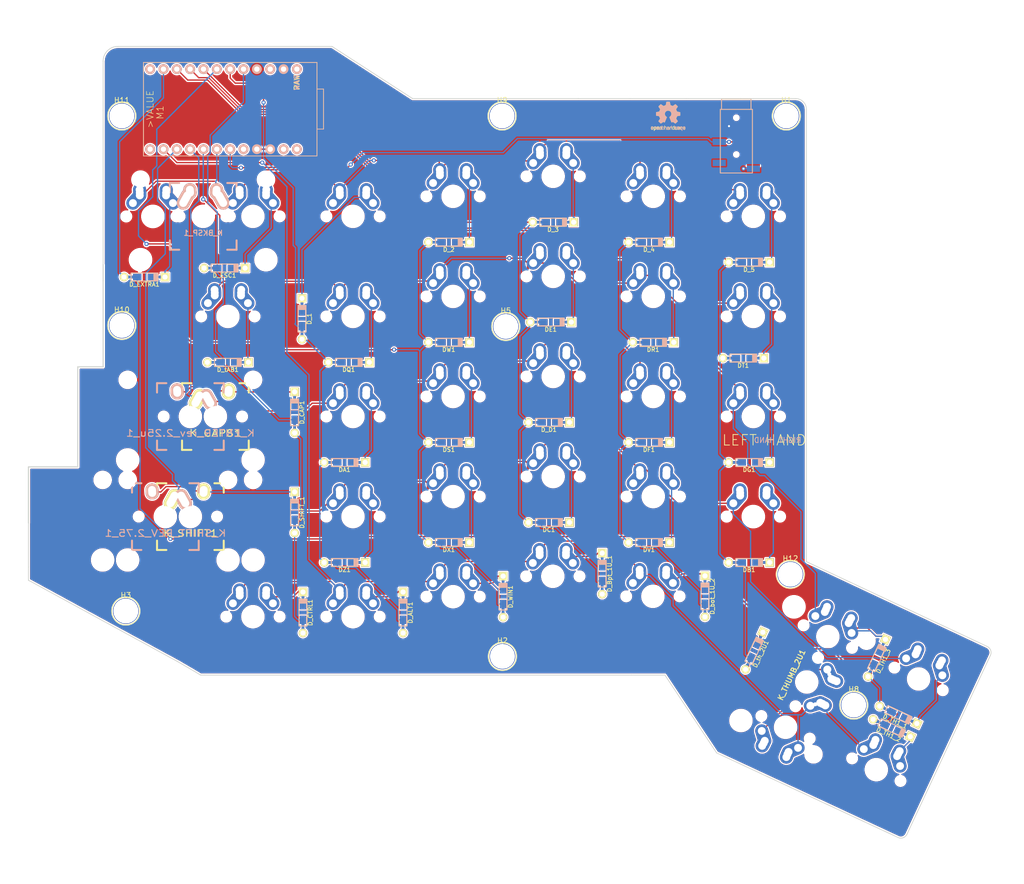
<source format=kicad_pcb>
(kicad_pcb (version 20171130) (host pcbnew "(5.1.5)-3")
  (layers (0 F.Cu signal) (31 B.Cu signal) (34 B.Paste user) (35 F.Paste user) (36 B.SilkS user) (37 F.SilkS user) (38 B.Mask user) (39 F.Mask user) (44 Edge.Cuts user))
  (net 0 "")
  (net 1 GND)
  (net 2 VCC)
  (net 3 "Net-(D_1-Pad1)")
  (net 4 /COL2)
  (net 5 "Net-(D_2-Pad1)")
  (net 6 /COL3)
  (net 7 /COL4)
  (net 8 "Net-(D_3-Pad1)")
  (net 9 "Net-(D_4-Pad1)")
  (net 10 /COL5)
  (net 11 /COL6)
  (net 12 "Net-(D_5-Pad1)")
  (net 13 "Net-(D_ALT1-Pad1)")
  (net 14 "Net-(D_bot_1U_2-Pad1)")
  (net 15 "Net-(D_Bpt_1U_1-Pad1)")
  (net 16 "Net-(D_CAP1-Pad1)")
  (net 17 "Net-(D_CTRL1-Pad1)")
  (net 18 "Net-(D_D1-Pad1)")
  (net 19 "Net-(D_ESC1-Pad1)")
  (net 20 "Net-(D_SHIFT_1-Pad1)")
  (net 21 "Net-(D_tAB1-Pad1)")
  (net 22 "Net-(D_TH1_1-Pad1)")
  (net 23 /COL7)
  (net 24 "Net-(D_TH1_2-Pad1)")
  (net 25 "Net-(D_th_2U1-Pad1)")
  (net 26 "Net-(D_WIN1-Pad1)")
  (net 27 "Net-(DA1-Pad1)")
  (net 28 "Net-(DB1-Pad1)")
  (net 29 "Net-(DC1-Pad1)")
  (net 30 "Net-(DE1-Pad1)")
  (net 31 "Net-(DF1-Pad1)")
  (net 32 "Net-(DG1-Pad1)")
  (net 33 "Net-(DQ1-Pad1)")
  (net 34 "Net-(DR1-Pad1)")
  (net 35 "Net-(DS1-Pad1)")
  (net 36 "Net-(DT1-Pad1)")
  (net 37 "Net-(DV1-Pad1)")
  (net 38 "Net-(DW1-Pad1)")
  (net 39 "Net-(DX1-Pad1)")
  (net 40 "Net-(DZ1-Pad1)")
  (net 41 /ROW1)
  (net 42 /ROW3)
  (net 43 /ROW5)
  (net 44 /ROW4)
  (net 45 /ROW2)
  (net 46 /SERIAL)
  (net 47 /COL1)
  (net 48 "Net-(D_TH1_3-Pad1)")
  (net 49 "Net-(D_EXTRA1-Pad1)")
  (net 50 "Net-(J1-PadR1)")
  (net 51 "Net-(J2-PadR1)")
  (net 52 "Net-(M1-Pad24)")
  (net 53 "Net-(M1-Pad22)")
  (net 54 "Net-(M1-Pad13)")
  (net 55 "Net-(M1-Pad12)")
  (net 56 "Net-(M1-Pad5)")
  (net 57 "Net-(M1-Pad2)")
  (net 58 "Net-(M1-Pad1)")
  (module usbc_footprint:Hybrid_PCB_150H_Dual_hole (layer B.Cu) (at 60.325 72.7329 180)
    (fp_text reference K_TAB1 hide)
    (fp_text value KEYSW hide)
    (pad 2 smd oval (at 2.52 4.79 183.945) (size 2.5 3.081378) (layers F.Cu F.Paste F.Mask) (net 45 /ROW2))
    (pad 2 smd oval (at 3.155 3.27 318.1) (size 2.5 4.461556) (layers B.Cu B.Paste B.Mask) (net 45 /ROW2))
    (pad 1 smd oval (at -2.52 4.79 176.055) (size 2.5 3.081378) (layers B.Cu B.Paste B.Mask) (net 21 "Net-(D_tAB1-Pad1)"))
    (pad 1 smd oval (at -3.155 3.27 41.9) (size 2.5 4.461556) (layers B.Cu B.Paste B.Mask) (net 21 "Net-(D_tAB1-Pad1)"))
    (pad 1 thru_hole circle (at -2.54 5.08 209.05) (size 2 2) (drill 1.5) (layers *.Cu *.Mask) (net 21 "Net-(D_tAB1-Pad1)"))
    (pad 1 thru_hole circle (at -2.5 4.5 209.05) (size 2 2) (drill 1.5) (layers *.Cu *.Mask) (net 21 "Net-(D_tAB1-Pad1)"))
    (pad 1 smd oval (at -2.52 4.79 176.055) (size 2.5 3.081378) (layers F.Cu F.Paste F.Mask) (net 21 "Net-(D_tAB1-Pad1)"))
    (pad 2 thru_hole circle (at 3.81 2.54 209.05) (size 2 2) (drill 1.5) (layers *.Cu *.Mask) (net 45 /ROW2))
    (pad 2 thru_hole circle (at 2.5 4 180) (size 2 2) (drill 1.5) (layers *.Cu *.Mask) (net 45 /ROW2))
    (pad 1 smd oval (at -3.155 3.27 41.9) (size 2.5 4.461556) (layers F.Cu F.Paste F.Mask) (net 21 "Net-(D_tAB1-Pad1)"))
    (pad 2 smd oval (at 3.155 3.27 318.1) (size 2.5 4.461556) (layers F.Cu F.Paste F.Mask) (net 45 /ROW2))
    (pad 1 thru_hole circle (at -3.81 2.54 209.05) (size 2 2) (drill 1.5) (layers *.Cu *.Mask) (net 21 "Net-(D_tAB1-Pad1)"))
    (pad HOLE np_thru_hole circle (at 5.08 0 180) (size 1.8 1.8) (drill 1.8) (layers *.Cu))
    (pad HOLE np_thru_hole circle (at -5.08 0 180) (size 1.8 1.8) (drill 1.8) (layers *.Cu))
    (pad HOLE np_thru_hole circle (at 0 0 180) (size 3.9878 3.9878) (drill 3.9878) (layers *.Cu))
    (pad 1 thru_hole circle (at -2.5 4 209.05) (size 2 2) (drill 1.5) (layers *.Cu *.Mask) (net 21 "Net-(D_tAB1-Pad1)"))
    (pad 2 thru_hole circle (at 2.54 5.08 209.05) (size 2 2) (drill 1.5) (layers *.Cu *.Mask) (net 45 /ROW2))
    (pad 2 thru_hole circle (at 2.5 4.5 209.05) (size 2 2) (drill 1.5) (layers *.Cu *.Mask) (net 45 /ROW2))
    (pad 2 smd oval (at 2.52 4.79 183.945) (size 2.5 3.081378) (layers B.Cu B.Paste B.Mask) (net 45 /ROW2))
  )
  (module Keebio-Parts:Hybrid_PCB_200H-dual (layer B.Cu) (at 55.626 53.6829 180)
    (fp_text reference K_BKSP_1 (at 0 -3.175 180) (layer B.SilkS) (effects (font (thickness 0.2)) (justify mirror)))
    (fp_text value KEYSW hide)
    (pad HOLE np_thru_hole circle (at 11.938 -8.255 180) (size 3.9878 3.9878) (drill 3.9878) (layers *.Cu))
    (pad HOLE np_thru_hole circle (at -11.938 -8.255 180) (size 3.9878 3.9878) (drill 3.9878) (layers *.Cu))
    (pad HOLE np_thru_hole circle (at 11.938 6.985 180) (size 3.048 3.048) (drill 3.048) (layers *.Cu))
    (pad HOLE np_thru_hole circle (at -11.938 6.985 180) (size 3.048 3.048) (drill 3.048) (layers *.Cu))
    (pad HOLE np_thru_hole circle (at 5.08 0 180) (size 1.8 1.8) (drill 1.8) (layers *.Cu))
    (pad HOLE np_thru_hole circle (at -5.08 0 180) (size 1.8 1.8) (drill 1.8) (layers *.Cu))
    (pad HOLE np_thru_hole circle (at 0 0 180) (size 3.9878 3.9878) (drill 3.9878) (layers *.Cu))
    (pad 1 thru_hole oval (at 2.52 4.79 183.9) (size 2.5 3.08) (drill oval 1.5 2.08) (layers *.Cu *.Mask B.SilkS) (net 49 "Net-(D_EXTRA1-Pad1)"))
    (pad 2 thru_hole oval (at -3.405 3.27 209) (size 2.5 4.17) (drill oval 1.5 3.17) (layers *.Cu *.Mask B.SilkS) (net 41 /ROW1))
    (pad 1 thru_hole oval (at 3.405 3.27 151) (size 2.5 4.17) (drill oval 1.5 3.17) (layers *.Cu *.Mask B.SilkS) (net 49 "Net-(D_EXTRA1-Pad1)"))
    (pad 2 thru_hole oval (at -2.52 4.79 176.1) (size 2.5 3.08) (drill oval 1.5 2.08) (layers *.Cu *.Mask B.SilkS) (net 41 /ROW1))
  )
  (module usbc_footprint:mounting_hole_4.7x5.2mm (layer F.Cu) (at 40.132 74.4474)
    (fp_text reference H10 (at 0 -3) (layer F.SilkS))
    (fp_text value MountingHole)
    (pad "" thru_hole circle (at 0 0) (size 4.9 4.9) (drill 4.7) (layers *.Cu *.Mask))
  )
  (module usbc_footprint:mounting_hole_4.7x5.2mm (layer F.Cu) (at 112.522 34.5694)
    (fp_text reference H9 (at 0 -3) (layer F.SilkS))
    (fp_text value MountingHole)
    (pad "" thru_hole circle (at 0 0) (size 4.9 4.9) (drill 4.7) (layers *.Cu *.Mask))
  )
  (module usbc_footprint:mounting_hole_4.7x5.2mm (layer F.Cu) (at 166.624 34.5694)
    (fp_text reference H1 (at 0 -3) (layer F.SilkS))
    (fp_text value MountingHole)
    (pad "" thru_hole circle (at 0 0) (size 4.9 4.9) (drill 4.7) (layers *.Cu *.Mask))
  )
  (module usbc_footprint:mounting_hole_4.7x5.2mm (layer F.Cu) (at 112.586 137.439)
    (fp_text reference H2 (at 0 -3) (layer F.SilkS))
    (fp_text value MountingHole)
    (pad "" thru_hole circle (at 0 0) (size 4.9 4.9) (drill 4.7) (layers *.Cu *.Mask))
  )
  (module usbc_footprint:mounting_hole_4.7x5.2mm (layer F.Cu) (at 40.894 128.803)
    (fp_text reference H3 (at 0 -3) (layer F.SilkS))
    (fp_text value MountingHole)
    (pad "" thru_hole circle (at 0 0) (size 4.9 4.9) (drill 4.7) (layers *.Cu *.Mask))
  )
  (module usbc_footprint:mounting_hole_4.7x5.2mm (layer F.Cu) (at 113.22 74.6379)
    (fp_text reference H5 (at 0 -3) (layer F.SilkS))
    (fp_text value MountingHole)
    (pad "" thru_hole circle (at 0 0) (size 4.9 4.9) (drill 4.7) (layers *.Cu *.Mask))
  )
  (module usbc_footprint:mounting_hole_4.7x5.2mm (layer F.Cu) (at 179.451 146.71)
    (fp_text reference H8 (at 0 -3) (layer F.SilkS))
    (fp_text value MountingHole)
    (pad "" thru_hole circle (at 0 0) (size 4.9 4.9) (drill 4.7) (layers *.Cu *.Mask))
  )
  (module usbc_footprint:mounting_hole_4.7x5.2mm (layer F.Cu) (at 40.132 34.5694)
    (fp_text reference H11 (at 0 -3) (layer F.SilkS))
    (fp_text value MountingHole)
    (pad "" thru_hole circle (at 0 0) (size 4.9 4.9) (drill 4.7) (layers *.Cu *.Mask))
  )
  (module usbc_footprint:mounting_hole_4.7x5.2mm (layer F.Cu) (at 167.386 121.818)
    (fp_text reference H12 (at 0 -3) (layer F.SilkS))
    (fp_text value MountingHole)
    (pad "" thru_hole circle (at 0 0) (size 4.9 4.9) (drill 4.7) (layers *.Cu *.Mask))
  )
  (module Keebio-Parts:Hybrid_PCB_275H (layer B.Cu) (at 48.4188 110.833 180)
    (fp_text reference K_SHIFT_REV_2.75_1 (at 0 -3.175) (layer B.SilkS) (effects (font (size 1.27 1.524) (thickness 0.2032)) (justify mirror)))
    (fp_text value KEYSW hide)
    (pad HOLE np_thru_hole circle (at 11.938 -8.255 180) (size 3.9878 3.9878) (drill 3.9878) (layers *.Cu))
    (pad HOLE np_thru_hole circle (at -11.938 -8.255 180) (size 3.9878 3.9878) (drill 3.9878) (layers *.Cu))
    (pad HOLE np_thru_hole circle (at 11.938 6.985 180) (size 3.048 3.048) (drill 3.048) (layers *.Cu))
    (pad HOLE np_thru_hole circle (at -11.938 6.985 180) (size 3.048 3.048) (drill 3.048) (layers *.Cu))
    (pad HOLE np_thru_hole circle (at 5.08 0 180) (size 1.8 1.8) (drill 1.8) (layers *.Cu))
    (pad HOLE np_thru_hole circle (at -5.08 0 180) (size 1.8 1.8) (drill 1.8) (layers *.Cu))
    (pad HOLE np_thru_hole circle (at 0 0 180) (size 3.9878 3.9878) (drill 3.9878) (layers *.Cu))
    (pad 1 thru_hole oval (at 2.52 4.79 183.9) (size 2.5 3.08) (drill oval 1.5 2.08) (layers *.Cu *.Mask B.SilkS) (net 20 "Net-(D_SHIFT_1-Pad1)"))
    (pad 2 thru_hole oval (at -3.405 3.27 209) (size 2.5 4.17) (drill oval 1.5 3.17) (layers *.Cu *.Mask B.SilkS) (net 44 /ROW4))
  )
  (module logo_lib:OSHW-Logo2_7.3x6mm_SilkScreen (layer B.Cu) (at 144.1196 34.6456 180)
    (fp_text reference log_bsilk1 hide)
    (fp_text value OSHW-Logo2_7.3x6mm_SilkScreen hide)
  )
  (module logo_lib:OSHW-Logo2_7.3x6mm_SilkScreen (layer F.Cu) (at 144.1196 34.6456)
    (fp_text reference logo_fsilk hide)
    (fp_text value OSHW-Logo2_7.3x6mm_SilkScreen hide)
  )
  (module Keebio-Parts:Diode-dual (layer F.Cu) (at 122.238 54.7942)
    (fp_text reference D_3 (at -0.0254 1.4) (layer F.SilkS) (effects (font (size 0.8 0.8))))
    (fp_text value D hide)
    (pad 1 smd rect (at 2.5 0) (size 2.9 0.5) (layers F.Cu) (net 8 "Net-(D_3-Pad1)"))
    (pad 2 smd rect (at -2.5 0) (size 2.9 0.5) (layers F.Cu) (net 7 /COL4))
    (pad 1 thru_hole rect (at 3.9 0) (size 1.6 1.6) (drill 1) (layers *.Cu *.Mask F.SilkS) (net 8 "Net-(D_3-Pad1)"))
    (pad 2 thru_hole circle (at -3.9 0) (size 1.6 1.6) (drill 1) (layers *.Cu *.Mask F.SilkS) (net 7 /COL4))
    (pad 2 smd rect (at -1.4 0) (size 1.6 1.2) (layers F.Cu F.Paste F.Mask) (net 7 /COL4))
    (pad 1 smd rect (at 1.4 0) (size 1.6 1.2) (layers F.Cu F.Paste F.Mask) (net 8 "Net-(D_3-Pad1)"))
    (pad 1 smd rect (at 2.5 0) (size 2.9 0.5) (layers B.Cu) (net 8 "Net-(D_3-Pad1)"))
    (pad 1 smd rect (at 1.4 0) (size 1.6 1.2) (layers B.Cu B.Paste B.Mask) (net 8 "Net-(D_3-Pad1)"))
    (pad 2 smd rect (at -1.4 0) (size 1.6 1.2) (layers B.Cu B.Paste B.Mask) (net 7 /COL4))
    (pad 2 smd rect (at -2.5 0) (size 2.9 0.5) (layers B.Cu) (net 7 /COL4))
  )
  (module SparkFun-Boards:ARDUINO_PRO_MICRO (layer B.Cu) (at 60.7568 33.274 90)
    (fp_text reference M1 (at -0.635 -13.335 270) (layer F.SilkS) (effects (font (size 1.27 1.27) (thickness 0.1016))))
    (fp_text value >VALUE (at 0 -15.24 270) (layer F.SilkS) (effects (font (size 1.27 1.27) (thickness 0.1016))))
    (fp_text user RAW (at 5.08 12.7 270) (layer B.SilkS) (effects (justify mirror)))
    (fp_text user RAW (at 5.08 12.7 270) (layer F.SilkS))
    (pad 24 thru_hole circle (at 7.62 12.7 90) (size 1.8796 1.8796) (drill 1.016) (layers F&B.Cu B.Paste B.SilkS B.Mask) (net 52 "Net-(M1-Pad24)"))
    (pad 23 thru_hole circle (at 7.62 10.16 90) (size 1.8796 1.8796) (drill 1.016) (layers F&B.Cu B.Paste B.SilkS B.Mask) (net 1 GND))
    (pad 22 thru_hole circle (at 7.62 7.62 90) (size 1.8796 1.8796) (drill 1.016) (layers F&B.Cu B.Paste B.SilkS B.Mask) (net 53 "Net-(M1-Pad22)"))
    (pad 21 thru_hole circle (at 7.62 5.08 90) (size 1.8796 1.8796) (drill 1.016) (layers F&B.Cu B.Paste B.SilkS B.Mask) (net 2 VCC))
    (pad 20 thru_hole circle (at 7.62 2.54 90) (size 1.8796 1.8796) (drill 1.016) (layers F&B.Cu B.Paste B.SilkS B.Mask) (net 47 /COL1))
    (pad 19 thru_hole circle (at 7.62 0 90) (size 1.8796 1.8796) (drill 1.016) (layers F&B.Cu B.Paste B.SilkS B.Mask) (net 4 /COL2))
    (pad 18 thru_hole circle (at 7.62 -2.54 90) (size 1.8796 1.8796) (drill 1.016) (layers F&B.Cu B.Paste B.SilkS B.Mask) (net 6 /COL3))
    (pad 17 thru_hole circle (at 7.62 -5.08 90) (size 1.8796 1.8796) (drill 1.016) (layers F&B.Cu B.Paste B.SilkS B.Mask) (net 7 /COL4))
    (pad 16 thru_hole circle (at 7.62 -7.62 90) (size 1.8796 1.8796) (drill 1.016) (layers F&B.Cu B.Paste B.SilkS B.Mask) (net 10 /COL5))
    (pad 15 thru_hole circle (at 7.62 -10.16 90) (size 1.8796 1.8796) (drill 1.016) (layers F&B.Cu B.Paste B.SilkS B.Mask) (net 11 /COL6))
    (pad 14 thru_hole circle (at 7.62 -12.7 90) (size 1.8796 1.8796) (drill 1.016) (layers F&B.Cu B.Paste B.SilkS B.Mask) (net 23 /COL7))
    (pad 13 thru_hole circle (at 7.62 -15.24 90) (size 1.8796 1.8796) (drill 1.016) (layers F&B.Cu B.Paste B.SilkS B.Mask) (net 54 "Net-(M1-Pad13)"))
    (pad 12 thru_hole circle (at -7.62 -15.24 90) (size 1.8796 1.8796) (drill 1.016) (layers F&B.Cu B.Paste B.SilkS B.Mask) (net 55 "Net-(M1-Pad12)"))
    (pad 11 thru_hole circle (at -7.62 -12.7 90) (size 1.8796 1.8796) (drill 1.016) (layers F&B.Cu B.Paste B.SilkS B.Mask) (net 43 /ROW5))
    (pad 10 thru_hole circle (at -7.62 -10.16 90) (size 1.8796 1.8796) (drill 1.016) (layers F&B.Cu B.Paste B.SilkS B.Mask) (net 44 /ROW4))
    (pad 9 thru_hole circle (at -7.62 -7.62 90) (size 1.8796 1.8796) (drill 1.016) (layers F&B.Cu B.Paste B.SilkS B.Mask) (net 42 /ROW3))
    (pad 8 thru_hole circle (at -7.62 -5.08 90) (size 1.8796 1.8796) (drill 1.016) (layers F&B.Cu B.Paste B.SilkS B.Mask) (net 45 /ROW2))
    (pad 7 thru_hole circle (at -7.62 -2.54 90) (size 1.8796 1.8796) (drill 1.016) (layers F&B.Cu B.Paste B.SilkS B.Mask) (net 41 /ROW1))
    (pad 6 thru_hole circle (at -7.62 0 90) (size 1.8796 1.8796) (drill 1.016) (layers F&B.Cu B.Paste B.SilkS B.Mask) (net 46 /SERIAL))
    (pad 5 thru_hole circle (at -7.62 2.54 90) (size 1.8796 1.8796) (drill 1.016) (layers F&B.Cu B.Paste B.SilkS B.Mask) (net 56 "Net-(M1-Pad5)"))
    (pad 4 thru_hole circle (at -7.62 5.08 90) (size 1.8796 1.8796) (drill 1.016) (layers F&B.Cu B.Paste B.SilkS B.Mask) (net 1 GND))
    (pad 3 thru_hole circle (at -7.62 7.62 90) (size 1.8796 1.8796) (drill 1.016) (layers F&B.Cu B.Paste B.SilkS B.Mask) (net 1 GND))
    (pad 2 thru_hole circle (at -7.62 10.16 90) (size 1.8796 1.8796) (drill 1.016) (layers F&B.Cu B.Paste B.SilkS B.Mask) (net 57 "Net-(M1-Pad2)"))
    (pad 1 thru_hole circle (at -7.62 12.7 90) (size 1.8796 1.8796) (drill 1.016) (layers F&B.Cu B.Paste B.SilkS B.Mask) (net 58 "Net-(M1-Pad1)"))
  )
  (module Keebio-Parts:Hybrid_PCB_100H_Dual_hole (layer F.Cu) (at 84.1375 53.6829)
    (fp_text reference K_1 hide)
    (fp_text value KEYSW hide)
    (pad 1 smd oval (at 2.52 -4.79 356.055) (size 2.5 3.081378) (layers B.Cu B.Paste B.Mask) (net 3 "Net-(D_1-Pad1)"))
    (pad 1 smd oval (at 3.155 -3.27 221.9) (size 2.5 4.461556) (layers F.Cu F.Paste F.Mask) (net 3 "Net-(D_1-Pad1)"))
    (pad 2 smd oval (at -2.52 -4.79 3.945) (size 2.5 3.081378) (layers F.Cu F.Paste F.Mask) (net 41 /ROW1))
    (pad 2 smd oval (at -3.155 -3.27 138.1) (size 2.5 4.461556) (layers F.Cu F.Paste F.Mask) (net 41 /ROW1))
    (pad 2 thru_hole circle (at -2.54 -5.08 330.95) (size 2 2) (drill 1.5) (layers *.Cu *.Mask) (net 41 /ROW1))
    (pad 2 thru_hole circle (at -2.5 -4.5 330.95) (size 2 2) (drill 1.5) (layers *.Cu *.Mask) (net 41 /ROW1))
    (pad 2 smd oval (at -2.52 -4.79 3.945) (size 2.5 3.081378) (layers B.Cu B.Paste B.Mask) (net 41 /ROW1))
    (pad 1 thru_hole circle (at 3.81 -2.54 330.95) (size 2 2) (drill 1.5) (layers *.Cu *.Mask) (net 3 "Net-(D_1-Pad1)"))
    (pad 1 thru_hole circle (at 2.5 -4) (size 2 2) (drill 1.5) (layers *.Cu *.Mask) (net 3 "Net-(D_1-Pad1)"))
    (pad 2 smd oval (at -3.155 -3.27 138.1) (size 2.5 4.461556) (layers B.Cu B.Paste B.Mask) (net 41 /ROW1))
    (pad 1 smd oval (at 3.155 -3.27 221.9) (size 2.5 4.461556) (layers B.Cu B.Paste B.Mask) (net 3 "Net-(D_1-Pad1)"))
    (pad 2 thru_hole circle (at -3.81 -2.54 330.95) (size 2 2) (drill 1.5) (layers *.Cu *.Mask) (net 41 /ROW1))
    (pad HOLE np_thru_hole circle (at 5.08 0) (size 1.8 1.8) (drill 1.8) (layers *.Cu))
    (pad HOLE np_thru_hole circle (at -5.08 0) (size 1.8 1.8) (drill 1.8) (layers *.Cu))
    (pad HOLE np_thru_hole circle (at 0 0) (size 3.9878 3.9878) (drill 3.9878) (layers *.Cu))
    (pad 2 thru_hole circle (at -2.5 -4 330.95) (size 2 2) (drill 1.5) (layers *.Cu *.Mask) (net 41 /ROW1))
    (pad 1 thru_hole circle (at 2.54 -5.08 330.95) (size 2 2) (drill 1.5) (layers *.Cu *.Mask) (net 3 "Net-(D_1-Pad1)"))
    (pad 1 thru_hole circle (at 2.5 -4.5 330.95) (size 2 2) (drill 1.5) (layers *.Cu *.Mask) (net 3 "Net-(D_1-Pad1)"))
    (pad 1 smd oval (at 2.52 -4.79 356.055) (size 2.5 3.081378) (layers F.Cu F.Paste F.Mask) (net 3 "Net-(D_1-Pad1)"))
  )
  (module Keebio-Parts:Hybrid_PCB_100H_Dual_hole (layer F.Cu) (at 183.749 159.003 335)
    (fp_text reference K_TH_1U_2 hide)
    (fp_text value KEYSW hide)
    (pad 1 smd oval (at 2.52 -4.79 331.055) (size 2.5 3.081378) (layers B.Cu B.Paste B.Mask) (net 24 "Net-(D_TH1_2-Pad1)"))
    (pad 1 smd oval (at 3.155 -3.27 196.9) (size 2.5 4.461556) (layers F.Cu F.Paste F.Mask) (net 24 "Net-(D_TH1_2-Pad1)"))
    (pad 2 smd oval (at -2.52 -4.79 338.945) (size 2.5 3.081378) (layers F.Cu F.Paste F.Mask) (net 43 /ROW5))
    (pad 2 smd oval (at -3.155 -3.27 113.1) (size 2.5 4.461556) (layers F.Cu F.Paste F.Mask) (net 43 /ROW5))
    (pad 2 thru_hole circle (at -2.54 -5.08 305.95) (size 2 2) (drill 1.5) (layers *.Cu *.Mask) (net 43 /ROW5))
    (pad 2 thru_hole circle (at -2.5 -4.5 305.95) (size 2 2) (drill 1.5) (layers *.Cu *.Mask) (net 43 /ROW5))
    (pad 2 smd oval (at -2.52 -4.79 338.945) (size 2.5 3.081378) (layers B.Cu B.Paste B.Mask) (net 43 /ROW5))
    (pad 1 thru_hole circle (at 3.81 -2.54 305.95) (size 2 2) (drill 1.5) (layers *.Cu *.Mask) (net 24 "Net-(D_TH1_2-Pad1)"))
    (pad 1 thru_hole circle (at 2.5 -4 335) (size 2 2) (drill 1.5) (layers *.Cu *.Mask) (net 24 "Net-(D_TH1_2-Pad1)"))
    (pad 2 smd oval (at -3.155 -3.27 113.1) (size 2.5 4.461556) (layers B.Cu B.Paste B.Mask) (net 43 /ROW5))
    (pad 1 smd oval (at 3.155 -3.27 196.9) (size 2.5 4.461556) (layers B.Cu B.Paste B.Mask) (net 24 "Net-(D_TH1_2-Pad1)"))
    (pad 2 thru_hole circle (at -3.81 -2.54 305.95) (size 2 2) (drill 1.5) (layers *.Cu *.Mask) (net 43 /ROW5))
    (pad HOLE np_thru_hole circle (at 5.08 0 335) (size 1.8 1.8) (drill 1.8) (layers *.Cu))
    (pad HOLE np_thru_hole circle (at -5.08 0 335) (size 1.8 1.8) (drill 1.8) (layers *.Cu))
    (pad HOLE np_thru_hole circle (at 0 0 335) (size 3.9878 3.9878) (drill 3.9878) (layers *.Cu))
    (pad 2 thru_hole circle (at -2.5 -4 305.95) (size 2 2) (drill 1.5) (layers *.Cu *.Mask) (net 43 /ROW5))
    (pad 1 thru_hole circle (at 2.54 -5.08 305.95) (size 2 2) (drill 1.5) (layers *.Cu *.Mask) (net 24 "Net-(D_TH1_2-Pad1)"))
    (pad 1 thru_hole circle (at 2.5 -4.5 305.95) (size 2 2) (drill 1.5) (layers *.Cu *.Mask) (net 24 "Net-(D_TH1_2-Pad1)"))
    (pad 1 smd oval (at 2.52 -4.79 331.055) (size 2.5 3.081378) (layers F.Cu F.Paste F.Mask) (net 24 "Net-(D_TH1_2-Pad1)"))
  )
  (module Keebio-Parts:Diode-dual (layer F.Cu) (at 74.422 73.1774 90)
    (fp_text reference D_1 (at -0.0254 1.4 90) (layer F.SilkS) (effects (font (size 0.8 0.8))))
    (fp_text value D hide)
    (pad 1 smd rect (at 2.5 0 90) (size 2.9 0.5) (layers F.Cu) (net 3 "Net-(D_1-Pad1)"))
    (pad 2 smd rect (at -2.5 0 90) (size 2.9 0.5) (layers F.Cu) (net 4 /COL2))
    (pad 1 thru_hole rect (at 3.9 0 90) (size 1.6 1.6) (drill 1) (layers *.Cu *.Mask F.SilkS) (net 3 "Net-(D_1-Pad1)"))
    (pad 2 thru_hole circle (at -3.9 0 90) (size 1.6 1.6) (drill 1) (layers *.Cu *.Mask F.SilkS) (net 4 /COL2))
    (pad 2 smd rect (at -1.4 0 90) (size 1.6 1.2) (layers F.Cu F.Paste F.Mask) (net 4 /COL2))
    (pad 1 smd rect (at 1.4 0 90) (size 1.6 1.2) (layers F.Cu F.Paste F.Mask) (net 3 "Net-(D_1-Pad1)"))
    (pad 1 smd rect (at 2.5 0 90) (size 2.9 0.5) (layers B.Cu) (net 3 "Net-(D_1-Pad1)"))
    (pad 1 smd rect (at 1.4 0 90) (size 1.6 1.2) (layers B.Cu B.Paste B.Mask) (net 3 "Net-(D_1-Pad1)"))
    (pad 2 smd rect (at -1.4 0 90) (size 1.6 1.2) (layers B.Cu B.Paste B.Mask) (net 4 /COL2))
    (pad 2 smd rect (at -2.5 0 90) (size 2.9 0.5) (layers B.Cu) (net 4 /COL2))
  )
  (module Keebio-Parts:Diode-dual (layer F.Cu) (at 102.394 58.6042)
    (fp_text reference D_2 (at -0.0254 1.4) (layer F.SilkS) (effects (font (size 0.8 0.8))))
    (fp_text value D hide)
    (pad 1 smd rect (at 2.5 0) (size 2.9 0.5) (layers F.Cu) (net 5 "Net-(D_2-Pad1)"))
    (pad 2 smd rect (at -2.5 0) (size 2.9 0.5) (layers F.Cu) (net 6 /COL3))
    (pad 1 thru_hole rect (at 3.9 0) (size 1.6 1.6) (drill 1) (layers *.Cu *.Mask F.SilkS) (net 5 "Net-(D_2-Pad1)"))
    (pad 2 thru_hole circle (at -3.9 0) (size 1.6 1.6) (drill 1) (layers *.Cu *.Mask F.SilkS) (net 6 /COL3))
    (pad 2 smd rect (at -1.4 0) (size 1.6 1.2) (layers F.Cu F.Paste F.Mask) (net 6 /COL3))
    (pad 1 smd rect (at 1.4 0) (size 1.6 1.2) (layers F.Cu F.Paste F.Mask) (net 5 "Net-(D_2-Pad1)"))
    (pad 1 smd rect (at 2.5 0) (size 2.9 0.5) (layers B.Cu) (net 5 "Net-(D_2-Pad1)"))
    (pad 1 smd rect (at 1.4 0) (size 1.6 1.2) (layers B.Cu B.Paste B.Mask) (net 5 "Net-(D_2-Pad1)"))
    (pad 2 smd rect (at -1.4 0) (size 1.6 1.2) (layers B.Cu B.Paste B.Mask) (net 6 /COL3))
    (pad 2 smd rect (at -2.5 0) (size 2.9 0.5) (layers B.Cu) (net 6 /COL3))
  )
  (module Keebio-Parts:Diode-dual (layer F.Cu) (at 140.494 58.6042)
    (fp_text reference D_4 (at -0.0254 1.4) (layer F.SilkS) (effects (font (size 0.8 0.8))))
    (fp_text value D hide)
    (pad 1 smd rect (at 2.5 0) (size 2.9 0.5) (layers F.Cu) (net 9 "Net-(D_4-Pad1)"))
    (pad 2 smd rect (at -2.5 0) (size 2.9 0.5) (layers F.Cu) (net 10 /COL5))
    (pad 1 thru_hole rect (at 3.9 0) (size 1.6 1.6) (drill 1) (layers *.Cu *.Mask F.SilkS) (net 9 "Net-(D_4-Pad1)"))
    (pad 2 thru_hole circle (at -3.9 0) (size 1.6 1.6) (drill 1) (layers *.Cu *.Mask F.SilkS) (net 10 /COL5))
    (pad 2 smd rect (at -1.4 0) (size 1.6 1.2) (layers F.Cu F.Paste F.Mask) (net 10 /COL5))
    (pad 1 smd rect (at 1.4 0) (size 1.6 1.2) (layers F.Cu F.Paste F.Mask) (net 9 "Net-(D_4-Pad1)"))
    (pad 1 smd rect (at 2.5 0) (size 2.9 0.5) (layers B.Cu) (net 9 "Net-(D_4-Pad1)"))
    (pad 1 smd rect (at 1.4 0) (size 1.6 1.2) (layers B.Cu B.Paste B.Mask) (net 9 "Net-(D_4-Pad1)"))
    (pad 2 smd rect (at -1.4 0) (size 1.6 1.2) (layers B.Cu B.Paste B.Mask) (net 10 /COL5))
    (pad 2 smd rect (at -2.5 0) (size 2.9 0.5) (layers B.Cu) (net 10 /COL5))
  )
  (module Keebio-Parts:Diode-dual (layer F.Cu) (at 159.544 62.4142)
    (fp_text reference D_5 (at -0.0254 1.4) (layer F.SilkS) (effects (font (size 0.8 0.8))))
    (fp_text value D hide)
    (pad 1 smd rect (at 2.5 0) (size 2.9 0.5) (layers F.Cu) (net 12 "Net-(D_5-Pad1)"))
    (pad 2 smd rect (at -2.5 0) (size 2.9 0.5) (layers F.Cu) (net 11 /COL6))
    (pad 1 thru_hole rect (at 3.9 0) (size 1.6 1.6) (drill 1) (layers *.Cu *.Mask F.SilkS) (net 12 "Net-(D_5-Pad1)"))
    (pad 2 thru_hole circle (at -3.9 0) (size 1.6 1.6) (drill 1) (layers *.Cu *.Mask F.SilkS) (net 11 /COL6))
    (pad 2 smd rect (at -1.4 0) (size 1.6 1.2) (layers F.Cu F.Paste F.Mask) (net 11 /COL6))
    (pad 1 smd rect (at 1.4 0) (size 1.6 1.2) (layers F.Cu F.Paste F.Mask) (net 12 "Net-(D_5-Pad1)"))
    (pad 1 smd rect (at 2.5 0) (size 2.9 0.5) (layers B.Cu) (net 12 "Net-(D_5-Pad1)"))
    (pad 1 smd rect (at 1.4 0) (size 1.6 1.2) (layers B.Cu B.Paste B.Mask) (net 12 "Net-(D_5-Pad1)"))
    (pad 2 smd rect (at -1.4 0) (size 1.6 1.2) (layers B.Cu B.Paste B.Mask) (net 11 /COL6))
    (pad 2 smd rect (at -2.5 0) (size 2.9 0.5) (layers B.Cu) (net 11 /COL6))
  )
  (module Keebio-Parts:Diode-dual (layer F.Cu) (at 93.6625 129.089 90)
    (fp_text reference D_ALT1 (at -0.0254 1.4 90) (layer F.SilkS) (effects (font (size 0.8 0.8))))
    (fp_text value D hide)
    (pad 1 smd rect (at 2.5 0 90) (size 2.9 0.5) (layers F.Cu) (net 13 "Net-(D_ALT1-Pad1)"))
    (pad 2 smd rect (at -2.5 0 90) (size 2.9 0.5) (layers F.Cu) (net 4 /COL2))
    (pad 1 thru_hole rect (at 3.9 0 90) (size 1.6 1.6) (drill 1) (layers *.Cu *.Mask F.SilkS) (net 13 "Net-(D_ALT1-Pad1)"))
    (pad 2 thru_hole circle (at -3.9 0 90) (size 1.6 1.6) (drill 1) (layers *.Cu *.Mask F.SilkS) (net 4 /COL2))
    (pad 2 smd rect (at -1.4 0 90) (size 1.6 1.2) (layers F.Cu F.Paste F.Mask) (net 4 /COL2))
    (pad 1 smd rect (at 1.4 0 90) (size 1.6 1.2) (layers F.Cu F.Paste F.Mask) (net 13 "Net-(D_ALT1-Pad1)"))
    (pad 1 smd rect (at 2.5 0 90) (size 2.9 0.5) (layers B.Cu) (net 13 "Net-(D_ALT1-Pad1)"))
    (pad 1 smd rect (at 1.4 0 90) (size 1.6 1.2) (layers B.Cu B.Paste B.Mask) (net 13 "Net-(D_ALT1-Pad1)"))
    (pad 2 smd rect (at -1.4 0 90) (size 1.6 1.2) (layers B.Cu B.Paste B.Mask) (net 4 /COL2))
    (pad 2 smd rect (at -2.5 0 90) (size 2.9 0.5) (layers B.Cu) (net 4 /COL2))
  )
  (module Keebio-Parts:Diode-dual (layer F.Cu) (at 151.13 126.009 90)
    (fp_text reference D_bot_1U_2 (at -0.0254 1.4 90) (layer F.SilkS) (effects (font (size 0.8 0.8))))
    (fp_text value D hide)
    (pad 1 smd rect (at 2.5 0 90) (size 2.9 0.5) (layers F.Cu) (net 14 "Net-(D_bot_1U_2-Pad1)"))
    (pad 2 smd rect (at -2.5 0 90) (size 2.9 0.5) (layers F.Cu) (net 10 /COL5))
    (pad 1 thru_hole rect (at 3.9 0 90) (size 1.6 1.6) (drill 1) (layers *.Cu *.Mask F.SilkS) (net 14 "Net-(D_bot_1U_2-Pad1)"))
    (pad 2 thru_hole circle (at -3.9 0 90) (size 1.6 1.6) (drill 1) (layers *.Cu *.Mask F.SilkS) (net 10 /COL5))
    (pad 2 smd rect (at -1.4 0 90) (size 1.6 1.2) (layers F.Cu F.Paste F.Mask) (net 10 /COL5))
    (pad 1 smd rect (at 1.4 0 90) (size 1.6 1.2) (layers F.Cu F.Paste F.Mask) (net 14 "Net-(D_bot_1U_2-Pad1)"))
    (pad 1 smd rect (at 2.5 0 90) (size 2.9 0.5) (layers B.Cu) (net 14 "Net-(D_bot_1U_2-Pad1)"))
    (pad 1 smd rect (at 1.4 0 90) (size 1.6 1.2) (layers B.Cu B.Paste B.Mask) (net 14 "Net-(D_bot_1U_2-Pad1)"))
    (pad 2 smd rect (at -1.4 0 90) (size 1.6 1.2) (layers B.Cu B.Paste B.Mask) (net 10 /COL5))
    (pad 2 smd rect (at -2.5 0 90) (size 2.9 0.5) (layers B.Cu) (net 10 /COL5))
  )
  (module Keebio-Parts:Diode-dual (layer F.Cu) (at 131.572 121.691 90)
    (fp_text reference D_Bpt_1U_1 (at -0.0254 1.4 90) (layer F.SilkS) (effects (font (size 0.8 0.8))))
    (fp_text value D hide)
    (pad 1 smd rect (at 2.5 0 90) (size 2.9 0.5) (layers F.Cu) (net 15 "Net-(D_Bpt_1U_1-Pad1)"))
    (pad 2 smd rect (at -2.5 0 90) (size 2.9 0.5) (layers F.Cu) (net 7 /COL4))
    (pad 1 thru_hole rect (at 3.9 0 90) (size 1.6 1.6) (drill 1) (layers *.Cu *.Mask F.SilkS) (net 15 "Net-(D_Bpt_1U_1-Pad1)"))
    (pad 2 thru_hole circle (at -3.9 0 90) (size 1.6 1.6) (drill 1) (layers *.Cu *.Mask F.SilkS) (net 7 /COL4))
    (pad 2 smd rect (at -1.4 0 90) (size 1.6 1.2) (layers F.Cu F.Paste F.Mask) (net 7 /COL4))
    (pad 1 smd rect (at 1.4 0 90) (size 1.6 1.2) (layers F.Cu F.Paste F.Mask) (net 15 "Net-(D_Bpt_1U_1-Pad1)"))
    (pad 1 smd rect (at 2.5 0 90) (size 2.9 0.5) (layers B.Cu) (net 15 "Net-(D_Bpt_1U_1-Pad1)"))
    (pad 1 smd rect (at 1.4 0 90) (size 1.6 1.2) (layers B.Cu B.Paste B.Mask) (net 15 "Net-(D_Bpt_1U_1-Pad1)"))
    (pad 2 smd rect (at -1.4 0 90) (size 1.6 1.2) (layers B.Cu B.Paste B.Mask) (net 7 /COL4))
    (pad 2 smd rect (at -2.5 0 90) (size 2.9 0.5) (layers B.Cu) (net 7 /COL4))
  )
  (module Keebio-Parts:Diode-dual (layer F.Cu) (at 73.025 90.9892 90)
    (fp_text reference D_CAP1 (at -0.0254 1.4 90) (layer F.SilkS) (effects (font (size 0.8 0.8))))
    (fp_text value D hide)
    (pad 1 smd rect (at 2.5 0 90) (size 2.9 0.5) (layers F.Cu) (net 16 "Net-(D_CAP1-Pad1)"))
    (pad 2 smd rect (at -2.5 0 90) (size 2.9 0.5) (layers F.Cu) (net 47 /COL1))
    (pad 1 thru_hole rect (at 3.9 0 90) (size 1.6 1.6) (drill 1) (layers *.Cu *.Mask F.SilkS) (net 16 "Net-(D_CAP1-Pad1)"))
    (pad 2 thru_hole circle (at -3.9 0 90) (size 1.6 1.6) (drill 1) (layers *.Cu *.Mask F.SilkS) (net 47 /COL1))
    (pad 2 smd rect (at -1.4 0 90) (size 1.6 1.2) (layers F.Cu F.Paste F.Mask) (net 47 /COL1))
    (pad 1 smd rect (at 1.4 0 90) (size 1.6 1.2) (layers F.Cu F.Paste F.Mask) (net 16 "Net-(D_CAP1-Pad1)"))
    (pad 1 smd rect (at 2.5 0 90) (size 2.9 0.5) (layers B.Cu) (net 16 "Net-(D_CAP1-Pad1)"))
    (pad 1 smd rect (at 1.4 0 90) (size 1.6 1.2) (layers B.Cu B.Paste B.Mask) (net 16 "Net-(D_CAP1-Pad1)"))
    (pad 2 smd rect (at -1.4 0 90) (size 1.6 1.2) (layers B.Cu B.Paste B.Mask) (net 47 /COL1))
    (pad 2 smd rect (at -2.5 0 90) (size 2.9 0.5) (layers B.Cu) (net 47 /COL1))
  )
  (module Keebio-Parts:Diode-dual (layer F.Cu) (at 74.6125 129.089 90)
    (fp_text reference D_CTRL1 (at -0.0254 1.4 90) (layer F.SilkS) (effects (font (size 0.8 0.8))))
    (fp_text value D hide)
    (pad 1 smd rect (at 2.5 0 90) (size 2.9 0.5) (layers F.Cu) (net 17 "Net-(D_CTRL1-Pad1)"))
    (pad 2 smd rect (at -2.5 0 90) (size 2.9 0.5) (layers F.Cu) (net 47 /COL1))
    (pad 1 thru_hole rect (at 3.9 0 90) (size 1.6 1.6) (drill 1) (layers *.Cu *.Mask F.SilkS) (net 17 "Net-(D_CTRL1-Pad1)"))
    (pad 2 thru_hole circle (at -3.9 0 90) (size 1.6 1.6) (drill 1) (layers *.Cu *.Mask F.SilkS) (net 47 /COL1))
    (pad 2 smd rect (at -1.4 0 90) (size 1.6 1.2) (layers F.Cu F.Paste F.Mask) (net 47 /COL1))
    (pad 1 smd rect (at 1.4 0 90) (size 1.6 1.2) (layers F.Cu F.Paste F.Mask) (net 17 "Net-(D_CTRL1-Pad1)"))
    (pad 1 smd rect (at 2.5 0 90) (size 2.9 0.5) (layers B.Cu) (net 17 "Net-(D_CTRL1-Pad1)"))
    (pad 1 smd rect (at 1.4 0 90) (size 1.6 1.2) (layers B.Cu B.Paste B.Mask) (net 17 "Net-(D_CTRL1-Pad1)"))
    (pad 2 smd rect (at -1.4 0 90) (size 1.6 1.2) (layers B.Cu B.Paste B.Mask) (net 47 /COL1))
    (pad 2 smd rect (at -2.5 0 90) (size 2.9 0.5) (layers B.Cu) (net 47 /COL1))
  )
  (module Keebio-Parts:Diode-dual (layer F.Cu) (at 121.444 92.8942)
    (fp_text reference D_D1 (at -0.0254 1.4) (layer F.SilkS) (effects (font (size 0.8 0.8))))
    (fp_text value D hide)
    (pad 1 smd rect (at 2.5 0) (size 2.9 0.5) (layers F.Cu) (net 18 "Net-(D_D1-Pad1)"))
    (pad 2 smd rect (at -2.5 0) (size 2.9 0.5) (layers F.Cu) (net 7 /COL4))
    (pad 1 thru_hole rect (at 3.9 0) (size 1.6 1.6) (drill 1) (layers *.Cu *.Mask F.SilkS) (net 18 "Net-(D_D1-Pad1)"))
    (pad 2 thru_hole circle (at -3.9 0) (size 1.6 1.6) (drill 1) (layers *.Cu *.Mask F.SilkS) (net 7 /COL4))
    (pad 2 smd rect (at -1.4 0) (size 1.6 1.2) (layers F.Cu F.Paste F.Mask) (net 7 /COL4))
    (pad 1 smd rect (at 1.4 0) (size 1.6 1.2) (layers F.Cu F.Paste F.Mask) (net 18 "Net-(D_D1-Pad1)"))
    (pad 1 smd rect (at 2.5 0) (size 2.9 0.5) (layers B.Cu) (net 18 "Net-(D_D1-Pad1)"))
    (pad 1 smd rect (at 1.4 0) (size 1.6 1.2) (layers B.Cu B.Paste B.Mask) (net 18 "Net-(D_D1-Pad1)"))
    (pad 2 smd rect (at -1.4 0) (size 1.6 1.2) (layers B.Cu B.Paste B.Mask) (net 7 /COL4))
    (pad 2 smd rect (at -2.5 0) (size 2.9 0.5) (layers B.Cu) (net 7 /COL4))
  )
  (module Keebio-Parts:Diode-dual (layer F.Cu) (at 59.69 63.5254)
    (fp_text reference D_ESC1 (at -0.0254 1.4) (layer F.SilkS) (effects (font (size 0.8 0.8))))
    (fp_text value D hide)
    (pad 1 smd rect (at 2.5 0) (size 2.9 0.5) (layers F.Cu) (net 19 "Net-(D_ESC1-Pad1)"))
    (pad 2 smd rect (at -2.5 0) (size 2.9 0.5) (layers F.Cu) (net 47 /COL1))
    (pad 1 thru_hole rect (at 3.9 0) (size 1.6 1.6) (drill 1) (layers *.Cu *.Mask F.SilkS) (net 19 "Net-(D_ESC1-Pad1)"))
    (pad 2 thru_hole circle (at -3.9 0) (size 1.6 1.6) (drill 1) (layers *.Cu *.Mask F.SilkS) (net 47 /COL1))
    (pad 2 smd rect (at -1.4 0) (size 1.6 1.2) (layers F.Cu F.Paste F.Mask) (net 47 /COL1))
    (pad 1 smd rect (at 1.4 0) (size 1.6 1.2) (layers F.Cu F.Paste F.Mask) (net 19 "Net-(D_ESC1-Pad1)"))
    (pad 1 smd rect (at 2.5 0) (size 2.9 0.5) (layers B.Cu) (net 19 "Net-(D_ESC1-Pad1)"))
    (pad 1 smd rect (at 1.4 0) (size 1.6 1.2) (layers B.Cu B.Paste B.Mask) (net 19 "Net-(D_ESC1-Pad1)"))
    (pad 2 smd rect (at -1.4 0) (size 1.6 1.2) (layers B.Cu B.Paste B.Mask) (net 47 /COL1))
    (pad 2 smd rect (at -2.5 0) (size 2.9 0.5) (layers B.Cu) (net 47 /COL1))
  )
  (module Keebio-Parts:Diode-dual (layer F.Cu) (at 73.025 110.039 90)
    (fp_text reference D_SHIFT_1 (at -0.0254 1.4 90) (layer F.SilkS) (effects (font (size 0.8 0.8))))
    (fp_text value D hide)
    (pad 1 smd rect (at 2.5 0 90) (size 2.9 0.5) (layers F.Cu) (net 20 "Net-(D_SHIFT_1-Pad1)"))
    (pad 2 smd rect (at -2.5 0 90) (size 2.9 0.5) (layers F.Cu) (net 47 /COL1))
    (pad 1 thru_hole rect (at 3.9 0 90) (size 1.6 1.6) (drill 1) (layers *.Cu *.Mask F.SilkS) (net 20 "Net-(D_SHIFT_1-Pad1)"))
    (pad 2 thru_hole circle (at -3.9 0 90) (size 1.6 1.6) (drill 1) (layers *.Cu *.Mask F.SilkS) (net 47 /COL1))
    (pad 2 smd rect (at -1.4 0 90) (size 1.6 1.2) (layers F.Cu F.Paste F.Mask) (net 47 /COL1))
    (pad 1 smd rect (at 1.4 0 90) (size 1.6 1.2) (layers F.Cu F.Paste F.Mask) (net 20 "Net-(D_SHIFT_1-Pad1)"))
    (pad 1 smd rect (at 2.5 0 90) (size 2.9 0.5) (layers B.Cu) (net 20 "Net-(D_SHIFT_1-Pad1)"))
    (pad 1 smd rect (at 1.4 0 90) (size 1.6 1.2) (layers B.Cu B.Paste B.Mask) (net 20 "Net-(D_SHIFT_1-Pad1)"))
    (pad 2 smd rect (at -1.4 0 90) (size 1.6 1.2) (layers B.Cu B.Paste B.Mask) (net 47 /COL1))
    (pad 2 smd rect (at -2.5 0 90) (size 2.9 0.5) (layers B.Cu) (net 47 /COL1))
  )
  (module Keebio-Parts:Diode-dual (layer F.Cu) (at 60.325 81.4642)
    (fp_text reference D_tAB1 (at -0.0254 1.4) (layer F.SilkS) (effects (font (size 0.8 0.8))))
    (fp_text value D hide)
    (pad 1 smd rect (at 2.5 0) (size 2.9 0.5) (layers F.Cu) (net 21 "Net-(D_tAB1-Pad1)"))
    (pad 2 smd rect (at -2.5 0) (size 2.9 0.5) (layers F.Cu) (net 47 /COL1))
    (pad 1 thru_hole rect (at 3.9 0) (size 1.6 1.6) (drill 1) (layers *.Cu *.Mask F.SilkS) (net 21 "Net-(D_tAB1-Pad1)"))
    (pad 2 thru_hole circle (at -3.9 0) (size 1.6 1.6) (drill 1) (layers *.Cu *.Mask F.SilkS) (net 47 /COL1))
    (pad 2 smd rect (at -1.4 0) (size 1.6 1.2) (layers F.Cu F.Paste F.Mask) (net 47 /COL1))
    (pad 1 smd rect (at 1.4 0) (size 1.6 1.2) (layers F.Cu F.Paste F.Mask) (net 21 "Net-(D_tAB1-Pad1)"))
    (pad 1 smd rect (at 2.5 0) (size 2.9 0.5) (layers B.Cu) (net 21 "Net-(D_tAB1-Pad1)"))
    (pad 1 smd rect (at 1.4 0) (size 1.6 1.2) (layers B.Cu B.Paste B.Mask) (net 21 "Net-(D_tAB1-Pad1)"))
    (pad 2 smd rect (at -1.4 0) (size 1.6 1.2) (layers B.Cu B.Paste B.Mask) (net 47 /COL1))
    (pad 2 smd rect (at -2.5 0) (size 2.9 0.5) (layers B.Cu) (net 47 /COL1))
  )
  (module Keebio-Parts:Diode-dual (layer F.Cu) (at 187.935 148.571 335)
    (fp_text reference D_TH1_1 (at -0.0254 1.4 335) (layer F.SilkS) (effects (font (size 0.8 0.8))))
    (fp_text value D hide)
    (pad 1 smd rect (at 2.5 0 335) (size 2.9 0.5) (layers F.Cu) (net 22 "Net-(D_TH1_1-Pad1)"))
    (pad 2 smd rect (at -2.5 0 335) (size 2.9 0.5) (layers F.Cu) (net 23 /COL7))
    (pad 1 thru_hole rect (at 3.9 0 335) (size 1.6 1.6) (drill 1) (layers *.Cu *.Mask F.SilkS) (net 22 "Net-(D_TH1_1-Pad1)"))
    (pad 2 thru_hole circle (at -3.9 0 335) (size 1.6 1.6) (drill 1) (layers *.Cu *.Mask F.SilkS) (net 23 /COL7))
    (pad 2 smd rect (at -1.4 0 335) (size 1.6 1.2) (layers F.Cu F.Paste F.Mask) (net 23 /COL7))
    (pad 1 smd rect (at 1.4 0 335) (size 1.6 1.2) (layers F.Cu F.Paste F.Mask) (net 22 "Net-(D_TH1_1-Pad1)"))
    (pad 1 smd rect (at 2.5 0 335) (size 2.9 0.5) (layers B.Cu) (net 22 "Net-(D_TH1_1-Pad1)"))
    (pad 1 smd rect (at 1.4 0 335) (size 1.6 1.2) (layers B.Cu B.Paste B.Mask) (net 22 "Net-(D_TH1_1-Pad1)"))
    (pad 2 smd rect (at -1.4 0 335) (size 1.6 1.2) (layers B.Cu B.Paste B.Mask) (net 23 /COL7))
    (pad 2 smd rect (at -2.5 0 335) (size 2.9 0.5) (layers B.Cu) (net 23 /COL7))
  )
  (module Keebio-Parts:Diode-dual (layer F.Cu) (at 186.685 151.07 335)
    (fp_text reference D_TH1_2 (at -0.0254 1.4 335) (layer F.SilkS) (effects (font (size 0.8 0.8))))
    (fp_text value D hide)
    (pad 1 smd rect (at 2.5 0 335) (size 2.9 0.5) (layers F.Cu) (net 24 "Net-(D_TH1_2-Pad1)"))
    (pad 2 smd rect (at -2.5 0 335) (size 2.9 0.5) (layers F.Cu) (net 23 /COL7))
    (pad 1 thru_hole rect (at 3.9 0 335) (size 1.6 1.6) (drill 1) (layers *.Cu *.Mask F.SilkS) (net 24 "Net-(D_TH1_2-Pad1)"))
    (pad 2 thru_hole circle (at -3.9 0 335) (size 1.6 1.6) (drill 1) (layers *.Cu *.Mask F.SilkS) (net 23 /COL7))
    (pad 2 smd rect (at -1.4 0 335) (size 1.6 1.2) (layers F.Cu F.Paste F.Mask) (net 23 /COL7))
    (pad 1 smd rect (at 1.4 0 335) (size 1.6 1.2) (layers F.Cu F.Paste F.Mask) (net 24 "Net-(D_TH1_2-Pad1)"))
    (pad 1 smd rect (at 2.5 0 335) (size 2.9 0.5) (layers B.Cu) (net 24 "Net-(D_TH1_2-Pad1)"))
    (pad 1 smd rect (at 1.4 0 335) (size 1.6 1.2) (layers B.Cu B.Paste B.Mask) (net 24 "Net-(D_TH1_2-Pad1)"))
    (pad 2 smd rect (at -1.4 0 335) (size 1.6 1.2) (layers B.Cu B.Paste B.Mask) (net 23 /COL7))
    (pad 2 smd rect (at -2.5 0 335) (size 2.9 0.5) (layers B.Cu) (net 23 /COL7))
  )
  (module Keebio-Parts:Diode-dual (layer F.Cu) (at 160.503 136.379 65)
    (fp_text reference D_th_2U1 (at -0.0254 1.4 65) (layer F.SilkS) (effects (font (size 0.8 0.8))))
    (fp_text value D hide)
    (pad 1 smd rect (at 2.5 0 65) (size 2.9 0.5) (layers F.Cu) (net 25 "Net-(D_th_2U1-Pad1)"))
    (pad 2 smd rect (at -2.5 0 65) (size 2.9 0.5) (layers F.Cu) (net 11 /COL6))
    (pad 1 thru_hole rect (at 3.9 0 65) (size 1.6 1.6) (drill 1) (layers *.Cu *.Mask F.SilkS) (net 25 "Net-(D_th_2U1-Pad1)"))
    (pad 2 thru_hole circle (at -3.9 0 65) (size 1.6 1.6) (drill 1) (layers *.Cu *.Mask F.SilkS) (net 11 /COL6))
    (pad 2 smd rect (at -1.4 0 65) (size 1.6 1.2) (layers F.Cu F.Paste F.Mask) (net 11 /COL6))
    (pad 1 smd rect (at 1.4 0 65) (size 1.6 1.2) (layers F.Cu F.Paste F.Mask) (net 25 "Net-(D_th_2U1-Pad1)"))
    (pad 1 smd rect (at 2.5 0 65) (size 2.9 0.5) (layers B.Cu) (net 25 "Net-(D_th_2U1-Pad1)"))
    (pad 1 smd rect (at 1.4 0 65) (size 1.6 1.2) (layers B.Cu B.Paste B.Mask) (net 25 "Net-(D_th_2U1-Pad1)"))
    (pad 2 smd rect (at -1.4 0 65) (size 1.6 1.2) (layers B.Cu B.Paste B.Mask) (net 11 /COL6))
    (pad 2 smd rect (at -2.5 0 65) (size 2.9 0.5) (layers B.Cu) (net 11 /COL6))
  )
  (module Keebio-Parts:Diode-dual (layer F.Cu) (at 112.712 126.073 90)
    (fp_text reference D_WIN1 (at -0.0254 1.4 90) (layer F.SilkS) (effects (font (size 0.8 0.8))))
    (fp_text value D hide)
    (pad 1 smd rect (at 2.5 0 90) (size 2.9 0.5) (layers F.Cu) (net 26 "Net-(D_WIN1-Pad1)"))
    (pad 2 smd rect (at -2.5 0 90) (size 2.9 0.5) (layers F.Cu) (net 6 /COL3))
    (pad 1 thru_hole rect (at 3.9 0 90) (size 1.6 1.6) (drill 1) (layers *.Cu *.Mask F.SilkS) (net 26 "Net-(D_WIN1-Pad1)"))
    (pad 2 thru_hole circle (at -3.9 0 90) (size 1.6 1.6) (drill 1) (layers *.Cu *.Mask F.SilkS) (net 6 /COL3))
    (pad 2 smd rect (at -1.4 0 90) (size 1.6 1.2) (layers F.Cu F.Paste F.Mask) (net 6 /COL3))
    (pad 1 smd rect (at 1.4 0 90) (size 1.6 1.2) (layers F.Cu F.Paste F.Mask) (net 26 "Net-(D_WIN1-Pad1)"))
    (pad 1 smd rect (at 2.5 0 90) (size 2.9 0.5) (layers B.Cu) (net 26 "Net-(D_WIN1-Pad1)"))
    (pad 1 smd rect (at 1.4 0 90) (size 1.6 1.2) (layers B.Cu B.Paste B.Mask) (net 26 "Net-(D_WIN1-Pad1)"))
    (pad 2 smd rect (at -1.4 0 90) (size 1.6 1.2) (layers B.Cu B.Paste B.Mask) (net 6 /COL3))
    (pad 2 smd rect (at -2.5 0 90) (size 2.9 0.5) (layers B.Cu) (net 6 /COL3))
  )
  (module Keebio-Parts:Diode-dual (layer F.Cu) (at 82.55 100.514)
    (fp_text reference DA1 (at -0.0254 1.4) (layer F.SilkS) (effects (font (size 0.8 0.8))))
    (fp_text value D hide)
    (pad 1 smd rect (at 2.5 0) (size 2.9 0.5) (layers F.Cu) (net 27 "Net-(DA1-Pad1)"))
    (pad 2 smd rect (at -2.5 0) (size 2.9 0.5) (layers F.Cu) (net 4 /COL2))
    (pad 1 thru_hole rect (at 3.9 0) (size 1.6 1.6) (drill 1) (layers *.Cu *.Mask F.SilkS) (net 27 "Net-(DA1-Pad1)"))
    (pad 2 thru_hole circle (at -3.9 0) (size 1.6 1.6) (drill 1) (layers *.Cu *.Mask F.SilkS) (net 4 /COL2))
    (pad 2 smd rect (at -1.4 0) (size 1.6 1.2) (layers F.Cu F.Paste F.Mask) (net 4 /COL2))
    (pad 1 smd rect (at 1.4 0) (size 1.6 1.2) (layers F.Cu F.Paste F.Mask) (net 27 "Net-(DA1-Pad1)"))
    (pad 1 smd rect (at 2.5 0) (size 2.9 0.5) (layers B.Cu) (net 27 "Net-(DA1-Pad1)"))
    (pad 1 smd rect (at 1.4 0) (size 1.6 1.2) (layers B.Cu B.Paste B.Mask) (net 27 "Net-(DA1-Pad1)"))
    (pad 2 smd rect (at -1.4 0) (size 1.6 1.2) (layers B.Cu B.Paste B.Mask) (net 4 /COL2))
    (pad 2 smd rect (at -2.5 0) (size 2.9 0.5) (layers B.Cu) (net 4 /COL2))
  )
  (module Keebio-Parts:Diode-dual (layer F.Cu) (at 159.544 119.564)
    (fp_text reference DB1 (at -0.0254 1.4) (layer F.SilkS) (effects (font (size 0.8 0.8))))
    (fp_text value D hide)
    (pad 1 smd rect (at 2.5 0) (size 2.9 0.5) (layers F.Cu) (net 28 "Net-(DB1-Pad1)"))
    (pad 2 smd rect (at -2.5 0) (size 2.9 0.5) (layers F.Cu) (net 11 /COL6))
    (pad 1 thru_hole rect (at 3.9 0) (size 1.6 1.6) (drill 1) (layers *.Cu *.Mask F.SilkS) (net 28 "Net-(DB1-Pad1)"))
    (pad 2 thru_hole circle (at -3.9 0) (size 1.6 1.6) (drill 1) (layers *.Cu *.Mask F.SilkS) (net 11 /COL6))
    (pad 2 smd rect (at -1.4 0) (size 1.6 1.2) (layers F.Cu F.Paste F.Mask) (net 11 /COL6))
    (pad 1 smd rect (at 1.4 0) (size 1.6 1.2) (layers F.Cu F.Paste F.Mask) (net 28 "Net-(DB1-Pad1)"))
    (pad 1 smd rect (at 2.5 0) (size 2.9 0.5) (layers B.Cu) (net 28 "Net-(DB1-Pad1)"))
    (pad 1 smd rect (at 1.4 0) (size 1.6 1.2) (layers B.Cu B.Paste B.Mask) (net 28 "Net-(DB1-Pad1)"))
    (pad 2 smd rect (at -1.4 0) (size 1.6 1.2) (layers B.Cu B.Paste B.Mask) (net 11 /COL6))
    (pad 2 smd rect (at -2.5 0) (size 2.9 0.5) (layers B.Cu) (net 11 /COL6))
  )
  (module Keebio-Parts:Diode-dual (layer F.Cu) (at 121.444 111.944)
    (fp_text reference DC1 (at -0.0254 1.4) (layer F.SilkS) (effects (font (size 0.8 0.8))))
    (fp_text value D hide)
    (pad 1 smd rect (at 2.5 0) (size 2.9 0.5) (layers F.Cu) (net 29 "Net-(DC1-Pad1)"))
    (pad 2 smd rect (at -2.5 0) (size 2.9 0.5) (layers F.Cu) (net 7 /COL4))
    (pad 1 thru_hole rect (at 3.9 0) (size 1.6 1.6) (drill 1) (layers *.Cu *.Mask F.SilkS) (net 29 "Net-(DC1-Pad1)"))
    (pad 2 thru_hole circle (at -3.9 0) (size 1.6 1.6) (drill 1) (layers *.Cu *.Mask F.SilkS) (net 7 /COL4))
    (pad 2 smd rect (at -1.4 0) (size 1.6 1.2) (layers F.Cu F.Paste F.Mask) (net 7 /COL4))
    (pad 1 smd rect (at 1.4 0) (size 1.6 1.2) (layers F.Cu F.Paste F.Mask) (net 29 "Net-(DC1-Pad1)"))
    (pad 1 smd rect (at 2.5 0) (size 2.9 0.5) (layers B.Cu) (net 29 "Net-(DC1-Pad1)"))
    (pad 1 smd rect (at 1.4 0) (size 1.6 1.2) (layers B.Cu B.Paste B.Mask) (net 29 "Net-(DC1-Pad1)"))
    (pad 2 smd rect (at -1.4 0) (size 1.6 1.2) (layers B.Cu B.Paste B.Mask) (net 7 /COL4))
    (pad 2 smd rect (at -2.5 0) (size 2.9 0.5) (layers B.Cu) (net 7 /COL4))
  )
  (module Keebio-Parts:Diode-dual (layer F.Cu) (at 121.793 73.8124)
    (fp_text reference DE1 (at -0.0254 1.4) (layer F.SilkS) (effects (font (size 0.8 0.8))))
    (fp_text value D hide)
    (pad 1 smd rect (at 2.5 0) (size 2.9 0.5) (layers F.Cu) (net 30 "Net-(DE1-Pad1)"))
    (pad 2 smd rect (at -2.5 0) (size 2.9 0.5) (layers F.Cu) (net 7 /COL4))
    (pad 1 thru_hole rect (at 3.9 0) (size 1.6 1.6) (drill 1) (layers *.Cu *.Mask F.SilkS) (net 30 "Net-(DE1-Pad1)"))
    (pad 2 thru_hole circle (at -3.9 0) (size 1.6 1.6) (drill 1) (layers *.Cu *.Mask F.SilkS) (net 7 /COL4))
    (pad 2 smd rect (at -1.4 0) (size 1.6 1.2) (layers F.Cu F.Paste F.Mask) (net 7 /COL4))
    (pad 1 smd rect (at 1.4 0) (size 1.6 1.2) (layers F.Cu F.Paste F.Mask) (net 30 "Net-(DE1-Pad1)"))
    (pad 1 smd rect (at 2.5 0) (size 2.9 0.5) (layers B.Cu) (net 30 "Net-(DE1-Pad1)"))
    (pad 1 smd rect (at 1.4 0) (size 1.6 1.2) (layers B.Cu B.Paste B.Mask) (net 30 "Net-(DE1-Pad1)"))
    (pad 2 smd rect (at -1.4 0) (size 1.6 1.2) (layers B.Cu B.Paste B.Mask) (net 7 /COL4))
    (pad 2 smd rect (at -2.5 0) (size 2.9 0.5) (layers B.Cu) (net 7 /COL4))
  )
  (module Keebio-Parts:Diode-dual (layer F.Cu) (at 140.494 96.7042)
    (fp_text reference DF1 (at -0.0254 1.4) (layer F.SilkS) (effects (font (size 0.8 0.8))))
    (fp_text value D hide)
    (pad 1 smd rect (at 2.5 0) (size 2.9 0.5) (layers F.Cu) (net 31 "Net-(DF1-Pad1)"))
    (pad 2 smd rect (at -2.5 0) (size 2.9 0.5) (layers F.Cu) (net 10 /COL5))
    (pad 1 thru_hole rect (at 3.9 0) (size 1.6 1.6) (drill 1) (layers *.Cu *.Mask F.SilkS) (net 31 "Net-(DF1-Pad1)"))
    (pad 2 thru_hole circle (at -3.9 0) (size 1.6 1.6) (drill 1) (layers *.Cu *.Mask F.SilkS) (net 10 /COL5))
    (pad 2 smd rect (at -1.4 0) (size 1.6 1.2) (layers F.Cu F.Paste F.Mask) (net 10 /COL5))
    (pad 1 smd rect (at 1.4 0) (size 1.6 1.2) (layers F.Cu F.Paste F.Mask) (net 31 "Net-(DF1-Pad1)"))
    (pad 1 smd rect (at 2.5 0) (size 2.9 0.5) (layers B.Cu) (net 31 "Net-(DF1-Pad1)"))
    (pad 1 smd rect (at 1.4 0) (size 1.6 1.2) (layers B.Cu B.Paste B.Mask) (net 31 "Net-(DF1-Pad1)"))
    (pad 2 smd rect (at -1.4 0) (size 1.6 1.2) (layers B.Cu B.Paste B.Mask) (net 10 /COL5))
    (pad 2 smd rect (at -2.5 0) (size 2.9 0.5) (layers B.Cu) (net 10 /COL5))
  )
  (module Keebio-Parts:Diode-dual (layer F.Cu) (at 159.544 100.514)
    (fp_text reference DG1 (at -0.0254 1.4) (layer F.SilkS) (effects (font (size 0.8 0.8))))
    (fp_text value D hide)
    (pad 1 smd rect (at 2.5 0) (size 2.9 0.5) (layers F.Cu) (net 32 "Net-(DG1-Pad1)"))
    (pad 2 smd rect (at -2.5 0) (size 2.9 0.5) (layers F.Cu) (net 11 /COL6))
    (pad 1 thru_hole rect (at 3.9 0) (size 1.6 1.6) (drill 1) (layers *.Cu *.Mask F.SilkS) (net 32 "Net-(DG1-Pad1)"))
    (pad 2 thru_hole circle (at -3.9 0) (size 1.6 1.6) (drill 1) (layers *.Cu *.Mask F.SilkS) (net 11 /COL6))
    (pad 2 smd rect (at -1.4 0) (size 1.6 1.2) (layers F.Cu F.Paste F.Mask) (net 11 /COL6))
    (pad 1 smd rect (at 1.4 0) (size 1.6 1.2) (layers F.Cu F.Paste F.Mask) (net 32 "Net-(DG1-Pad1)"))
    (pad 1 smd rect (at 2.5 0) (size 2.9 0.5) (layers B.Cu) (net 32 "Net-(DG1-Pad1)"))
    (pad 1 smd rect (at 1.4 0) (size 1.6 1.2) (layers B.Cu B.Paste B.Mask) (net 32 "Net-(DG1-Pad1)"))
    (pad 2 smd rect (at -1.4 0) (size 1.6 1.2) (layers B.Cu B.Paste B.Mask) (net 11 /COL6))
    (pad 2 smd rect (at -2.5 0) (size 2.9 0.5) (layers B.Cu) (net 11 /COL6))
  )
  (module Keebio-Parts:Diode-dual (layer F.Cu) (at 83.3438 81.4642)
    (fp_text reference DQ1 (at -0.0254 1.4) (layer F.SilkS) (effects (font (size 0.8 0.8))))
    (fp_text value D hide)
    (pad 1 smd rect (at 2.5 0) (size 2.9 0.5) (layers F.Cu) (net 33 "Net-(DQ1-Pad1)"))
    (pad 2 smd rect (at -2.5 0) (size 2.9 0.5) (layers F.Cu) (net 4 /COL2))
    (pad 1 thru_hole rect (at 3.9 0) (size 1.6 1.6) (drill 1) (layers *.Cu *.Mask F.SilkS) (net 33 "Net-(DQ1-Pad1)"))
    (pad 2 thru_hole circle (at -3.9 0) (size 1.6 1.6) (drill 1) (layers *.Cu *.Mask F.SilkS) (net 4 /COL2))
    (pad 2 smd rect (at -1.4 0) (size 1.6 1.2) (layers F.Cu F.Paste F.Mask) (net 4 /COL2))
    (pad 1 smd rect (at 1.4 0) (size 1.6 1.2) (layers F.Cu F.Paste F.Mask) (net 33 "Net-(DQ1-Pad1)"))
    (pad 1 smd rect (at 2.5 0) (size 2.9 0.5) (layers B.Cu) (net 33 "Net-(DQ1-Pad1)"))
    (pad 1 smd rect (at 1.4 0) (size 1.6 1.2) (layers B.Cu B.Paste B.Mask) (net 33 "Net-(DQ1-Pad1)"))
    (pad 2 smd rect (at -1.4 0) (size 1.6 1.2) (layers B.Cu B.Paste B.Mask) (net 4 /COL2))
    (pad 2 smd rect (at -2.5 0) (size 2.9 0.5) (layers B.Cu) (net 4 /COL2))
  )
  (module Keebio-Parts:Diode-dual (layer F.Cu) (at 141.288 77.6542)
    (fp_text reference DR1 (at -0.0254 1.4) (layer F.SilkS) (effects (font (size 0.8 0.8))))
    (fp_text value D hide)
    (pad 1 smd rect (at 2.5 0) (size 2.9 0.5) (layers F.Cu) (net 34 "Net-(DR1-Pad1)"))
    (pad 2 smd rect (at -2.5 0) (size 2.9 0.5) (layers F.Cu) (net 10 /COL5))
    (pad 1 thru_hole rect (at 3.9 0) (size 1.6 1.6) (drill 1) (layers *.Cu *.Mask F.SilkS) (net 34 "Net-(DR1-Pad1)"))
    (pad 2 thru_hole circle (at -3.9 0) (size 1.6 1.6) (drill 1) (layers *.Cu *.Mask F.SilkS) (net 10 /COL5))
    (pad 2 smd rect (at -1.4 0) (size 1.6 1.2) (layers F.Cu F.Paste F.Mask) (net 10 /COL5))
    (pad 1 smd rect (at 1.4 0) (size 1.6 1.2) (layers F.Cu F.Paste F.Mask) (net 34 "Net-(DR1-Pad1)"))
    (pad 1 smd rect (at 2.5 0) (size 2.9 0.5) (layers B.Cu) (net 34 "Net-(DR1-Pad1)"))
    (pad 1 smd rect (at 1.4 0) (size 1.6 1.2) (layers B.Cu B.Paste B.Mask) (net 34 "Net-(DR1-Pad1)"))
    (pad 2 smd rect (at -1.4 0) (size 1.6 1.2) (layers B.Cu B.Paste B.Mask) (net 10 /COL5))
    (pad 2 smd rect (at -2.5 0) (size 2.9 0.5) (layers B.Cu) (net 10 /COL5))
  )
  (module Keebio-Parts:Diode-dual (layer F.Cu) (at 102.394 96.7042)
    (fp_text reference DS1 (at -0.0254 1.4) (layer F.SilkS) (effects (font (size 0.8 0.8))))
    (fp_text value D hide)
    (pad 1 smd rect (at 2.5 0) (size 2.9 0.5) (layers F.Cu) (net 35 "Net-(DS1-Pad1)"))
    (pad 2 smd rect (at -2.5 0) (size 2.9 0.5) (layers F.Cu) (net 6 /COL3))
    (pad 1 thru_hole rect (at 3.9 0) (size 1.6 1.6) (drill 1) (layers *.Cu *.Mask F.SilkS) (net 35 "Net-(DS1-Pad1)"))
    (pad 2 thru_hole circle (at -3.9 0) (size 1.6 1.6) (drill 1) (layers *.Cu *.Mask F.SilkS) (net 6 /COL3))
    (pad 2 smd rect (at -1.4 0) (size 1.6 1.2) (layers F.Cu F.Paste F.Mask) (net 6 /COL3))
    (pad 1 smd rect (at 1.4 0) (size 1.6 1.2) (layers F.Cu F.Paste F.Mask) (net 35 "Net-(DS1-Pad1)"))
    (pad 1 smd rect (at 2.5 0) (size 2.9 0.5) (layers B.Cu) (net 35 "Net-(DS1-Pad1)"))
    (pad 1 smd rect (at 1.4 0) (size 1.6 1.2) (layers B.Cu B.Paste B.Mask) (net 35 "Net-(DS1-Pad1)"))
    (pad 2 smd rect (at -1.4 0) (size 1.6 1.2) (layers B.Cu B.Paste B.Mask) (net 6 /COL3))
    (pad 2 smd rect (at -2.5 0) (size 2.9 0.5) (layers B.Cu) (net 6 /COL3))
  )
  (module Keebio-Parts:Diode-dual (layer F.Cu) (at 158.432 80.6704)
    (fp_text reference DT1 (at -0.0254 1.4) (layer F.SilkS) (effects (font (size 0.8 0.8))))
    (fp_text value D hide)
    (pad 1 smd rect (at 2.5 0) (size 2.9 0.5) (layers F.Cu) (net 36 "Net-(DT1-Pad1)"))
    (pad 2 smd rect (at -2.5 0) (size 2.9 0.5) (layers F.Cu) (net 11 /COL6))
    (pad 1 thru_hole rect (at 3.9 0) (size 1.6 1.6) (drill 1) (layers *.Cu *.Mask F.SilkS) (net 36 "Net-(DT1-Pad1)"))
    (pad 2 thru_hole circle (at -3.9 0) (size 1.6 1.6) (drill 1) (layers *.Cu *.Mask F.SilkS) (net 11 /COL6))
    (pad 2 smd rect (at -1.4 0) (size 1.6 1.2) (layers F.Cu F.Paste F.Mask) (net 11 /COL6))
    (pad 1 smd rect (at 1.4 0) (size 1.6 1.2) (layers F.Cu F.Paste F.Mask) (net 36 "Net-(DT1-Pad1)"))
    (pad 1 smd rect (at 2.5 0) (size 2.9 0.5) (layers B.Cu) (net 36 "Net-(DT1-Pad1)"))
    (pad 1 smd rect (at 1.4 0) (size 1.6 1.2) (layers B.Cu B.Paste B.Mask) (net 36 "Net-(DT1-Pad1)"))
    (pad 2 smd rect (at -1.4 0) (size 1.6 1.2) (layers B.Cu B.Paste B.Mask) (net 11 /COL6))
    (pad 2 smd rect (at -2.5 0) (size 2.9 0.5) (layers B.Cu) (net 11 /COL6))
  )
  (module Keebio-Parts:Diode-dual (layer F.Cu) (at 140.494 115.754)
    (fp_text reference DV1 (at -0.0254 1.4) (layer F.SilkS) (effects (font (size 0.8 0.8))))
    (fp_text value D hide)
    (pad 1 smd rect (at 2.5 0) (size 2.9 0.5) (layers F.Cu) (net 37 "Net-(DV1-Pad1)"))
    (pad 2 smd rect (at -2.5 0) (size 2.9 0.5) (layers F.Cu) (net 10 /COL5))
    (pad 1 thru_hole rect (at 3.9 0) (size 1.6 1.6) (drill 1) (layers *.Cu *.Mask F.SilkS) (net 37 "Net-(DV1-Pad1)"))
    (pad 2 thru_hole circle (at -3.9 0) (size 1.6 1.6) (drill 1) (layers *.Cu *.Mask F.SilkS) (net 10 /COL5))
    (pad 2 smd rect (at -1.4 0) (size 1.6 1.2) (layers F.Cu F.Paste F.Mask) (net 10 /COL5))
    (pad 1 smd rect (at 1.4 0) (size 1.6 1.2) (layers F.Cu F.Paste F.Mask) (net 37 "Net-(DV1-Pad1)"))
    (pad 1 smd rect (at 2.5 0) (size 2.9 0.5) (layers B.Cu) (net 37 "Net-(DV1-Pad1)"))
    (pad 1 smd rect (at 1.4 0) (size 1.6 1.2) (layers B.Cu B.Paste B.Mask) (net 37 "Net-(DV1-Pad1)"))
    (pad 2 smd rect (at -1.4 0) (size 1.6 1.2) (layers B.Cu B.Paste B.Mask) (net 10 /COL5))
    (pad 2 smd rect (at -2.5 0) (size 2.9 0.5) (layers B.Cu) (net 10 /COL5))
  )
  (module Keebio-Parts:Diode-dual (layer F.Cu) (at 102.394 77.6542)
    (fp_text reference DW1 (at -0.0254 1.4) (layer F.SilkS) (effects (font (size 0.8 0.8))))
    (fp_text value D hide)
    (pad 1 smd rect (at 2.5 0) (size 2.9 0.5) (layers F.Cu) (net 38 "Net-(DW1-Pad1)"))
    (pad 2 smd rect (at -2.5 0) (size 2.9 0.5) (layers F.Cu) (net 6 /COL3))
    (pad 1 thru_hole rect (at 3.9 0) (size 1.6 1.6) (drill 1) (layers *.Cu *.Mask F.SilkS) (net 38 "Net-(DW1-Pad1)"))
    (pad 2 thru_hole circle (at -3.9 0) (size 1.6 1.6) (drill 1) (layers *.Cu *.Mask F.SilkS) (net 6 /COL3))
    (pad 2 smd rect (at -1.4 0) (size 1.6 1.2) (layers F.Cu F.Paste F.Mask) (net 6 /COL3))
    (pad 1 smd rect (at 1.4 0) (size 1.6 1.2) (layers F.Cu F.Paste F.Mask) (net 38 "Net-(DW1-Pad1)"))
    (pad 1 smd rect (at 2.5 0) (size 2.9 0.5) (layers B.Cu) (net 38 "Net-(DW1-Pad1)"))
    (pad 1 smd rect (at 1.4 0) (size 1.6 1.2) (layers B.Cu B.Paste B.Mask) (net 38 "Net-(DW1-Pad1)"))
    (pad 2 smd rect (at -1.4 0) (size 1.6 1.2) (layers B.Cu B.Paste B.Mask) (net 6 /COL3))
    (pad 2 smd rect (at -2.5 0) (size 2.9 0.5) (layers B.Cu) (net 6 /COL3))
  )
  (module Keebio-Parts:Diode-dual (layer F.Cu) (at 102.394 115.754)
    (fp_text reference DX1 (at -0.0254 1.4) (layer F.SilkS) (effects (font (size 0.8 0.8))))
    (fp_text value D hide)
    (pad 1 smd rect (at 2.5 0) (size 2.9 0.5) (layers F.Cu) (net 39 "Net-(DX1-Pad1)"))
    (pad 2 smd rect (at -2.5 0) (size 2.9 0.5) (layers F.Cu) (net 6 /COL3))
    (pad 1 thru_hole rect (at 3.9 0) (size 1.6 1.6) (drill 1) (layers *.Cu *.Mask F.SilkS) (net 39 "Net-(DX1-Pad1)"))
    (pad 2 thru_hole circle (at -3.9 0) (size 1.6 1.6) (drill 1) (layers *.Cu *.Mask F.SilkS) (net 6 /COL3))
    (pad 2 smd rect (at -1.4 0) (size 1.6 1.2) (layers F.Cu F.Paste F.Mask) (net 6 /COL3))
    (pad 1 smd rect (at 1.4 0) (size 1.6 1.2) (layers F.Cu F.Paste F.Mask) (net 39 "Net-(DX1-Pad1)"))
    (pad 1 smd rect (at 2.5 0) (size 2.9 0.5) (layers B.Cu) (net 39 "Net-(DX1-Pad1)"))
    (pad 1 smd rect (at 1.4 0) (size 1.6 1.2) (layers B.Cu B.Paste B.Mask) (net 39 "Net-(DX1-Pad1)"))
    (pad 2 smd rect (at -1.4 0) (size 1.6 1.2) (layers B.Cu B.Paste B.Mask) (net 6 /COL3))
    (pad 2 smd rect (at -2.5 0) (size 2.9 0.5) (layers B.Cu) (net 6 /COL3))
  )
  (module Keebio-Parts:Diode-dual (layer F.Cu) (at 82.55 119.564)
    (fp_text reference DZ1 (at -0.0254 1.4) (layer F.SilkS) (effects (font (size 0.8 0.8))))
    (fp_text value D hide)
    (pad 1 smd rect (at 2.5 0) (size 2.9 0.5) (layers F.Cu) (net 40 "Net-(DZ1-Pad1)"))
    (pad 2 smd rect (at -2.5 0) (size 2.9 0.5) (layers F.Cu) (net 4 /COL2))
    (pad 1 thru_hole rect (at 3.9 0) (size 1.6 1.6) (drill 1) (layers *.Cu *.Mask F.SilkS) (net 40 "Net-(DZ1-Pad1)"))
    (pad 2 thru_hole circle (at -3.9 0) (size 1.6 1.6) (drill 1) (layers *.Cu *.Mask F.SilkS) (net 4 /COL2))
    (pad 2 smd rect (at -1.4 0) (size 1.6 1.2) (layers F.Cu F.Paste F.Mask) (net 4 /COL2))
    (pad 1 smd rect (at 1.4 0) (size 1.6 1.2) (layers F.Cu F.Paste F.Mask) (net 40 "Net-(DZ1-Pad1)"))
    (pad 1 smd rect (at 2.5 0) (size 2.9 0.5) (layers B.Cu) (net 40 "Net-(DZ1-Pad1)"))
    (pad 1 smd rect (at 1.4 0) (size 1.6 1.2) (layers B.Cu B.Paste B.Mask) (net 40 "Net-(DZ1-Pad1)"))
    (pad 2 smd rect (at -1.4 0) (size 1.6 1.2) (layers B.Cu B.Paste B.Mask) (net 4 /COL2))
    (pad 2 smd rect (at -2.5 0) (size 2.9 0.5) (layers B.Cu) (net 4 /COL2))
  )
  (module Keebio-Parts:Hybrid_PCB_100H_Dual_hole (layer F.Cu) (at 103.188 49.8729)
    (fp_text reference K_2 hide)
    (fp_text value KEYSW hide)
    (pad 1 smd oval (at 2.52 -4.79 356.055) (size 2.5 3.081378) (layers B.Cu B.Paste B.Mask) (net 5 "Net-(D_2-Pad1)"))
    (pad 1 smd oval (at 3.155 -3.27 221.9) (size 2.5 4.461556) (layers F.Cu F.Paste F.Mask) (net 5 "Net-(D_2-Pad1)"))
    (pad 2 smd oval (at -2.52 -4.79 3.945) (size 2.5 3.081378) (layers F.Cu F.Paste F.Mask) (net 41 /ROW1))
    (pad 2 smd oval (at -3.155 -3.27 138.1) (size 2.5 4.461556) (layers F.Cu F.Paste F.Mask) (net 41 /ROW1))
    (pad 2 thru_hole circle (at -2.54 -5.08 330.95) (size 2 2) (drill 1.5) (layers *.Cu *.Mask) (net 41 /ROW1))
    (pad 2 thru_hole circle (at -2.5 -4.5 330.95) (size 2 2) (drill 1.5) (layers *.Cu *.Mask) (net 41 /ROW1))
    (pad 2 smd oval (at -2.52 -4.79 3.945) (size 2.5 3.081378) (layers B.Cu B.Paste B.Mask) (net 41 /ROW1))
    (pad 1 thru_hole circle (at 3.81 -2.54 330.95) (size 2 2) (drill 1.5) (layers *.Cu *.Mask) (net 5 "Net-(D_2-Pad1)"))
    (pad 1 thru_hole circle (at 2.5 -4) (size 2 2) (drill 1.5) (layers *.Cu *.Mask) (net 5 "Net-(D_2-Pad1)"))
    (pad 2 smd oval (at -3.155 -3.27 138.1) (size 2.5 4.461556) (layers B.Cu B.Paste B.Mask) (net 41 /ROW1))
    (pad 1 smd oval (at 3.155 -3.27 221.9) (size 2.5 4.461556) (layers B.Cu B.Paste B.Mask) (net 5 "Net-(D_2-Pad1)"))
    (pad 2 thru_hole circle (at -3.81 -2.54 330.95) (size 2 2) (drill 1.5) (layers *.Cu *.Mask) (net 41 /ROW1))
    (pad HOLE np_thru_hole circle (at 5.08 0) (size 1.8 1.8) (drill 1.8) (layers *.Cu))
    (pad HOLE np_thru_hole circle (at -5.08 0) (size 1.8 1.8) (drill 1.8) (layers *.Cu))
    (pad HOLE np_thru_hole circle (at 0 0) (size 3.9878 3.9878) (drill 3.9878) (layers *.Cu))
    (pad 2 thru_hole circle (at -2.5 -4 330.95) (size 2 2) (drill 1.5) (layers *.Cu *.Mask) (net 41 /ROW1))
    (pad 1 thru_hole circle (at 2.54 -5.08 330.95) (size 2 2) (drill 1.5) (layers *.Cu *.Mask) (net 5 "Net-(D_2-Pad1)"))
    (pad 1 thru_hole circle (at 2.5 -4.5 330.95) (size 2 2) (drill 1.5) (layers *.Cu *.Mask) (net 5 "Net-(D_2-Pad1)"))
    (pad 1 smd oval (at 2.52 -4.79 356.055) (size 2.5 3.081378) (layers F.Cu F.Paste F.Mask) (net 5 "Net-(D_2-Pad1)"))
  )
  (module Keebio-Parts:Hybrid_PCB_100H_Dual_hole (layer F.Cu) (at 122.238 46.0629)
    (fp_text reference K_3 hide)
    (fp_text value KEYSW hide)
    (pad 1 smd oval (at 2.52 -4.79 356.055) (size 2.5 3.081378) (layers B.Cu B.Paste B.Mask) (net 8 "Net-(D_3-Pad1)"))
    (pad 1 smd oval (at 3.155 -3.27 221.9) (size 2.5 4.461556) (layers F.Cu F.Paste F.Mask) (net 8 "Net-(D_3-Pad1)"))
    (pad 2 smd oval (at -2.52 -4.79 3.945) (size 2.5 3.081378) (layers F.Cu F.Paste F.Mask) (net 41 /ROW1))
    (pad 2 smd oval (at -3.155 -3.27 138.1) (size 2.5 4.461556) (layers F.Cu F.Paste F.Mask) (net 41 /ROW1))
    (pad 2 thru_hole circle (at -2.54 -5.08 330.95) (size 2 2) (drill 1.5) (layers *.Cu *.Mask) (net 41 /ROW1))
    (pad 2 thru_hole circle (at -2.5 -4.5 330.95) (size 2 2) (drill 1.5) (layers *.Cu *.Mask) (net 41 /ROW1))
    (pad 2 smd oval (at -2.52 -4.79 3.945) (size 2.5 3.081378) (layers B.Cu B.Paste B.Mask) (net 41 /ROW1))
    (pad 1 thru_hole circle (at 3.81 -2.54 330.95) (size 2 2) (drill 1.5) (layers *.Cu *.Mask) (net 8 "Net-(D_3-Pad1)"))
    (pad 1 thru_hole circle (at 2.5 -4) (size 2 2) (drill 1.5) (layers *.Cu *.Mask) (net 8 "Net-(D_3-Pad1)"))
    (pad 2 smd oval (at -3.155 -3.27 138.1) (size 2.5 4.461556) (layers B.Cu B.Paste B.Mask) (net 41 /ROW1))
    (pad 1 smd oval (at 3.155 -3.27 221.9) (size 2.5 4.461556) (layers B.Cu B.Paste B.Mask) (net 8 "Net-(D_3-Pad1)"))
    (pad 2 thru_hole circle (at -3.81 -2.54 330.95) (size 2 2) (drill 1.5) (layers *.Cu *.Mask) (net 41 /ROW1))
    (pad HOLE np_thru_hole circle (at 5.08 0) (size 1.8 1.8) (drill 1.8) (layers *.Cu))
    (pad HOLE np_thru_hole circle (at -5.08 0) (size 1.8 1.8) (drill 1.8) (layers *.Cu))
    (pad HOLE np_thru_hole circle (at 0 0) (size 3.9878 3.9878) (drill 3.9878) (layers *.Cu))
    (pad 2 thru_hole circle (at -2.5 -4 330.95) (size 2 2) (drill 1.5) (layers *.Cu *.Mask) (net 41 /ROW1))
    (pad 1 thru_hole circle (at 2.54 -5.08 330.95) (size 2 2) (drill 1.5) (layers *.Cu *.Mask) (net 8 "Net-(D_3-Pad1)"))
    (pad 1 thru_hole circle (at 2.5 -4.5 330.95) (size 2 2) (drill 1.5) (layers *.Cu *.Mask) (net 8 "Net-(D_3-Pad1)"))
    (pad 1 smd oval (at 2.52 -4.79 356.055) (size 2.5 3.081378) (layers F.Cu F.Paste F.Mask) (net 8 "Net-(D_3-Pad1)"))
  )
  (module Keebio-Parts:Hybrid_PCB_100H_Dual_hole (layer F.Cu) (at 141.288 49.8729)
    (fp_text reference K_4 hide)
    (fp_text value KEYSW hide)
    (pad 1 smd oval (at 2.52 -4.79 356.055) (size 2.5 3.081378) (layers B.Cu B.Paste B.Mask) (net 9 "Net-(D_4-Pad1)"))
    (pad 1 smd oval (at 3.155 -3.27 221.9) (size 2.5 4.461556) (layers F.Cu F.Paste F.Mask) (net 9 "Net-(D_4-Pad1)"))
    (pad 2 smd oval (at -2.52 -4.79 3.945) (size 2.5 3.081378) (layers F.Cu F.Paste F.Mask) (net 41 /ROW1))
    (pad 2 smd oval (at -3.155 -3.27 138.1) (size 2.5 4.461556) (layers F.Cu F.Paste F.Mask) (net 41 /ROW1))
    (pad 2 thru_hole circle (at -2.54 -5.08 330.95) (size 2 2) (drill 1.5) (layers *.Cu *.Mask) (net 41 /ROW1))
    (pad 2 thru_hole circle (at -2.5 -4.5 330.95) (size 2 2) (drill 1.5) (layers *.Cu *.Mask) (net 41 /ROW1))
    (pad 2 smd oval (at -2.52 -4.79 3.945) (size 2.5 3.081378) (layers B.Cu B.Paste B.Mask) (net 41 /ROW1))
    (pad 1 thru_hole circle (at 3.81 -2.54 330.95) (size 2 2) (drill 1.5) (layers *.Cu *.Mask) (net 9 "Net-(D_4-Pad1)"))
    (pad 1 thru_hole circle (at 2.5 -4) (size 2 2) (drill 1.5) (layers *.Cu *.Mask) (net 9 "Net-(D_4-Pad1)"))
    (pad 2 smd oval (at -3.155 -3.27 138.1) (size 2.5 4.461556) (layers B.Cu B.Paste B.Mask) (net 41 /ROW1))
    (pad 1 smd oval (at 3.155 -3.27 221.9) (size 2.5 4.461556) (layers B.Cu B.Paste B.Mask) (net 9 "Net-(D_4-Pad1)"))
    (pad 2 thru_hole circle (at -3.81 -2.54 330.95) (size 2 2) (drill 1.5) (layers *.Cu *.Mask) (net 41 /ROW1))
    (pad HOLE np_thru_hole circle (at 5.08 0) (size 1.8 1.8) (drill 1.8) (layers *.Cu))
    (pad HOLE np_thru_hole circle (at -5.08 0) (size 1.8 1.8) (drill 1.8) (layers *.Cu))
    (pad HOLE np_thru_hole circle (at 0 0) (size 3.9878 3.9878) (drill 3.9878) (layers *.Cu))
    (pad 2 thru_hole circle (at -2.5 -4 330.95) (size 2 2) (drill 1.5) (layers *.Cu *.Mask) (net 41 /ROW1))
    (pad 1 thru_hole circle (at 2.54 -5.08 330.95) (size 2 2) (drill 1.5) (layers *.Cu *.Mask) (net 9 "Net-(D_4-Pad1)"))
    (pad 1 thru_hole circle (at 2.5 -4.5 330.95) (size 2 2) (drill 1.5) (layers *.Cu *.Mask) (net 9 "Net-(D_4-Pad1)"))
    (pad 1 smd oval (at 2.52 -4.79 356.055) (size 2.5 3.081378) (layers F.Cu F.Paste F.Mask) (net 9 "Net-(D_4-Pad1)"))
  )
  (module Keebio-Parts:Hybrid_PCB_100H_Dual_hole (layer F.Cu) (at 160.338 53.6829)
    (fp_text reference K_5 hide)
    (fp_text value KEYSW hide)
    (pad 1 smd oval (at 2.52 -4.79 356.055) (size 2.5 3.081378) (layers B.Cu B.Paste B.Mask) (net 12 "Net-(D_5-Pad1)"))
    (pad 1 smd oval (at 3.155 -3.27 221.9) (size 2.5 4.461556) (layers F.Cu F.Paste F.Mask) (net 12 "Net-(D_5-Pad1)"))
    (pad 2 smd oval (at -2.52 -4.79 3.945) (size 2.5 3.081378) (layers F.Cu F.Paste F.Mask) (net 41 /ROW1))
    (pad 2 smd oval (at -3.155 -3.27 138.1) (size 2.5 4.461556) (layers F.Cu F.Paste F.Mask) (net 41 /ROW1))
    (pad 2 thru_hole circle (at -2.54 -5.08 330.95) (size 2 2) (drill 1.5) (layers *.Cu *.Mask) (net 41 /ROW1))
    (pad 2 thru_hole circle (at -2.5 -4.5 330.95) (size 2 2) (drill 1.5) (layers *.Cu *.Mask) (net 41 /ROW1))
    (pad 2 smd oval (at -2.52 -4.79 3.945) (size 2.5 3.081378) (layers B.Cu B.Paste B.Mask) (net 41 /ROW1))
    (pad 1 thru_hole circle (at 3.81 -2.54 330.95) (size 2 2) (drill 1.5) (layers *.Cu *.Mask) (net 12 "Net-(D_5-Pad1)"))
    (pad 1 thru_hole circle (at 2.5 -4) (size 2 2) (drill 1.5) (layers *.Cu *.Mask) (net 12 "Net-(D_5-Pad1)"))
    (pad 2 smd oval (at -3.155 -3.27 138.1) (size 2.5 4.461556) (layers B.Cu B.Paste B.Mask) (net 41 /ROW1))
    (pad 1 smd oval (at 3.155 -3.27 221.9) (size 2.5 4.461556) (layers B.Cu B.Paste B.Mask) (net 12 "Net-(D_5-Pad1)"))
    (pad 2 thru_hole circle (at -3.81 -2.54 330.95) (size 2 2) (drill 1.5) (layers *.Cu *.Mask) (net 41 /ROW1))
    (pad HOLE np_thru_hole circle (at 5.08 0) (size 1.8 1.8) (drill 1.8) (layers *.Cu))
    (pad HOLE np_thru_hole circle (at -5.08 0) (size 1.8 1.8) (drill 1.8) (layers *.Cu))
    (pad HOLE np_thru_hole circle (at 0 0) (size 3.9878 3.9878) (drill 3.9878) (layers *.Cu))
    (pad 2 thru_hole circle (at -2.5 -4 330.95) (size 2 2) (drill 1.5) (layers *.Cu *.Mask) (net 41 /ROW1))
    (pad 1 thru_hole circle (at 2.54 -5.08 330.95) (size 2 2) (drill 1.5) (layers *.Cu *.Mask) (net 12 "Net-(D_5-Pad1)"))
    (pad 1 thru_hole circle (at 2.5 -4.5 330.95) (size 2 2) (drill 1.5) (layers *.Cu *.Mask) (net 12 "Net-(D_5-Pad1)"))
    (pad 1 smd oval (at 2.52 -4.79 356.055) (size 2.5 3.081378) (layers F.Cu F.Paste F.Mask) (net 12 "Net-(D_5-Pad1)"))
  )
  (module Keebio-Parts:Hybrid_PCB_100H_Dual_hole (layer F.Cu) (at 84.1375 91.7829)
    (fp_text reference K_A1 hide)
    (fp_text value KEYSW hide)
    (pad 1 smd oval (at 2.52 -4.79 356.055) (size 2.5 3.081378) (layers B.Cu B.Paste B.Mask) (net 27 "Net-(DA1-Pad1)"))
    (pad 1 smd oval (at 3.155 -3.27 221.9) (size 2.5 4.461556) (layers F.Cu F.Paste F.Mask) (net 27 "Net-(DA1-Pad1)"))
    (pad 2 smd oval (at -2.52 -4.79 3.945) (size 2.5 3.081378) (layers F.Cu F.Paste F.Mask) (net 42 /ROW3))
    (pad 2 smd oval (at -3.155 -3.27 138.1) (size 2.5 4.461556) (layers F.Cu F.Paste F.Mask) (net 42 /ROW3))
    (pad 2 thru_hole circle (at -2.54 -5.08 330.95) (size 2 2) (drill 1.5) (layers *.Cu *.Mask) (net 42 /ROW3))
    (pad 2 thru_hole circle (at -2.5 -4.5 330.95) (size 2 2) (drill 1.5) (layers *.Cu *.Mask) (net 42 /ROW3))
    (pad 2 smd oval (at -2.52 -4.79 3.945) (size 2.5 3.081378) (layers B.Cu B.Paste B.Mask) (net 42 /ROW3))
    (pad 1 thru_hole circle (at 3.81 -2.54 330.95) (size 2 2) (drill 1.5) (layers *.Cu *.Mask) (net 27 "Net-(DA1-Pad1)"))
    (pad 1 thru_hole circle (at 2.5 -4) (size 2 2) (drill 1.5) (layers *.Cu *.Mask) (net 27 "Net-(DA1-Pad1)"))
    (pad 2 smd oval (at -3.155 -3.27 138.1) (size 2.5 4.461556) (layers B.Cu B.Paste B.Mask) (net 42 /ROW3))
    (pad 1 smd oval (at 3.155 -3.27 221.9) (size 2.5 4.461556) (layers B.Cu B.Paste B.Mask) (net 27 "Net-(DA1-Pad1)"))
    (pad 2 thru_hole circle (at -3.81 -2.54 330.95) (size 2 2) (drill 1.5) (layers *.Cu *.Mask) (net 42 /ROW3))
    (pad HOLE np_thru_hole circle (at 5.08 0) (size 1.8 1.8) (drill 1.8) (layers *.Cu))
    (pad HOLE np_thru_hole circle (at -5.08 0) (size 1.8 1.8) (drill 1.8) (layers *.Cu))
    (pad HOLE np_thru_hole circle (at 0 0) (size 3.9878 3.9878) (drill 3.9878) (layers *.Cu))
    (pad 2 thru_hole circle (at -2.5 -4 330.95) (size 2 2) (drill 1.5) (layers *.Cu *.Mask) (net 42 /ROW3))
    (pad 1 thru_hole circle (at 2.54 -5.08 330.95) (size 2 2) (drill 1.5) (layers *.Cu *.Mask) (net 27 "Net-(DA1-Pad1)"))
    (pad 1 thru_hole circle (at 2.5 -4.5 330.95) (size 2 2) (drill 1.5) (layers *.Cu *.Mask) (net 27 "Net-(DA1-Pad1)"))
    (pad 1 smd oval (at 2.52 -4.79 356.055) (size 2.5 3.081378) (layers F.Cu F.Paste F.Mask) (net 27 "Net-(DA1-Pad1)"))
  )
  (module Keebio-Parts:Hybrid_PCB_100H_Dual_hole (layer F.Cu) (at 84.1375 129.883)
    (fp_text reference K_ALT1 hide)
    (fp_text value KEYSW hide)
    (pad 1 smd oval (at 2.52 -4.79 356.055) (size 2.5 3.081378) (layers B.Cu B.Paste B.Mask) (net 13 "Net-(D_ALT1-Pad1)"))
    (pad 1 smd oval (at 3.155 -3.27 221.9) (size 2.5 4.461556) (layers F.Cu F.Paste F.Mask) (net 13 "Net-(D_ALT1-Pad1)"))
    (pad 2 smd oval (at -2.52 -4.79 3.945) (size 2.5 3.081378) (layers F.Cu F.Paste F.Mask) (net 43 /ROW5))
    (pad 2 smd oval (at -3.155 -3.27 138.1) (size 2.5 4.461556) (layers F.Cu F.Paste F.Mask) (net 43 /ROW5))
    (pad 2 thru_hole circle (at -2.54 -5.08 330.95) (size 2 2) (drill 1.5) (layers *.Cu *.Mask) (net 43 /ROW5))
    (pad 2 thru_hole circle (at -2.5 -4.5 330.95) (size 2 2) (drill 1.5) (layers *.Cu *.Mask) (net 43 /ROW5))
    (pad 2 smd oval (at -2.52 -4.79 3.945) (size 2.5 3.081378) (layers B.Cu B.Paste B.Mask) (net 43 /ROW5))
    (pad 1 thru_hole circle (at 3.81 -2.54 330.95) (size 2 2) (drill 1.5) (layers *.Cu *.Mask) (net 13 "Net-(D_ALT1-Pad1)"))
    (pad 1 thru_hole circle (at 2.5 -4) (size 2 2) (drill 1.5) (layers *.Cu *.Mask) (net 13 "Net-(D_ALT1-Pad1)"))
    (pad 2 smd oval (at -3.155 -3.27 138.1) (size 2.5 4.461556) (layers B.Cu B.Paste B.Mask) (net 43 /ROW5))
    (pad 1 smd oval (at 3.155 -3.27 221.9) (size 2.5 4.461556) (layers B.Cu B.Paste B.Mask) (net 13 "Net-(D_ALT1-Pad1)"))
    (pad 2 thru_hole circle (at -3.81 -2.54 330.95) (size 2 2) (drill 1.5) (layers *.Cu *.Mask) (net 43 /ROW5))
    (pad HOLE np_thru_hole circle (at 5.08 0) (size 1.8 1.8) (drill 1.8) (layers *.Cu))
    (pad HOLE np_thru_hole circle (at -5.08 0) (size 1.8 1.8) (drill 1.8) (layers *.Cu))
    (pad HOLE np_thru_hole circle (at 0 0) (size 3.9878 3.9878) (drill 3.9878) (layers *.Cu))
    (pad 2 thru_hole circle (at -2.5 -4 330.95) (size 2 2) (drill 1.5) (layers *.Cu *.Mask) (net 43 /ROW5))
    (pad 1 thru_hole circle (at 2.54 -5.08 330.95) (size 2 2) (drill 1.5) (layers *.Cu *.Mask) (net 13 "Net-(D_ALT1-Pad1)"))
    (pad 1 thru_hole circle (at 2.5 -4.5 330.95) (size 2 2) (drill 1.5) (layers *.Cu *.Mask) (net 13 "Net-(D_ALT1-Pad1)"))
    (pad 1 smd oval (at 2.52 -4.79 356.055) (size 2.5 3.081378) (layers F.Cu F.Paste F.Mask) (net 13 "Net-(D_ALT1-Pad1)"))
  )
  (module Keebio-Parts:Hybrid_PCB_100H_Dual_hole (layer F.Cu) (at 160.338 110.833)
    (fp_text reference K_B1 hide)
    (fp_text value KEYSW hide)
    (pad 1 smd oval (at 2.52 -4.79 356.055) (size 2.5 3.081378) (layers B.Cu B.Paste B.Mask) (net 28 "Net-(DB1-Pad1)"))
    (pad 1 smd oval (at 3.155 -3.27 221.9) (size 2.5 4.461556) (layers F.Cu F.Paste F.Mask) (net 28 "Net-(DB1-Pad1)"))
    (pad 2 smd oval (at -2.52 -4.79 3.945) (size 2.5 3.081378) (layers F.Cu F.Paste F.Mask) (net 44 /ROW4))
    (pad 2 smd oval (at -3.155 -3.27 138.1) (size 2.5 4.461556) (layers F.Cu F.Paste F.Mask) (net 44 /ROW4))
    (pad 2 thru_hole circle (at -2.54 -5.08 330.95) (size 2 2) (drill 1.5) (layers *.Cu *.Mask) (net 44 /ROW4))
    (pad 2 thru_hole circle (at -2.5 -4.5 330.95) (size 2 2) (drill 1.5) (layers *.Cu *.Mask) (net 44 /ROW4))
    (pad 2 smd oval (at -2.52 -4.79 3.945) (size 2.5 3.081378) (layers B.Cu B.Paste B.Mask) (net 44 /ROW4))
    (pad 1 thru_hole circle (at 3.81 -2.54 330.95) (size 2 2) (drill 1.5) (layers *.Cu *.Mask) (net 28 "Net-(DB1-Pad1)"))
    (pad 1 thru_hole circle (at 2.5 -4) (size 2 2) (drill 1.5) (layers *.Cu *.Mask) (net 28 "Net-(DB1-Pad1)"))
    (pad 2 smd oval (at -3.155 -3.27 138.1) (size 2.5 4.461556) (layers B.Cu B.Paste B.Mask) (net 44 /ROW4))
    (pad 1 smd oval (at 3.155 -3.27 221.9) (size 2.5 4.461556) (layers B.Cu B.Paste B.Mask) (net 28 "Net-(DB1-Pad1)"))
    (pad 2 thru_hole circle (at -3.81 -2.54 330.95) (size 2 2) (drill 1.5) (layers *.Cu *.Mask) (net 44 /ROW4))
    (pad HOLE np_thru_hole circle (at 5.08 0) (size 1.8 1.8) (drill 1.8) (layers *.Cu))
    (pad HOLE np_thru_hole circle (at -5.08 0) (size 1.8 1.8) (drill 1.8) (layers *.Cu))
    (pad HOLE np_thru_hole circle (at 0 0) (size 3.9878 3.9878) (drill 3.9878) (layers *.Cu))
    (pad 2 thru_hole circle (at -2.5 -4 330.95) (size 2 2) (drill 1.5) (layers *.Cu *.Mask) (net 44 /ROW4))
    (pad 1 thru_hole circle (at 2.54 -5.08 330.95) (size 2 2) (drill 1.5) (layers *.Cu *.Mask) (net 28 "Net-(DB1-Pad1)"))
    (pad 1 thru_hole circle (at 2.5 -4.5 330.95) (size 2 2) (drill 1.5) (layers *.Cu *.Mask) (net 28 "Net-(DB1-Pad1)"))
    (pad 1 smd oval (at 2.52 -4.79 356.055) (size 2.5 3.081378) (layers F.Cu F.Paste F.Mask) (net 28 "Net-(DB1-Pad1)"))
  )
  (module Keebio-Parts:Hybrid_PCB_100H_Dual_hole (layer F.Cu) (at 122.174 122.199)
    (fp_text reference K_BOT_1U_1 hide)
    (fp_text value KEYSW hide)
    (pad 1 smd oval (at 2.52 -4.79 356.055) (size 2.5 3.081378) (layers B.Cu B.Paste B.Mask) (net 15 "Net-(D_Bpt_1U_1-Pad1)"))
    (pad 1 smd oval (at 3.155 -3.27 221.9) (size 2.5 4.461556) (layers F.Cu F.Paste F.Mask) (net 15 "Net-(D_Bpt_1U_1-Pad1)"))
    (pad 2 smd oval (at -2.52 -4.79 3.945) (size 2.5 3.081378) (layers F.Cu F.Paste F.Mask) (net 43 /ROW5))
    (pad 2 smd oval (at -3.155 -3.27 138.1) (size 2.5 4.461556) (layers F.Cu F.Paste F.Mask) (net 43 /ROW5))
    (pad 2 thru_hole circle (at -2.54 -5.08 330.95) (size 2 2) (drill 1.5) (layers *.Cu *.Mask) (net 43 /ROW5))
    (pad 2 thru_hole circle (at -2.5 -4.5 330.95) (size 2 2) (drill 1.5) (layers *.Cu *.Mask) (net 43 /ROW5))
    (pad 2 smd oval (at -2.52 -4.79 3.945) (size 2.5 3.081378) (layers B.Cu B.Paste B.Mask) (net 43 /ROW5))
    (pad 1 thru_hole circle (at 3.81 -2.54 330.95) (size 2 2) (drill 1.5) (layers *.Cu *.Mask) (net 15 "Net-(D_Bpt_1U_1-Pad1)"))
    (pad 1 thru_hole circle (at 2.5 -4) (size 2 2) (drill 1.5) (layers *.Cu *.Mask) (net 15 "Net-(D_Bpt_1U_1-Pad1)"))
    (pad 2 smd oval (at -3.155 -3.27 138.1) (size 2.5 4.461556) (layers B.Cu B.Paste B.Mask) (net 43 /ROW5))
    (pad 1 smd oval (at 3.155 -3.27 221.9) (size 2.5 4.461556) (layers B.Cu B.Paste B.Mask) (net 15 "Net-(D_Bpt_1U_1-Pad1)"))
    (pad 2 thru_hole circle (at -3.81 -2.54 330.95) (size 2 2) (drill 1.5) (layers *.Cu *.Mask) (net 43 /ROW5))
    (pad HOLE np_thru_hole circle (at 5.08 0) (size 1.8 1.8) (drill 1.8) (layers *.Cu))
    (pad HOLE np_thru_hole circle (at -5.08 0) (size 1.8 1.8) (drill 1.8) (layers *.Cu))
    (pad HOLE np_thru_hole circle (at 0 0) (size 3.9878 3.9878) (drill 3.9878) (layers *.Cu))
    (pad 2 thru_hole circle (at -2.5 -4 330.95) (size 2 2) (drill 1.5) (layers *.Cu *.Mask) (net 43 /ROW5))
    (pad 1 thru_hole circle (at 2.54 -5.08 330.95) (size 2 2) (drill 1.5) (layers *.Cu *.Mask) (net 15 "Net-(D_Bpt_1U_1-Pad1)"))
    (pad 1 thru_hole circle (at 2.5 -4.5 330.95) (size 2 2) (drill 1.5) (layers *.Cu *.Mask) (net 15 "Net-(D_Bpt_1U_1-Pad1)"))
    (pad 1 smd oval (at 2.52 -4.79 356.055) (size 2.5 3.081378) (layers F.Cu F.Paste F.Mask) (net 15 "Net-(D_Bpt_1U_1-Pad1)"))
  )
  (module Keebio-Parts:Hybrid_PCB_100H_Dual_hole (layer F.Cu) (at 141.224 126.009)
    (fp_text reference K_BOT_1U_2 hide)
    (fp_text value KEYSW hide)
    (pad 1 smd oval (at 2.52 -4.79 356.055) (size 2.5 3.081378) (layers B.Cu B.Paste B.Mask) (net 14 "Net-(D_bot_1U_2-Pad1)"))
    (pad 1 smd oval (at 3.155 -3.27 221.9) (size 2.5 4.461556) (layers F.Cu F.Paste F.Mask) (net 14 "Net-(D_bot_1U_2-Pad1)"))
    (pad 2 smd oval (at -2.52 -4.79 3.945) (size 2.5 3.081378) (layers F.Cu F.Paste F.Mask) (net 43 /ROW5))
    (pad 2 smd oval (at -3.155 -3.27 138.1) (size 2.5 4.461556) (layers F.Cu F.Paste F.Mask) (net 43 /ROW5))
    (pad 2 thru_hole circle (at -2.54 -5.08 330.95) (size 2 2) (drill 1.5) (layers *.Cu *.Mask) (net 43 /ROW5))
    (pad 2 thru_hole circle (at -2.5 -4.5 330.95) (size 2 2) (drill 1.5) (layers *.Cu *.Mask) (net 43 /ROW5))
    (pad 2 smd oval (at -2.52 -4.79 3.945) (size 2.5 3.081378) (layers B.Cu B.Paste B.Mask) (net 43 /ROW5))
    (pad 1 thru_hole circle (at 3.81 -2.54 330.95) (size 2 2) (drill 1.5) (layers *.Cu *.Mask) (net 14 "Net-(D_bot_1U_2-Pad1)"))
    (pad 1 thru_hole circle (at 2.5 -4) (size 2 2) (drill 1.5) (layers *.Cu *.Mask) (net 14 "Net-(D_bot_1U_2-Pad1)"))
    (pad 2 smd oval (at -3.155 -3.27 138.1) (size 2.5 4.461556) (layers B.Cu B.Paste B.Mask) (net 43 /ROW5))
    (pad 1 smd oval (at 3.155 -3.27 221.9) (size 2.5 4.461556) (layers B.Cu B.Paste B.Mask) (net 14 "Net-(D_bot_1U_2-Pad1)"))
    (pad 2 thru_hole circle (at -3.81 -2.54 330.95) (size 2 2) (drill 1.5) (layers *.Cu *.Mask) (net 43 /ROW5))
    (pad HOLE np_thru_hole circle (at 5.08 0) (size 1.8 1.8) (drill 1.8) (layers *.Cu))
    (pad HOLE np_thru_hole circle (at -5.08 0) (size 1.8 1.8) (drill 1.8) (layers *.Cu))
    (pad HOLE np_thru_hole circle (at 0 0) (size 3.9878 3.9878) (drill 3.9878) (layers *.Cu))
    (pad 2 thru_hole circle (at -2.5 -4 330.95) (size 2 2) (drill 1.5) (layers *.Cu *.Mask) (net 43 /ROW5))
    (pad 1 thru_hole circle (at 2.54 -5.08 330.95) (size 2 2) (drill 1.5) (layers *.Cu *.Mask) (net 14 "Net-(D_bot_1U_2-Pad1)"))
    (pad 1 thru_hole circle (at 2.5 -4.5 330.95) (size 2 2) (drill 1.5) (layers *.Cu *.Mask) (net 14 "Net-(D_bot_1U_2-Pad1)"))
    (pad 1 smd oval (at 2.52 -4.79 356.055) (size 2.5 3.081378) (layers F.Cu F.Paste F.Mask) (net 14 "Net-(D_bot_1U_2-Pad1)"))
  )
  (module Keebio-Parts:Hybrid_PCB_100H_Dual_hole (layer F.Cu) (at 122.238 103.213)
    (fp_text reference K_C1 hide)
    (fp_text value KEYSW hide)
    (pad 1 smd oval (at 2.52 -4.79 356.055) (size 2.5 3.081378) (layers B.Cu B.Paste B.Mask) (net 29 "Net-(DC1-Pad1)"))
    (pad 1 smd oval (at 3.155 -3.27 221.9) (size 2.5 4.461556) (layers F.Cu F.Paste F.Mask) (net 29 "Net-(DC1-Pad1)"))
    (pad 2 smd oval (at -2.52 -4.79 3.945) (size 2.5 3.081378) (layers F.Cu F.Paste F.Mask) (net 44 /ROW4))
    (pad 2 smd oval (at -3.155 -3.27 138.1) (size 2.5 4.461556) (layers F.Cu F.Paste F.Mask) (net 44 /ROW4))
    (pad 2 thru_hole circle (at -2.54 -5.08 330.95) (size 2 2) (drill 1.5) (layers *.Cu *.Mask) (net 44 /ROW4))
    (pad 2 thru_hole circle (at -2.5 -4.5 330.95) (size 2 2) (drill 1.5) (layers *.Cu *.Mask) (net 44 /ROW4))
    (pad 2 smd oval (at -2.52 -4.79 3.945) (size 2.5 3.081378) (layers B.Cu B.Paste B.Mask) (net 44 /ROW4))
    (pad 1 thru_hole circle (at 3.81 -2.54 330.95) (size 2 2) (drill 1.5) (layers *.Cu *.Mask) (net 29 "Net-(DC1-Pad1)"))
    (pad 1 thru_hole circle (at 2.5 -4) (size 2 2) (drill 1.5) (layers *.Cu *.Mask) (net 29 "Net-(DC1-Pad1)"))
    (pad 2 smd oval (at -3.155 -3.27 138.1) (size 2.5 4.461556) (layers B.Cu B.Paste B.Mask) (net 44 /ROW4))
    (pad 1 smd oval (at 3.155 -3.27 221.9) (size 2.5 4.461556) (layers B.Cu B.Paste B.Mask) (net 29 "Net-(DC1-Pad1)"))
    (pad 2 thru_hole circle (at -3.81 -2.54 330.95) (size 2 2) (drill 1.5) (layers *.Cu *.Mask) (net 44 /ROW4))
    (pad HOLE np_thru_hole circle (at 5.08 0) (size 1.8 1.8) (drill 1.8) (layers *.Cu))
    (pad HOLE np_thru_hole circle (at -5.08 0) (size 1.8 1.8) (drill 1.8) (layers *.Cu))
    (pad HOLE np_thru_hole circle (at 0 0) (size 3.9878 3.9878) (drill 3.9878) (layers *.Cu))
    (pad 2 thru_hole circle (at -2.5 -4 330.95) (size 2 2) (drill 1.5) (layers *.Cu *.Mask) (net 44 /ROW4))
    (pad 1 thru_hole circle (at 2.54 -5.08 330.95) (size 2 2) (drill 1.5) (layers *.Cu *.Mask) (net 29 "Net-(DC1-Pad1)"))
    (pad 1 thru_hole circle (at 2.5 -4.5 330.95) (size 2 2) (drill 1.5) (layers *.Cu *.Mask) (net 29 "Net-(DC1-Pad1)"))
    (pad 1 smd oval (at 2.52 -4.79 356.055) (size 2.5 3.081378) (layers F.Cu F.Paste F.Mask) (net 29 "Net-(DC1-Pad1)"))
  )
  (module Keebio-Parts:Hybrid_PCB_175H (layer F.Cu) (at 57.9438 91.7829)
    (fp_text reference K_CAPS1 (at 0 3.175) (layer F.SilkS) (effects (font (size 1.27 1.524) (thickness 0.2032))))
    (fp_text value KEYSW hide)
    (pad HOLE np_thru_hole circle (at 5.08 0) (size 1.8 1.8) (drill 1.8) (layers *.Cu))
    (pad HOLE np_thru_hole circle (at -5.08 0) (size 1.8 1.8) (drill 1.8) (layers *.Cu))
    (pad HOLE np_thru_hole circle (at 0 0) (size 3.9878 3.9878) (drill 3.9878) (layers *.Cu))
    (pad 1 thru_hole oval (at 2.52 -4.79 356.1) (size 2.5 3.08) (drill oval 1.5 2.08) (layers *.Cu *.Mask F.SilkS) (net 16 "Net-(D_CAP1-Pad1)"))
    (pad 2 thru_hole oval (at -3.405 -3.27 330.9) (size 2.5 4.17) (drill oval 1.5 3.17) (layers *.Cu *.Mask F.SilkS) (net 42 /ROW3))
  )
  (module Keebio-Parts:Hybrid_PCB_100H_Dual_hole (layer F.Cu) (at 65.0875 129.883)
    (fp_text reference K_CTRL1 hide)
    (fp_text value KEYSW hide)
    (pad 1 smd oval (at 2.52 -4.79 356.055) (size 2.5 3.081378) (layers B.Cu B.Paste B.Mask) (net 17 "Net-(D_CTRL1-Pad1)"))
    (pad 1 smd oval (at 3.155 -3.27 221.9) (size 2.5 4.461556) (layers F.Cu F.Paste F.Mask) (net 17 "Net-(D_CTRL1-Pad1)"))
    (pad 2 smd oval (at -2.52 -4.79 3.945) (size 2.5 3.081378) (layers F.Cu F.Paste F.Mask) (net 43 /ROW5))
    (pad 2 smd oval (at -3.155 -3.27 138.1) (size 2.5 4.461556) (layers F.Cu F.Paste F.Mask) (net 43 /ROW5))
    (pad 2 thru_hole circle (at -2.54 -5.08 330.95) (size 2 2) (drill 1.5) (layers *.Cu *.Mask) (net 43 /ROW5))
    (pad 2 thru_hole circle (at -2.5 -4.5 330.95) (size 2 2) (drill 1.5) (layers *.Cu *.Mask) (net 43 /ROW5))
    (pad 2 smd oval (at -2.52 -4.79 3.945) (size 2.5 3.081378) (layers B.Cu B.Paste B.Mask) (net 43 /ROW5))
    (pad 1 thru_hole circle (at 3.81 -2.54 330.95) (size 2 2) (drill 1.5) (layers *.Cu *.Mask) (net 17 "Net-(D_CTRL1-Pad1)"))
    (pad 1 thru_hole circle (at 2.5 -4) (size 2 2) (drill 1.5) (layers *.Cu *.Mask) (net 17 "Net-(D_CTRL1-Pad1)"))
    (pad 2 smd oval (at -3.155 -3.27 138.1) (size 2.5 4.461556) (layers B.Cu B.Paste B.Mask) (net 43 /ROW5))
    (pad 1 smd oval (at 3.155 -3.27 221.9) (size 2.5 4.461556) (layers B.Cu B.Paste B.Mask) (net 17 "Net-(D_CTRL1-Pad1)"))
    (pad 2 thru_hole circle (at -3.81 -2.54 330.95) (size 2 2) (drill 1.5) (layers *.Cu *.Mask) (net 43 /ROW5))
    (pad HOLE np_thru_hole circle (at 5.08 0) (size 1.8 1.8) (drill 1.8) (layers *.Cu))
    (pad HOLE np_thru_hole circle (at -5.08 0) (size 1.8 1.8) (drill 1.8) (layers *.Cu))
    (pad HOLE np_thru_hole circle (at 0 0) (size 3.9878 3.9878) (drill 3.9878) (layers *.Cu))
    (pad 2 thru_hole circle (at -2.5 -4 330.95) (size 2 2) (drill 1.5) (layers *.Cu *.Mask) (net 43 /ROW5))
    (pad 1 thru_hole circle (at 2.54 -5.08 330.95) (size 2 2) (drill 1.5) (layers *.Cu *.Mask) (net 17 "Net-(D_CTRL1-Pad1)"))
    (pad 1 thru_hole circle (at 2.5 -4.5 330.95) (size 2 2) (drill 1.5) (layers *.Cu *.Mask) (net 17 "Net-(D_CTRL1-Pad1)"))
    (pad 1 smd oval (at 2.52 -4.79 356.055) (size 2.5 3.081378) (layers F.Cu F.Paste F.Mask) (net 17 "Net-(D_CTRL1-Pad1)"))
  )
  (module Keebio-Parts:Hybrid_PCB_100H_Dual_hole (layer F.Cu) (at 122.238 84.1629)
    (fp_text reference K_D1 hide)
    (fp_text value KEYSW hide)
    (pad 1 smd oval (at 2.52 -4.79 356.055) (size 2.5 3.081378) (layers B.Cu B.Paste B.Mask) (net 18 "Net-(D_D1-Pad1)"))
    (pad 1 smd oval (at 3.155 -3.27 221.9) (size 2.5 4.461556) (layers F.Cu F.Paste F.Mask) (net 18 "Net-(D_D1-Pad1)"))
    (pad 2 smd oval (at -2.52 -4.79 3.945) (size 2.5 3.081378) (layers F.Cu F.Paste F.Mask) (net 42 /ROW3))
    (pad 2 smd oval (at -3.155 -3.27 138.1) (size 2.5 4.461556) (layers F.Cu F.Paste F.Mask) (net 42 /ROW3))
    (pad 2 thru_hole circle (at -2.54 -5.08 330.95) (size 2 2) (drill 1.5) (layers *.Cu *.Mask) (net 42 /ROW3))
    (pad 2 thru_hole circle (at -2.5 -4.5 330.95) (size 2 2) (drill 1.5) (layers *.Cu *.Mask) (net 42 /ROW3))
    (pad 2 smd oval (at -2.52 -4.79 3.945) (size 2.5 3.081378) (layers B.Cu B.Paste B.Mask) (net 42 /ROW3))
    (pad 1 thru_hole circle (at 3.81 -2.54 330.95) (size 2 2) (drill 1.5) (layers *.Cu *.Mask) (net 18 "Net-(D_D1-Pad1)"))
    (pad 1 thru_hole circle (at 2.5 -4) (size 2 2) (drill 1.5) (layers *.Cu *.Mask) (net 18 "Net-(D_D1-Pad1)"))
    (pad 2 smd oval (at -3.155 -3.27 138.1) (size 2.5 4.461556) (layers B.Cu B.Paste B.Mask) (net 42 /ROW3))
    (pad 1 smd oval (at 3.155 -3.27 221.9) (size 2.5 4.461556) (layers B.Cu B.Paste B.Mask) (net 18 "Net-(D_D1-Pad1)"))
    (pad 2 thru_hole circle (at -3.81 -2.54 330.95) (size 2 2) (drill 1.5) (layers *.Cu *.Mask) (net 42 /ROW3))
    (pad HOLE np_thru_hole circle (at 5.08 0) (size 1.8 1.8) (drill 1.8) (layers *.Cu))
    (pad HOLE np_thru_hole circle (at -5.08 0) (size 1.8 1.8) (drill 1.8) (layers *.Cu))
    (pad HOLE np_thru_hole circle (at 0 0) (size 3.9878 3.9878) (drill 3.9878) (layers *.Cu))
    (pad 2 thru_hole circle (at -2.5 -4 330.95) (size 2 2) (drill 1.5) (layers *.Cu *.Mask) (net 42 /ROW3))
    (pad 1 thru_hole circle (at 2.54 -5.08 330.95) (size 2 2) (drill 1.5) (layers *.Cu *.Mask) (net 18 "Net-(D_D1-Pad1)"))
    (pad 1 thru_hole circle (at 2.5 -4.5 330.95) (size 2 2) (drill 1.5) (layers *.Cu *.Mask) (net 18 "Net-(D_D1-Pad1)"))
    (pad 1 smd oval (at 2.52 -4.79 356.055) (size 2.5 3.081378) (layers F.Cu F.Paste F.Mask) (net 18 "Net-(D_D1-Pad1)"))
  )
  (module Keebio-Parts:Hybrid_PCB_100H_Dual_hole (layer F.Cu) (at 122.238 65.1129)
    (fp_text reference K_E1 hide)
    (fp_text value KEYSW hide)
    (pad 1 smd oval (at 2.52 -4.79 356.055) (size 2.5 3.081378) (layers B.Cu B.Paste B.Mask) (net 30 "Net-(DE1-Pad1)"))
    (pad 1 smd oval (at 3.155 -3.27 221.9) (size 2.5 4.461556) (layers F.Cu F.Paste F.Mask) (net 30 "Net-(DE1-Pad1)"))
    (pad 2 smd oval (at -2.52 -4.79 3.945) (size 2.5 3.081378) (layers F.Cu F.Paste F.Mask) (net 45 /ROW2))
    (pad 2 smd oval (at -3.155 -3.27 138.1) (size 2.5 4.461556) (layers F.Cu F.Paste F.Mask) (net 45 /ROW2))
    (pad 2 thru_hole circle (at -2.54 -5.08 330.95) (size 2 2) (drill 1.5) (layers *.Cu *.Mask) (net 45 /ROW2))
    (pad 2 thru_hole circle (at -2.5 -4.5 330.95) (size 2 2) (drill 1.5) (layers *.Cu *.Mask) (net 45 /ROW2))
    (pad 2 smd oval (at -2.52 -4.79 3.945) (size 2.5 3.081378) (layers B.Cu B.Paste B.Mask) (net 45 /ROW2))
    (pad 1 thru_hole circle (at 3.81 -2.54 330.95) (size 2 2) (drill 1.5) (layers *.Cu *.Mask) (net 30 "Net-(DE1-Pad1)"))
    (pad 1 thru_hole circle (at 2.5 -4) (size 2 2) (drill 1.5) (layers *.Cu *.Mask) (net 30 "Net-(DE1-Pad1)"))
    (pad 2 smd oval (at -3.155 -3.27 138.1) (size 2.5 4.461556) (layers B.Cu B.Paste B.Mask) (net 45 /ROW2))
    (pad 1 smd oval (at 3.155 -3.27 221.9) (size 2.5 4.461556) (layers B.Cu B.Paste B.Mask) (net 30 "Net-(DE1-Pad1)"))
    (pad 2 thru_hole circle (at -3.81 -2.54 330.95) (size 2 2) (drill 1.5) (layers *.Cu *.Mask) (net 45 /ROW2))
    (pad HOLE np_thru_hole circle (at 5.08 0) (size 1.8 1.8) (drill 1.8) (layers *.Cu))
    (pad HOLE np_thru_hole circle (at -5.08 0) (size 1.8 1.8) (drill 1.8) (layers *.Cu))
    (pad HOLE np_thru_hole circle (at 0 0) (size 3.9878 3.9878) (drill 3.9878) (layers *.Cu))
    (pad 2 thru_hole circle (at -2.5 -4 330.95) (size 2 2) (drill 1.5) (layers *.Cu *.Mask) (net 45 /ROW2))
    (pad 1 thru_hole circle (at 2.54 -5.08 330.95) (size 2 2) (drill 1.5) (layers *.Cu *.Mask) (net 30 "Net-(DE1-Pad1)"))
    (pad 1 thru_hole circle (at 2.5 -4.5 330.95) (size 2 2) (drill 1.5) (layers *.Cu *.Mask) (net 30 "Net-(DE1-Pad1)"))
    (pad 1 smd oval (at 2.52 -4.79 356.055) (size 2.5 3.081378) (layers F.Cu F.Paste F.Mask) (net 30 "Net-(DE1-Pad1)"))
  )
  (module Keebio-Parts:Hybrid_PCB_225H (layer B.Cu) (at 53.1812 91.7829 180)
    (fp_text reference K_ENTER_rev_2.25u_1 (at 0 -3.175 180) (layer B.SilkS) (effects (font (size 1.27 1.524) (thickness 0.2032)) (justify mirror)))
    (fp_text value KEYSW hide)
    (pad HOLE np_thru_hole circle (at 11.938 -8.255 180) (size 3.9878 3.9878) (drill 3.9878) (layers *.Cu))
    (pad HOLE np_thru_hole circle (at -11.938 -8.255 180) (size 3.9878 3.9878) (drill 3.9878) (layers *.Cu))
    (pad HOLE np_thru_hole circle (at 11.938 6.985 180) (size 3.048 3.048) (drill 3.048) (layers *.Cu))
    (pad HOLE np_thru_hole circle (at -11.938 6.985 180) (size 3.048 3.048) (drill 3.048) (layers *.Cu))
    (pad HOLE np_thru_hole circle (at 5.08 0 180) (size 1.8 1.8) (drill 1.8) (layers *.Cu))
    (pad HOLE np_thru_hole circle (at -5.08 0 180) (size 1.8 1.8) (drill 1.8) (layers *.Cu))
    (pad HOLE np_thru_hole circle (at 0 0 180) (size 3.9878 3.9878) (drill 3.9878) (layers *.Cu))
    (pad 1 thru_hole oval (at 2.52 4.79 183.9) (size 2.5 3.08) (drill oval 1.5 2.08) (layers *.Cu *.Mask B.SilkS) (net 16 "Net-(D_CAP1-Pad1)"))
    (pad 2 thru_hole oval (at -3.405 3.27 209.1) (size 2.5 4.17) (drill oval 1.5 3.17) (layers *.Cu *.Mask B.SilkS) (net 42 /ROW3))
  )
  (module Keebio-Parts:Hybrid_PCB_100H_Dual_hole (layer F.Cu) (at 65.0875 53.6829)
    (fp_text reference K_ESC1 hide)
    (fp_text value KEYSW hide)
    (pad 1 smd oval (at 2.52 -4.79 356.055) (size 2.5 3.081378) (layers B.Cu B.Paste B.Mask) (net 19 "Net-(D_ESC1-Pad1)"))
    (pad 1 smd oval (at 3.155 -3.27 221.9) (size 2.5 4.461556) (layers F.Cu F.Paste F.Mask) (net 19 "Net-(D_ESC1-Pad1)"))
    (pad 2 smd oval (at -2.52 -4.79 3.945) (size 2.5 3.081378) (layers F.Cu F.Paste F.Mask) (net 41 /ROW1))
    (pad 2 smd oval (at -3.155 -3.27 138.1) (size 2.5 4.461556) (layers F.Cu F.Paste F.Mask) (net 41 /ROW1))
    (pad 2 thru_hole circle (at -2.54 -5.08 330.95) (size 2 2) (drill 1.5) (layers *.Cu *.Mask) (net 41 /ROW1))
    (pad 2 thru_hole circle (at -2.5 -4.5 330.95) (size 2 2) (drill 1.5) (layers *.Cu *.Mask) (net 41 /ROW1))
    (pad 2 smd oval (at -2.52 -4.79 3.945) (size 2.5 3.081378) (layers B.Cu B.Paste B.Mask) (net 41 /ROW1))
    (pad 1 thru_hole circle (at 3.81 -2.54 330.95) (size 2 2) (drill 1.5) (layers *.Cu *.Mask) (net 19 "Net-(D_ESC1-Pad1)"))
    (pad 1 thru_hole circle (at 2.5 -4) (size 2 2) (drill 1.5) (layers *.Cu *.Mask) (net 19 "Net-(D_ESC1-Pad1)"))
    (pad 2 smd oval (at -3.155 -3.27 138.1) (size 2.5 4.461556) (layers B.Cu B.Paste B.Mask) (net 41 /ROW1))
    (pad 1 smd oval (at 3.155 -3.27 221.9) (size 2.5 4.461556) (layers B.Cu B.Paste B.Mask) (net 19 "Net-(D_ESC1-Pad1)"))
    (pad 2 thru_hole circle (at -3.81 -2.54 330.95) (size 2 2) (drill 1.5) (layers *.Cu *.Mask) (net 41 /ROW1))
    (pad HOLE np_thru_hole circle (at 5.08 0) (size 1.8 1.8) (drill 1.8) (layers *.Cu))
    (pad HOLE np_thru_hole circle (at -5.08 0) (size 1.8 1.8) (drill 1.8) (layers *.Cu))
    (pad HOLE np_thru_hole circle (at 0 0) (size 3.9878 3.9878) (drill 3.9878) (layers *.Cu))
    (pad 2 thru_hole circle (at -2.5 -4 330.95) (size 2 2) (drill 1.5) (layers *.Cu *.Mask) (net 41 /ROW1))
    (pad 1 thru_hole circle (at 2.54 -5.08 330.95) (size 2 2) (drill 1.5) (layers *.Cu *.Mask) (net 19 "Net-(D_ESC1-Pad1)"))
    (pad 1 thru_hole circle (at 2.5 -4.5 330.95) (size 2 2) (drill 1.5) (layers *.Cu *.Mask) (net 19 "Net-(D_ESC1-Pad1)"))
    (pad 1 smd oval (at 2.52 -4.79 356.055) (size 2.5 3.081378) (layers F.Cu F.Paste F.Mask) (net 19 "Net-(D_ESC1-Pad1)"))
  )
  (module Keebio-Parts:Hybrid_PCB_100H_Dual_hole (layer F.Cu) (at 141.288 87.9729)
    (fp_text reference K_F1 hide)
    (fp_text value KEYSW hide)
    (pad 1 smd oval (at 2.52 -4.79 356.055) (size 2.5 3.081378) (layers B.Cu B.Paste B.Mask) (net 31 "Net-(DF1-Pad1)"))
    (pad 1 smd oval (at 3.155 -3.27 221.9) (size 2.5 4.461556) (layers F.Cu F.Paste F.Mask) (net 31 "Net-(DF1-Pad1)"))
    (pad 2 smd oval (at -2.52 -4.79 3.945) (size 2.5 3.081378) (layers F.Cu F.Paste F.Mask) (net 42 /ROW3))
    (pad 2 smd oval (at -3.155 -3.27 138.1) (size 2.5 4.461556) (layers F.Cu F.Paste F.Mask) (net 42 /ROW3))
    (pad 2 thru_hole circle (at -2.54 -5.08 330.95) (size 2 2) (drill 1.5) (layers *.Cu *.Mask) (net 42 /ROW3))
    (pad 2 thru_hole circle (at -2.5 -4.5 330.95) (size 2 2) (drill 1.5) (layers *.Cu *.Mask) (net 42 /ROW3))
    (pad 2 smd oval (at -2.52 -4.79 3.945) (size 2.5 3.081378) (layers B.Cu B.Paste B.Mask) (net 42 /ROW3))
    (pad 1 thru_hole circle (at 3.81 -2.54 330.95) (size 2 2) (drill 1.5) (layers *.Cu *.Mask) (net 31 "Net-(DF1-Pad1)"))
    (pad 1 thru_hole circle (at 2.5 -4) (size 2 2) (drill 1.5) (layers *.Cu *.Mask) (net 31 "Net-(DF1-Pad1)"))
    (pad 2 smd oval (at -3.155 -3.27 138.1) (size 2.5 4.461556) (layers B.Cu B.Paste B.Mask) (net 42 /ROW3))
    (pad 1 smd oval (at 3.155 -3.27 221.9) (size 2.5 4.461556) (layers B.Cu B.Paste B.Mask) (net 31 "Net-(DF1-Pad1)"))
    (pad 2 thru_hole circle (at -3.81 -2.54 330.95) (size 2 2) (drill 1.5) (layers *.Cu *.Mask) (net 42 /ROW3))
    (pad HOLE np_thru_hole circle (at 5.08 0) (size 1.8 1.8) (drill 1.8) (layers *.Cu))
    (pad HOLE np_thru_hole circle (at -5.08 0) (size 1.8 1.8) (drill 1.8) (layers *.Cu))
    (pad HOLE np_thru_hole circle (at 0 0) (size 3.9878 3.9878) (drill 3.9878) (layers *.Cu))
    (pad 2 thru_hole circle (at -2.5 -4 330.95) (size 2 2) (drill 1.5) (layers *.Cu *.Mask) (net 42 /ROW3))
    (pad 1 thru_hole circle (at 2.54 -5.08 330.95) (size 2 2) (drill 1.5) (layers *.Cu *.Mask) (net 31 "Net-(DF1-Pad1)"))
    (pad 1 thru_hole circle (at 2.5 -4.5 330.95) (size 2 2) (drill 1.5) (layers *.Cu *.Mask) (net 31 "Net-(DF1-Pad1)"))
    (pad 1 smd oval (at 2.52 -4.79 356.055) (size 2.5 3.081378) (layers F.Cu F.Paste F.Mask) (net 31 "Net-(DF1-Pad1)"))
  )
  (module Keebio-Parts:Hybrid_PCB_100H_Dual_hole (layer F.Cu) (at 160.338 91.7829)
    (fp_text reference K_G1 hide)
    (fp_text value KEYSW hide)
    (pad 1 smd oval (at 2.52 -4.79 356.055) (size 2.5 3.081378) (layers B.Cu B.Paste B.Mask) (net 32 "Net-(DG1-Pad1)"))
    (pad 1 smd oval (at 3.155 -3.27 221.9) (size 2.5 4.461556) (layers F.Cu F.Paste F.Mask) (net 32 "Net-(DG1-Pad1)"))
    (pad 2 smd oval (at -2.52 -4.79 3.945) (size 2.5 3.081378) (layers F.Cu F.Paste F.Mask) (net 42 /ROW3))
    (pad 2 smd oval (at -3.155 -3.27 138.1) (size 2.5 4.461556) (layers F.Cu F.Paste F.Mask) (net 42 /ROW3))
    (pad 2 thru_hole circle (at -2.54 -5.08 330.95) (size 2 2) (drill 1.5) (layers *.Cu *.Mask) (net 42 /ROW3))
    (pad 2 thru_hole circle (at -2.5 -4.5 330.95) (size 2 2) (drill 1.5) (layers *.Cu *.Mask) (net 42 /ROW3))
    (pad 2 smd oval (at -2.52 -4.79 3.945) (size 2.5 3.081378) (layers B.Cu B.Paste B.Mask) (net 42 /ROW3))
    (pad 1 thru_hole circle (at 3.81 -2.54 330.95) (size 2 2) (drill 1.5) (layers *.Cu *.Mask) (net 32 "Net-(DG1-Pad1)"))
    (pad 1 thru_hole circle (at 2.5 -4) (size 2 2) (drill 1.5) (layers *.Cu *.Mask) (net 32 "Net-(DG1-Pad1)"))
    (pad 2 smd oval (at -3.155 -3.27 138.1) (size 2.5 4.461556) (layers B.Cu B.Paste B.Mask) (net 42 /ROW3))
    (pad 1 smd oval (at 3.155 -3.27 221.9) (size 2.5 4.461556) (layers B.Cu B.Paste B.Mask) (net 32 "Net-(DG1-Pad1)"))
    (pad 2 thru_hole circle (at -3.81 -2.54 330.95) (size 2 2) (drill 1.5) (layers *.Cu *.Mask) (net 42 /ROW3))
    (pad HOLE np_thru_hole circle (at 5.08 0) (size 1.8 1.8) (drill 1.8) (layers *.Cu))
    (pad HOLE np_thru_hole circle (at -5.08 0) (size 1.8 1.8) (drill 1.8) (layers *.Cu))
    (pad HOLE np_thru_hole circle (at 0 0) (size 3.9878 3.9878) (drill 3.9878) (layers *.Cu))
    (pad 2 thru_hole circle (at -2.5 -4 330.95) (size 2 2) (drill 1.5) (layers *.Cu *.Mask) (net 42 /ROW3))
    (pad 1 thru_hole circle (at 2.54 -5.08 330.95) (size 2 2) (drill 1.5) (layers *.Cu *.Mask) (net 32 "Net-(DG1-Pad1)"))
    (pad 1 thru_hole circle (at 2.5 -4.5 330.95) (size 2 2) (drill 1.5) (layers *.Cu *.Mask) (net 32 "Net-(DG1-Pad1)"))
    (pad 1 smd oval (at 2.52 -4.79 356.055) (size 2.5 3.081378) (layers F.Cu F.Paste F.Mask) (net 32 "Net-(DG1-Pad1)"))
  )
  (module Keebio-Parts:Hybrid_PCB_100H_Dual_hole (layer F.Cu) (at 84.1375 72.7329)
    (fp_text reference K_Q1 hide)
    (fp_text value KEYSW hide)
    (pad 1 smd oval (at 2.52 -4.79 356.055) (size 2.5 3.081378) (layers B.Cu B.Paste B.Mask) (net 33 "Net-(DQ1-Pad1)"))
    (pad 1 smd oval (at 3.155 -3.27 221.9) (size 2.5 4.461556) (layers F.Cu F.Paste F.Mask) (net 33 "Net-(DQ1-Pad1)"))
    (pad 2 smd oval (at -2.52 -4.79 3.945) (size 2.5 3.081378) (layers F.Cu F.Paste F.Mask) (net 45 /ROW2))
    (pad 2 smd oval (at -3.155 -3.27 138.1) (size 2.5 4.461556) (layers F.Cu F.Paste F.Mask) (net 45 /ROW2))
    (pad 2 thru_hole circle (at -2.54 -5.08 330.95) (size 2 2) (drill 1.5) (layers *.Cu *.Mask) (net 45 /ROW2))
    (pad 2 thru_hole circle (at -2.5 -4.5 330.95) (size 2 2) (drill 1.5) (layers *.Cu *.Mask) (net 45 /ROW2))
    (pad 2 smd oval (at -2.52 -4.79 3.945) (size 2.5 3.081378) (layers B.Cu B.Paste B.Mask) (net 45 /ROW2))
    (pad 1 thru_hole circle (at 3.81 -2.54 330.95) (size 2 2) (drill 1.5) (layers *.Cu *.Mask) (net 33 "Net-(DQ1-Pad1)"))
    (pad 1 thru_hole circle (at 2.5 -4) (size 2 2) (drill 1.5) (layers *.Cu *.Mask) (net 33 "Net-(DQ1-Pad1)"))
    (pad 2 smd oval (at -3.155 -3.27 138.1) (size 2.5 4.461556) (layers B.Cu B.Paste B.Mask) (net 45 /ROW2))
    (pad 1 smd oval (at 3.155 -3.27 221.9) (size 2.5 4.461556) (layers B.Cu B.Paste B.Mask) (net 33 "Net-(DQ1-Pad1)"))
    (pad 2 thru_hole circle (at -3.81 -2.54 330.95) (size 2 2) (drill 1.5) (layers *.Cu *.Mask) (net 45 /ROW2))
    (pad HOLE np_thru_hole circle (at 5.08 0) (size 1.8 1.8) (drill 1.8) (layers *.Cu))
    (pad HOLE np_thru_hole circle (at -5.08 0) (size 1.8 1.8) (drill 1.8) (layers *.Cu))
    (pad HOLE np_thru_hole circle (at 0 0) (size 3.9878 3.9878) (drill 3.9878) (layers *.Cu))
    (pad 2 thru_hole circle (at -2.5 -4 330.95) (size 2 2) (drill 1.5) (layers *.Cu *.Mask) (net 45 /ROW2))
    (pad 1 thru_hole circle (at 2.54 -5.08 330.95) (size 2 2) (drill 1.5) (layers *.Cu *.Mask) (net 33 "Net-(DQ1-Pad1)"))
    (pad 1 thru_hole circle (at 2.5 -4.5 330.95) (size 2 2) (drill 1.5) (layers *.Cu *.Mask) (net 33 "Net-(DQ1-Pad1)"))
    (pad 1 smd oval (at 2.52 -4.79 356.055) (size 2.5 3.081378) (layers F.Cu F.Paste F.Mask) (net 33 "Net-(DQ1-Pad1)"))
  )
  (module Keebio-Parts:Hybrid_PCB_100H_Dual_hole (layer F.Cu) (at 141.288 68.9229)
    (fp_text reference K_R1 hide)
    (fp_text value KEYSW hide)
    (pad 1 smd oval (at 2.52 -4.79 356.055) (size 2.5 3.081378) (layers B.Cu B.Paste B.Mask) (net 34 "Net-(DR1-Pad1)"))
    (pad 1 smd oval (at 3.155 -3.27 221.9) (size 2.5 4.461556) (layers F.Cu F.Paste F.Mask) (net 34 "Net-(DR1-Pad1)"))
    (pad 2 smd oval (at -2.52 -4.79 3.945) (size 2.5 3.081378) (layers F.Cu F.Paste F.Mask) (net 45 /ROW2))
    (pad 2 smd oval (at -3.155 -3.27 138.1) (size 2.5 4.461556) (layers F.Cu F.Paste F.Mask) (net 45 /ROW2))
    (pad 2 thru_hole circle (at -2.54 -5.08 330.95) (size 2 2) (drill 1.5) (layers *.Cu *.Mask) (net 45 /ROW2))
    (pad 2 thru_hole circle (at -2.5 -4.5 330.95) (size 2 2) (drill 1.5) (layers *.Cu *.Mask) (net 45 /ROW2))
    (pad 2 smd oval (at -2.52 -4.79 3.945) (size 2.5 3.081378) (layers B.Cu B.Paste B.Mask) (net 45 /ROW2))
    (pad 1 thru_hole circle (at 3.81 -2.54 330.95) (size 2 2) (drill 1.5) (layers *.Cu *.Mask) (net 34 "Net-(DR1-Pad1)"))
    (pad 1 thru_hole circle (at 2.5 -4) (size 2 2) (drill 1.5) (layers *.Cu *.Mask) (net 34 "Net-(DR1-Pad1)"))
    (pad 2 smd oval (at -3.155 -3.27 138.1) (size 2.5 4.461556) (layers B.Cu B.Paste B.Mask) (net 45 /ROW2))
    (pad 1 smd oval (at 3.155 -3.27 221.9) (size 2.5 4.461556) (layers B.Cu B.Paste B.Mask) (net 34 "Net-(DR1-Pad1)"))
    (pad 2 thru_hole circle (at -3.81 -2.54 330.95) (size 2 2) (drill 1.5) (layers *.Cu *.Mask) (net 45 /ROW2))
    (pad HOLE np_thru_hole circle (at 5.08 0) (size 1.8 1.8) (drill 1.8) (layers *.Cu))
    (pad HOLE np_thru_hole circle (at -5.08 0) (size 1.8 1.8) (drill 1.8) (layers *.Cu))
    (pad HOLE np_thru_hole circle (at 0 0) (size 3.9878 3.9878) (drill 3.9878) (layers *.Cu))
    (pad 2 thru_hole circle (at -2.5 -4 330.95) (size 2 2) (drill 1.5) (layers *.Cu *.Mask) (net 45 /ROW2))
    (pad 1 thru_hole circle (at 2.54 -5.08 330.95) (size 2 2) (drill 1.5) (layers *.Cu *.Mask) (net 34 "Net-(DR1-Pad1)"))
    (pad 1 thru_hole circle (at 2.5 -4.5 330.95) (size 2 2) (drill 1.5) (layers *.Cu *.Mask) (net 34 "Net-(DR1-Pad1)"))
    (pad 1 smd oval (at 2.52 -4.79 356.055) (size 2.5 3.081378) (layers F.Cu F.Paste F.Mask) (net 34 "Net-(DR1-Pad1)"))
  )
  (module Keebio-Parts:Hybrid_PCB_100H_Dual_hole (layer F.Cu) (at 103.188 87.9729)
    (fp_text reference K_S1 hide)
    (fp_text value KEYSW hide)
    (pad 1 smd oval (at 2.52 -4.79 356.055) (size 2.5 3.081378) (layers B.Cu B.Paste B.Mask) (net 35 "Net-(DS1-Pad1)"))
    (pad 1 smd oval (at 3.155 -3.27 221.9) (size 2.5 4.461556) (layers F.Cu F.Paste F.Mask) (net 35 "Net-(DS1-Pad1)"))
    (pad 2 smd oval (at -2.52 -4.79 3.945) (size 2.5 3.081378) (layers F.Cu F.Paste F.Mask) (net 42 /ROW3))
    (pad 2 smd oval (at -3.155 -3.27 138.1) (size 2.5 4.461556) (layers F.Cu F.Paste F.Mask) (net 42 /ROW3))
    (pad 2 thru_hole circle (at -2.54 -5.08 330.95) (size 2 2) (drill 1.5) (layers *.Cu *.Mask) (net 42 /ROW3))
    (pad 2 thru_hole circle (at -2.5 -4.5 330.95) (size 2 2) (drill 1.5) (layers *.Cu *.Mask) (net 42 /ROW3))
    (pad 2 smd oval (at -2.52 -4.79 3.945) (size 2.5 3.081378) (layers B.Cu B.Paste B.Mask) (net 42 /ROW3))
    (pad 1 thru_hole circle (at 3.81 -2.54 330.95) (size 2 2) (drill 1.5) (layers *.Cu *.Mask) (net 35 "Net-(DS1-Pad1)"))
    (pad 1 thru_hole circle (at 2.5 -4) (size 2 2) (drill 1.5) (layers *.Cu *.Mask) (net 35 "Net-(DS1-Pad1)"))
    (pad 2 smd oval (at -3.155 -3.27 138.1) (size 2.5 4.461556) (layers B.Cu B.Paste B.Mask) (net 42 /ROW3))
    (pad 1 smd oval (at 3.155 -3.27 221.9) (size 2.5 4.461556) (layers B.Cu B.Paste B.Mask) (net 35 "Net-(DS1-Pad1)"))
    (pad 2 thru_hole circle (at -3.81 -2.54 330.95) (size 2 2) (drill 1.5) (layers *.Cu *.Mask) (net 42 /ROW3))
    (pad HOLE np_thru_hole circle (at 5.08 0) (size 1.8 1.8) (drill 1.8) (layers *.Cu))
    (pad HOLE np_thru_hole circle (at -5.08 0) (size 1.8 1.8) (drill 1.8) (layers *.Cu))
    (pad HOLE np_thru_hole circle (at 0 0) (size 3.9878 3.9878) (drill 3.9878) (layers *.Cu))
    (pad 2 thru_hole circle (at -2.5 -4 330.95) (size 2 2) (drill 1.5) (layers *.Cu *.Mask) (net 42 /ROW3))
    (pad 1 thru_hole circle (at 2.54 -5.08 330.95) (size 2 2) (drill 1.5) (layers *.Cu *.Mask) (net 35 "Net-(DS1-Pad1)"))
    (pad 1 thru_hole circle (at 2.5 -4.5 330.95) (size 2 2) (drill 1.5) (layers *.Cu *.Mask) (net 35 "Net-(DS1-Pad1)"))
    (pad 1 smd oval (at 2.52 -4.79 356.055) (size 2.5 3.081378) (layers F.Cu F.Paste F.Mask) (net 35 "Net-(DS1-Pad1)"))
  )
  (module Keebio-Parts:Hybrid_PCB_225H (layer F.Cu) (at 53.1812 110.833)
    (fp_text reference K_SHIFT1 (at 0 3.175) (layer F.SilkS) (effects (font (size 1.27 1.524) (thickness 0.2032))))
    (fp_text value KEYSW hide)
    (pad HOLE np_thru_hole circle (at 11.938 8.255) (size 3.9878 3.9878) (drill 3.9878) (layers *.Cu))
    (pad HOLE np_thru_hole circle (at -11.938 8.255) (size 3.9878 3.9878) (drill 3.9878) (layers *.Cu))
    (pad HOLE np_thru_hole circle (at 11.938 -6.985) (size 3.048 3.048) (drill 3.048) (layers *.Cu))
    (pad HOLE np_thru_hole circle (at -11.938 -6.985) (size 3.048 3.048) (drill 3.048) (layers *.Cu))
    (pad HOLE np_thru_hole circle (at 5.08 0) (size 1.8 1.8) (drill 1.8) (layers *.Cu))
    (pad HOLE np_thru_hole circle (at -5.08 0) (size 1.8 1.8) (drill 1.8) (layers *.Cu))
    (pad HOLE np_thru_hole circle (at 0 0) (size 3.9878 3.9878) (drill 3.9878) (layers *.Cu))
    (pad 1 thru_hole oval (at 2.52 -4.79 356.1) (size 2.5 3.08) (drill oval 1.5 2.08) (layers *.Cu *.Mask F.SilkS) (net 20 "Net-(D_SHIFT_1-Pad1)"))
    (pad 2 thru_hole oval (at -3.405 -3.27 330.9) (size 2.5 4.17) (drill oval 1.5 3.17) (layers *.Cu *.Mask F.SilkS) (net 44 /ROW4))
  )
  (module Keebio-Parts:Hybrid_PCB_100H_Dual_hole (layer F.Cu) (at 160.338 72.7329)
    (fp_text reference K_T1 hide)
    (fp_text value KEYSW hide)
    (pad 1 smd oval (at 2.52 -4.79 356.055) (size 2.5 3.081378) (layers B.Cu B.Paste B.Mask) (net 36 "Net-(DT1-Pad1)"))
    (pad 1 smd oval (at 3.155 -3.27 221.9) (size 2.5 4.461556) (layers F.Cu F.Paste F.Mask) (net 36 "Net-(DT1-Pad1)"))
    (pad 2 smd oval (at -2.52 -4.79 3.945) (size 2.5 3.081378) (layers F.Cu F.Paste F.Mask) (net 45 /ROW2))
    (pad 2 smd oval (at -3.155 -3.27 138.1) (size 2.5 4.461556) (layers F.Cu F.Paste F.Mask) (net 45 /ROW2))
    (pad 2 thru_hole circle (at -2.54 -5.08 330.95) (size 2 2) (drill 1.5) (layers *.Cu *.Mask) (net 45 /ROW2))
    (pad 2 thru_hole circle (at -2.5 -4.5 330.95) (size 2 2) (drill 1.5) (layers *.Cu *.Mask) (net 45 /ROW2))
    (pad 2 smd oval (at -2.52 -4.79 3.945) (size 2.5 3.081378) (layers B.Cu B.Paste B.Mask) (net 45 /ROW2))
    (pad 1 thru_hole circle (at 3.81 -2.54 330.95) (size 2 2) (drill 1.5) (layers *.Cu *.Mask) (net 36 "Net-(DT1-Pad1)"))
    (pad 1 thru_hole circle (at 2.5 -4) (size 2 2) (drill 1.5) (layers *.Cu *.Mask) (net 36 "Net-(DT1-Pad1)"))
    (pad 2 smd oval (at -3.155 -3.27 138.1) (size 2.5 4.461556) (layers B.Cu B.Paste B.Mask) (net 45 /ROW2))
    (pad 1 smd oval (at 3.155 -3.27 221.9) (size 2.5 4.461556) (layers B.Cu B.Paste B.Mask) (net 36 "Net-(DT1-Pad1)"))
    (pad 2 thru_hole circle (at -3.81 -2.54 330.95) (size 2 2) (drill 1.5) (layers *.Cu *.Mask) (net 45 /ROW2))
    (pad HOLE np_thru_hole circle (at 5.08 0) (size 1.8 1.8) (drill 1.8) (layers *.Cu))
    (pad HOLE np_thru_hole circle (at -5.08 0) (size 1.8 1.8) (drill 1.8) (layers *.Cu))
    (pad HOLE np_thru_hole circle (at 0 0) (size 3.9878 3.9878) (drill 3.9878) (layers *.Cu))
    (pad 2 thru_hole circle (at -2.5 -4 330.95) (size 2 2) (drill 1.5) (layers *.Cu *.Mask) (net 45 /ROW2))
    (pad 1 thru_hole circle (at 2.54 -5.08 330.95) (size 2 2) (drill 1.5) (layers *.Cu *.Mask) (net 36 "Net-(DT1-Pad1)"))
    (pad 1 thru_hole circle (at 2.5 -4.5 330.95) (size 2 2) (drill 1.5) (layers *.Cu *.Mask) (net 36 "Net-(DT1-Pad1)"))
    (pad 1 smd oval (at 2.52 -4.79 356.055) (size 2.5 3.081378) (layers F.Cu F.Paste F.Mask) (net 36 "Net-(DT1-Pad1)"))
  )
  (module Keebio-Parts:Hybrid_PCB_100H_Dual_hole (layer F.Cu) (at 191.799 141.738 335)
    (fp_text reference K_TH_1U_1 hide)
    (fp_text value KEYSW hide)
    (pad 1 smd oval (at 2.52 -4.79 331.055) (size 2.5 3.081378) (layers B.Cu B.Paste B.Mask) (net 22 "Net-(D_TH1_1-Pad1)"))
    (pad 1 smd oval (at 3.155 -3.27 196.9) (size 2.5 4.461556) (layers F.Cu F.Paste F.Mask) (net 22 "Net-(D_TH1_1-Pad1)"))
    (pad 2 smd oval (at -2.52 -4.79 338.945) (size 2.5 3.081378) (layers F.Cu F.Paste F.Mask) (net 44 /ROW4))
    (pad 2 smd oval (at -3.155 -3.27 113.1) (size 2.5 4.461556) (layers F.Cu F.Paste F.Mask) (net 44 /ROW4))
    (pad 2 thru_hole circle (at -2.54 -5.08 305.95) (size 2 2) (drill 1.5) (layers *.Cu *.Mask) (net 44 /ROW4))
    (pad 2 thru_hole circle (at -2.5 -4.5 305.95) (size 2 2) (drill 1.5) (layers *.Cu *.Mask) (net 44 /ROW4))
    (pad 2 smd oval (at -2.52 -4.79 338.945) (size 2.5 3.081378) (layers B.Cu B.Paste B.Mask) (net 44 /ROW4))
    (pad 1 thru_hole circle (at 3.81 -2.54 305.95) (size 2 2) (drill 1.5) (layers *.Cu *.Mask) (net 22 "Net-(D_TH1_1-Pad1)"))
    (pad 1 thru_hole circle (at 2.5 -4 335) (size 2 2) (drill 1.5) (layers *.Cu *.Mask) (net 22 "Net-(D_TH1_1-Pad1)"))
    (pad 2 smd oval (at -3.155 -3.27 113.1) (size 2.5 4.461556) (layers B.Cu B.Paste B.Mask) (net 44 /ROW4))
    (pad 1 smd oval (at 3.155 -3.27 196.9) (size 2.5 4.461556) (layers B.Cu B.Paste B.Mask) (net 22 "Net-(D_TH1_1-Pad1)"))
    (pad 2 thru_hole circle (at -3.81 -2.54 305.95) (size 2 2) (drill 1.5) (layers *.Cu *.Mask) (net 44 /ROW4))
    (pad HOLE np_thru_hole circle (at 5.08 0 335) (size 1.8 1.8) (drill 1.8) (layers *.Cu))
    (pad HOLE np_thru_hole circle (at -5.08 0 335) (size 1.8 1.8) (drill 1.8) (layers *.Cu))
    (pad HOLE np_thru_hole circle (at 0 0 335) (size 3.9878 3.9878) (drill 3.9878) (layers *.Cu))
    (pad 2 thru_hole circle (at -2.5 -4 305.95) (size 2 2) (drill 1.5) (layers *.Cu *.Mask) (net 44 /ROW4))
    (pad 1 thru_hole circle (at 2.54 -5.08 305.95) (size 2 2) (drill 1.5) (layers *.Cu *.Mask) (net 22 "Net-(D_TH1_1-Pad1)"))
    (pad 1 thru_hole circle (at 2.5 -4.5 305.95) (size 2 2) (drill 1.5) (layers *.Cu *.Mask) (net 22 "Net-(D_TH1_1-Pad1)"))
    (pad 1 smd oval (at 2.52 -4.79 331.055) (size 2.5 3.081378) (layers F.Cu F.Paste F.Mask) (net 22 "Net-(D_TH1_1-Pad1)"))
  )
  (module Keebio-Parts:Hybrid_PCB_100H_Dual_hole (layer F.Cu) (at 141.288 107.023)
    (fp_text reference K_V1 hide)
    (fp_text value KEYSW hide)
    (pad 1 smd oval (at 2.52 -4.79 356.055) (size 2.5 3.081378) (layers B.Cu B.Paste B.Mask) (net 37 "Net-(DV1-Pad1)"))
    (pad 1 smd oval (at 3.155 -3.27 221.9) (size 2.5 4.461556) (layers F.Cu F.Paste F.Mask) (net 37 "Net-(DV1-Pad1)"))
    (pad 2 smd oval (at -2.52 -4.79 3.945) (size 2.5 3.081378) (layers F.Cu F.Paste F.Mask) (net 44 /ROW4))
    (pad 2 smd oval (at -3.155 -3.27 138.1) (size 2.5 4.461556) (layers F.Cu F.Paste F.Mask) (net 44 /ROW4))
    (pad 2 thru_hole circle (at -2.54 -5.08 330.95) (size 2 2) (drill 1.5) (layers *.Cu *.Mask) (net 44 /ROW4))
    (pad 2 thru_hole circle (at -2.5 -4.5 330.95) (size 2 2) (drill 1.5) (layers *.Cu *.Mask) (net 44 /ROW4))
    (pad 2 smd oval (at -2.52 -4.79 3.945) (size 2.5 3.081378) (layers B.Cu B.Paste B.Mask) (net 44 /ROW4))
    (pad 1 thru_hole circle (at 3.81 -2.54 330.95) (size 2 2) (drill 1.5) (layers *.Cu *.Mask) (net 37 "Net-(DV1-Pad1)"))
    (pad 1 thru_hole circle (at 2.5 -4) (size 2 2) (drill 1.5) (layers *.Cu *.Mask) (net 37 "Net-(DV1-Pad1)"))
    (pad 2 smd oval (at -3.155 -3.27 138.1) (size 2.5 4.461556) (layers B.Cu B.Paste B.Mask) (net 44 /ROW4))
    (pad 1 smd oval (at 3.155 -3.27 221.9) (size 2.5 4.461556) (layers B.Cu B.Paste B.Mask) (net 37 "Net-(DV1-Pad1)"))
    (pad 2 thru_hole circle (at -3.81 -2.54 330.95) (size 2 2) (drill 1.5) (layers *.Cu *.Mask) (net 44 /ROW4))
    (pad HOLE np_thru_hole circle (at 5.08 0) (size 1.8 1.8) (drill 1.8) (layers *.Cu))
    (pad HOLE np_thru_hole circle (at -5.08 0) (size 1.8 1.8) (drill 1.8) (layers *.Cu))
    (pad HOLE np_thru_hole circle (at 0 0) (size 3.9878 3.9878) (drill 3.9878) (layers *.Cu))
    (pad 2 thru_hole circle (at -2.5 -4 330.95) (size 2 2) (drill 1.5) (layers *.Cu *.Mask) (net 44 /ROW4))
    (pad 1 thru_hole circle (at 2.54 -5.08 330.95) (size 2 2) (drill 1.5) (layers *.Cu *.Mask) (net 37 "Net-(DV1-Pad1)"))
    (pad 1 thru_hole circle (at 2.5 -4.5 330.95) (size 2 2) (drill 1.5) (layers *.Cu *.Mask) (net 37 "Net-(DV1-Pad1)"))
    (pad 1 smd oval (at 2.52 -4.79 356.055) (size 2.5 3.081378) (layers F.Cu F.Paste F.Mask) (net 37 "Net-(DV1-Pad1)"))
  )
  (module Keebio-Parts:Hybrid_PCB_100H_Dual_hole (layer F.Cu) (at 103.188 68.9229)
    (fp_text reference K_W1 hide)
    (fp_text value KEYSW hide)
    (pad 1 smd oval (at 2.52 -4.79 356.055) (size 2.5 3.081378) (layers B.Cu B.Paste B.Mask) (net 38 "Net-(DW1-Pad1)"))
    (pad 1 smd oval (at 3.155 -3.27 221.9) (size 2.5 4.461556) (layers F.Cu F.Paste F.Mask) (net 38 "Net-(DW1-Pad1)"))
    (pad 2 smd oval (at -2.52 -4.79 3.945) (size 2.5 3.081378) (layers F.Cu F.Paste F.Mask) (net 45 /ROW2))
    (pad 2 smd oval (at -3.155 -3.27 138.1) (size 2.5 4.461556) (layers F.Cu F.Paste F.Mask) (net 45 /ROW2))
    (pad 2 thru_hole circle (at -2.54 -5.08 330.95) (size 2 2) (drill 1.5) (layers *.Cu *.Mask) (net 45 /ROW2))
    (pad 2 thru_hole circle (at -2.5 -4.5 330.95) (size 2 2) (drill 1.5) (layers *.Cu *.Mask) (net 45 /ROW2))
    (pad 2 smd oval (at -2.52 -4.79 3.945) (size 2.5 3.081378) (layers B.Cu B.Paste B.Mask) (net 45 /ROW2))
    (pad 1 thru_hole circle (at 3.81 -2.54 330.95) (size 2 2) (drill 1.5) (layers *.Cu *.Mask) (net 38 "Net-(DW1-Pad1)"))
    (pad 1 thru_hole circle (at 2.5 -4) (size 2 2) (drill 1.5) (layers *.Cu *.Mask) (net 38 "Net-(DW1-Pad1)"))
    (pad 2 smd oval (at -3.155 -3.27 138.1) (size 2.5 4.461556) (layers B.Cu B.Paste B.Mask) (net 45 /ROW2))
    (pad 1 smd oval (at 3.155 -3.27 221.9) (size 2.5 4.461556) (layers B.Cu B.Paste B.Mask) (net 38 "Net-(DW1-Pad1)"))
    (pad 2 thru_hole circle (at -3.81 -2.54 330.95) (size 2 2) (drill 1.5) (layers *.Cu *.Mask) (net 45 /ROW2))
    (pad HOLE np_thru_hole circle (at 5.08 0) (size 1.8 1.8) (drill 1.8) (layers *.Cu))
    (pad HOLE np_thru_hole circle (at -5.08 0) (size 1.8 1.8) (drill 1.8) (layers *.Cu))
    (pad HOLE np_thru_hole circle (at 0 0) (size 3.9878 3.9878) (drill 3.9878) (layers *.Cu))
    (pad 2 thru_hole circle (at -2.5 -4 330.95) (size 2 2) (drill 1.5) (layers *.Cu *.Mask) (net 45 /ROW2))
    (pad 1 thru_hole circle (at 2.54 -5.08 330.95) (size 2 2) (drill 1.5) (layers *.Cu *.Mask) (net 38 "Net-(DW1-Pad1)"))
    (pad 1 thru_hole circle (at 2.5 -4.5 330.95) (size 2 2) (drill 1.5) (layers *.Cu *.Mask) (net 38 "Net-(DW1-Pad1)"))
    (pad 1 smd oval (at 2.52 -4.79 356.055) (size 2.5 3.081378) (layers F.Cu F.Paste F.Mask) (net 38 "Net-(DW1-Pad1)"))
  )
  (module Keebio-Parts:Hybrid_PCB_100H_Dual_hole (layer F.Cu) (at 103.188 126.073)
    (fp_text reference K_WIN1 hide)
    (fp_text value KEYSW hide)
    (pad 1 smd oval (at 2.52 -4.79 356.055) (size 2.5 3.081378) (layers B.Cu B.Paste B.Mask) (net 26 "Net-(D_WIN1-Pad1)"))
    (pad 1 smd oval (at 3.155 -3.27 221.9) (size 2.5 4.461556) (layers F.Cu F.Paste F.Mask) (net 26 "Net-(D_WIN1-Pad1)"))
    (pad 2 smd oval (at -2.52 -4.79 3.945) (size 2.5 3.081378) (layers F.Cu F.Paste F.Mask) (net 43 /ROW5))
    (pad 2 smd oval (at -3.155 -3.27 138.1) (size 2.5 4.461556) (layers F.Cu F.Paste F.Mask) (net 43 /ROW5))
    (pad 2 thru_hole circle (at -2.54 -5.08 330.95) (size 2 2) (drill 1.5) (layers *.Cu *.Mask) (net 43 /ROW5))
    (pad 2 thru_hole circle (at -2.5 -4.5 330.95) (size 2 2) (drill 1.5) (layers *.Cu *.Mask) (net 43 /ROW5))
    (pad 2 smd oval (at -2.52 -4.79 3.945) (size 2.5 3.081378) (layers B.Cu B.Paste B.Mask) (net 43 /ROW5))
    (pad 1 thru_hole circle (at 3.81 -2.54 330.95) (size 2 2) (drill 1.5) (layers *.Cu *.Mask) (net 26 "Net-(D_WIN1-Pad1)"))
    (pad 1 thru_hole circle (at 2.5 -4) (size 2 2) (drill 1.5) (layers *.Cu *.Mask) (net 26 "Net-(D_WIN1-Pad1)"))
    (pad 2 smd oval (at -3.155 -3.27 138.1) (size 2.5 4.461556) (layers B.Cu B.Paste B.Mask) (net 43 /ROW5))
    (pad 1 smd oval (at 3.155 -3.27 221.9) (size 2.5 4.461556) (layers B.Cu B.Paste B.Mask) (net 26 "Net-(D_WIN1-Pad1)"))
    (pad 2 thru_hole circle (at -3.81 -2.54 330.95) (size 2 2) (drill 1.5) (layers *.Cu *.Mask) (net 43 /ROW5))
    (pad HOLE np_thru_hole circle (at 5.08 0) (size 1.8 1.8) (drill 1.8) (layers *.Cu))
    (pad HOLE np_thru_hole circle (at -5.08 0) (size 1.8 1.8) (drill 1.8) (layers *.Cu))
    (pad HOLE np_thru_hole circle (at 0 0) (size 3.9878 3.9878) (drill 3.9878) (layers *.Cu))
    (pad 2 thru_hole circle (at -2.5 -4 330.95) (size 2 2) (drill 1.5) (layers *.Cu *.Mask) (net 43 /ROW5))
    (pad 1 thru_hole circle (at 2.54 -5.08 330.95) (size 2 2) (drill 1.5) (layers *.Cu *.Mask) (net 26 "Net-(D_WIN1-Pad1)"))
    (pad 1 thru_hole circle (at 2.5 -4.5 330.95) (size 2 2) (drill 1.5) (layers *.Cu *.Mask) (net 26 "Net-(D_WIN1-Pad1)"))
    (pad 1 smd oval (at 2.52 -4.79 356.055) (size 2.5 3.081378) (layers F.Cu F.Paste F.Mask) (net 26 "Net-(D_WIN1-Pad1)"))
  )
  (module Keebio-Parts:Hybrid_PCB_100H_Dual_hole (layer F.Cu) (at 103.188 107.023)
    (fp_text reference K_X1 hide)
    (fp_text value KEYSW hide)
    (pad 1 smd oval (at 2.52 -4.79 356.055) (size 2.5 3.081378) (layers B.Cu B.Paste B.Mask) (net 39 "Net-(DX1-Pad1)"))
    (pad 1 smd oval (at 3.155 -3.27 221.9) (size 2.5 4.461556) (layers F.Cu F.Paste F.Mask) (net 39 "Net-(DX1-Pad1)"))
    (pad 2 smd oval (at -2.52 -4.79 3.945) (size 2.5 3.081378) (layers F.Cu F.Paste F.Mask) (net 44 /ROW4))
    (pad 2 smd oval (at -3.155 -3.27 138.1) (size 2.5 4.461556) (layers F.Cu F.Paste F.Mask) (net 44 /ROW4))
    (pad 2 thru_hole circle (at -2.54 -5.08 330.95) (size 2 2) (drill 1.5) (layers *.Cu *.Mask) (net 44 /ROW4))
    (pad 2 thru_hole circle (at -2.5 -4.5 330.95) (size 2 2) (drill 1.5) (layers *.Cu *.Mask) (net 44 /ROW4))
    (pad 2 smd oval (at -2.52 -4.79 3.945) (size 2.5 3.081378) (layers B.Cu B.Paste B.Mask) (net 44 /ROW4))
    (pad 1 thru_hole circle (at 3.81 -2.54 330.95) (size 2 2) (drill 1.5) (layers *.Cu *.Mask) (net 39 "Net-(DX1-Pad1)"))
    (pad 1 thru_hole circle (at 2.5 -4) (size 2 2) (drill 1.5) (layers *.Cu *.Mask) (net 39 "Net-(DX1-Pad1)"))
    (pad 2 smd oval (at -3.155 -3.27 138.1) (size 2.5 4.461556) (layers B.Cu B.Paste B.Mask) (net 44 /ROW4))
    (pad 1 smd oval (at 3.155 -3.27 221.9) (size 2.5 4.461556) (layers B.Cu B.Paste B.Mask) (net 39 "Net-(DX1-Pad1)"))
    (pad 2 thru_hole circle (at -3.81 -2.54 330.95) (size 2 2) (drill 1.5) (layers *.Cu *.Mask) (net 44 /ROW4))
    (pad HOLE np_thru_hole circle (at 5.08 0) (size 1.8 1.8) (drill 1.8) (layers *.Cu))
    (pad HOLE np_thru_hole circle (at -5.08 0) (size 1.8 1.8) (drill 1.8) (layers *.Cu))
    (pad HOLE np_thru_hole circle (at 0 0) (size 3.9878 3.9878) (drill 3.9878) (layers *.Cu))
    (pad 2 thru_hole circle (at -2.5 -4 330.95) (size 2 2) (drill 1.5) (layers *.Cu *.Mask) (net 44 /ROW4))
    (pad 1 thru_hole circle (at 2.54 -5.08 330.95) (size 2 2) (drill 1.5) (layers *.Cu *.Mask) (net 39 "Net-(DX1-Pad1)"))
    (pad 1 thru_hole circle (at 2.5 -4.5 330.95) (size 2 2) (drill 1.5) (layers *.Cu *.Mask) (net 39 "Net-(DX1-Pad1)"))
    (pad 1 smd oval (at 2.52 -4.79 356.055) (size 2.5 3.081378) (layers F.Cu F.Paste F.Mask) (net 39 "Net-(DX1-Pad1)"))
  )
  (module Keebio-Parts:Hybrid_PCB_100H_Dual_hole (layer F.Cu) (at 84.1375 110.833)
    (fp_text reference K_Z1 hide)
    (fp_text value KEYSW hide)
    (pad 1 smd oval (at 2.52 -4.79 356.055) (size 2.5 3.081378) (layers B.Cu B.Paste B.Mask) (net 40 "Net-(DZ1-Pad1)"))
    (pad 1 smd oval (at 3.155 -3.27 221.9) (size 2.5 4.461556) (layers F.Cu F.Paste F.Mask) (net 40 "Net-(DZ1-Pad1)"))
    (pad 2 smd oval (at -2.52 -4.79 3.945) (size 2.5 3.081378) (layers F.Cu F.Paste F.Mask) (net 44 /ROW4))
    (pad 2 smd oval (at -3.155 -3.27 138.1) (size 2.5 4.461556) (layers F.Cu F.Paste F.Mask) (net 44 /ROW4))
    (pad 2 thru_hole circle (at -2.54 -5.08 330.95) (size 2 2) (drill 1.5) (layers *.Cu *.Mask) (net 44 /ROW4))
    (pad 2 thru_hole circle (at -2.5 -4.5 330.95) (size 2 2) (drill 1.5) (layers *.Cu *.Mask) (net 44 /ROW4))
    (pad 2 smd oval (at -2.52 -4.79 3.945) (size 2.5 3.081378) (layers B.Cu B.Paste B.Mask) (net 44 /ROW4))
    (pad 1 thru_hole circle (at 3.81 -2.54 330.95) (size 2 2) (drill 1.5) (layers *.Cu *.Mask) (net 40 "Net-(DZ1-Pad1)"))
    (pad 1 thru_hole circle (at 2.5 -4) (size 2 2) (drill 1.5) (layers *.Cu *.Mask) (net 40 "Net-(DZ1-Pad1)"))
    (pad 2 smd oval (at -3.155 -3.27 138.1) (size 2.5 4.461556) (layers B.Cu B.Paste B.Mask) (net 44 /ROW4))
    (pad 1 smd oval (at 3.155 -3.27 221.9) (size 2.5 4.461556) (layers B.Cu B.Paste B.Mask) (net 40 "Net-(DZ1-Pad1)"))
    (pad 2 thru_hole circle (at -3.81 -2.54 330.95) (size 2 2) (drill 1.5) (layers *.Cu *.Mask) (net 44 /ROW4))
    (pad HOLE np_thru_hole circle (at 5.08 0) (size 1.8 1.8) (drill 1.8) (layers *.Cu))
    (pad HOLE np_thru_hole circle (at -5.08 0) (size 1.8 1.8) (drill 1.8) (layers *.Cu))
    (pad HOLE np_thru_hole circle (at 0 0) (size 3.9878 3.9878) (drill 3.9878) (layers *.Cu))
    (pad 2 thru_hole circle (at -2.5 -4 330.95) (size 2 2) (drill 1.5) (layers *.Cu *.Mask) (net 44 /ROW4))
    (pad 1 thru_hole circle (at 2.54 -5.08 330.95) (size 2 2) (drill 1.5) (layers *.Cu *.Mask) (net 40 "Net-(DZ1-Pad1)"))
    (pad 1 thru_hole circle (at 2.5 -4.5 330.95) (size 2 2) (drill 1.5) (layers *.Cu *.Mask) (net 40 "Net-(DZ1-Pad1)"))
    (pad 1 smd oval (at 2.52 -4.79 356.055) (size 2.5 3.081378) (layers F.Cu F.Paste F.Mask) (net 40 "Net-(DZ1-Pad1)"))
  )
  (module Keebio-Parts:Diode-dual (layer F.Cu) (at 183.837 137.739 65)
    (fp_text reference D_TH1_3 (at -0.0254 1.4 65) (layer F.SilkS) (effects (font (size 0.8 0.8))))
    (fp_text value D hide)
    (pad 1 smd rect (at 2.5 0 65) (size 2.9 0.5) (layers F.Cu) (net 48 "Net-(D_TH1_3-Pad1)"))
    (pad 2 smd rect (at -2.5 0 65) (size 2.9 0.5) (layers F.Cu) (net 23 /COL7))
    (pad 1 thru_hole rect (at 3.9 0 65) (size 1.6 1.6) (drill 1) (layers *.Cu *.Mask F.SilkS) (net 48 "Net-(D_TH1_3-Pad1)"))
    (pad 2 thru_hole circle (at -3.9 0 65) (size 1.6 1.6) (drill 1) (layers *.Cu *.Mask F.SilkS) (net 23 /COL7))
    (pad 2 smd rect (at -1.4 0 65) (size 1.6 1.2) (layers F.Cu F.Paste F.Mask) (net 23 /COL7))
    (pad 1 smd rect (at 1.4 0 65) (size 1.6 1.2) (layers F.Cu F.Paste F.Mask) (net 48 "Net-(D_TH1_3-Pad1)"))
    (pad 1 smd rect (at 2.5 0 65) (size 2.9 0.5) (layers B.Cu) (net 48 "Net-(D_TH1_3-Pad1)"))
    (pad 1 smd rect (at 1.4 0 65) (size 1.6 1.2) (layers B.Cu B.Paste B.Mask) (net 48 "Net-(D_TH1_3-Pad1)"))
    (pad 2 smd rect (at -1.4 0 65) (size 1.6 1.2) (layers B.Cu B.Paste B.Mask) (net 23 /COL7))
    (pad 2 smd rect (at -2.5 0 65) (size 2.9 0.5) (layers B.Cu) (net 23 /COL7))
  )
  (module Keebio-Parts:Hybrid_PCB_100H_Dual_hole (layer F.Cu) (at 174.522 133.675 335)
    (fp_text reference K_THUMB_1U_4 hide)
    (fp_text value KEYSW hide)
    (pad 1 smd oval (at 2.52 -4.79 331.055) (size 2.5 3.081378) (layers B.Cu B.Paste B.Mask) (net 48 "Net-(D_TH1_3-Pad1)"))
    (pad 1 smd oval (at 3.155 -3.27 196.9) (size 2.5 4.461556) (layers F.Cu F.Paste F.Mask) (net 48 "Net-(D_TH1_3-Pad1)"))
    (pad 2 smd oval (at -2.52 -4.79 338.945) (size 2.5 3.081378) (layers F.Cu F.Paste F.Mask) (net 42 /ROW3))
    (pad 2 smd oval (at -3.155 -3.27 113.1) (size 2.5 4.461556) (layers F.Cu F.Paste F.Mask) (net 42 /ROW3))
    (pad 2 thru_hole circle (at -2.54 -5.08 305.95) (size 2 2) (drill 1.5) (layers *.Cu *.Mask) (net 42 /ROW3))
    (pad 2 thru_hole circle (at -2.5 -4.5 305.95) (size 2 2) (drill 1.5) (layers *.Cu *.Mask) (net 42 /ROW3))
    (pad 2 smd oval (at -2.52 -4.79 338.945) (size 2.5 3.081378) (layers B.Cu B.Paste B.Mask) (net 42 /ROW3))
    (pad 1 thru_hole circle (at 3.81 -2.54 305.95) (size 2 2) (drill 1.5) (layers *.Cu *.Mask) (net 48 "Net-(D_TH1_3-Pad1)"))
    (pad 1 thru_hole circle (at 2.5 -4 335) (size 2 2) (drill 1.5) (layers *.Cu *.Mask) (net 48 "Net-(D_TH1_3-Pad1)"))
    (pad 2 smd oval (at -3.155 -3.27 113.1) (size 2.5 4.461556) (layers B.Cu B.Paste B.Mask) (net 42 /ROW3))
    (pad 1 smd oval (at 3.155 -3.27 196.9) (size 2.5 4.461556) (layers B.Cu B.Paste B.Mask) (net 48 "Net-(D_TH1_3-Pad1)"))
    (pad 2 thru_hole circle (at -3.81 -2.54 305.95) (size 2 2) (drill 1.5) (layers *.Cu *.Mask) (net 42 /ROW3))
    (pad HOLE np_thru_hole circle (at 5.08 0 335) (size 1.8 1.8) (drill 1.8) (layers *.Cu))
    (pad HOLE np_thru_hole circle (at -5.08 0 335) (size 1.8 1.8) (drill 1.8) (layers *.Cu))
    (pad HOLE np_thru_hole circle (at 0 0 335) (size 3.9878 3.9878) (drill 3.9878) (layers *.Cu))
    (pad 2 thru_hole circle (at -2.5 -4 305.95) (size 2 2) (drill 1.5) (layers *.Cu *.Mask) (net 42 /ROW3))
    (pad 1 thru_hole circle (at 2.54 -5.08 305.95) (size 2 2) (drill 1.5) (layers *.Cu *.Mask) (net 48 "Net-(D_TH1_3-Pad1)"))
    (pad 1 thru_hole circle (at 2.5 -4.5 305.95) (size 2 2) (drill 1.5) (layers *.Cu *.Mask) (net 48 "Net-(D_TH1_3-Pad1)"))
    (pad 1 smd oval (at 2.52 -4.79 331.055) (size 2.5 3.081378) (layers F.Cu F.Paste F.Mask) (net 48 "Net-(D_TH1_3-Pad1)"))
  )
  (module Keebio-Parts:Hybrid_PCB_100H_Dual_hole (layer F.Cu) (at 166.471 150.94 155)
    (fp_text reference K_THUMB_1U_3 hide)
    (fp_text value KEYSW hide)
    (pad 1 smd oval (at 2.52 -4.79 151.055) (size 2.5 3.081378) (layers B.Cu B.Paste B.Mask) (net 25 "Net-(D_th_2U1-Pad1)"))
    (pad 1 smd oval (at 3.155 -3.27 16.9) (size 2.5 4.461556) (layers F.Cu F.Paste F.Mask) (net 25 "Net-(D_th_2U1-Pad1)"))
    (pad 2 smd oval (at -2.52 -4.79 158.945) (size 2.5 3.081378) (layers F.Cu F.Paste F.Mask) (net 43 /ROW5))
    (pad 2 smd oval (at -3.155 -3.27 293.1) (size 2.5 4.461556) (layers F.Cu F.Paste F.Mask) (net 43 /ROW5))
    (pad 2 thru_hole circle (at -2.54 -5.08 125.95) (size 2 2) (drill 1.5) (layers *.Cu *.Mask) (net 43 /ROW5))
    (pad 2 thru_hole circle (at -2.5 -4.5 125.95) (size 2 2) (drill 1.5) (layers *.Cu *.Mask) (net 43 /ROW5))
    (pad 2 smd oval (at -2.52 -4.79 158.945) (size 2.5 3.081378) (layers B.Cu B.Paste B.Mask) (net 43 /ROW5))
    (pad 1 thru_hole circle (at 3.81 -2.54 125.95) (size 2 2) (drill 1.5) (layers *.Cu *.Mask) (net 25 "Net-(D_th_2U1-Pad1)"))
    (pad 1 thru_hole circle (at 2.5 -4 155) (size 2 2) (drill 1.5) (layers *.Cu *.Mask) (net 25 "Net-(D_th_2U1-Pad1)"))
    (pad 2 smd oval (at -3.155 -3.27 293.1) (size 2.5 4.461556) (layers B.Cu B.Paste B.Mask) (net 43 /ROW5))
    (pad 1 smd oval (at 3.155 -3.27 16.9) (size 2.5 4.461556) (layers B.Cu B.Paste B.Mask) (net 25 "Net-(D_th_2U1-Pad1)"))
    (pad 2 thru_hole circle (at -3.81 -2.54 125.95) (size 2 2) (drill 1.5) (layers *.Cu *.Mask) (net 43 /ROW5))
    (pad HOLE np_thru_hole circle (at 5.08 0 155) (size 1.8 1.8) (drill 1.8) (layers *.Cu))
    (pad HOLE np_thru_hole circle (at -5.08 0 155) (size 1.8 1.8) (drill 1.8) (layers *.Cu))
    (pad HOLE np_thru_hole circle (at 0 0 155) (size 3.9878 3.9878) (drill 3.9878) (layers *.Cu))
    (pad 2 thru_hole circle (at -2.5 -4 125.95) (size 2 2) (drill 1.5) (layers *.Cu *.Mask) (net 43 /ROW5))
    (pad 1 thru_hole circle (at 2.54 -5.08 125.95) (size 2 2) (drill 1.5) (layers *.Cu *.Mask) (net 25 "Net-(D_th_2U1-Pad1)"))
    (pad 1 thru_hole circle (at 2.5 -4.5 125.95) (size 2 2) (drill 1.5) (layers *.Cu *.Mask) (net 25 "Net-(D_th_2U1-Pad1)"))
    (pad 1 smd oval (at 2.52 -4.79 151.055) (size 2.5 3.081378) (layers F.Cu F.Paste F.Mask) (net 25 "Net-(D_th_2U1-Pad1)"))
  )
  (module Keebio-Parts:Hybrid_PCB_200H-dual-nosilk (layer F.Cu) (at 170.509 142.319 245)
    (fp_text reference K_THUMB_2U1 (at 0 3.175 245) (layer F.SilkS) (effects (font (thickness 0.2))))
    (fp_text value KEYSW hide)
    (pad HOLE np_thru_hole circle (at 11.938 8.255 245) (size 3.9878 3.9878) (drill 3.9878) (layers *.Cu *.Mask))
    (pad HOLE np_thru_hole circle (at -11.938 8.255 245) (size 3.9878 3.9878) (drill 3.9878) (layers *.Cu *.Mask))
    (pad HOLE np_thru_hole circle (at 11.938 -6.985 245) (size 3.048 3.048) (drill 3.048) (layers *.Cu *.Mask))
    (pad HOLE np_thru_hole circle (at -11.938 -6.985 245) (size 3.048 3.048) (drill 3.048) (layers *.Cu *.Mask))
    (pad 1 thru_hole circle (at -2.54 -5.08 215.9) (size 2.5 2.5) (drill 1.524) (layers *.Cu F.Mask) (net 25 "Net-(D_th_2U1-Pad1)"))
    (pad 1 thru_hole circle (at -2.5 -4.5 215.9) (size 2.5 2.5) (drill 1.524) (layers *.Cu F.Mask) (net 25 "Net-(D_th_2U1-Pad1)"))
    (pad 1 thru_hole oval (at -2.52 -4.79 248.9) (size 2.5 3.081378) (drill 0.762) (layers *.Cu F.Mask) (net 25 "Net-(D_th_2U1-Pad1)"))
    (pad 2 thru_hole circle (at 3.81 -2.54 215.9) (size 2 2) (drill 1.524) (layers *.Cu F.Mask) (net 43 /ROW5))
    (pad 2 thru_hole circle (at 2.5 -4 245) (size 2.5 2.5) (drill 1.524) (layers *.Cu *.Mask) (net 43 /ROW5))
    (pad 1 thru_hole oval (at -3.155 -3.27 23.1) (size 2.5 4.461556) (drill 0.762) (layers *.Cu B.Mask) (net 25 "Net-(D_th_2U1-Pad1)"))
    (pad 2 thru_hole oval (at 3.155 -3.27 106.9) (size 2.5 4.461556) (drill 0.762) (layers *.Cu F.Mask) (net 43 /ROW5))
    (pad 1 thru_hole circle (at -3.81 -2.54 215.9) (size 2 2) (drill 1.524) (layers *.Cu B.Mask) (net 25 "Net-(D_th_2U1-Pad1)"))
    (pad HOLE np_thru_hole circle (at 5.08 0 245) (size 1.8 1.8) (drill 1.8) (layers *.Cu *.Mask))
    (pad HOLE np_thru_hole circle (at -5.08 0 245) (size 1.8 1.8) (drill 1.8) (layers *.Cu *.Mask))
    (pad HOLE np_thru_hole circle (at 0 0 245) (size 3.9878 3.9878) (drill 3.9878) (layers *.Cu *.Mask))
    (pad 1 thru_hole circle (at -2.5 -4 215.9) (size 2.5 2.5) (drill 1.524) (layers *.Cu *.Mask) (net 25 "Net-(D_th_2U1-Pad1)"))
    (pad 2 thru_hole circle (at 2.54 -5.08 215.9) (size 2 2) (drill 1.524) (layers *.Cu B.Mask) (net 43 /ROW5))
    (pad 2 thru_hole circle (at 2.5 -4.5 215.9) (size 2 2) (drill 1.524) (layers *.Cu B.Mask) (net 43 /ROW5))
    (pad 2 thru_hole oval (at 2.52 -4.79 241.1) (size 2.5 3.081378) (drill 0.762) (layers *.Cu B.Mask) (net 43 /ROW5))
  )
  (module usbc_footprint:TRRS-PJ-320D_PAD (layer B.Cu) (at 157.102 33.3069 180)
    (fp_text reference J1)
    (fp_text value AudioJack4)
    (pad R2 smd rect (at 3.25 -6.2 180) (size 2.5 1.2) (layers B.Cu B.Paste B.Mask) (net 46 /SERIAL))
    (pad "" np_thru_hole circle (at 0 -1.6 180) (size 0.8 0.8) (drill 0.8) (layers *.Cu *.Mask))
    (pad "" np_thru_hole circle (at 0 -8.6 180) (size 0.8 0.8) (drill 0.8) (layers *.Cu *.Mask))
    (pad S smd rect (at 3.25 -3.2 180) (size 2.5 1.2) (layers B.Cu B.Paste B.Mask) (net 1 GND))
    (pad R1 smd rect (at 3.25 -10.2 180) (size 2.5 1.2) (layers B.Cu B.Paste B.Mask) (net 50 "Net-(J1-PadR1)"))
    (pad T smd rect (at -3.25 -11.3 180) (size 2.5 1.2) (layers B.Cu B.Paste B.Mask) (net 2 VCC))
  )
  (module usbc_footprint:TRRS-PJ-320D_PAD (layer F.Cu) (at 157.102 33.3069)
    (fp_text reference J2)
    (fp_text value AudioJack4)
    (pad R2 smd rect (at 3.25 6.2) (size 2.5 1.2) (layers F.Cu F.Paste F.Mask) (net 46 /SERIAL))
    (pad "" np_thru_hole circle (at 0 1.6) (size 0.8 0.8) (drill 0.8) (layers *.Cu *.Mask))
    (pad "" np_thru_hole circle (at 0 8.6) (size 0.8 0.8) (drill 0.8) (layers *.Cu *.Mask))
    (pad S smd rect (at 3.25 3.2) (size 2.5 1.2) (layers F.Cu F.Paste F.Mask) (net 1 GND))
    (pad R1 smd rect (at 3.25 10.2) (size 2.5 1.2) (layers F.Cu F.Paste F.Mask) (net 51 "Net-(J2-PadR1)"))
    (pad T smd rect (at -3.25 11.3) (size 2.5 1.2) (layers F.Cu F.Paste F.Mask) (net 2 VCC))
  )
  (module Keebio-Parts:Diode-dual (layer F.Cu) (at 44.45 65.2272)
    (fp_text reference D_EXTRA1 (at -0.0254 1.4) (layer F.SilkS) (effects (font (size 0.8 0.8))))
    (fp_text value D hide)
    (pad 1 smd rect (at 2.5 0) (size 2.9 0.5) (layers F.Cu) (net 49 "Net-(D_EXTRA1-Pad1)"))
    (pad 2 smd rect (at -2.5 0) (size 2.9 0.5) (layers F.Cu) (net 23 /COL7))
    (pad 1 thru_hole rect (at 3.9 0) (size 1.6 1.6) (drill 1) (layers *.Cu *.Mask F.SilkS) (net 49 "Net-(D_EXTRA1-Pad1)"))
    (pad 2 thru_hole circle (at -3.9 0) (size 1.6 1.6) (drill 1) (layers *.Cu *.Mask F.SilkS) (net 23 /COL7))
    (pad 2 smd rect (at -1.4 0) (size 1.6 1.2) (layers F.Cu F.Paste F.Mask) (net 23 /COL7))
    (pad 1 smd rect (at 1.4 0) (size 1.6 1.2) (layers F.Cu F.Paste F.Mask) (net 49 "Net-(D_EXTRA1-Pad1)"))
    (pad 1 smd rect (at 2.5 0) (size 2.9 0.5) (layers B.Cu) (net 49 "Net-(D_EXTRA1-Pad1)"))
    (pad 1 smd rect (at 1.4 0) (size 1.6 1.2) (layers B.Cu B.Paste B.Mask) (net 49 "Net-(D_EXTRA1-Pad1)"))
    (pad 2 smd rect (at -1.4 0) (size 1.6 1.2) (layers B.Cu B.Paste B.Mask) (net 23 /COL7))
    (pad 2 smd rect (at -2.5 0) (size 2.9 0.5) (layers B.Cu) (net 23 /COL7))
  )
  (module Keebio-Parts:Hybrid_PCB_100H_Dual_hole (layer F.Cu) (at 46.0502 53.6956)
    (fp_text reference K_XTRA1 hide)
    (fp_text value KEYSW hide)
    (pad 1 smd oval (at 2.52 -4.79 356.055) (size 2.5 3.081378) (layers B.Cu B.Paste B.Mask) (net 49 "Net-(D_EXTRA1-Pad1)"))
    (pad 1 smd oval (at 3.155 -3.27 221.9) (size 2.5 4.461556) (layers F.Cu F.Paste F.Mask) (net 49 "Net-(D_EXTRA1-Pad1)"))
    (pad 2 smd oval (at -2.52 -4.79 3.945) (size 2.5 3.081378) (layers F.Cu F.Paste F.Mask) (net 41 /ROW1))
    (pad 2 smd oval (at -3.155 -3.27 138.1) (size 2.5 4.461556) (layers F.Cu F.Paste F.Mask) (net 41 /ROW1))
    (pad 2 thru_hole circle (at -2.54 -5.08 330.95) (size 2 2) (drill 1.5) (layers *.Cu *.Mask) (net 41 /ROW1))
    (pad 2 thru_hole circle (at -2.5 -4.5 330.95) (size 2 2) (drill 1.5) (layers *.Cu *.Mask) (net 41 /ROW1))
    (pad 2 smd oval (at -2.52 -4.79 3.945) (size 2.5 3.081378) (layers B.Cu B.Paste B.Mask) (net 41 /ROW1))
    (pad 1 thru_hole circle (at 3.81 -2.54 330.95) (size 2 2) (drill 1.5) (layers *.Cu *.Mask) (net 49 "Net-(D_EXTRA1-Pad1)"))
    (pad 1 thru_hole circle (at 2.5 -4) (size 2 2) (drill 1.5) (layers *.Cu *.Mask) (net 49 "Net-(D_EXTRA1-Pad1)"))
    (pad 2 smd oval (at -3.155 -3.27 138.1) (size 2.5 4.461556) (layers B.Cu B.Paste B.Mask) (net 41 /ROW1))
    (pad 1 smd oval (at 3.155 -3.27 221.9) (size 2.5 4.461556) (layers B.Cu B.Paste B.Mask) (net 49 "Net-(D_EXTRA1-Pad1)"))
    (pad 2 thru_hole circle (at -3.81 -2.54 330.95) (size 2 2) (drill 1.5) (layers *.Cu *.Mask) (net 41 /ROW1))
    (pad HOLE np_thru_hole circle (at 5.08 0) (size 1.8 1.8) (drill 1.8) (layers *.Cu))
    (pad HOLE np_thru_hole circle (at -5.08 0) (size 1.8 1.8) (drill 1.8) (layers *.Cu))
    (pad HOLE np_thru_hole circle (at 0 0) (size 3.9878 3.9878) (drill 3.9878) (layers *.Cu))
    (pad 2 thru_hole circle (at -2.5 -4 330.95) (size 2 2) (drill 1.5) (layers *.Cu *.Mask) (net 41 /ROW1))
    (pad 1 thru_hole circle (at 2.54 -5.08 330.95) (size 2 2) (drill 1.5) (layers *.Cu *.Mask) (net 49 "Net-(D_EXTRA1-Pad1)"))
    (pad 1 thru_hole circle (at 2.5 -4.5 330.95) (size 2 2) (drill 1.5) (layers *.Cu *.Mask) (net 49 "Net-(D_EXTRA1-Pad1)"))
    (pad 1 smd oval (at 2.52 -4.79 356.055) (size 2.5 3.081378) (layers F.Cu F.Paste F.Mask) (net 49 "Net-(D_EXTRA1-Pad1)"))
  )
  (gr_line (start 95.4786 31.2674) (end 80.137 21.336) (layer Edge.Cuts) (width 0.15))
  (gr_line (start 127 31.2674) (end 95.4786 31.2674) (layer Edge.Cuts) (width 0.15))
  (gr_line (start 39.37 21.336) (end 80.137 21.336) (layer Edge.Cuts) (width 0.15))
  (gr_arc (start 39.37 24.13) (end 39.37 21.336) (angle -90) (layer Edge.Cuts) (width 0.15))
  (gr_line (start 36.58 33.5534) (end 36.576 24.13) (layer Edge.Cuts) (width 0.15))
  (gr_text "RIGHT HAND" (at 164.973 96.2914) (layer B.SilkS) (effects (font (size 1 1)) (justify mirror)))
  (gr_text "LEFT HAND" (at 162.433 96.2914) (layer F.SilkS) (effects (font (size 2 2))))
  (gr_line (start 31.75 82.3214) (end 36.576 82.3214) (layer Edge.Cuts) (width 0.2))
  (gr_line (start 36.576 62.8904) (end 36.58 33.5534) (layer Edge.Cuts) (width 0.15))
  (gr_line (start 36.576 65.9384) (end 36.576 62.8904) (layer Edge.Cuts) (width 0.2))
  (gr_line (start 36.576 82.3214) (end 36.576 65.9384) (layer Edge.Cuts) (width 0.2))
  (gr_line (start 31.75 101.3714) (end 31.75 82.3214) (layer Edge.Cuts) (width 0.2))
  (gr_line (start 22.352 101.3714) (end 31.75 101.3714) (layer Edge.Cuts) (width 0.2))
  (gr_line (start 22.352 101.4984) (end 22.352 101.3714) (layer Edge.Cuts) (width 0.2))
  (gr_line (start 22.352 112.0394) (end 22.352 101.4984) (layer Edge.Cuts) (width 0.2))
  (gr_line (start 157.988 31.2674) (end 168.402 31.2674) (layer Edge.Cuts) (width 0.15))
  (gr_line (start 147.574 31.2674) (end 157.988 31.2674) (layer Edge.Cuts) (width 0.15))
  (gr_line (start 136.906 31.2674) (end 147.574 31.2674) (layer Edge.Cuts) (width 0.15))
  (gr_line (start 127 31.2674) (end 136.906 31.2674) (layer Edge.Cuts) (width 0.15))
  (gr_arc (start 204.316044 136.705021) (end 205.467055 137.241747) (angle -90) (layer Edge.Cuts) (width 0.15))
  (gr_line (start 204.38582 135.332675) (end 204.85277 135.55401) (layer Edge.Cuts) (width 0.15))
  (gr_line (start 170.434 33.2994) (end 170.434 119.4054) (layer Edge.Cuts) (width 0.15))
  (gr_line (start 153.3652 155.829) (end 143.51 140.9954) (layer Edge.Cuts) (width 0.15))
  (gr_line (start 153.585583 155.924898) (end 153.3652 155.829) (layer Edge.Cuts) (width 0.15))
  (gr_line (start 205.467055 137.241747) (end 189.57798 171.30014) (layer Edge.Cuts) (width 0.15))
  (gr_arc (start 188.426969 170.763415) (end 187.890244 171.914426) (angle -90) (layer Edge.Cuts) (width 0.15))
  (gr_line (start 153.585583 155.924898) (end 187.890244 171.914426) (layer Edge.Cuts) (width 0.15))
  (gr_line (start 170.434 119.4054) (end 204.38582 135.332675) (layer Edge.Cuts) (width 0.15))
  (gr_arc (start 168.402 33.2994) (end 170.434 33.2994) (angle -90) (layer Edge.Cuts) (width 0.15))
  (gr_line (start 137.15 140.9954) (end 143.51 140.9954) (layer Edge.Cuts) (width 0.15))
  (gr_line (start 22.352 122.9614) (end 22.86 123.2154) (layer Edge.Cuts) (width 0.15))
  (gr_line (start 22.352 120.4214) (end 22.352 122.9614) (layer Edge.Cuts) (width 0.15))
  (gr_line (start 22.352 112.0394) (end 22.352 120.4214) (layer Edge.Cuts) (width 0.15))
  (gr_line (start 55.118 140.9954) (end 55.88 140.9954) (layer Edge.Cuts) (width 0.15))
  (gr_line (start 53.848 140.2334) (end 55.118 140.9954) (layer Edge.Cuts) (width 0.15))
  (gr_line (start 50.8 138.4554) (end 53.848 140.2334) (layer Edge.Cuts) (width 0.15))
  (gr_line (start 55.88 140.9954) (end 137.15 140.9954) (layer Edge.Cuts) (width 0.15))
  (gr_line (start 22.86 123.2154) (end 50.8 138.4554) (layer Edge.Cuts) (width 0.15))
  (segment (start 68.3768 40.894) (end 70.9168 38.354) (width 0.25) (layer B.Cu) (net 1))
  (segment (start 70.9168 38.354) (end 70.9168 25.654) (width 0.25) (layer B.Cu) (net 1))
  (segment (start 68.3768 40.894) (end 65.8368 40.894) (width 0.25) (layer F.Cu) (net 1))
  (segment (start 160.352 36.5069) (end 155.7091 36.5069) (width 0.25) (layer F.Cu) (net 1))
  (segment (start 155.4305 36.5069) (end 155.7091 36.5069) (width 0.25) (layer B.Cu) (net 1))
  (segment (start 153.852 36.5069) (end 155.4305 36.5069) (width 0.25) (layer B.Cu) (net 1))
  (via (at 155.7091 36.5069) (size 0.8) (layers F.Cu B.Cu) (net 1))
  (segment (start 84.521538 37.97687) (end 154.23913 37.97687) (width 0.25) (layer F.Cu) (net 1))
  (segment (start 154.23913 37.97687) (end 155.7091 36.5069) (width 0.25) (layer F.Cu) (net 1))
  (segment (start 77.0458 31.783) (end 77.0712 31.783) (width 0.25) (layer F.Cu) (net 1))
  (segment (start 77.11029 31.82209) (end 78.366759 31.82209) (width 0.25) (layer F.Cu) (net 1))
  (segment (start 70.9168 25.654) (end 77.0458 31.783) (width 0.25) (layer F.Cu) (net 1))
  (segment (start 77.0712 31.783) (end 77.11029 31.82209) (width 0.25) (layer F.Cu) (net 1))
  (segment (start 78.366759 31.82209) (end 84.521538 37.97687) (width 0.25) (layer F.Cu) (net 1))
  (segment (start 153.852 44.6069) (end 158.4701 44.6069) (width 0.25) (layer F.Cu) (net 2))
  (segment (start 160.352 44.6069) (end 158.4701 44.6069) (width 0.25) (layer B.Cu) (net 2))
  (via (at 158.4701 44.6069) (size 0.8) (layers F.Cu B.Cu) (net 2))
  (segment (start 73.0717 32.8889) (end 65.8368 25.654) (width 0.25) (layer F.Cu) (net 2))
  (segment (start 84.14609 38.88329) (end 78.1517 32.8889) (width 0.25) (layer F.Cu) (net 2))
  (segment (start 147.764434 44.6069) (end 145.866325 42.70879) (width 0.25) (layer F.Cu) (net 2))
  (segment (start 78.1517 32.8889) (end 73.0717 32.8889) (width 0.25) (layer F.Cu) (net 2))
  (segment (start 153.852 44.6069) (end 147.764434 44.6069) (width 0.25) (layer F.Cu) (net 2))
  (segment (start 145.866325 42.70879) (end 138.955724 42.70879) (width 0.25) (layer F.Cu) (net 2))
  (segment (start 138.955724 42.70879) (end 135.130225 38.88329) (width 0.25) (layer F.Cu) (net 2))
  (segment (start 135.130225 38.88329) (end 84.14609 38.88329) (width 0.25) (layer F.Cu) (net 2))
  (segment (start 74.422 69.2774) (end 74.422 70.6774) (width 0.25) (layer F.Cu) (net 3))
  (segment (start 74.422 71.7774) (end 74.422 70.6774) (width 0.25) (layer F.Cu) (net 3))
  (segment (start 74.422 70.6774) (end 74.422 69.2774) (width 0.25) (layer B.Cu) (net 3))
  (segment (start 74.422 71.7774) (end 74.422 70.6774) (width 0.25) (layer B.Cu) (net 3))
  (segment (start 86.6375 50.0854) (end 84.3925 50.0854) (width 0.25) (layer B.Cu) (net 3))
  (segment (start 84.3925 50.0854) (end 74.422 60.0559) (width 0.25) (layer B.Cu) (net 3))
  (segment (start 74.422 60.0559) (end 74.422 69.2774) (width 0.25) (layer B.Cu) (net 3))
  (segment (start 87.2925 50.4129) (end 86.965 50.0854) (width 0.25) (layer B.Cu) (net 3))
  (segment (start 86.965 50.0854) (end 86.6375 50.0854) (width 0.25) (layer B.Cu) (net 3))
  (segment (start 86.6375 50.0854) (end 86.6375 49.6829) (width 0.25) (layer B.Cu) (net 3))
  (segment (start 87.2925 50.4129) (end 86.6375 49.7579) (width 0.25) (layer F.Cu) (net 3))
  (segment (start 86.6375 49.7579) (end 86.6375 49.6829) (width 0.25) (layer F.Cu) (net 3))
  (segment (start 87.9475 51.1429) (end 87.2925 50.4879) (width 0.25) (layer B.Cu) (net 3))
  (segment (start 87.2925 50.4879) (end 87.2925 50.4129) (width 0.25) (layer B.Cu) (net 3))
  (segment (start 86.6375 49.6829) (end 86.6375 49.1829) (width 0.25) (layer B.Cu) (net 3))
  (segment (start 86.6775 48.6029) (end 86.6575 48.6229) (width 0.25) (layer B.Cu) (net 3))
  (segment (start 86.6575 48.6229) (end 86.6575 48.8929) (width 0.25) (layer B.Cu) (net 3))
  (segment (start 86.6375 49.1829) (end 86.6575 49.1629) (width 0.25) (layer B.Cu) (net 3))
  (segment (start 86.6575 49.1629) (end 86.6575 48.8929) (width 0.25) (layer B.Cu) (net 3))
  (segment (start 86.6575 48.8929) (end 86.6375 48.9129) (width 0.25) (layer F.Cu) (net 3))
  (segment (start 86.6375 48.9129) (end 86.6375 49.1829) (width 0.25) (layer F.Cu) (net 3))
  (segment (start 73.4935 74.5774) (end 73.0713 74.1552) (width 0.25) (layer B.Cu) (net 4))
  (segment (start 73.0713 74.1552) (end 73.2041 74.0224) (width 0.25) (layer B.Cu) (net 4))
  (segment (start 73.2041 74.0224) (end 73.2041 59.6542) (width 0.25) (layer B.Cu) (net 4))
  (segment (start 73.2041 59.6542) (end 72.7506 59.2007) (width 0.25) (layer B.Cu) (net 4))
  (segment (start 72.7506 59.2007) (end 72.7506 48.2762) (width 0.25) (layer B.Cu) (net 4))
  (segment (start 72.7506 48.2762) (end 67.1067 42.6323) (width 0.25) (layer B.Cu) (net 4))
  (segment (start 67.1067 42.6323) (end 67.1067 32.0039) (width 0.25) (layer B.Cu) (net 4))
  (segment (start 74.422 75.6774) (end 74.422 77.0774) (width 0.25) (layer F.Cu) (net 4))
  (segment (start 74.422 74.5774) (end 74.422 75.6774) (width 0.25) (layer F.Cu) (net 4))
  (segment (start 74.422 75.6774) (end 74.422 77.0774) (width 0.25) (layer B.Cu) (net 4))
  (segment (start 74.422 74.5774) (end 74.422 75.6774) (width 0.25) (layer B.Cu) (net 4))
  (segment (start 93.6625 130.489) (end 92.734 130.489) (width 0.25) (layer B.Cu) (net 4))
  (segment (start 92.734 130.489) (end 92.734 128.5551) (width 0.25) (layer B.Cu) (net 4))
  (segment (start 92.734 128.5551) (end 84.6714 120.4925) (width 0.25) (layer B.Cu) (net 4))
  (segment (start 84.6714 120.4925) (end 81.15 120.4925) (width 0.25) (layer B.Cu) (net 4))
  (segment (start 93.6625 130.489) (end 93.6625 131.589) (width 0.25) (layer B.Cu) (net 4))
  (segment (start 81.15 119.564) (end 81.15 120.4925) (width 0.25) (layer B.Cu) (net 4))
  (segment (start 93.6625 132.989) (end 93.6625 131.589) (width 0.25) (layer F.Cu) (net 4))
  (segment (start 93.6625 130.489) (end 93.6625 131.589) (width 0.25) (layer F.Cu) (net 4))
  (segment (start 93.6625 131.589) (end 93.6625 132.989) (width 0.25) (layer B.Cu) (net 4))
  (segment (start 78.65 100.514) (end 77.828 99.692) (width 0.25) (layer B.Cu) (net 4))
  (segment (start 77.828 99.692) (end 77.828 83.08) (width 0.25) (layer B.Cu) (net 4))
  (segment (start 77.828 83.08) (end 79.4438 81.4642) (width 0.25) (layer B.Cu) (net 4))
  (segment (start 78.65 119.564) (end 77.8167 118.7307) (width 0.25) (layer B.Cu) (net 4))
  (segment (start 77.8167 118.7307) (end 77.8167 101.3473) (width 0.25) (layer B.Cu) (net 4))
  (segment (start 77.8167 101.3473) (end 78.65 100.514) (width 0.25) (layer B.Cu) (net 4))
  (segment (start 78.65 100.514) (end 80.05 100.514) (width 0.25) (layer F.Cu) (net 4))
  (segment (start 81.15 100.514) (end 80.05 100.514) (width 0.25) (layer F.Cu) (net 4))
  (segment (start 80.05 100.514) (end 78.65 100.514) (width 0.25) (layer B.Cu) (net 4))
  (segment (start 81.15 100.514) (end 80.05 100.514) (width 0.25) (layer B.Cu) (net 4))
  (segment (start 79.4438 81.4642) (end 75.057 77.0774) (width 0.25) (layer B.Cu) (net 4))
  (segment (start 75.057 77.0774) (end 74.422 77.0774) (width 0.25) (layer B.Cu) (net 4))
  (segment (start 80.8438 81.4642) (end 79.4438 81.4642) (width 0.25) (layer B.Cu) (net 4))
  (segment (start 79.4438 81.4642) (end 80.8438 81.4642) (width 0.25) (layer F.Cu) (net 4))
  (segment (start 81.9438 81.4642) (end 80.8438 81.4642) (width 0.25) (layer F.Cu) (net 4))
  (segment (start 81.9438 81.4642) (end 80.8438 81.4642) (width 0.25) (layer B.Cu) (net 4))
  (segment (start 80.05 119.564) (end 78.65 119.564) (width 0.25) (layer B.Cu) (net 4))
  (segment (start 78.65 119.564) (end 80.05 119.564) (width 0.25) (layer F.Cu) (net 4))
  (segment (start 81.15 119.564) (end 80.05 119.564) (width 0.25) (layer F.Cu) (net 4))
  (segment (start 81.15 119.564) (end 80.05 119.564) (width 0.25) (layer B.Cu) (net 4))
  (segment (start 74.422 74.5774) (end 73.4935 74.5774) (width 0.25) (layer B.Cu) (net 4))
  (segment (start 60.7568 25.654) (end 60.7568 27.3558) (width 0.25) (layer F.Cu) (net 4))
  (segment (start 60.7568 27.3558) (end 61.722 28.321) (width 0.25) (layer F.Cu) (net 4))
  (segment (start 61.722 28.321) (end 65.024 28.321) (width 0.25) (layer F.Cu) (net 4))
  (via (at 67.1067 32.0039) (size 0.8) (drill 0.4) (layers F.Cu B.Cu) (net 4))
  (segment (start 65.024 28.321) (end 67.1067 30.4037) (width 0.25) (layer F.Cu) (net 4))
  (segment (start 67.1067 30.4037) (end 67.1067 32.0039) (width 0.25) (layer F.Cu) (net 4))
  (segment (start 106.294 58.6042) (end 104.894 58.6042) (width 0.25) (layer F.Cu) (net 5))
  (segment (start 103.794 58.6042) (end 104.894 58.6042) (width 0.25) (layer F.Cu) (net 5))
  (segment (start 104.894 58.6042) (end 106.294 58.6042) (width 0.25) (layer B.Cu) (net 5))
  (segment (start 103.794 58.6042) (end 104.894 58.6042) (width 0.25) (layer B.Cu) (net 5))
  (segment (start 106.998 47.3329) (end 106.294 48.0369) (width 0.25) (layer B.Cu) (net 5))
  (segment (start 106.294 48.0369) (end 106.294 58.6042) (width 0.25) (layer B.Cu) (net 5))
  (segment (start 106.998 47.3329) (end 106.343 46.6779) (width 0.25) (layer B.Cu) (net 5))
  (segment (start 106.343 46.6779) (end 106.343 46.6029) (width 0.25) (layer B.Cu) (net 5))
  (segment (start 106.343 46.6029) (end 105.688 45.9479) (width 0.25) (layer F.Cu) (net 5))
  (segment (start 105.688 45.9479) (end 105.688 45.8729) (width 0.25) (layer F.Cu) (net 5))
  (segment (start 105.688 45.8729) (end 105.688 45.3729) (width 0.25) (layer B.Cu) (net 5))
  (segment (start 106.343 46.6029) (end 105.688 45.9479) (width 0.25) (layer B.Cu) (net 5))
  (segment (start 105.688 45.9479) (end 105.688 45.8729) (width 0.25) (layer B.Cu) (net 5))
  (segment (start 105.728 44.7929) (end 105.708 44.8129) (width 0.25) (layer B.Cu) (net 5))
  (segment (start 105.708 44.8129) (end 105.708 45.0829) (width 0.25) (layer B.Cu) (net 5))
  (segment (start 105.688 45.3729) (end 105.708 45.3529) (width 0.25) (layer B.Cu) (net 5))
  (segment (start 105.708 45.3529) (end 105.708 45.0829) (width 0.25) (layer B.Cu) (net 5))
  (segment (start 105.708 45.0829) (end 105.688 45.1029) (width 0.25) (layer F.Cu) (net 5))
  (segment (start 105.688 45.1029) (end 105.688 45.3729) (width 0.25) (layer F.Cu) (net 5))
  (segment (start 98.494 77.6542) (end 96.8794 76.0396) (width 0.25) (layer B.Cu) (net 6))
  (segment (start 98.494 58.6042) (end 99.894 58.6042) (width 0.25) (layer F.Cu) (net 6))
  (segment (start 100.994 58.6042) (end 99.894 58.6042) (width 0.25) (layer F.Cu) (net 6))
  (segment (start 99.894 58.6042) (end 98.494 58.6042) (width 0.25) (layer B.Cu) (net 6))
  (segment (start 100.994 58.6042) (end 99.894 58.6042) (width 0.25) (layer B.Cu) (net 6))
  (segment (start 112.712 127.473) (end 111.7835 127.473) (width 0.25) (layer B.Cu) (net 6))
  (segment (start 111.7835 127.473) (end 111.7835 124.7398) (width 0.25) (layer B.Cu) (net 6))
  (segment (start 111.7835 124.7398) (end 103.7262 116.6825) (width 0.25) (layer B.Cu) (net 6))
  (segment (start 103.7262 116.6825) (end 100.994 116.6825) (width 0.25) (layer B.Cu) (net 6))
  (segment (start 112.712 127.473) (end 112.712 128.573) (width 0.25) (layer B.Cu) (net 6))
  (segment (start 100.994 115.754) (end 100.994 116.6825) (width 0.25) (layer B.Cu) (net 6))
  (segment (start 112.712 129.973) (end 112.712 128.573) (width 0.25) (layer F.Cu) (net 6))
  (segment (start 112.712 127.473) (end 112.712 128.573) (width 0.25) (layer F.Cu) (net 6))
  (segment (start 112.712 128.573) (end 112.712 129.973) (width 0.25) (layer B.Cu) (net 6))
  (segment (start 98.494 96.7042) (end 96.8463 95.0565) (width 0.25) (layer B.Cu) (net 6))
  (segment (start 96.8463 95.0565) (end 96.8463 79.3019) (width 0.25) (layer B.Cu) (net 6))
  (segment (start 96.8463 79.3019) (end 98.494 77.6542) (width 0.25) (layer B.Cu) (net 6))
  (segment (start 98.494 115.754) (end 96.8503 114.1103) (width 0.25) (layer B.Cu) (net 6))
  (segment (start 96.8503 114.1103) (end 96.8503 98.3479) (width 0.25) (layer B.Cu) (net 6))
  (segment (start 96.8503 98.3479) (end 98.494 96.7042) (width 0.25) (layer B.Cu) (net 6))
  (segment (start 98.494 96.7042) (end 99.894 96.7042) (width 0.25) (layer F.Cu) (net 6))
  (segment (start 100.994 96.7042) (end 99.894 96.7042) (width 0.25) (layer F.Cu) (net 6))
  (segment (start 99.894 96.7042) (end 98.494 96.7042) (width 0.25) (layer B.Cu) (net 6))
  (segment (start 100.994 96.7042) (end 99.894 96.7042) (width 0.25) (layer B.Cu) (net 6))
  (segment (start 99.894 77.6542) (end 98.494 77.6542) (width 0.25) (layer B.Cu) (net 6))
  (segment (start 98.494 77.6542) (end 99.894 77.6542) (width 0.25) (layer F.Cu) (net 6))
  (segment (start 100.994 77.6542) (end 99.894 77.6542) (width 0.25) (layer F.Cu) (net 6))
  (segment (start 100.994 77.6542) (end 99.894 77.6542) (width 0.25) (layer B.Cu) (net 6))
  (segment (start 99.894 115.754) (end 98.494 115.754) (width 0.25) (layer B.Cu) (net 6))
  (segment (start 98.494 115.754) (end 99.894 115.754) (width 0.25) (layer F.Cu) (net 6))
  (segment (start 100.994 115.754) (end 99.894 115.754) (width 0.25) (layer F.Cu) (net 6))
  (segment (start 100.994 115.754) (end 99.894 115.754) (width 0.25) (layer B.Cu) (net 6))
  (segment (start 46.784801 44.065065) (end 45.9994 44.850466) (width 0.25) (layer B.Cu) (net 6))
  (segment (start 58.2168 25.654) (end 46.784801 37.085999) (width 0.25) (layer B.Cu) (net 6))
  (segment (start 46.784801 37.085999) (end 46.784801 44.065065) (width 0.25) (layer B.Cu) (net 6))
  (segment (start 45.9994 44.850466) (end 45.9994 49.9618) (width 0.25) (layer B.Cu) (net 6))
  (segment (start 45.9994 49.9618) (end 43.307 52.6542) (width 0.25) (layer B.Cu) (net 6))
  (segment (start 43.307 52.6542) (end 43.307 57.277) (width 0.25) (layer B.Cu) (net 6))
  (via (at 44.831 58.928) (size 0.8) (drill 0.4) (layers F.Cu B.Cu) (net 6))
  (segment (start 43.307 57.277) (end 43.307 57.404) (width 0.25) (layer B.Cu) (net 6))
  (segment (start 43.307 57.404) (end 44.831 58.928) (width 0.25) (layer B.Cu) (net 6))
  (segment (start 44.831 58.928) (end 45.396685 58.928) (width 0.25) (layer F.Cu) (net 6))
  (segment (start 45.396685 58.928) (end 49.0982 58.928) (width 0.25) (layer F.Cu) (net 6))
  (segment (start 49.0982 58.928) (end 51.1302 60.96) (width 0.25) (layer F.Cu) (net 6))
  (segment (start 51.1302 60.96) (end 51.1302 75.438) (width 0.25) (layer F.Cu) (net 6))
  (segment (start 51.1302 75.438) (end 53.2892 77.597) (width 0.25) (layer F.Cu) (net 6))
  (segment (start 53.2892 77.597) (end 69.6214 77.597) (width 0.25) (layer F.Cu) (net 6))
  (segment (start 69.6214 77.597) (end 71.0946 79.0702) (width 0.25) (layer F.Cu) (net 6))
  (via (at 91.948 79.0448) (size 0.8) (drill 0.4) (layers F.Cu B.Cu) (net 6))
  (segment (start 71.0946 79.0702) (end 91.9226 79.0702) (width 0.25) (layer F.Cu) (net 6))
  (segment (start 91.9226 79.0702) (end 91.948 79.0448) (width 0.25) (layer F.Cu) (net 6))
  (segment (start 96.5892 79.0448) (end 96.8463 79.3019) (width 0.25) (layer B.Cu) (net 6))
  (segment (start 91.948 79.0448) (end 96.5892 79.0448) (width 0.25) (layer B.Cu) (net 6))
  (segment (start 96.8794 60.2188) (end 98.494 58.6042) (width 0.25) (layer B.Cu) (net 6))
  (segment (start 96.8794 61.134) (end 96.8794 60.2188) (width 0.25) (layer B.Cu) (net 6))
  (segment (start 96.8794 76.0396) (end 96.8794 61.134) (width 0.25) (layer B.Cu) (net 6))
  (segment (start 55.6768 25.654) (end 63.3653 33.3425) (width 0.25) (layer F.Cu) (net 7))
  (segment (start 63.3653 33.3425) (end 77.3725 33.3425) (width 0.25) (layer F.Cu) (net 7))
  (segment (start 77.3725 33.3425) (end 98.8242 54.7942) (width 0.25) (layer F.Cu) (net 7))
  (segment (start 98.8242 54.7942) (end 118.338 54.7942) (width 0.25) (layer F.Cu) (net 7))
  (segment (start 118.338 54.7942) (end 119.738 54.7942) (width 0.25) (layer F.Cu) (net 7))
  (segment (start 120.838 54.7942) (end 119.738 54.7942) (width 0.25) (layer F.Cu) (net 7))
  (segment (start 119.738 54.7942) (end 118.338 54.7942) (width 0.25) (layer B.Cu) (net 7))
  (segment (start 120.838 54.7942) (end 119.738 54.7942) (width 0.25) (layer B.Cu) (net 7))
  (segment (start 131.572 123.091) (end 130.6435 123.091) (width 0.25) (layer B.Cu) (net 7))
  (segment (start 130.6435 123.091) (end 130.6435 120.7474) (width 0.25) (layer B.Cu) (net 7))
  (segment (start 130.6435 120.7474) (end 122.7686 112.8725) (width 0.25) (layer B.Cu) (net 7))
  (segment (start 122.7686 112.8725) (end 120.044 112.8725) (width 0.25) (layer B.Cu) (net 7))
  (segment (start 131.572 123.091) (end 131.572 124.191) (width 0.25) (layer B.Cu) (net 7))
  (segment (start 120.044 111.944) (end 120.044 112.8725) (width 0.25) (layer B.Cu) (net 7))
  (segment (start 131.572 125.591) (end 131.572 124.191) (width 0.25) (layer F.Cu) (net 7))
  (segment (start 131.572 123.091) (end 131.572 124.191) (width 0.25) (layer F.Cu) (net 7))
  (segment (start 131.572 124.191) (end 131.572 125.591) (width 0.25) (layer B.Cu) (net 7))
  (segment (start 117.893 73.8124) (end 115.904 71.8234) (width 0.25) (layer B.Cu) (net 7))
  (segment (start 115.904 71.8234) (end 115.904 57.2282) (width 0.25) (layer B.Cu) (net 7))
  (segment (start 115.904 57.2282) (end 118.338 54.7942) (width 0.25) (layer B.Cu) (net 7))
  (segment (start 117.544 92.8942) (end 115.9059 91.2561) (width 0.25) (layer B.Cu) (net 7))
  (segment (start 115.9059 91.2561) (end 115.9059 76.4995) (width 0.25) (layer B.Cu) (net 7))
  (segment (start 115.9059 76.4995) (end 117.893 74.5124) (width 0.25) (layer B.Cu) (net 7))
  (segment (start 117.893 74.5124) (end 117.893 73.8124) (width 0.25) (layer B.Cu) (net 7))
  (segment (start 117.544 92.8942) (end 118.944 92.8942) (width 0.25) (layer F.Cu) (net 7))
  (segment (start 120.044 92.8942) (end 118.944 92.8942) (width 0.25) (layer F.Cu) (net 7))
  (segment (start 118.944 92.8942) (end 117.544 92.8942) (width 0.25) (layer B.Cu) (net 7))
  (segment (start 120.044 92.8942) (end 118.944 92.8942) (width 0.25) (layer B.Cu) (net 7))
  (segment (start 117.544 111.944) (end 115.9294 110.3294) (width 0.25) (layer B.Cu) (net 7))
  (segment (start 115.9294 110.3294) (end 115.9294 94.5088) (width 0.25) (layer B.Cu) (net 7))
  (segment (start 115.9294 94.5088) (end 117.544 92.8942) (width 0.25) (layer B.Cu) (net 7))
  (segment (start 118.944 111.944) (end 117.544 111.944) (width 0.25) (layer B.Cu) (net 7))
  (segment (start 117.544 111.944) (end 118.944 111.944) (width 0.25) (layer F.Cu) (net 7))
  (segment (start 120.044 111.944) (end 118.944 111.944) (width 0.25) (layer F.Cu) (net 7))
  (segment (start 120.044 111.944) (end 118.944 111.944) (width 0.25) (layer B.Cu) (net 7))
  (segment (start 119.293 73.8124) (end 117.893 73.8124) (width 0.25) (layer B.Cu) (net 7))
  (segment (start 117.893 73.8124) (end 119.293 73.8124) (width 0.25) (layer F.Cu) (net 7))
  (segment (start 120.393 73.8124) (end 119.293 73.8124) (width 0.25) (layer F.Cu) (net 7))
  (segment (start 120.393 73.8124) (end 119.293 73.8124) (width 0.25) (layer B.Cu) (net 7))
  (segment (start 123.638 54.7942) (end 124.738 54.7942) (width 0.25) (layer F.Cu) (net 8))
  (segment (start 126.138 54.7942) (end 124.738 54.7942) (width 0.25) (layer F.Cu) (net 8))
  (segment (start 123.638 54.7942) (end 124.738 54.7942) (width 0.25) (layer B.Cu) (net 8))
  (segment (start 126.048 43.5229) (end 126.048 53.7472) (width 0.25) (layer B.Cu) (net 8))
  (segment (start 126.048 53.7472) (end 126.5165 54.2157) (width 0.25) (layer B.Cu) (net 8))
  (segment (start 126.5165 54.2157) (end 126.5165 54.7942) (width 0.25) (layer B.Cu) (net 8))
  (segment (start 125.393 42.7929) (end 125.393 42.8679) (width 0.25) (layer B.Cu) (net 8))
  (segment (start 125.393 42.8679) (end 126.048 43.5229) (width 0.25) (layer B.Cu) (net 8))
  (segment (start 126.138 54.7942) (end 126.5165 54.7942) (width 0.25) (layer B.Cu) (net 8))
  (segment (start 124.738 54.7942) (end 126.138 54.7942) (width 0.25) (layer B.Cu) (net 8))
  (segment (start 125.393 42.7929) (end 124.738 42.1379) (width 0.25) (layer F.Cu) (net 8))
  (segment (start 124.738 42.1379) (end 124.738 42.0629) (width 0.25) (layer F.Cu) (net 8))
  (segment (start 124.738 42.0629) (end 124.738 41.5629) (width 0.25) (layer B.Cu) (net 8))
  (segment (start 125.393 42.7929) (end 124.738 42.1379) (width 0.25) (layer B.Cu) (net 8))
  (segment (start 124.738 42.1379) (end 124.738 42.0629) (width 0.25) (layer B.Cu) (net 8))
  (segment (start 124.778 40.9829) (end 124.758 41.0029) (width 0.25) (layer B.Cu) (net 8))
  (segment (start 124.758 41.0029) (end 124.758 41.2729) (width 0.25) (layer B.Cu) (net 8))
  (segment (start 124.738 41.5629) (end 124.758 41.5429) (width 0.25) (layer B.Cu) (net 8))
  (segment (start 124.758 41.5429) (end 124.758 41.2729) (width 0.25) (layer B.Cu) (net 8))
  (segment (start 124.758 41.2729) (end 124.738 41.2929) (width 0.25) (layer F.Cu) (net 8))
  (segment (start 124.738 41.2929) (end 124.738 41.5629) (width 0.25) (layer F.Cu) (net 8))
  (segment (start 141.894 58.6042) (end 142.994 58.6042) (width 0.25) (layer F.Cu) (net 9))
  (segment (start 144.394 58.6042) (end 142.994 58.6042) (width 0.25) (layer F.Cu) (net 9))
  (segment (start 144.394 58.6042) (end 144.7725 58.6042) (width 0.25) (layer B.Cu) (net 9))
  (segment (start 142.994 58.6042) (end 144.394 58.6042) (width 0.25) (layer B.Cu) (net 9))
  (segment (start 141.894 58.6042) (end 142.994 58.6042) (width 0.25) (layer B.Cu) (net 9))
  (segment (start 144.7705 47.0054) (end 144.7725 47.0074) (width 0.25) (layer B.Cu) (net 9))
  (segment (start 144.7725 47.0074) (end 144.7725 58.6042) (width 0.25) (layer B.Cu) (net 9))
  (segment (start 144.7705 47.0054) (end 144.443 46.6779) (width 0.25) (layer B.Cu) (net 9))
  (segment (start 144.443 46.6779) (end 144.443 46.6029) (width 0.25) (layer B.Cu) (net 9))
  (segment (start 145.098 47.3329) (end 144.7705 47.0054) (width 0.25) (layer B.Cu) (net 9))
  (segment (start 144.443 46.6029) (end 143.788 45.9479) (width 0.25) (layer F.Cu) (net 9))
  (segment (start 143.788 45.9479) (end 143.788 45.8729) (width 0.25) (layer F.Cu) (net 9))
  (segment (start 143.788 45.8729) (end 143.788 45.3729) (width 0.25) (layer B.Cu) (net 9))
  (segment (start 144.443 46.6029) (end 143.788 45.9479) (width 0.25) (layer B.Cu) (net 9))
  (segment (start 143.788 45.9479) (end 143.788 45.8729) (width 0.25) (layer B.Cu) (net 9))
  (segment (start 143.828 44.7929) (end 143.808 44.8129) (width 0.25) (layer B.Cu) (net 9))
  (segment (start 143.808 44.8129) (end 143.808 45.0829) (width 0.25) (layer B.Cu) (net 9))
  (segment (start 143.788 45.3729) (end 143.808 45.3529) (width 0.25) (layer B.Cu) (net 9))
  (segment (start 143.808 45.3529) (end 143.808 45.0829) (width 0.25) (layer B.Cu) (net 9))
  (segment (start 143.808 45.0829) (end 143.788 45.1029) (width 0.25) (layer F.Cu) (net 9))
  (segment (start 143.788 45.1029) (end 143.788 45.3729) (width 0.25) (layer F.Cu) (net 9))
  (segment (start 82.2718 38.8832) (end 99.3115 55.9229) (width 0.25) (layer F.Cu) (net 10))
  (segment (start 99.3115 55.9229) (end 133.9127 55.9229) (width 0.25) (layer F.Cu) (net 10))
  (segment (start 133.9127 55.9229) (end 135.4801 57.4903) (width 0.25) (layer F.Cu) (net 10))
  (segment (start 137.994 58.6042) (end 136.2155 58.6042) (width 0.25) (layer F.Cu) (net 10))
  (segment (start 135.4801 57.4903) (end 136.2155 58.2257) (width 0.25) (layer F.Cu) (net 10))
  (segment (start 136.2155 58.2257) (end 136.2155 58.6042) (width 0.25) (layer F.Cu) (net 10))
  (segment (start 136.594 58.6042) (end 135.4801 57.4903) (width 0.25) (layer F.Cu) (net 10))
  (segment (start 139.094 58.6042) (end 137.994 58.6042) (width 0.25) (layer F.Cu) (net 10))
  (segment (start 137.994 58.6042) (end 136.594 58.6042) (width 0.25) (layer B.Cu) (net 10))
  (segment (start 139.094 58.6042) (end 137.994 58.6042) (width 0.25) (layer B.Cu) (net 10))
  (segment (start 151.13 127.409) (end 150.2015 127.409) (width 0.25) (layer B.Cu) (net 10))
  (segment (start 150.2015 127.409) (end 150.2015 125.0654) (width 0.25) (layer B.Cu) (net 10))
  (segment (start 150.2015 125.0654) (end 141.8186 116.6825) (width 0.25) (layer B.Cu) (net 10))
  (segment (start 141.8186 116.6825) (end 139.094 116.6825) (width 0.25) (layer B.Cu) (net 10))
  (segment (start 151.13 127.409) (end 151.13 128.509) (width 0.25) (layer B.Cu) (net 10))
  (segment (start 139.094 115.754) (end 139.094 116.6825) (width 0.25) (layer B.Cu) (net 10))
  (segment (start 151.13 129.909) (end 151.13 128.509) (width 0.25) (layer F.Cu) (net 10))
  (segment (start 151.13 127.409) (end 151.13 128.509) (width 0.25) (layer F.Cu) (net 10))
  (segment (start 151.13 128.509) (end 151.13 129.909) (width 0.25) (layer B.Cu) (net 10))
  (segment (start 137.388 77.6542) (end 134.935 75.2012) (width 0.25) (layer B.Cu) (net 10))
  (segment (start 134.935 75.2012) (end 134.935 60.2632) (width 0.25) (layer B.Cu) (net 10))
  (segment (start 134.935 60.2632) (end 136.594 58.6042) (width 0.25) (layer B.Cu) (net 10))
  (segment (start 137.388 77.6542) (end 134.9794 80.0628) (width 0.25) (layer B.Cu) (net 10))
  (segment (start 134.9794 80.0628) (end 134.9794 95.0896) (width 0.25) (layer B.Cu) (net 10))
  (segment (start 134.9794 95.0896) (end 136.594 96.7042) (width 0.25) (layer B.Cu) (net 10))
  (segment (start 136.594 96.7042) (end 137.994 96.7042) (width 0.25) (layer F.Cu) (net 10))
  (segment (start 139.094 96.7042) (end 137.994 96.7042) (width 0.25) (layer F.Cu) (net 10))
  (segment (start 137.994 96.7042) (end 136.594 96.7042) (width 0.25) (layer B.Cu) (net 10))
  (segment (start 139.094 96.7042) (end 137.994 96.7042) (width 0.25) (layer B.Cu) (net 10))
  (segment (start 138.788 77.6542) (end 137.388 77.6542) (width 0.25) (layer B.Cu) (net 10))
  (segment (start 137.388 77.6542) (end 138.788 77.6542) (width 0.25) (layer F.Cu) (net 10))
  (segment (start 139.888 77.6542) (end 138.788 77.6542) (width 0.25) (layer F.Cu) (net 10))
  (segment (start 139.888 77.6542) (end 138.788 77.6542) (width 0.25) (layer B.Cu) (net 10))
  (segment (start 136.594 115.754) (end 134.9527 114.1127) (width 0.25) (layer B.Cu) (net 10))
  (segment (start 134.9527 114.1127) (end 134.9527 98.3455) (width 0.25) (layer B.Cu) (net 10))
  (segment (start 134.9527 98.3455) (end 136.594 96.7042) (width 0.25) (layer B.Cu) (net 10))
  (segment (start 137.994 115.754) (end 136.594 115.754) (width 0.25) (layer B.Cu) (net 10))
  (segment (start 136.594 115.754) (end 137.994 115.754) (width 0.25) (layer F.Cu) (net 10))
  (segment (start 139.094 115.754) (end 137.994 115.754) (width 0.25) (layer F.Cu) (net 10))
  (segment (start 139.094 115.754) (end 137.994 115.754) (width 0.25) (layer B.Cu) (net 10))
  (segment (start 53.1368 25.654) (end 54.765367 27.282567) (width 0.25) (layer F.Cu) (net 10))
  (segment (start 56.664433 27.282567) (end 63.177575 33.79571) (width 0.25) (layer F.Cu) (net 10))
  (segment (start 54.765367 27.282567) (end 56.664433 27.282567) (width 0.25) (layer F.Cu) (net 10))
  (segment (start 63.177575 33.79571) (end 77.184776 33.79571) (width 0.25) (layer F.Cu) (net 10))
  (segment (start 77.184776 33.79571) (end 82.210033 38.820967) (width 0.25) (layer F.Cu) (net 10))
  (segment (start 155.644 62.4142) (end 154.944 61.7142) (width 0.25) (layer F.Cu) (net 11))
  (segment (start 154.944 61.7142) (end 133.8145 61.7142) (width 0.25) (layer F.Cu) (net 11))
  (segment (start 133.8145 61.7142) (end 129.5759 57.4756) (width 0.25) (layer F.Cu) (net 11))
  (segment (start 155.644 62.4142) (end 157.044 62.4142) (width 0.25) (layer F.Cu) (net 11))
  (segment (start 158.144 62.4142) (end 157.044 62.4142) (width 0.25) (layer F.Cu) (net 11))
  (segment (start 157.044 62.4142) (end 155.644 62.4142) (width 0.25) (layer B.Cu) (net 11))
  (segment (start 158.144 62.4142) (end 157.044 62.4142) (width 0.25) (layer B.Cu) (net 11))
  (segment (start 157.044 119.564) (end 158.144 119.564) (width 0.25) (layer B.Cu) (net 11))
  (segment (start 159.9113 137.6478) (end 159.9113 138.18) (width 0.25) (layer B.Cu) (net 11))
  (segment (start 159.9113 138.18) (end 159.4465 138.6448) (width 0.25) (layer B.Cu) (net 11))
  (segment (start 158.8548 139.9136) (end 159.4465 139.3219) (width 0.25) (layer F.Cu) (net 11))
  (segment (start 159.4465 139.3219) (end 159.4465 138.6448) (width 0.25) (layer F.Cu) (net 11))
  (segment (start 159.9113 137.6478) (end 159.4465 138.1126) (width 0.25) (layer F.Cu) (net 11))
  (segment (start 159.4465 138.1126) (end 159.4465 138.6448) (width 0.25) (layer F.Cu) (net 11))
  (segment (start 159.4465 138.6448) (end 158.8548 139.2365) (width 0.25) (layer B.Cu) (net 11))
  (segment (start 158.8548 139.2365) (end 158.8548 139.9136) (width 0.25) (layer B.Cu) (net 11))
  (segment (start 155.644 119.564) (end 154.0027 117.9227) (width 0.25) (layer B.Cu) (net 11))
  (segment (start 154.0027 117.9227) (end 154.0027 102.1553) (width 0.25) (layer B.Cu) (net 11))
  (segment (start 154.0027 102.1553) (end 155.644 100.514) (width 0.25) (layer B.Cu) (net 11))
  (segment (start 157.044 119.564) (end 155.644 119.564) (width 0.25) (layer B.Cu) (net 11))
  (segment (start 155.644 119.564) (end 157.044 119.564) (width 0.25) (layer F.Cu) (net 11))
  (segment (start 158.144 119.564) (end 157.044 119.564) (width 0.25) (layer F.Cu) (net 11))
  (segment (start 155.644 100.514) (end 154.0157 98.8857) (width 0.25) (layer B.Cu) (net 11))
  (segment (start 154.0157 98.8857) (end 154.0157 81.1867) (width 0.25) (layer B.Cu) (net 11))
  (segment (start 154.0157 81.1867) (end 154.532 80.6704) (width 0.25) (layer B.Cu) (net 11))
  (segment (start 157.044 100.514) (end 155.644 100.514) (width 0.25) (layer B.Cu) (net 11))
  (segment (start 155.644 100.514) (end 157.044 100.514) (width 0.25) (layer F.Cu) (net 11))
  (segment (start 158.144 100.514) (end 157.044 100.514) (width 0.25) (layer F.Cu) (net 11))
  (segment (start 158.144 100.514) (end 157.044 100.514) (width 0.25) (layer B.Cu) (net 11))
  (segment (start 154.532 80.6704) (end 153.983 80.1214) (width 0.25) (layer B.Cu) (net 11))
  (segment (start 153.983 80.1214) (end 153.983 64.0752) (width 0.25) (layer B.Cu) (net 11))
  (segment (start 153.983 64.0752) (end 155.644 62.4142) (width 0.25) (layer B.Cu) (net 11))
  (segment (start 155.932 80.6704) (end 154.532 80.6704) (width 0.25) (layer B.Cu) (net 11))
  (segment (start 154.532 80.6704) (end 155.932 80.6704) (width 0.25) (layer F.Cu) (net 11))
  (segment (start 157.032 80.6704) (end 155.932 80.6704) (width 0.25) (layer F.Cu) (net 11))
  (segment (start 157.032 80.6704) (end 155.932 80.6704) (width 0.25) (layer B.Cu) (net 11))
  (segment (start 159.753703 137.4902) (end 159.911334 137.647831) (width 0.25) (layer B.Cu) (net 11))
  (segment (start 159.258 137.4902) (end 159.753703 137.4902) (width 0.25) (layer B.Cu) (net 11))
  (segment (start 158.8225 137.0547) (end 159.258 137.4902) (width 0.25) (layer B.Cu) (net 11))
  (segment (start 158.144 119.564) (end 158.8225 119.564) (width 0.25) (layer B.Cu) (net 11))
  (segment (start 158.8225 119.564) (end 158.8225 137.0547) (width 0.25) (layer B.Cu) (net 11))
  (segment (start 129.5759 57.4756) (end 129.5759 57.4399) (width 0.25) (layer F.Cu) (net 11))
  (segment (start 129.5759 57.4399) (end 128.51211 56.37611) (width 0.25) (layer F.Cu) (net 11))
  (segment (start 128.51211 56.37611) (end 99.123776 56.37611) (width 0.25) (layer F.Cu) (net 11))
  (segment (start 62.98985 34.24892) (end 61.976 33.235069) (width 0.25) (layer F.Cu) (net 11))
  (segment (start 99.123776 56.37611) (end 76.996586 34.24892) (width 0.25) (layer F.Cu) (net 11))
  (segment (start 76.996586 34.24892) (end 62.98985 34.24892) (width 0.25) (layer F.Cu) (net 11))
  (segment (start 61.976 33.235069) (end 56.476708 27.735777) (width 0.25) (layer F.Cu) (net 11))
  (segment (start 52.678577 27.735777) (end 50.5968 25.654) (width 0.25) (layer F.Cu) (net 11))
  (segment (start 56.476708 27.735777) (end 52.678577 27.735777) (width 0.25) (layer F.Cu) (net 11))
  (segment (start 160.944 62.4142) (end 162.044 62.4142) (width 0.25) (layer F.Cu) (net 12))
  (segment (start 163.444 62.4142) (end 162.044 62.4142) (width 0.25) (layer F.Cu) (net 12))
  (segment (start 163.444 62.4142) (end 163.8225 62.4142) (width 0.25) (layer B.Cu) (net 12))
  (segment (start 162.044 62.4142) (end 163.444 62.4142) (width 0.25) (layer B.Cu) (net 12))
  (segment (start 160.944 62.4142) (end 162.044 62.4142) (width 0.25) (layer B.Cu) (net 12))
  (segment (start 163.8205 50.8154) (end 163.8225 50.8174) (width 0.25) (layer B.Cu) (net 12))
  (segment (start 163.8225 50.8174) (end 163.8225 62.4142) (width 0.25) (layer B.Cu) (net 12))
  (segment (start 163.8205 50.8154) (end 163.493 50.4879) (width 0.25) (layer B.Cu) (net 12))
  (segment (start 163.493 50.4879) (end 163.493 50.4129) (width 0.25) (layer B.Cu) (net 12))
  (segment (start 164.148 51.1429) (end 163.8205 50.8154) (width 0.25) (layer B.Cu) (net 12))
  (segment (start 163.493 50.4129) (end 162.838 49.7579) (width 0.25) (layer F.Cu) (net 12))
  (segment (start 162.838 49.7579) (end 162.838 49.6829) (width 0.25) (layer F.Cu) (net 12))
  (segment (start 162.838 49.6829) (end 162.838 49.1829) (width 0.25) (layer B.Cu) (net 12))
  (segment (start 163.493 50.4129) (end 162.838 49.7579) (width 0.25) (layer B.Cu) (net 12))
  (segment (start 162.838 49.7579) (end 162.838 49.6829) (width 0.25) (layer B.Cu) (net 12))
  (segment (start 162.878 48.6029) (end 162.858 48.6229) (width 0.25) (layer B.Cu) (net 12))
  (segment (start 162.858 48.6229) (end 162.858 48.8929) (width 0.25) (layer B.Cu) (net 12))
  (segment (start 162.838 49.1829) (end 162.858 49.1629) (width 0.25) (layer B.Cu) (net 12))
  (segment (start 162.858 49.1629) (end 162.858 48.8929) (width 0.25) (layer B.Cu) (net 12))
  (segment (start 162.858 48.8929) (end 162.838 48.9129) (width 0.25) (layer F.Cu) (net 12))
  (segment (start 162.838 48.9129) (end 162.838 49.1829) (width 0.25) (layer F.Cu) (net 12))
  (segment (start 93.6625 127.689) (end 93.6625 126.589) (width 0.25) (layer F.Cu) (net 13))
  (segment (start 93.6625 126.589) (end 93.6625 125.189) (width 0.25) (layer B.Cu) (net 13))
  (segment (start 93.6625 127.689) (end 93.6625 126.589) (width 0.25) (layer B.Cu) (net 13))
  (segment (start 93.6625 125.189) (end 93.6625 124.8105) (width 0.25) (layer F.Cu) (net 13))
  (segment (start 93.6625 126.589) (end 93.6625 125.189) (width 0.25) (layer F.Cu) (net 13))
  (segment (start 87.0025 126.248) (end 87.1613 126.0892) (width 0.25) (layer F.Cu) (net 13))
  (segment (start 87.1613 126.0892) (end 91.8053 126.0892) (width 0.25) (layer F.Cu) (net 13))
  (segment (start 91.8053 126.0892) (end 93.084 124.8105) (width 0.25) (layer F.Cu) (net 13))
  (segment (start 93.084 124.8105) (end 93.6625 124.8105) (width 0.25) (layer F.Cu) (net 13))
  (segment (start 87.2925 126.613) (end 87.0025 126.323) (width 0.25) (layer F.Cu) (net 13))
  (segment (start 87.0025 126.323) (end 87.0025 126.248) (width 0.25) (layer F.Cu) (net 13))
  (segment (start 87.0025 126.248) (end 86.6375 125.883) (width 0.25) (layer F.Cu) (net 13))
  (segment (start 87.9475 127.343) (end 87.2925 126.688) (width 0.25) (layer B.Cu) (net 13))
  (segment (start 87.2925 126.688) (end 87.2925 126.613) (width 0.25) (layer B.Cu) (net 13))
  (segment (start 86.6375 125.883) (end 86.6375 125.383) (width 0.25) (layer B.Cu) (net 13))
  (segment (start 87.2925 126.613) (end 86.6375 125.958) (width 0.25) (layer B.Cu) (net 13))
  (segment (start 86.6375 125.958) (end 86.6375 125.883) (width 0.25) (layer B.Cu) (net 13))
  (segment (start 86.6775 124.803) (end 86.6575 124.823) (width 0.25) (layer B.Cu) (net 13))
  (segment (start 86.6575 124.823) (end 86.6575 125.093) (width 0.25) (layer B.Cu) (net 13))
  (segment (start 86.6375 125.383) (end 86.6575 125.363) (width 0.25) (layer B.Cu) (net 13))
  (segment (start 86.6575 125.363) (end 86.6575 125.093) (width 0.25) (layer B.Cu) (net 13))
  (segment (start 86.6575 125.093) (end 86.6375 125.113) (width 0.25) (layer F.Cu) (net 13))
  (segment (start 86.6375 125.113) (end 86.6375 125.383) (width 0.25) (layer F.Cu) (net 13))
  (segment (start 151.13 124.609) (end 151.13 123.509) (width 0.25) (layer F.Cu) (net 14))
  (segment (start 151.13 123.509) (end 151.13 122.109) (width 0.25) (layer B.Cu) (net 14))
  (segment (start 151.13 124.609) (end 151.13 123.509) (width 0.25) (layer B.Cu) (net 14))
  (segment (start 151.13 122.109) (end 151.13 121.7305) (width 0.25) (layer F.Cu) (net 14))
  (segment (start 151.13 123.509) (end 151.13 122.109) (width 0.25) (layer F.Cu) (net 14))
  (segment (start 145.034 123.469) (end 146.7725 121.7305) (width 0.25) (layer F.Cu) (net 14))
  (segment (start 146.7725 121.7305) (end 151.13 121.7305) (width 0.25) (layer F.Cu) (net 14))
  (segment (start 144.379 122.739) (end 143.724 122.084) (width 0.25) (layer F.Cu) (net 14))
  (segment (start 143.724 122.084) (end 143.724 122.009) (width 0.25) (layer F.Cu) (net 14))
  (segment (start 145.034 123.469) (end 144.379 122.814) (width 0.25) (layer B.Cu) (net 14))
  (segment (start 144.379 122.814) (end 144.379 122.739) (width 0.25) (layer B.Cu) (net 14))
  (segment (start 143.724 122.009) (end 143.724 121.509) (width 0.25) (layer B.Cu) (net 14))
  (segment (start 144.379 122.739) (end 143.724 122.084) (width 0.25) (layer B.Cu) (net 14))
  (segment (start 143.724 122.084) (end 143.724 122.009) (width 0.25) (layer B.Cu) (net 14))
  (segment (start 143.764 120.929) (end 143.744 120.949) (width 0.25) (layer B.Cu) (net 14))
  (segment (start 143.744 120.949) (end 143.744 121.219) (width 0.25) (layer B.Cu) (net 14))
  (segment (start 143.724 121.509) (end 143.744 121.489) (width 0.25) (layer B.Cu) (net 14))
  (segment (start 143.744 121.489) (end 143.744 121.219) (width 0.25) (layer B.Cu) (net 14))
  (segment (start 143.744 121.219) (end 143.724 121.239) (width 0.25) (layer F.Cu) (net 14))
  (segment (start 143.724 121.239) (end 143.724 121.509) (width 0.25) (layer F.Cu) (net 14))
  (segment (start 131.572 120.291) (end 131.572 119.191) (width 0.25) (layer F.Cu) (net 15))
  (segment (start 131.572 119.191) (end 131.572 117.791) (width 0.25) (layer B.Cu) (net 15))
  (segment (start 131.572 120.291) (end 131.572 119.191) (width 0.25) (layer B.Cu) (net 15))
  (segment (start 131.572 117.791) (end 131.572 117.4125) (width 0.25) (layer F.Cu) (net 15))
  (segment (start 131.572 119.191) (end 131.572 117.791) (width 0.25) (layer F.Cu) (net 15))
  (segment (start 125.039 118.564) (end 125.1978 118.4052) (width 0.25) (layer F.Cu) (net 15))
  (segment (start 125.1978 118.4052) (end 130.1454 118.4052) (width 0.25) (layer F.Cu) (net 15))
  (segment (start 130.1454 118.4052) (end 131.1381 117.4125) (width 0.25) (layer F.Cu) (net 15))
  (segment (start 131.1381 117.4125) (end 131.572 117.4125) (width 0.25) (layer F.Cu) (net 15))
  (segment (start 125.329 118.929) (end 125.039 118.639) (width 0.25) (layer F.Cu) (net 15))
  (segment (start 125.039 118.639) (end 125.039 118.564) (width 0.25) (layer F.Cu) (net 15))
  (segment (start 125.039 118.564) (end 124.674 118.199) (width 0.25) (layer F.Cu) (net 15))
  (segment (start 125.984 119.659) (end 125.329 119.004) (width 0.25) (layer B.Cu) (net 15))
  (segment (start 125.329 119.004) (end 125.329 118.929) (width 0.25) (layer B.Cu) (net 15))
  (segment (start 124.674 118.199) (end 124.674 117.699) (width 0.25) (layer B.Cu) (net 15))
  (segment (start 125.329 118.929) (end 124.674 118.274) (width 0.25) (layer B.Cu) (net 15))
  (segment (start 124.674 118.274) (end 124.674 118.199) (width 0.25) (layer B.Cu) (net 15))
  (segment (start 124.714 117.119) (end 124.694 117.139) (width 0.25) (layer B.Cu) (net 15))
  (segment (start 124.694 117.139) (end 124.694 117.409) (width 0.25) (layer B.Cu) (net 15))
  (segment (start 124.674 117.699) (end 124.694 117.679) (width 0.25) (layer B.Cu) (net 15))
  (segment (start 124.694 117.679) (end 124.694 117.409) (width 0.25) (layer B.Cu) (net 15))
  (segment (start 124.694 117.409) (end 124.674 117.429) (width 0.25) (layer F.Cu) (net 15))
  (segment (start 124.674 117.429) (end 124.674 117.699) (width 0.25) (layer F.Cu) (net 15))
  (segment (start 73.025 87.1047) (end 73.025 88.4892) (width 0.25) (layer F.Cu) (net 16))
  (segment (start 73.025 87.0892) (end 73.025 87.1047) (width 0.25) (layer F.Cu) (net 16))
  (segment (start 73.025 87.1047) (end 62.1029 87.1047) (width 0.25) (layer F.Cu) (net 16))
  (segment (start 62.1029 87.1047) (end 62.1029 87.1046) (width 0.25) (layer F.Cu) (net 16))
  (segment (start 60.4638 86.9929) (end 62.1029 87.1046) (width 0.25) (layer F.Cu) (net 16))
  (segment (start 73.025 89.5892) (end 73.025 88.4892) (width 0.25) (layer F.Cu) (net 16))
  (segment (start 73.025 88.4892) (end 73.025 87.0892) (width 0.25) (layer B.Cu) (net 16))
  (segment (start 73.025 89.5892) (end 73.025 88.4892) (width 0.25) (layer B.Cu) (net 16))
  (segment (start 60.4638 86.9929) (end 58.8247 86.8812) (width 0.25) (layer F.Cu) (net 16))
  (segment (start 50.6612 86.9929) (end 52.3003 87.1046) (width 0.25) (layer F.Cu) (net 16))
  (segment (start 52.3003 87.1046) (end 53.3007 86.1042) (width 0.25) (layer F.Cu) (net 16))
  (segment (start 53.3007 86.1042) (end 58.0478 86.1042) (width 0.25) (layer F.Cu) (net 16))
  (segment (start 58.0478 86.1042) (end 58.8247 86.8811) (width 0.25) (layer F.Cu) (net 16))
  (segment (start 58.8247 86.8811) (end 58.8247 86.8812) (width 0.25) (layer F.Cu) (net 16))
  (segment (start 74.6125 127.689) (end 74.6125 126.589) (width 0.25) (layer F.Cu) (net 17))
  (segment (start 74.6125 126.589) (end 74.6125 125.189) (width 0.25) (layer B.Cu) (net 17))
  (segment (start 74.6125 127.689) (end 74.6125 126.589) (width 0.25) (layer B.Cu) (net 17))
  (segment (start 74.6125 125.189) (end 74.6125 124.8105) (width 0.25) (layer F.Cu) (net 17))
  (segment (start 74.6125 126.589) (end 74.6125 125.189) (width 0.25) (layer F.Cu) (net 17))
  (segment (start 67.9525 126.248) (end 68.1113 126.0892) (width 0.25) (layer F.Cu) (net 17))
  (segment (start 68.1113 126.0892) (end 72.7553 126.0892) (width 0.25) (layer F.Cu) (net 17))
  (segment (start 72.7553 126.0892) (end 74.034 124.8105) (width 0.25) (layer F.Cu) (net 17))
  (segment (start 74.034 124.8105) (end 74.6125 124.8105) (width 0.25) (layer F.Cu) (net 17))
  (segment (start 68.2425 126.613) (end 67.9525 126.323) (width 0.25) (layer F.Cu) (net 17))
  (segment (start 67.9525 126.323) (end 67.9525 126.248) (width 0.25) (layer F.Cu) (net 17))
  (segment (start 67.9525 126.248) (end 67.5875 125.883) (width 0.25) (layer F.Cu) (net 17))
  (segment (start 68.8975 127.343) (end 68.2425 126.688) (width 0.25) (layer B.Cu) (net 17))
  (segment (start 68.2425 126.688) (end 68.2425 126.613) (width 0.25) (layer B.Cu) (net 17))
  (segment (start 67.5875 125.883) (end 67.5875 125.383) (width 0.25) (layer B.Cu) (net 17))
  (segment (start 68.2425 126.613) (end 67.5875 125.958) (width 0.25) (layer B.Cu) (net 17))
  (segment (start 67.5875 125.958) (end 67.5875 125.883) (width 0.25) (layer B.Cu) (net 17))
  (segment (start 67.6275 124.803) (end 67.6075 124.823) (width 0.25) (layer B.Cu) (net 17))
  (segment (start 67.6075 124.823) (end 67.6075 125.093) (width 0.25) (layer B.Cu) (net 17))
  (segment (start 67.5875 125.383) (end 67.6075 125.363) (width 0.25) (layer B.Cu) (net 17))
  (segment (start 67.6075 125.363) (end 67.6075 125.093) (width 0.25) (layer B.Cu) (net 17))
  (segment (start 67.6075 125.093) (end 67.5875 125.113) (width 0.25) (layer F.Cu) (net 17))
  (segment (start 67.5875 125.113) (end 67.5875 125.383) (width 0.25) (layer F.Cu) (net 17))
  (segment (start 122.844 92.8942) (end 123.944 92.8942) (width 0.25) (layer F.Cu) (net 18))
  (segment (start 125.344 92.8942) (end 123.944 92.8942) (width 0.25) (layer F.Cu) (net 18))
  (segment (start 125.344 92.8942) (end 125.7225 92.8942) (width 0.25) (layer B.Cu) (net 18))
  (segment (start 123.944 92.8942) (end 125.344 92.8942) (width 0.25) (layer B.Cu) (net 18))
  (segment (start 122.844 92.8942) (end 123.944 92.8942) (width 0.25) (layer B.Cu) (net 18))
  (segment (start 125.7205 81.2954) (end 125.7225 81.2974) (width 0.25) (layer B.Cu) (net 18))
  (segment (start 125.7225 81.2974) (end 125.7225 92.8942) (width 0.25) (layer B.Cu) (net 18))
  (segment (start 125.7205 81.2954) (end 125.393 80.9679) (width 0.25) (layer B.Cu) (net 18))
  (segment (start 125.393 80.9679) (end 125.393 80.8929) (width 0.25) (layer B.Cu) (net 18))
  (segment (start 126.048 81.6229) (end 125.7205 81.2954) (width 0.25) (layer B.Cu) (net 18))
  (segment (start 125.393 80.8929) (end 124.738 80.2379) (width 0.25) (layer F.Cu) (net 18))
  (segment (start 124.738 80.2379) (end 124.738 80.1629) (width 0.25) (layer F.Cu) (net 18))
  (segment (start 124.738 80.1629) (end 124.738 79.6629) (width 0.25) (layer B.Cu) (net 18))
  (segment (start 125.393 80.8929) (end 124.738 80.2379) (width 0.25) (layer B.Cu) (net 18))
  (segment (start 124.738 80.2379) (end 124.738 80.1629) (width 0.25) (layer B.Cu) (net 18))
  (segment (start 124.778 79.0829) (end 124.758 79.1029) (width 0.25) (layer B.Cu) (net 18))
  (segment (start 124.758 79.1029) (end 124.758 79.3729) (width 0.25) (layer B.Cu) (net 18))
  (segment (start 124.738 79.6629) (end 124.758 79.6429) (width 0.25) (layer B.Cu) (net 18))
  (segment (start 124.758 79.6429) (end 124.758 79.3729) (width 0.25) (layer B.Cu) (net 18))
  (segment (start 124.758 79.3729) (end 124.738 79.3929) (width 0.25) (layer F.Cu) (net 18))
  (segment (start 124.738 79.3929) (end 124.738 79.6629) (width 0.25) (layer F.Cu) (net 18))
  (segment (start 63.59 63.5254) (end 62.19 63.5254) (width 0.25) (layer F.Cu) (net 19))
  (segment (start 61.09 63.5254) (end 62.19 63.5254) (width 0.25) (layer F.Cu) (net 19))
  (segment (start 62.19 63.5254) (end 63.59 63.5254) (width 0.25) (layer B.Cu) (net 19))
  (segment (start 61.09 63.5254) (end 62.19 63.5254) (width 0.25) (layer B.Cu) (net 19))
  (segment (start 68.57 51.1429) (end 68.57 55.902) (width 0.25) (layer B.Cu) (net 19))
  (segment (start 68.57 55.902) (end 63.59 60.882) (width 0.25) (layer B.Cu) (net 19))
  (segment (start 63.59 60.882) (end 63.59 63.5254) (width 0.25) (layer B.Cu) (net 19))
  (segment (start 68.2425 50.4129) (end 68.2425 50.8154) (width 0.25) (layer B.Cu) (net 19))
  (segment (start 68.2425 50.8154) (end 68.57 51.1429) (width 0.25) (layer B.Cu) (net 19))
  (segment (start 68.8975 51.1429) (end 68.57 51.1429) (width 0.25) (layer B.Cu) (net 19))
  (segment (start 68.2425 50.4129) (end 67.5875 49.7579) (width 0.25) (layer F.Cu) (net 19))
  (segment (start 67.5875 49.7579) (end 67.5875 49.6829) (width 0.25) (layer F.Cu) (net 19))
  (segment (start 67.5875 49.6829) (end 67.5875 49.1829) (width 0.25) (layer B.Cu) (net 19))
  (segment (start 68.2425 50.4129) (end 67.5875 49.7579) (width 0.25) (layer B.Cu) (net 19))
  (segment (start 67.5875 49.7579) (end 67.5875 49.6829) (width 0.25) (layer B.Cu) (net 19))
  (segment (start 67.6275 48.6029) (end 67.6075 48.6229) (width 0.25) (layer B.Cu) (net 19))
  (segment (start 67.6075 48.6229) (end 67.6075 48.8929) (width 0.25) (layer B.Cu) (net 19))
  (segment (start 67.5875 49.1829) (end 67.6075 49.1629) (width 0.25) (layer B.Cu) (net 19))
  (segment (start 67.6075 49.1629) (end 67.6075 48.8929) (width 0.25) (layer B.Cu) (net 19))
  (segment (start 67.6075 48.8929) (end 67.5875 48.9129) (width 0.25) (layer F.Cu) (net 19))
  (segment (start 67.5875 48.9129) (end 67.5875 49.1829) (width 0.25) (layer F.Cu) (net 19))
  (segment (start 55.7012 106.043) (end 54.0621 105.9313) (width 0.25) (layer F.Cu) (net 20))
  (segment (start 45.8988 106.043) (end 47.5379 106.1547) (width 0.25) (layer F.Cu) (net 20))
  (segment (start 47.5379 106.1547) (end 48.5704 105.1222) (width 0.25) (layer F.Cu) (net 20))
  (segment (start 48.5704 105.1222) (end 53.2531 105.1222) (width 0.25) (layer F.Cu) (net 20))
  (segment (start 53.2531 105.1222) (end 54.0621 105.9312) (width 0.25) (layer F.Cu) (net 20))
  (segment (start 54.0621 105.9312) (end 54.0621 105.9313) (width 0.25) (layer F.Cu) (net 20))
  (segment (start 55.7012 106.043) (end 57.3403 106.1547) (width 0.25) (layer B.Cu) (net 20))
  (segment (start 73.025 106.139) (end 73.025 107.539) (width 0.25) (layer F.Cu) (net 20))
  (segment (start 73.025 108.639) (end 73.025 107.539) (width 0.25) (layer F.Cu) (net 20))
  (segment (start 73.025 107.539) (end 73.025 106.139) (width 0.25) (layer B.Cu) (net 20))
  (segment (start 73.025 108.639) (end 73.025 107.539) (width 0.25) (layer B.Cu) (net 20))
  (segment (start 57.3403 106.1547) (end 57.356 106.139) (width 0.25) (layer B.Cu) (net 20))
  (segment (start 57.356 106.139) (end 73.025 106.139) (width 0.25) (layer B.Cu) (net 20))
  (segment (start 63.48 69.4629) (end 62.825 68.8079) (width 0.25) (layer B.Cu) (net 21))
  (segment (start 62.825 68.8079) (end 62.825 68.7329) (width 0.25) (layer B.Cu) (net 21))
  (segment (start 64.135 70.1929) (end 63.48 69.5379) (width 0.25) (layer B.Cu) (net 21))
  (segment (start 63.48 69.5379) (end 63.48 69.4629) (width 0.25) (layer B.Cu) (net 21))
  (segment (start 62.865 67.6529) (end 62.845 67.6729) (width 0.25) (layer B.Cu) (net 21))
  (segment (start 62.845 67.6729) (end 62.845 67.9429) (width 0.25) (layer B.Cu) (net 21))
  (segment (start 62.825 68.2329) (end 62.845 68.2129) (width 0.25) (layer B.Cu) (net 21))
  (segment (start 62.845 68.2129) (end 62.845 67.9429) (width 0.25) (layer B.Cu) (net 21))
  (segment (start 62.825 68.7329) (end 62.825 68.2329) (width 0.25) (layer B.Cu) (net 21))
  (segment (start 62.845 67.9429) (end 62.825 67.9629) (width 0.25) (layer F.Cu) (net 21))
  (segment (start 62.825 67.9629) (end 62.825 68.2329) (width 0.25) (layer F.Cu) (net 21))
  (segment (start 63.48 69.4629) (end 62.825 68.8079) (width 0.25) (layer F.Cu) (net 21))
  (segment (start 62.825 68.8079) (end 62.825 68.7329) (width 0.25) (layer F.Cu) (net 21))
  (segment (start 64.135 81.4642) (end 64.135 70.1929) (width 0.25) (layer B.Cu) (net 21))
  (segment (start 64.135 81.4642) (end 64.225 81.4642) (width 0.25) (layer B.Cu) (net 21))
  (segment (start 62.825 81.4642) (end 64.135 81.4642) (width 0.25) (layer B.Cu) (net 21))
  (segment (start 64.225 81.4642) (end 62.825 81.4642) (width 0.25) (layer F.Cu) (net 21))
  (segment (start 61.725 81.4642) (end 62.825 81.4642) (width 0.25) (layer F.Cu) (net 21))
  (segment (start 61.725 81.4642) (end 62.825 81.4642) (width 0.25) (layer B.Cu) (net 21))
  (segment (start 191.4696 150.2192) (end 190.7925 150.2192) (width 0.25) (layer F.Cu) (net 22))
  (segment (start 190.7925 150.2192) (end 190.2008 149.6275) (width 0.25) (layer F.Cu) (net 22))
  (segment (start 189.2038 149.1627) (end 189.736 149.1627) (width 0.25) (layer F.Cu) (net 22))
  (segment (start 189.736 149.1627) (end 190.2008 149.6275) (width 0.25) (layer F.Cu) (net 22))
  (segment (start 190.2008 149.6275) (end 190.8779 149.6275) (width 0.25) (layer B.Cu) (net 22))
  (segment (start 190.8779 149.6275) (end 191.4696 150.2192) (width 0.25) (layer B.Cu) (net 22))
  (segment (start 189.2038 149.1627) (end 189.6686 149.6275) (width 0.25) (layer B.Cu) (net 22))
  (segment (start 189.6686 149.6275) (end 190.2008 149.6275) (width 0.25) (layer B.Cu) (net 22))
  (segment (start 196.3255 141.0462) (end 195.1744 142.1973) (width 0.25) (layer B.Cu) (net 22))
  (segment (start 195.1744 142.1973) (end 195.1744 145.7698) (width 0.25) (layer B.Cu) (net 22))
  (segment (start 195.1744 145.7698) (end 192.1201 148.8241) (width 0.25) (layer B.Cu) (net 22))
  (segment (start 196.3255 141.0462) (end 196.0404 140.7611) (width 0.25) (layer B.Cu) (net 22))
  (segment (start 196.0404 140.7611) (end 196.0404 140.1077) (width 0.25) (layer B.Cu) (net 22))
  (segment (start 191.4696 150.2192) (end 192.1201 148.8241) (width 0.25) (layer B.Cu) (net 22))
  (segment (start 196.0404 140.1077) (end 195.7552 139.8225) (width 0.25) (layer F.Cu) (net 22))
  (segment (start 195.7552 139.8225) (end 195.7552 139.1693) (width 0.25) (layer F.Cu) (net 22))
  (segment (start 195.7552 139.1693) (end 195.9666 138.9579) (width 0.25) (layer B.Cu) (net 22))
  (segment (start 195.9666 138.9579) (end 195.9666 138.7162) (width 0.25) (layer B.Cu) (net 22))
  (segment (start 196.0404 140.1077) (end 195.7552 139.8225) (width 0.25) (layer B.Cu) (net 22))
  (segment (start 195.7552 139.8225) (end 195.7552 139.1693) (width 0.25) (layer B.Cu) (net 22))
  (segment (start 196.2479 138.2074) (end 196.1072 138.3481) (width 0.25) (layer B.Cu) (net 22))
  (segment (start 196.1072 138.3481) (end 196.1072 138.4618) (width 0.25) (layer B.Cu) (net 22))
  (segment (start 195.9666 138.7162) (end 196.1072 138.5756) (width 0.25) (layer B.Cu) (net 22))
  (segment (start 196.1072 138.5756) (end 196.1072 138.4618) (width 0.25) (layer B.Cu) (net 22))
  (segment (start 196.1072 138.4618) (end 195.9666 138.6024) (width 0.25) (layer F.Cu) (net 22))
  (segment (start 195.9666 138.6024) (end 195.9666 138.7162) (width 0.25) (layer F.Cu) (net 22))
  (segment (start 182.1888 141.2736) (end 184.4004 143.4852) (width 0.25) (layer B.Cu) (net 23))
  (segment (start 184.4004 143.4852) (end 184.4004 146.9228) (width 0.25) (layer B.Cu) (net 23))
  (segment (start 182.7805 140.0048) (end 182.1888 140.5965) (width 0.25) (layer B.Cu) (net 23))
  (segment (start 182.1888 140.5965) (end 182.1888 141.2736) (width 0.25) (layer B.Cu) (net 23))
  (segment (start 43.05 65.2272) (end 43.05 66.1557) (width 0.25) (layer B.Cu) (net 23))
  (segment (start 43.05 66.1557) (end 43.6107 66.7164) (width 0.25) (layer B.Cu) (net 23))
  (segment (start 43.6107 66.7164) (end 43.6107 109.3094) (width 0.25) (layer B.Cu) (net 23))
  (segment (start 43.6107 109.3094) (end 49.3836 115.0823) (width 0.25) (layer B.Cu) (net 23))
  (segment (start 43.05 65.2272) (end 41.95 65.2272) (width 0.25) (layer B.Cu) (net 23))
  (segment (start 182.0314 138.4418) (end 177.5367 138.4418) (width 0.25) (layer F.Cu) (net 23))
  (segment (start 177.5367 138.4418) (end 175.0924 135.9975) (width 0.25) (layer F.Cu) (net 23))
  (segment (start 175.0924 135.9975) (end 167.5636 135.9975) (width 0.25) (layer F.Cu) (net 23))
  (segment (start 167.5636 135.9975) (end 146.1915 114.6254) (width 0.25) (layer F.Cu) (net 23))
  (segment (start 146.1915 114.6254) (end 83.6297 114.6254) (width 0.25) (layer F.Cu) (net 23))
  (segment (start 83.6297 114.6254) (end 83.1728 115.0823) (width 0.25) (layer F.Cu) (net 23))
  (segment (start 83.1728 115.0823) (end 49.3836 115.0823) (width 0.25) (layer F.Cu) (net 23))
  (segment (start 183.2453 139.0078) (end 182.0314 138.4418) (width 0.25) (layer F.Cu) (net 23))
  (segment (start 184.4004 146.9228) (end 185.0775 146.9228) (width 0.25) (layer B.Cu) (net 23))
  (segment (start 185.0775 146.9228) (end 185.6692 147.5145) (width 0.25) (layer B.Cu) (net 23))
  (segment (start 184.4004 146.9228) (end 185.0775 146.9228) (width 0.25) (layer F.Cu) (net 23))
  (segment (start 185.0775 146.9228) (end 185.6692 147.5145) (width 0.25) (layer F.Cu) (net 23))
  (segment (start 186.6662 147.9793) (end 186.134 147.9793) (width 0.25) (layer F.Cu) (net 23))
  (segment (start 186.134 147.9793) (end 185.6692 147.5145) (width 0.25) (layer F.Cu) (net 23))
  (segment (start 186.6662 147.9793) (end 186.6151 147.9793) (width 0.25) (layer B.Cu) (net 23))
  (segment (start 186.6151 147.9793) (end 186.5706 147.9348) (width 0.25) (layer B.Cu) (net 23))
  (segment (start 186.5706 147.9348) (end 187.4719 148.3551) (width 0.25) (layer B.Cu) (net 23))
  (segment (start 185.6692 147.5145) (end 186.5706 147.9348) (width 0.25) (layer B.Cu) (net 23))
  (segment (start 185.3825 150.4445) (end 184.9514 150.0135) (width 0.25) (layer B.Cu) (net 23))
  (segment (start 184.9514 150.0135) (end 184.4192 150.0135) (width 0.25) (layer B.Cu) (net 23))
  (segment (start 185.4162 150.4783) (end 185.3825 150.4445) (width 0.25) (layer B.Cu) (net 23))
  (segment (start 185.3825 150.4445) (end 187.4719 148.3551) (width 0.25) (layer B.Cu) (net 23))
  (segment (start 183.1504 149.4218) (end 183.8275 149.4218) (width 0.25) (layer F.Cu) (net 23))
  (segment (start 183.8275 149.4218) (end 184.4192 150.0135) (width 0.25) (layer F.Cu) (net 23))
  (segment (start 185.4162 150.4783) (end 184.884 150.4783) (width 0.25) (layer F.Cu) (net 23))
  (segment (start 184.884 150.4783) (end 184.4192 150.0135) (width 0.25) (layer F.Cu) (net 23))
  (segment (start 184.4192 150.0135) (end 183.7421 150.0135) (width 0.25) (layer B.Cu) (net 23))
  (segment (start 183.7421 150.0135) (end 183.1504 149.4218) (width 0.25) (layer B.Cu) (net 23))
  (segment (start 182.7805 140.0048) (end 183.2453 139.54) (width 0.25) (layer F.Cu) (net 23))
  (segment (start 183.2453 139.54) (end 183.2453 139.0078) (width 0.25) (layer F.Cu) (net 23))
  (segment (start 182.1888 141.2736) (end 182.7805 140.6819) (width 0.25) (layer F.Cu) (net 23))
  (segment (start 182.7805 140.6819) (end 182.7805 140.0048) (width 0.25) (layer F.Cu) (net 23))
  (segment (start 183.2453 139.0078) (end 183.2453 139.54) (width 0.25) (layer B.Cu) (net 23))
  (segment (start 183.2453 139.54) (end 182.7805 140.0048) (width 0.25) (layer B.Cu) (net 23))
  (segment (start 40.55 65.2272) (end 41.95 65.2272) (width 0.25) (layer F.Cu) (net 23))
  (segment (start 43.05 65.2272) (end 41.95 65.2272) (width 0.25) (layer F.Cu) (net 23))
  (segment (start 41.95 65.2272) (end 40.55 65.2272) (width 0.25) (layer B.Cu) (net 23))
  (segment (start 48.0568 25.654) (end 48.0568 31.1266) (width 0.25) (layer B.Cu) (net 23))
  (segment (start 48.0568 31.1266) (end 39.704 39.4794) (width 0.25) (layer B.Cu) (net 23))
  (segment (start 39.704 39.4794) (end 39.704 64.3812) (width 0.25) (layer B.Cu) (net 23))
  (segment (start 39.704 64.3812) (end 40.55 65.2272) (width 0.25) (layer B.Cu) (net 23))
  (via (at 49.3836 115.0823) (size 0.8) (layers F.Cu B.Cu) (net 23))
  (segment (start 187.9538 151.6617) (end 188.486 151.6617) (width 0.25) (layer F.Cu) (net 24))
  (segment (start 188.486 151.6617) (end 188.9508 152.1265) (width 0.25) (layer F.Cu) (net 24))
  (segment (start 188.9508 152.1265) (end 190.7536 152.9671) (width 0.25) (layer F.Cu) (net 24))
  (segment (start 188.1979 155.4724) (end 190.2678 153.4025) (width 0.25) (layer F.Cu) (net 24))
  (segment (start 190.2678 153.4025) (end 190.3182 153.4025) (width 0.25) (layer F.Cu) (net 24))
  (segment (start 190.3182 153.4025) (end 190.7536 152.9671) (width 0.25) (layer F.Cu) (net 24))
  (segment (start 187.9538 151.6617) (end 188.486 151.6617) (width 0.25) (layer B.Cu) (net 24))
  (segment (start 188.486 151.6617) (end 188.9508 152.1265) (width 0.25) (layer B.Cu) (net 24))
  (segment (start 188.9508 152.1265) (end 190.7536 152.9671) (width 0.25) (layer B.Cu) (net 24))
  (segment (start 188.1979 155.4724) (end 190.2678 153.4025) (width 0.25) (layer B.Cu) (net 24))
  (segment (start 190.2678 153.4025) (end 190.3182 153.4025) (width 0.25) (layer B.Cu) (net 24))
  (segment (start 190.3182 153.4025) (end 190.7536 152.9671) (width 0.25) (layer B.Cu) (net 24))
  (segment (start 188.0572 155.7268) (end 188.0572 155.6131) (width 0.25) (layer B.Cu) (net 24))
  (segment (start 188.0572 155.6131) (end 188.1979 155.4724) (width 0.25) (layer B.Cu) (net 24))
  (segment (start 187.9904 157.3727) (end 187.7052 157.0875) (width 0.25) (layer F.Cu) (net 24))
  (segment (start 187.7052 157.0875) (end 187.7052 156.4343) (width 0.25) (layer F.Cu) (net 24))
  (segment (start 188.2755 158.3112) (end 187.9904 158.0261) (width 0.25) (layer B.Cu) (net 24))
  (segment (start 187.9904 158.0261) (end 187.9904 157.3727) (width 0.25) (layer B.Cu) (net 24))
  (segment (start 187.7052 156.4343) (end 187.9166 156.2229) (width 0.25) (layer B.Cu) (net 24))
  (segment (start 187.9166 156.2229) (end 187.9166 155.9812) (width 0.25) (layer B.Cu) (net 24))
  (segment (start 187.9904 157.3727) (end 187.7052 157.0875) (width 0.25) (layer B.Cu) (net 24))
  (segment (start 187.7052 157.0875) (end 187.7052 156.4343) (width 0.25) (layer B.Cu) (net 24))
  (segment (start 187.9166 155.9812) (end 188.0572 155.8406) (width 0.25) (layer B.Cu) (net 24))
  (segment (start 188.0572 155.8406) (end 188.0572 155.7268) (width 0.25) (layer B.Cu) (net 24))
  (segment (start 188.0572 155.7268) (end 187.9166 155.8674) (width 0.25) (layer F.Cu) (net 24))
  (segment (start 187.9166 155.8674) (end 187.9166 155.9812) (width 0.25) (layer F.Cu) (net 24))
  (segment (start 166.5718 139.9394) (end 162.3086 135.6762) (width 0.25) (layer F.Cu) (net 25))
  (segment (start 174.4212 139.9394) (end 166.5718 139.9394) (width 0.25) (layer F.Cu) (net 25))
  (segment (start 166.5718 139.9394) (end 166.5718 147.0045) (width 0.25) (layer F.Cu) (net 25))
  (segment (start 166.5718 147.0045) (end 161.9445 151.6318) (width 0.25) (layer F.Cu) (net 25))
  (segment (start 161.5595 134.1132) (end 161.0947 134.578) (width 0.25) (layer F.Cu) (net 25))
  (segment (start 161.0947 134.578) (end 161.0947 135.1102) (width 0.25) (layer F.Cu) (net 25))
  (segment (start 162.1512 132.8444) (end 161.5595 133.4361) (width 0.25) (layer F.Cu) (net 25))
  (segment (start 161.5595 133.4361) (end 161.5595 134.1132) (width 0.25) (layer F.Cu) (net 25))
  (segment (start 161.0947 135.1102) (end 162.3086 135.6762) (width 0.25) (layer F.Cu) (net 25))
  (segment (start 162.1512 132.8444) (end 161.5007 134.2396) (width 0.25) (layer B.Cu) (net 25))
  (segment (start 161.5595 134.3793) (end 161.5595 134.2984) (width 0.25) (layer B.Cu) (net 25))
  (segment (start 161.5595 134.2984) (end 161.5007 134.2396) (width 0.25) (layer B.Cu) (net 25))
  (segment (start 161.5595 134.3793) (end 161.5595 134.1132) (width 0.25) (layer B.Cu) (net 25))
  (segment (start 161.0947 135.1102) (end 161.5595 134.6454) (width 0.25) (layer B.Cu) (net 25))
  (segment (start 161.5595 134.6454) (end 161.5595 134.3793) (width 0.25) (layer B.Cu) (net 25))
  (segment (start 161.9445 151.6318) (end 162.2296 151.9169) (width 0.25) (layer B.Cu) (net 25))
  (segment (start 162.2296 151.9169) (end 162.2296 152.5703) (width 0.25) (layer B.Cu) (net 25))
  (segment (start 162.2296 152.5703) (end 162.5148 152.8555) (width 0.25) (layer F.Cu) (net 25))
  (segment (start 162.5148 152.8555) (end 162.5148 153.5087) (width 0.25) (layer F.Cu) (net 25))
  (segment (start 162.5148 153.5087) (end 162.3034 153.7201) (width 0.25) (layer B.Cu) (net 25))
  (segment (start 162.3034 153.7201) (end 162.3034 153.9618) (width 0.25) (layer B.Cu) (net 25))
  (segment (start 162.2296 152.5703) (end 162.5148 152.8555) (width 0.25) (layer B.Cu) (net 25))
  (segment (start 162.5148 152.8555) (end 162.5148 153.5087) (width 0.25) (layer B.Cu) (net 25))
  (segment (start 162.0221 154.4706) (end 162.1628 154.3299) (width 0.25) (layer B.Cu) (net 25))
  (segment (start 162.1628 154.3299) (end 162.1628 154.2162) (width 0.25) (layer B.Cu) (net 25))
  (segment (start 162.3034 153.9618) (end 162.1628 154.1024) (width 0.25) (layer B.Cu) (net 25))
  (segment (start 162.1628 154.1024) (end 162.1628 154.2162) (width 0.25) (layer B.Cu) (net 25))
  (segment (start 162.1628 154.2162) (end 162.3034 154.0756) (width 0.25) (layer F.Cu) (net 25))
  (segment (start 162.3034 154.0756) (end 162.3034 153.9618) (width 0.25) (layer F.Cu) (net 25))
  (segment (start 175.9152 142.0594) (end 176.082 142.0594) (width 0.25) (layer F.Cu) (net 25))
  (segment (start 176.082 142.0594) (end 176.1865 142.1639) (width 0.25) (layer F.Cu) (net 25))
  (segment (start 175.6439 141.955) (end 175.7483 142.0594) (width 0.25) (layer F.Cu) (net 25))
  (segment (start 175.7483 142.0594) (end 175.9152 142.0594) (width 0.25) (layer F.Cu) (net 25))
  (segment (start 174.806 140.8416) (end 175.1908 141.2264) (width 0.25) (layer B.Cu) (net 25))
  (segment (start 175.1908 141.2264) (end 175.1908 141.7437) (width 0.25) (layer B.Cu) (net 25))
  (segment (start 174.4212 139.9394) (end 174.806 140.3242) (width 0.25) (layer B.Cu) (net 25))
  (segment (start 174.806 140.3242) (end 174.806 140.8416) (width 0.25) (layer B.Cu) (net 25))
  (segment (start 175.1908 141.7437) (end 175.4326 141.7437) (width 0.25) (layer F.Cu) (net 25))
  (segment (start 175.4326 141.7437) (end 175.6439 141.955) (width 0.25) (layer F.Cu) (net 25))
  (segment (start 112.712 122.173) (end 111.5835 122.173) (width 0.25) (layer F.Cu) (net 26))
  (segment (start 112.712 123.573) (end 112.712 122.173) (width 0.25) (layer F.Cu) (net 26))
  (segment (start 111.5835 122.173) (end 111.5835 122.593) (width 0.25) (layer F.Cu) (net 26))
  (segment (start 111.5835 122.593) (end 110.6435 123.533) (width 0.25) (layer F.Cu) (net 26))
  (segment (start 110.6435 123.533) (end 111.7835 124.673) (width 0.25) (layer F.Cu) (net 26))
  (segment (start 106.998 123.533) (end 110.6435 123.533) (width 0.25) (layer F.Cu) (net 26))
  (segment (start 112.712 123.573) (end 112.712 122.173) (width 0.25) (layer B.Cu) (net 26))
  (segment (start 112.712 124.673) (end 112.712 123.573) (width 0.25) (layer B.Cu) (net 26))
  (segment (start 112.712 124.673) (end 111.7835 124.673) (width 0.25) (layer F.Cu) (net 26))
  (segment (start 106.343 122.803) (end 105.688 122.148) (width 0.25) (layer F.Cu) (net 26))
  (segment (start 105.688 122.148) (end 105.688 122.073) (width 0.25) (layer F.Cu) (net 26))
  (segment (start 106.998 123.533) (end 106.343 122.878) (width 0.25) (layer B.Cu) (net 26))
  (segment (start 106.343 122.878) (end 106.343 122.803) (width 0.25) (layer B.Cu) (net 26))
  (segment (start 105.688 122.073) (end 105.688 121.573) (width 0.25) (layer B.Cu) (net 26))
  (segment (start 106.343 122.803) (end 105.688 122.148) (width 0.25) (layer B.Cu) (net 26))
  (segment (start 105.688 122.148) (end 105.688 122.073) (width 0.25) (layer B.Cu) (net 26))
  (segment (start 105.728 120.993) (end 105.708 121.013) (width 0.25) (layer B.Cu) (net 26))
  (segment (start 105.708 121.013) (end 105.708 121.283) (width 0.25) (layer B.Cu) (net 26))
  (segment (start 105.688 121.573) (end 105.708 121.553) (width 0.25) (layer B.Cu) (net 26))
  (segment (start 105.708 121.553) (end 105.708 121.283) (width 0.25) (layer B.Cu) (net 26))
  (segment (start 105.708 121.283) (end 105.688 121.303) (width 0.25) (layer F.Cu) (net 26))
  (segment (start 105.688 121.303) (end 105.688 121.573) (width 0.25) (layer F.Cu) (net 26))
  (segment (start 86.45 100.514) (end 85.05 100.514) (width 0.25) (layer F.Cu) (net 27))
  (segment (start 83.95 100.514) (end 85.05 100.514) (width 0.25) (layer F.Cu) (net 27))
  (segment (start 85.05 100.514) (end 85.1769 100.3871) (width 0.25) (layer B.Cu) (net 27))
  (segment (start 85.1769 100.3871) (end 86.45 100.3871) (width 0.25) (layer B.Cu) (net 27))
  (segment (start 83.95 100.514) (end 85.05 100.514) (width 0.25) (layer B.Cu) (net 27))
  (segment (start 86.45 100.3871) (end 86.45 99.3855) (width 0.25) (layer B.Cu) (net 27))
  (segment (start 86.45 100.514) (end 86.45 100.3871) (width 0.25) (layer B.Cu) (net 27))
  (segment (start 87.62 89.2429) (end 87.62 98.2155) (width 0.25) (layer B.Cu) (net 27))
  (segment (start 87.62 98.2155) (end 86.45 99.3855) (width 0.25) (layer B.Cu) (net 27))
  (segment (start 87.2925 88.5129) (end 87.2925 88.9154) (width 0.25) (layer B.Cu) (net 27))
  (segment (start 87.2925 88.9154) (end 87.62 89.2429) (width 0.25) (layer B.Cu) (net 27))
  (segment (start 87.9475 89.2429) (end 87.62 89.2429) (width 0.25) (layer B.Cu) (net 27))
  (segment (start 87.2925 88.5129) (end 86.6375 87.8579) (width 0.25) (layer F.Cu) (net 27))
  (segment (start 86.6375 87.8579) (end 86.6375 87.7829) (width 0.25) (layer F.Cu) (net 27))
  (segment (start 86.6375 87.7829) (end 86.6375 87.2829) (width 0.25) (layer B.Cu) (net 27))
  (segment (start 87.2925 88.5129) (end 86.6375 87.8579) (width 0.25) (layer B.Cu) (net 27))
  (segment (start 86.6375 87.8579) (end 86.6375 87.7829) (width 0.25) (layer B.Cu) (net 27))
  (segment (start 86.6775 86.7029) (end 86.6575 86.7229) (width 0.25) (layer B.Cu) (net 27))
  (segment (start 86.6575 86.7229) (end 86.6575 86.9929) (width 0.25) (layer B.Cu) (net 27))
  (segment (start 86.6375 87.2829) (end 86.6575 87.2629) (width 0.25) (layer B.Cu) (net 27))
  (segment (start 86.6575 87.2629) (end 86.6575 86.9929) (width 0.25) (layer B.Cu) (net 27))
  (segment (start 86.6575 86.9929) (end 86.6375 87.0129) (width 0.25) (layer F.Cu) (net 27))
  (segment (start 86.6375 87.0129) (end 86.6375 87.2829) (width 0.25) (layer F.Cu) (net 27))
  (segment (start 163.444 119.564) (end 162.044 119.564) (width 0.25) (layer F.Cu) (net 28))
  (segment (start 160.944 119.564) (end 162.044 119.564) (width 0.25) (layer F.Cu) (net 28))
  (segment (start 162.044 119.564) (end 163.444 119.564) (width 0.25) (layer B.Cu) (net 28))
  (segment (start 160.944 119.564) (end 162.044 119.564) (width 0.25) (layer B.Cu) (net 28))
  (segment (start 163.444 119.564) (end 163.444 118.4355) (width 0.25) (layer B.Cu) (net 28))
  (segment (start 164.148 108.293) (end 164.148 117.7315) (width 0.25) (layer B.Cu) (net 28))
  (segment (start 164.148 117.7315) (end 163.444 118.4355) (width 0.25) (layer B.Cu) (net 28))
  (segment (start 163.493 107.563) (end 163.493 107.638) (width 0.25) (layer B.Cu) (net 28))
  (segment (start 163.493 107.638) (end 164.148 108.293) (width 0.25) (layer B.Cu) (net 28))
  (segment (start 163.493 107.563) (end 162.838 106.908) (width 0.25) (layer F.Cu) (net 28))
  (segment (start 162.838 106.908) (end 162.838 106.833) (width 0.25) (layer F.Cu) (net 28))
  (segment (start 162.838 106.833) (end 162.838 106.333) (width 0.25) (layer B.Cu) (net 28))
  (segment (start 163.493 107.563) (end 162.838 106.908) (width 0.25) (layer B.Cu) (net 28))
  (segment (start 162.838 106.908) (end 162.838 106.833) (width 0.25) (layer B.Cu) (net 28))
  (segment (start 162.878 105.753) (end 162.858 105.773) (width 0.25) (layer B.Cu) (net 28))
  (segment (start 162.858 105.773) (end 162.858 106.043) (width 0.25) (layer B.Cu) (net 28))
  (segment (start 162.838 106.333) (end 162.858 106.313) (width 0.25) (layer B.Cu) (net 28))
  (segment (start 162.858 106.313) (end 162.858 106.043) (width 0.25) (layer B.Cu) (net 28))
  (segment (start 162.858 106.043) (end 162.838 106.063) (width 0.25) (layer F.Cu) (net 28))
  (segment (start 162.838 106.063) (end 162.838 106.333) (width 0.25) (layer F.Cu) (net 28))
  (segment (start 122.844 111.944) (end 123.944 111.944) (width 0.25) (layer F.Cu) (net 29))
  (segment (start 125.344 111.944) (end 123.944 111.944) (width 0.25) (layer F.Cu) (net 29))
  (segment (start 125.344 111.944) (end 125.7225 111.944) (width 0.25) (layer B.Cu) (net 29))
  (segment (start 123.944 111.944) (end 125.344 111.944) (width 0.25) (layer B.Cu) (net 29))
  (segment (start 122.844 111.944) (end 123.944 111.944) (width 0.25) (layer B.Cu) (net 29))
  (segment (start 125.7205 100.3455) (end 125.7225 100.3475) (width 0.25) (layer B.Cu) (net 29))
  (segment (start 125.7225 100.3475) (end 125.7225 111.944) (width 0.25) (layer B.Cu) (net 29))
  (segment (start 125.7205 100.3455) (end 125.393 100.018) (width 0.25) (layer B.Cu) (net 29))
  (segment (start 125.393 100.018) (end 125.393 99.943) (width 0.25) (layer B.Cu) (net 29))
  (segment (start 126.048 100.673) (end 125.7205 100.3455) (width 0.25) (layer B.Cu) (net 29))
  (segment (start 125.393 99.943) (end 124.738 99.288) (width 0.25) (layer F.Cu) (net 29))
  (segment (start 124.738 99.288) (end 124.738 99.213) (width 0.25) (layer F.Cu) (net 29))
  (segment (start 124.738 99.213) (end 124.738 98.713) (width 0.25) (layer B.Cu) (net 29))
  (segment (start 125.393 99.943) (end 124.738 99.288) (width 0.25) (layer B.Cu) (net 29))
  (segment (start 124.738 99.288) (end 124.738 99.213) (width 0.25) (layer B.Cu) (net 29))
  (segment (start 124.778 98.133) (end 124.758 98.153) (width 0.25) (layer B.Cu) (net 29))
  (segment (start 124.758 98.153) (end 124.758 98.423) (width 0.25) (layer B.Cu) (net 29))
  (segment (start 124.738 98.713) (end 124.758 98.693) (width 0.25) (layer B.Cu) (net 29))
  (segment (start 124.758 98.693) (end 124.758 98.423) (width 0.25) (layer B.Cu) (net 29))
  (segment (start 124.758 98.423) (end 124.738 98.443) (width 0.25) (layer F.Cu) (net 29))
  (segment (start 124.738 98.443) (end 124.738 98.713) (width 0.25) (layer F.Cu) (net 29))
  (segment (start 123.193 73.8124) (end 124.293 73.8124) (width 0.25) (layer F.Cu) (net 30))
  (segment (start 125.693 73.8124) (end 124.293 73.8124) (width 0.25) (layer F.Cu) (net 30))
  (segment (start 125.693 73.8124) (end 126.0715 73.8124) (width 0.25) (layer B.Cu) (net 30))
  (segment (start 124.293 73.8124) (end 125.693 73.8124) (width 0.25) (layer B.Cu) (net 30))
  (segment (start 123.193 73.8124) (end 124.293 73.8124) (width 0.25) (layer B.Cu) (net 30))
  (segment (start 126.048 62.5729) (end 126.0715 62.5964) (width 0.25) (layer B.Cu) (net 30))
  (segment (start 126.0715 62.5964) (end 126.0715 73.8124) (width 0.25) (layer B.Cu) (net 30))
  (segment (start 125.393 61.8429) (end 125.393 61.9179) (width 0.25) (layer B.Cu) (net 30))
  (segment (start 125.393 61.9179) (end 126.048 62.5729) (width 0.25) (layer B.Cu) (net 30))
  (segment (start 125.393 61.8429) (end 124.738 61.1879) (width 0.25) (layer F.Cu) (net 30))
  (segment (start 124.738 61.1879) (end 124.738 61.1129) (width 0.25) (layer F.Cu) (net 30))
  (segment (start 124.738 61.1129) (end 124.738 60.6129) (width 0.25) (layer B.Cu) (net 30))
  (segment (start 125.393 61.8429) (end 124.738 61.1879) (width 0.25) (layer B.Cu) (net 30))
  (segment (start 124.738 61.1879) (end 124.738 61.1129) (width 0.25) (layer B.Cu) (net 30))
  (segment (start 124.778 60.0329) (end 124.758 60.0529) (width 0.25) (layer B.Cu) (net 30))
  (segment (start 124.758 60.0529) (end 124.758 60.3229) (width 0.25) (layer B.Cu) (net 30))
  (segment (start 124.738 60.6129) (end 124.758 60.5929) (width 0.25) (layer B.Cu) (net 30))
  (segment (start 124.758 60.5929) (end 124.758 60.3229) (width 0.25) (layer B.Cu) (net 30))
  (segment (start 124.758 60.3229) (end 124.738 60.3429) (width 0.25) (layer F.Cu) (net 30))
  (segment (start 124.738 60.3429) (end 124.738 60.6129) (width 0.25) (layer F.Cu) (net 30))
  (segment (start 141.894 96.7042) (end 142.994 96.7042) (width 0.25) (layer F.Cu) (net 31))
  (segment (start 144.394 96.7042) (end 142.994 96.7042) (width 0.25) (layer F.Cu) (net 31))
  (segment (start 144.394 96.7042) (end 144.7725 96.7042) (width 0.25) (layer B.Cu) (net 31))
  (segment (start 142.994 96.7042) (end 144.394 96.7042) (width 0.25) (layer B.Cu) (net 31))
  (segment (start 141.894 96.7042) (end 142.994 96.7042) (width 0.25) (layer B.Cu) (net 31))
  (segment (start 144.7705 85.1054) (end 144.7725 85.1074) (width 0.25) (layer B.Cu) (net 31))
  (segment (start 144.7725 85.1074) (end 144.7725 96.7042) (width 0.25) (layer B.Cu) (net 31))
  (segment (start 144.7705 85.1054) (end 144.443 84.7779) (width 0.25) (layer B.Cu) (net 31))
  (segment (start 144.443 84.7779) (end 144.443 84.7029) (width 0.25) (layer B.Cu) (net 31))
  (segment (start 145.098 85.4329) (end 144.7705 85.1054) (width 0.25) (layer B.Cu) (net 31))
  (segment (start 144.443 84.7029) (end 143.788 84.0479) (width 0.25) (layer F.Cu) (net 31))
  (segment (start 143.788 84.0479) (end 143.788 83.9729) (width 0.25) (layer F.Cu) (net 31))
  (segment (start 143.788 83.9729) (end 143.788 83.4729) (width 0.25) (layer B.Cu) (net 31))
  (segment (start 144.443 84.7029) (end 143.788 84.0479) (width 0.25) (layer B.Cu) (net 31))
  (segment (start 143.788 84.0479) (end 143.788 83.9729) (width 0.25) (layer B.Cu) (net 31))
  (segment (start 143.828 82.8929) (end 143.808 82.9129) (width 0.25) (layer B.Cu) (net 31))
  (segment (start 143.808 82.9129) (end 143.808 83.1829) (width 0.25) (layer B.Cu) (net 31))
  (segment (start 143.788 83.4729) (end 143.808 83.4529) (width 0.25) (layer B.Cu) (net 31))
  (segment (start 143.808 83.4529) (end 143.808 83.1829) (width 0.25) (layer B.Cu) (net 31))
  (segment (start 143.808 83.1829) (end 143.788 83.2029) (width 0.25) (layer F.Cu) (net 31))
  (segment (start 143.788 83.2029) (end 143.788 83.4729) (width 0.25) (layer F.Cu) (net 31))
  (segment (start 160.944 100.514) (end 162.044 100.514) (width 0.25) (layer F.Cu) (net 32))
  (segment (start 163.444 100.514) (end 162.044 100.514) (width 0.25) (layer F.Cu) (net 32))
  (segment (start 163.444 100.514) (end 163.8225 100.514) (width 0.25) (layer B.Cu) (net 32))
  (segment (start 162.044 100.514) (end 163.444 100.514) (width 0.25) (layer B.Cu) (net 32))
  (segment (start 160.944 100.514) (end 162.044 100.514) (width 0.25) (layer B.Cu) (net 32))
  (segment (start 163.8205 88.9154) (end 163.8225 88.9174) (width 0.25) (layer B.Cu) (net 32))
  (segment (start 163.8225 88.9174) (end 163.8225 100.514) (width 0.25) (layer B.Cu) (net 32))
  (segment (start 163.8205 88.9154) (end 163.493 88.5879) (width 0.25) (layer B.Cu) (net 32))
  (segment (start 163.493 88.5879) (end 163.493 88.5129) (width 0.25) (layer B.Cu) (net 32))
  (segment (start 164.148 89.2429) (end 163.8205 88.9154) (width 0.25) (layer B.Cu) (net 32))
  (segment (start 163.493 88.5129) (end 162.838 87.8579) (width 0.25) (layer F.Cu) (net 32))
  (segment (start 162.838 87.8579) (end 162.838 87.7829) (width 0.25) (layer F.Cu) (net 32))
  (segment (start 162.838 87.7829) (end 162.838 87.2829) (width 0.25) (layer B.Cu) (net 32))
  (segment (start 163.493 88.5129) (end 162.838 87.8579) (width 0.25) (layer B.Cu) (net 32))
  (segment (start 162.838 87.8579) (end 162.838 87.7829) (width 0.25) (layer B.Cu) (net 32))
  (segment (start 162.878 86.7029) (end 162.858 86.7229) (width 0.25) (layer B.Cu) (net 32))
  (segment (start 162.858 86.7229) (end 162.858 86.9929) (width 0.25) (layer B.Cu) (net 32))
  (segment (start 162.838 87.2829) (end 162.858 87.2629) (width 0.25) (layer B.Cu) (net 32))
  (segment (start 162.858 87.2629) (end 162.858 86.9929) (width 0.25) (layer B.Cu) (net 32))
  (segment (start 162.858 86.9929) (end 162.838 87.0129) (width 0.25) (layer F.Cu) (net 32))
  (segment (start 162.838 87.0129) (end 162.838 87.2829) (width 0.25) (layer F.Cu) (net 32))
  (segment (start 84.7438 81.4642) (end 85.8438 81.4642) (width 0.25) (layer F.Cu) (net 33))
  (segment (start 87.2438 81.4642) (end 85.8438 81.4642) (width 0.25) (layer F.Cu) (net 33))
  (segment (start 87.2438 81.4642) (end 87.6223 81.4642) (width 0.25) (layer B.Cu) (net 33))
  (segment (start 85.8438 81.4642) (end 87.2438 81.4642) (width 0.25) (layer B.Cu) (net 33))
  (segment (start 84.7438 81.4642) (end 85.8438 81.4642) (width 0.25) (layer B.Cu) (net 33))
  (segment (start 87.62 69.8654) (end 87.6223 69.8677) (width 0.25) (layer B.Cu) (net 33))
  (segment (start 87.6223 69.8677) (end 87.6223 81.4642) (width 0.25) (layer B.Cu) (net 33))
  (segment (start 87.62 69.8654) (end 87.2925 69.5379) (width 0.25) (layer B.Cu) (net 33))
  (segment (start 87.2925 69.5379) (end 87.2925 69.4629) (width 0.25) (layer B.Cu) (net 33))
  (segment (start 87.9475 70.1929) (end 87.62 69.8654) (width 0.25) (layer B.Cu) (net 33))
  (segment (start 87.2925 69.4629) (end 86.6375 68.8079) (width 0.25) (layer F.Cu) (net 33))
  (segment (start 86.6375 68.8079) (end 86.6375 68.7329) (width 0.25) (layer F.Cu) (net 33))
  (segment (start 86.6375 68.7329) (end 86.6375 68.2329) (width 0.25) (layer B.Cu) (net 33))
  (segment (start 87.2925 69.4629) (end 86.6375 68.8079) (width 0.25) (layer B.Cu) (net 33))
  (segment (start 86.6375 68.8079) (end 86.6375 68.7329) (width 0.25) (layer B.Cu) (net 33))
  (segment (start 86.6775 67.6529) (end 86.6575 67.6729) (width 0.25) (layer B.Cu) (net 33))
  (segment (start 86.6575 67.6729) (end 86.6575 67.9429) (width 0.25) (layer B.Cu) (net 33))
  (segment (start 86.6375 68.2329) (end 86.6575 68.2129) (width 0.25) (layer B.Cu) (net 33))
  (segment (start 86.6575 68.2129) (end 86.6575 67.9429) (width 0.25) (layer B.Cu) (net 33))
  (segment (start 86.6575 67.9429) (end 86.6375 67.9629) (width 0.25) (layer F.Cu) (net 33))
  (segment (start 86.6375 67.9629) (end 86.6375 68.2329) (width 0.25) (layer F.Cu) (net 33))
  (segment (start 145.188 77.6542) (end 143.788 77.6542) (width 0.25) (layer F.Cu) (net 34))
  (segment (start 142.688 77.6542) (end 143.788 77.6542) (width 0.25) (layer F.Cu) (net 34))
  (segment (start 143.788 77.6542) (end 145.188 77.6542) (width 0.25) (layer B.Cu) (net 34))
  (segment (start 142.688 77.6542) (end 143.788 77.6542) (width 0.25) (layer B.Cu) (net 34))
  (segment (start 145.098 66.3829) (end 145.098 76.4357) (width 0.25) (layer B.Cu) (net 34))
  (segment (start 145.098 76.4357) (end 145.188 76.5257) (width 0.25) (layer B.Cu) (net 34))
  (segment (start 144.443 65.6529) (end 144.443 65.7279) (width 0.25) (layer B.Cu) (net 34))
  (segment (start 144.443 65.7279) (end 145.098 66.3829) (width 0.25) (layer B.Cu) (net 34))
  (segment (start 145.188 77.6542) (end 145.188 76.5257) (width 0.25) (layer B.Cu) (net 34))
  (segment (start 144.443 65.6529) (end 143.788 64.9979) (width 0.25) (layer F.Cu) (net 34))
  (segment (start 143.788 64.9979) (end 143.788 64.9229) (width 0.25) (layer F.Cu) (net 34))
  (segment (start 143.788 64.9229) (end 143.788 64.4229) (width 0.25) (layer B.Cu) (net 34))
  (segment (start 144.443 65.6529) (end 143.788 64.9979) (width 0.25) (layer B.Cu) (net 34))
  (segment (start 143.788 64.9979) (end 143.788 64.9229) (width 0.25) (layer B.Cu) (net 34))
  (segment (start 143.828 63.8429) (end 143.808 63.8629) (width 0.25) (layer B.Cu) (net 34))
  (segment (start 143.808 63.8629) (end 143.808 64.1329) (width 0.25) (layer B.Cu) (net 34))
  (segment (start 143.788 64.4229) (end 143.808 64.4029) (width 0.25) (layer B.Cu) (net 34))
  (segment (start 143.808 64.4029) (end 143.808 64.1329) (width 0.25) (layer B.Cu) (net 34))
  (segment (start 143.808 64.1329) (end 143.788 64.1529) (width 0.25) (layer F.Cu) (net 34))
  (segment (start 143.788 64.1529) (end 143.788 64.4229) (width 0.25) (layer F.Cu) (net 34))
  (segment (start 103.794 96.7042) (end 104.894 96.7042) (width 0.25) (layer F.Cu) (net 35))
  (segment (start 106.294 96.7042) (end 104.894 96.7042) (width 0.25) (layer F.Cu) (net 35))
  (segment (start 106.294 96.7042) (end 106.6725 96.7042) (width 0.25) (layer B.Cu) (net 35))
  (segment (start 104.894 96.7042) (end 106.294 96.7042) (width 0.25) (layer B.Cu) (net 35))
  (segment (start 103.794 96.7042) (end 104.894 96.7042) (width 0.25) (layer B.Cu) (net 35))
  (segment (start 106.6705 85.1054) (end 106.6725 85.1074) (width 0.25) (layer B.Cu) (net 35))
  (segment (start 106.6725 85.1074) (end 106.6725 96.7042) (width 0.25) (layer B.Cu) (net 35))
  (segment (start 106.6705 85.1054) (end 106.343 84.7779) (width 0.25) (layer B.Cu) (net 35))
  (segment (start 106.343 84.7779) (end 106.343 84.7029) (width 0.25) (layer B.Cu) (net 35))
  (segment (start 106.998 85.4329) (end 106.6705 85.1054) (width 0.25) (layer B.Cu) (net 35))
  (segment (start 106.343 84.7029) (end 105.688 84.0479) (width 0.25) (layer F.Cu) (net 35))
  (segment (start 105.688 84.0479) (end 105.688 83.9729) (width 0.25) (layer F.Cu) (net 35))
  (segment (start 105.688 83.9729) (end 105.688 83.4729) (width 0.25) (layer B.Cu) (net 35))
  (segment (start 106.343 84.7029) (end 105.688 84.0479) (width 0.25) (layer B.Cu) (net 35))
  (segment (start 105.688 84.0479) (end 105.688 83.9729) (width 0.25) (layer B.Cu) (net 35))
  (segment (start 105.728 82.8929) (end 105.708 82.9129) (width 0.25) (layer B.Cu) (net 35))
  (segment (start 105.708 82.9129) (end 105.708 83.1829) (width 0.25) (layer B.Cu) (net 35))
  (segment (start 105.688 83.4729) (end 105.708 83.4529) (width 0.25) (layer B.Cu) (net 35))
  (segment (start 105.708 83.4529) (end 105.708 83.1829) (width 0.25) (layer B.Cu) (net 35))
  (segment (start 105.708 83.1829) (end 105.688 83.2029) (width 0.25) (layer F.Cu) (net 35))
  (segment (start 105.688 83.2029) (end 105.688 83.4729) (width 0.25) (layer F.Cu) (net 35))
  (segment (start 162.332 80.6704) (end 160.932 80.6704) (width 0.25) (layer F.Cu) (net 36))
  (segment (start 159.832 80.6704) (end 160.932 80.6704) (width 0.25) (layer F.Cu) (net 36))
  (segment (start 160.932 80.6704) (end 162.332 80.6704) (width 0.25) (layer B.Cu) (net 36))
  (segment (start 159.832 80.6704) (end 160.932 80.6704) (width 0.25) (layer B.Cu) (net 36))
  (segment (start 163.8205 70.1929) (end 163.8205 78.0534) (width 0.25) (layer B.Cu) (net 36))
  (segment (start 163.8205 78.0534) (end 162.332 79.5419) (width 0.25) (layer B.Cu) (net 36))
  (segment (start 163.493 69.4629) (end 163.493 69.8654) (width 0.25) (layer B.Cu) (net 36))
  (segment (start 163.493 69.8654) (end 163.8205 70.1929) (width 0.25) (layer B.Cu) (net 36))
  (segment (start 164.148 70.1929) (end 163.8205 70.1929) (width 0.25) (layer B.Cu) (net 36))
  (segment (start 162.332 80.6704) (end 162.332 79.5419) (width 0.25) (layer B.Cu) (net 36))
  (segment (start 163.493 69.4629) (end 162.838 68.8079) (width 0.25) (layer F.Cu) (net 36))
  (segment (start 162.838 68.8079) (end 162.838 68.7329) (width 0.25) (layer F.Cu) (net 36))
  (segment (start 162.838 68.7329) (end 162.838 68.2329) (width 0.25) (layer B.Cu) (net 36))
  (segment (start 163.493 69.4629) (end 162.838 68.8079) (width 0.25) (layer B.Cu) (net 36))
  (segment (start 162.838 68.8079) (end 162.838 68.7329) (width 0.25) (layer B.Cu) (net 36))
  (segment (start 162.878 67.6529) (end 162.858 67.6729) (width 0.25) (layer B.Cu) (net 36))
  (segment (start 162.858 67.6729) (end 162.858 67.9429) (width 0.25) (layer B.Cu) (net 36))
  (segment (start 162.838 68.2329) (end 162.858 68.2129) (width 0.25) (layer B.Cu) (net 36))
  (segment (start 162.858 68.2129) (end 162.858 67.9429) (width 0.25) (layer B.Cu) (net 36))
  (segment (start 162.858 67.9429) (end 162.838 67.9629) (width 0.25) (layer F.Cu) (net 36))
  (segment (start 162.838 67.9629) (end 162.838 68.2329) (width 0.25) (layer F.Cu) (net 36))
  (segment (start 141.894 115.754) (end 142.994 115.754) (width 0.25) (layer F.Cu) (net 37))
  (segment (start 144.394 115.754) (end 142.994 115.754) (width 0.25) (layer F.Cu) (net 37))
  (segment (start 144.394 115.754) (end 144.7725 115.754) (width 0.25) (layer B.Cu) (net 37))
  (segment (start 142.994 115.754) (end 144.394 115.754) (width 0.25) (layer B.Cu) (net 37))
  (segment (start 141.894 115.754) (end 142.994 115.754) (width 0.25) (layer B.Cu) (net 37))
  (segment (start 144.7705 104.1555) (end 144.7725 104.1575) (width 0.25) (layer B.Cu) (net 37))
  (segment (start 144.7725 104.1575) (end 144.7725 115.754) (width 0.25) (layer B.Cu) (net 37))
  (segment (start 144.7705 104.1555) (end 144.443 103.828) (width 0.25) (layer B.Cu) (net 37))
  (segment (start 144.443 103.828) (end 144.443 103.753) (width 0.25) (layer B.Cu) (net 37))
  (segment (start 145.098 104.483) (end 144.7705 104.1555) (width 0.25) (layer B.Cu) (net 37))
  (segment (start 144.443 103.753) (end 143.788 103.098) (width 0.25) (layer F.Cu) (net 37))
  (segment (start 143.788 103.098) (end 143.788 103.023) (width 0.25) (layer F.Cu) (net 37))
  (segment (start 143.788 103.023) (end 143.788 102.523) (width 0.25) (layer B.Cu) (net 37))
  (segment (start 144.443 103.753) (end 143.788 103.098) (width 0.25) (layer B.Cu) (net 37))
  (segment (start 143.788 103.098) (end 143.788 103.023) (width 0.25) (layer B.Cu) (net 37))
  (segment (start 143.828 101.943) (end 143.808 101.963) (width 0.25) (layer B.Cu) (net 37))
  (segment (start 143.808 101.963) (end 143.808 102.233) (width 0.25) (layer B.Cu) (net 37))
  (segment (start 143.788 102.523) (end 143.808 102.503) (width 0.25) (layer B.Cu) (net 37))
  (segment (start 143.808 102.503) (end 143.808 102.233) (width 0.25) (layer B.Cu) (net 37))
  (segment (start 143.808 102.233) (end 143.788 102.253) (width 0.25) (layer F.Cu) (net 37))
  (segment (start 143.788 102.253) (end 143.788 102.523) (width 0.25) (layer F.Cu) (net 37))
  (segment (start 106.294 77.6542) (end 104.894 77.6542) (width 0.25) (layer F.Cu) (net 38))
  (segment (start 103.794 77.6542) (end 104.894 77.6542) (width 0.25) (layer F.Cu) (net 38))
  (segment (start 104.894 77.6542) (end 106.294 77.6542) (width 0.25) (layer B.Cu) (net 38))
  (segment (start 103.794 77.6542) (end 104.894 77.6542) (width 0.25) (layer B.Cu) (net 38))
  (segment (start 106.998 66.3829) (end 106.294 67.0869) (width 0.25) (layer B.Cu) (net 38))
  (segment (start 106.294 67.0869) (end 106.294 77.6542) (width 0.25) (layer B.Cu) (net 38))
  (segment (start 106.998 66.3829) (end 106.343 65.7279) (width 0.25) (layer B.Cu) (net 38))
  (segment (start 106.343 65.7279) (end 106.343 65.6529) (width 0.25) (layer B.Cu) (net 38))
  (segment (start 106.343 65.6529) (end 105.688 64.9979) (width 0.25) (layer F.Cu) (net 38))
  (segment (start 105.688 64.9979) (end 105.688 64.9229) (width 0.25) (layer F.Cu) (net 38))
  (segment (start 105.688 64.9229) (end 105.688 64.4229) (width 0.25) (layer B.Cu) (net 38))
  (segment (start 106.343 65.6529) (end 105.688 64.9979) (width 0.25) (layer B.Cu) (net 38))
  (segment (start 105.688 64.9979) (end 105.688 64.9229) (width 0.25) (layer B.Cu) (net 38))
  (segment (start 105.728 63.8429) (end 105.708 63.8629) (width 0.25) (layer B.Cu) (net 38))
  (segment (start 105.708 63.8629) (end 105.708 64.1329) (width 0.25) (layer B.Cu) (net 38))
  (segment (start 105.688 64.4229) (end 105.708 64.4029) (width 0.25) (layer B.Cu) (net 38))
  (segment (start 105.708 64.4029) (end 105.708 64.1329) (width 0.25) (layer B.Cu) (net 38))
  (segment (start 105.708 64.1329) (end 105.688 64.1529) (width 0.25) (layer F.Cu) (net 38))
  (segment (start 105.688 64.1529) (end 105.688 64.4229) (width 0.25) (layer F.Cu) (net 38))
  (segment (start 103.794 115.754) (end 104.894 115.754) (width 0.25) (layer F.Cu) (net 39))
  (segment (start 106.294 115.754) (end 104.894 115.754) (width 0.25) (layer F.Cu) (net 39))
  (segment (start 106.294 115.754) (end 106.6725 115.754) (width 0.25) (layer B.Cu) (net 39))
  (segment (start 104.894 115.754) (end 106.294 115.754) (width 0.25) (layer B.Cu) (net 39))
  (segment (start 103.794 115.754) (end 104.894 115.754) (width 0.25) (layer B.Cu) (net 39))
  (segment (start 106.6705 104.1555) (end 106.6725 104.1575) (width 0.25) (layer B.Cu) (net 39))
  (segment (start 106.6725 104.1575) (end 106.6725 115.754) (width 0.25) (layer B.Cu) (net 39))
  (segment (start 106.6705 104.1555) (end 106.343 103.828) (width 0.25) (layer B.Cu) (net 39))
  (segment (start 106.343 103.828) (end 106.343 103.753) (width 0.25) (layer B.Cu) (net 39))
  (segment (start 106.998 104.483) (end 106.6705 104.1555) (width 0.25) (layer B.Cu) (net 39))
  (segment (start 106.343 103.753) (end 105.688 103.098) (width 0.25) (layer F.Cu) (net 39))
  (segment (start 105.688 103.098) (end 105.688 103.023) (width 0.25) (layer F.Cu) (net 39))
  (segment (start 105.688 103.023) (end 105.688 102.523) (width 0.25) (layer B.Cu) (net 39))
  (segment (start 106.343 103.753) (end 105.688 103.098) (width 0.25) (layer B.Cu) (net 39))
  (segment (start 105.688 103.098) (end 105.688 103.023) (width 0.25) (layer B.Cu) (net 39))
  (segment (start 105.728 101.943) (end 105.708 101.963) (width 0.25) (layer B.Cu) (net 39))
  (segment (start 105.708 101.963) (end 105.708 102.233) (width 0.25) (layer B.Cu) (net 39))
  (segment (start 105.688 102.523) (end 105.708 102.503) (width 0.25) (layer B.Cu) (net 39))
  (segment (start 105.708 102.503) (end 105.708 102.233) (width 0.25) (layer B.Cu) (net 39))
  (segment (start 105.708 102.233) (end 105.688 102.253) (width 0.25) (layer F.Cu) (net 39))
  (segment (start 105.688 102.253) (end 105.688 102.523) (width 0.25) (layer F.Cu) (net 39))
  (segment (start 86.45 119.564) (end 85.05 119.564) (width 0.25) (layer F.Cu) (net 40))
  (segment (start 83.95 119.564) (end 85.05 119.564) (width 0.25) (layer F.Cu) (net 40))
  (segment (start 85.05 119.564) (end 85.1769 119.4371) (width 0.25) (layer B.Cu) (net 40))
  (segment (start 85.1769 119.4371) (end 86.45 119.4371) (width 0.25) (layer B.Cu) (net 40))
  (segment (start 83.95 119.564) (end 85.05 119.564) (width 0.25) (layer B.Cu) (net 40))
  (segment (start 86.45 119.4371) (end 86.45 118.4355) (width 0.25) (layer B.Cu) (net 40))
  (segment (start 86.45 119.564) (end 86.45 119.4371) (width 0.25) (layer B.Cu) (net 40))
  (segment (start 87.62 108.293) (end 87.62 117.2655) (width 0.25) (layer B.Cu) (net 40))
  (segment (start 87.62 117.2655) (end 86.45 118.4355) (width 0.25) (layer B.Cu) (net 40))
  (segment (start 87.2925 107.563) (end 87.2925 107.9655) (width 0.25) (layer B.Cu) (net 40))
  (segment (start 87.2925 107.9655) (end 87.62 108.293) (width 0.25) (layer B.Cu) (net 40))
  (segment (start 87.9475 108.293) (end 87.62 108.293) (width 0.25) (layer B.Cu) (net 40))
  (segment (start 87.2925 107.563) (end 86.6375 106.908) (width 0.25) (layer F.Cu) (net 40))
  (segment (start 86.6375 106.908) (end 86.6375 106.833) (width 0.25) (layer F.Cu) (net 40))
  (segment (start 86.6375 106.833) (end 86.6375 106.333) (width 0.25) (layer B.Cu) (net 40))
  (segment (start 87.2925 107.563) (end 86.6375 106.908) (width 0.25) (layer B.Cu) (net 40))
  (segment (start 86.6375 106.908) (end 86.6375 106.833) (width 0.25) (layer B.Cu) (net 40))
  (segment (start 86.6775 105.753) (end 86.6575 105.773) (width 0.25) (layer B.Cu) (net 40))
  (segment (start 86.6575 105.773) (end 86.6575 106.043) (width 0.25) (layer B.Cu) (net 40))
  (segment (start 86.6375 106.333) (end 86.6575 106.313) (width 0.25) (layer B.Cu) (net 40))
  (segment (start 86.6575 106.313) (end 86.6575 106.043) (width 0.25) (layer B.Cu) (net 40))
  (segment (start 86.6575 106.043) (end 86.6375 106.063) (width 0.25) (layer F.Cu) (net 40))
  (segment (start 86.6375 106.063) (end 86.6375 106.333) (width 0.25) (layer F.Cu) (net 40))
  (segment (start 100.668 45.0829) (end 100.5363 43.173) (width 0.25) (layer F.Cu) (net 41))
  (segment (start 88.0912 43.031) (end 98.6161 43.031) (width 0.25) (layer F.Cu) (net 41))
  (segment (start 98.6161 43.031) (end 98.7581 43.173) (width 0.25) (layer F.Cu) (net 41))
  (segment (start 98.7581 43.173) (end 100.5363 43.173) (width 0.25) (layer F.Cu) (net 41))
  (segment (start 81.5975 48.6029) (end 87.1694 43.031) (width 0.25) (layer B.Cu) (net 41))
  (segment (start 87.1694 43.031) (end 88.0912 43.031) (width 0.25) (layer B.Cu) (net 41))
  (segment (start 81.6175 48.8929) (end 81.5975 48.8729) (width 0.25) (layer B.Cu) (net 41))
  (segment (start 81.5975 48.8729) (end 81.5975 48.6029) (width 0.25) (layer B.Cu) (net 41))
  (segment (start 59.031 50.4129) (end 58.146 49.5279) (width 0.25) (layer B.Cu) (net 41))
  (segment (start 58.146 49.5279) (end 58.146 48.8929) (width 0.25) (layer B.Cu) (net 41))
  (segment (start 58.146 48.8929) (end 58.0159 46.9841) (width 0.25) (layer B.Cu) (net 41))
  (segment (start 58.2168 40.894) (end 58.2168 46.7833) (width 0.25) (layer B.Cu) (net 41))
  (segment (start 58.2168 46.7833) (end 58.016 46.9841) (width 0.25) (layer B.Cu) (net 41))
  (segment (start 58.016 46.9841) (end 58.0159 46.9841) (width 0.25) (layer B.Cu) (net 41))
  (segment (start 81.5975 48.6029) (end 77.8065 44.8119) (width 0.25) (layer F.Cu) (net 41))
  (segment (start 77.8065 44.8119) (end 66.3385 44.8119) (width 0.25) (layer F.Cu) (net 41))
  (segment (start 66.3385 44.8119) (end 62.5475 48.6029) (width 0.25) (layer F.Cu) (net 41))
  (segment (start 81.6175 48.8929) (end 81.6175 48.6229) (width 0.25) (layer F.Cu) (net 41))
  (segment (start 81.6175 48.6229) (end 81.5975 48.6029) (width 0.25) (layer F.Cu) (net 41))
  (segment (start 80.9825 50.4129) (end 81.6375 49.7579) (width 0.25) (layer F.Cu) (net 41))
  (segment (start 81.6375 49.7579) (end 81.6375 49.6829) (width 0.25) (layer F.Cu) (net 41))
  (segment (start 81.6375 49.1829) (end 81.6375 48.9129) (width 0.25) (layer B.Cu) (net 41))
  (segment (start 81.6375 48.9129) (end 81.6175 48.8929) (width 0.25) (layer B.Cu) (net 41))
  (segment (start 80.9825 50.4129) (end 81.6375 49.7579) (width 0.25) (layer B.Cu) (net 41))
  (segment (start 81.6375 49.7579) (end 81.6375 49.6829) (width 0.25) (layer B.Cu) (net 41))
  (segment (start 80.3275 51.1429) (end 80.9825 50.4879) (width 0.25) (layer B.Cu) (net 41))
  (segment (start 80.9825 50.4879) (end 80.9825 50.4129) (width 0.25) (layer B.Cu) (net 41))
  (segment (start 81.6375 49.6829) (end 81.6375 49.1829) (width 0.25) (layer B.Cu) (net 41))
  (segment (start 100.033 46.6029) (end 100.688 45.9479) (width 0.25) (layer F.Cu) (net 41))
  (segment (start 100.688 45.9479) (end 100.688 45.8729) (width 0.25) (layer F.Cu) (net 41))
  (segment (start 100.668 44.7929) (end 100.668 45.0829) (width 0.25) (layer F.Cu) (net 41))
  (segment (start 118.428 43.5229) (end 118.0321 43.127) (width 0.25) (layer F.Cu) (net 41))
  (segment (start 118.0321 43.127) (end 102.3339 43.127) (width 0.25) (layer F.Cu) (net 41))
  (segment (start 102.3339 43.127) (end 100.668 44.7929) (width 0.25) (layer F.Cu) (net 41))
  (segment (start 100.668 44.7929) (end 100.648 44.7929) (width 0.25) (layer F.Cu) (net 41))
  (segment (start 100.668 45.0829) (end 100.648 45.0629) (width 0.25) (layer B.Cu) (net 41))
  (segment (start 100.648 45.0629) (end 100.648 44.7929) (width 0.25) (layer B.Cu) (net 41))
  (segment (start 100.688 45.3729) (end 100.688 45.1029) (width 0.25) (layer B.Cu) (net 41))
  (segment (start 100.688 45.1029) (end 100.668 45.0829) (width 0.25) (layer B.Cu) (net 41))
  (segment (start 100.033 46.6029) (end 100.688 45.9479) (width 0.25) (layer B.Cu) (net 41))
  (segment (start 100.688 45.9479) (end 100.688 45.8729) (width 0.25) (layer B.Cu) (net 41))
  (segment (start 99.378 47.3329) (end 100.033 46.6779) (width 0.25) (layer B.Cu) (net 41))
  (segment (start 100.033 46.6779) (end 100.033 46.6029) (width 0.25) (layer B.Cu) (net 41))
  (segment (start 100.688 45.8729) (end 100.688 45.3729) (width 0.25) (layer B.Cu) (net 41))
  (segment (start 119.083 42.7929) (end 119.738 42.1379) (width 0.25) (layer F.Cu) (net 41))
  (segment (start 119.738 42.1379) (end 119.738 42.0629) (width 0.25) (layer F.Cu) (net 41))
  (segment (start 119.718 40.9829) (end 119.718 41.2729) (width 0.25) (layer F.Cu) (net 41))
  (segment (start 138.768 43.162) (end 134.9425 39.3365) (width 0.25) (layer F.Cu) (net 41))
  (segment (start 134.9425 39.3365) (end 121.3644 39.3365) (width 0.25) (layer F.Cu) (net 41))
  (segment (start 121.3644 39.3365) (end 119.718 40.9829) (width 0.25) (layer F.Cu) (net 41))
  (segment (start 119.718 40.9829) (end 119.698 40.9829) (width 0.25) (layer F.Cu) (net 41))
  (segment (start 119.718 41.2729) (end 119.698 41.2529) (width 0.25) (layer B.Cu) (net 41))
  (segment (start 119.698 41.2529) (end 119.698 40.9829) (width 0.25) (layer B.Cu) (net 41))
  (segment (start 119.738 41.5629) (end 119.738 41.2929) (width 0.25) (layer B.Cu) (net 41))
  (segment (start 119.738 41.2929) (end 119.718 41.2729) (width 0.25) (layer B.Cu) (net 41))
  (segment (start 119.083 42.7929) (end 119.738 42.1379) (width 0.25) (layer B.Cu) (net 41))
  (segment (start 119.738 42.1379) (end 119.738 42.0629) (width 0.25) (layer B.Cu) (net 41))
  (segment (start 118.428 43.5229) (end 119.083 42.8679) (width 0.25) (layer B.Cu) (net 41))
  (segment (start 119.083 42.8679) (end 119.083 42.7929) (width 0.25) (layer B.Cu) (net 41))
  (segment (start 119.738 42.0629) (end 119.738 41.5629) (width 0.25) (layer B.Cu) (net 41))
  (segment (start 157.798 48.6029) (end 151.1195 48.6029) (width 0.25) (layer F.Cu) (net 41))
  (segment (start 151.1195 48.6029) (end 145.6786 43.162) (width 0.25) (layer F.Cu) (net 41))
  (segment (start 145.6786 43.162) (end 138.768 43.162) (width 0.25) (layer F.Cu) (net 41))
  (segment (start 138.768 43.162) (end 138.768 44.7929) (width 0.25) (layer F.Cu) (net 41))
  (segment (start 138.133 46.6029) (end 138.788 45.9479) (width 0.25) (layer F.Cu) (net 41))
  (segment (start 138.788 45.9479) (end 138.788 45.8729) (width 0.25) (layer F.Cu) (net 41))
  (segment (start 138.768 44.7929) (end 138.768 45.0829) (width 0.25) (layer F.Cu) (net 41))
  (segment (start 138.768 44.7929) (end 138.748 44.7929) (width 0.25) (layer F.Cu) (net 41))
  (segment (start 138.768 45.0829) (end 138.748 45.0629) (width 0.25) (layer B.Cu) (net 41))
  (segment (start 138.748 45.0629) (end 138.748 44.7929) (width 0.25) (layer B.Cu) (net 41))
  (segment (start 138.788 45.3729) (end 138.788 45.1029) (width 0.25) (layer B.Cu) (net 41))
  (segment (start 138.788 45.1029) (end 138.768 45.0829) (width 0.25) (layer B.Cu) (net 41))
  (segment (start 138.133 46.6029) (end 138.788 45.9479) (width 0.25) (layer B.Cu) (net 41))
  (segment (start 138.788 45.9479) (end 138.788 45.8729) (width 0.25) (layer B.Cu) (net 41))
  (segment (start 137.478 47.3329) (end 138.133 46.6779) (width 0.25) (layer B.Cu) (net 41))
  (segment (start 138.133 46.6779) (end 138.133 46.6029) (width 0.25) (layer B.Cu) (net 41))
  (segment (start 138.788 45.8729) (end 138.788 45.3729) (width 0.25) (layer B.Cu) (net 41))
  (segment (start 157.183 50.4129) (end 157.838 49.7579) (width 0.25) (layer F.Cu) (net 41))
  (segment (start 157.838 49.7579) (end 157.838 49.6829) (width 0.25) (layer F.Cu) (net 41))
  (segment (start 157.838 49.1829) (end 157.818 49.1629) (width 0.25) (layer F.Cu) (net 41))
  (segment (start 157.818 49.1629) (end 157.818 48.8929) (width 0.25) (layer F.Cu) (net 41))
  (segment (start 157.818 48.8929) (end 157.798 48.8729) (width 0.25) (layer B.Cu) (net 41))
  (segment (start 157.798 48.8729) (end 157.798 48.6029) (width 0.25) (layer B.Cu) (net 41))
  (segment (start 157.838 49.1829) (end 157.838 48.9129) (width 0.25) (layer B.Cu) (net 41))
  (segment (start 157.838 48.9129) (end 157.818 48.8929) (width 0.25) (layer B.Cu) (net 41))
  (segment (start 157.183 50.4129) (end 157.838 49.7579) (width 0.25) (layer B.Cu) (net 41))
  (segment (start 157.838 49.7579) (end 157.838 49.6829) (width 0.25) (layer B.Cu) (net 41))
  (segment (start 156.528 51.1429) (end 157.183 50.4879) (width 0.25) (layer B.Cu) (net 41))
  (segment (start 157.183 50.4879) (end 157.183 50.4129) (width 0.25) (layer B.Cu) (net 41))
  (segment (start 157.838 49.6829) (end 157.838 49.1829) (width 0.25) (layer B.Cu) (net 41))
  (segment (start 61.2775 51.1429) (end 59.761 51.1429) (width 0.25) (layer F.Cu) (net 41))
  (segment (start 59.761 51.1429) (end 59.031 50.4129) (width 0.25) (layer F.Cu) (net 41))
  (segment (start 61.9325 50.4129) (end 62.5875 49.7579) (width 0.25) (layer F.Cu) (net 41))
  (segment (start 62.5875 49.7579) (end 62.5875 49.6829) (width 0.25) (layer F.Cu) (net 41))
  (segment (start 62.5875 49.1829) (end 62.5675 49.1629) (width 0.25) (layer F.Cu) (net 41))
  (segment (start 62.5675 49.1629) (end 62.5675 48.8929) (width 0.25) (layer F.Cu) (net 41))
  (segment (start 62.5675 48.8929) (end 62.5475 48.8729) (width 0.25) (layer B.Cu) (net 41))
  (segment (start 62.5475 48.8729) (end 62.5475 48.6029) (width 0.25) (layer B.Cu) (net 41))
  (segment (start 62.5875 49.1829) (end 62.5875 48.9129) (width 0.25) (layer B.Cu) (net 41))
  (segment (start 62.5875 48.9129) (end 62.5675 48.8929) (width 0.25) (layer B.Cu) (net 41))
  (segment (start 61.9325 50.4129) (end 62.5875 49.7579) (width 0.25) (layer B.Cu) (net 41))
  (segment (start 62.5875 49.7579) (end 62.5875 49.6829) (width 0.25) (layer B.Cu) (net 41))
  (segment (start 61.2775 51.1429) (end 61.9325 50.4879) (width 0.25) (layer B.Cu) (net 41))
  (segment (start 61.9325 50.4879) (end 61.9325 50.4129) (width 0.25) (layer B.Cu) (net 41))
  (segment (start 62.5875 49.6829) (end 62.5875 49.1829) (width 0.25) (layer B.Cu) (net 41))
  (segment (start 43.5502 49.1652) (end 44.4927 49.1652) (width 0.25) (layer F.Cu) (net 41))
  (segment (start 44.4927 49.1652) (end 46.6727 46.9852) (width 0.25) (layer F.Cu) (net 41))
  (segment (start 46.6727 46.9852) (end 57.4939 46.9852) (width 0.25) (layer F.Cu) (net 41))
  (segment (start 57.4939 46.9852) (end 57.495 46.9841) (width 0.25) (layer F.Cu) (net 41))
  (segment (start 57.495 46.9841) (end 58.0159 46.9841) (width 0.25) (layer F.Cu) (net 41))
  (segment (start 43.5302 48.9056) (end 43.5302 49.1452) (width 0.25) (layer F.Cu) (net 41))
  (segment (start 43.5302 49.1452) (end 43.5502 49.1652) (width 0.25) (layer F.Cu) (net 41))
  (segment (start 43.5502 49.1956) (end 43.5502 49.1652) (width 0.25) (layer F.Cu) (net 41))
  (segment (start 58.146 48.8929) (end 58.0159 46.9841) (width 0.25) (layer F.Cu) (net 41))
  (segment (start 42.8952 50.4256) (end 43.5502 49.7706) (width 0.25) (layer F.Cu) (net 41))
  (segment (start 43.5502 49.7706) (end 43.5502 49.6956) (width 0.25) (layer F.Cu) (net 41))
  (segment (start 43.5302 48.9056) (end 43.5102 48.8856) (width 0.25) (layer B.Cu) (net 41))
  (segment (start 43.5102 48.8856) (end 43.5102 48.6156) (width 0.25) (layer B.Cu) (net 41))
  (segment (start 43.5502 49.1956) (end 43.5502 48.9256) (width 0.25) (layer B.Cu) (net 41))
  (segment (start 43.5502 48.9256) (end 43.5302 48.9056) (width 0.25) (layer B.Cu) (net 41))
  (segment (start 42.8952 50.4256) (end 43.5502 49.7706) (width 0.25) (layer B.Cu) (net 41))
  (segment (start 43.5502 49.7706) (end 43.5502 49.6956) (width 0.25) (layer B.Cu) (net 41))
  (segment (start 42.2402 51.1556) (end 42.8952 50.5006) (width 0.25) (layer B.Cu) (net 41))
  (segment (start 42.8952 50.5006) (end 42.8952 50.4256) (width 0.25) (layer B.Cu) (net 41))
  (segment (start 43.5502 49.6956) (end 43.5502 49.1956) (width 0.25) (layer B.Cu) (net 41))
  (via (at 88.0912 43.031) (size 0.8) (layers F.Cu B.Cu) (net 41))
  (segment (start 54.5388 88.5129) (end 52.7888 87.539) (width 0.25) (layer B.Cu) (net 42))
  (segment (start 52.7888 87.539) (end 53.2588 87.069) (width 0.25) (layer B.Cu) (net 42))
  (segment (start 53.2588 87.069) (end 53.2588 52.2376) (width 0.25) (layer B.Cu) (net 42))
  (segment (start 53.2588 52.2376) (end 54.7744 50.722) (width 0.25) (layer B.Cu) (net 42))
  (segment (start 54.7744 50.722) (end 54.7744 42.5316) (width 0.25) (layer B.Cu) (net 42))
  (segment (start 54.7744 42.5316) (end 53.1368 40.894) (width 0.25) (layer B.Cu) (net 42))
  (segment (start 156.528 89.2429) (end 156.528 94.0477) (width 0.25) (layer B.Cu) (net 42))
  (segment (start 156.528 94.0477) (end 159.2726 96.7923) (width 0.25) (layer B.Cu) (net 42))
  (segment (start 159.2726 96.7923) (end 159.2726 100.7541) (width 0.25) (layer B.Cu) (net 42))
  (segment (start 159.2726 100.7541) (end 161.5532 103.0347) (width 0.25) (layer B.Cu) (net 42))
  (segment (start 161.5532 103.0347) (end 162.472 103.0347) (width 0.25) (layer B.Cu) (net 42))
  (segment (start 162.472 103.0347) (end 169.4026 109.9653) (width 0.25) (layer B.Cu) (net 42))
  (segment (start 169.4026 109.9653) (end 169.4026 118.9213) (width 0.25) (layer B.Cu) (net 42))
  (segment (start 169.4026 118.9213) (end 172.1424 121.6611) (width 0.25) (layer B.Cu) (net 42))
  (segment (start 172.1424 121.6611) (end 172.1424 129.7628) (width 0.25) (layer B.Cu) (net 42))
  (segment (start 157.183 88.5129) (end 157.183 88.5879) (width 0.25) (layer B.Cu) (net 42))
  (segment (start 157.183 88.5879) (end 156.528 89.2429) (width 0.25) (layer B.Cu) (net 42))
  (segment (start 80.9825 88.5129) (end 81.6375 87.8579) (width 0.25) (layer F.Cu) (net 42))
  (segment (start 81.6375 87.8579) (end 81.6375 87.7829) (width 0.25) (layer F.Cu) (net 42))
  (segment (start 81.6175 86.7029) (end 81.6175 86.9929) (width 0.25) (layer F.Cu) (net 42))
  (segment (start 99.378 85.4329) (end 98.9803 85.0352) (width 0.25) (layer F.Cu) (net 42))
  (segment (start 98.9803 85.0352) (end 83.2852 85.0352) (width 0.25) (layer F.Cu) (net 42))
  (segment (start 83.2852 85.0352) (end 81.6175 86.7029) (width 0.25) (layer F.Cu) (net 42))
  (segment (start 81.6175 86.7029) (end 81.5975 86.7029) (width 0.25) (layer F.Cu) (net 42))
  (segment (start 81.6175 86.9929) (end 81.5975 86.9729) (width 0.25) (layer B.Cu) (net 42))
  (segment (start 81.5975 86.9729) (end 81.5975 86.7029) (width 0.25) (layer B.Cu) (net 42))
  (segment (start 81.6375 87.2829) (end 81.6375 87.0129) (width 0.25) (layer B.Cu) (net 42))
  (segment (start 81.6375 87.0129) (end 81.6175 86.9929) (width 0.25) (layer B.Cu) (net 42))
  (segment (start 80.9825 88.5129) (end 81.6375 87.8579) (width 0.25) (layer B.Cu) (net 42))
  (segment (start 81.6375 87.8579) (end 81.6375 87.7829) (width 0.25) (layer B.Cu) (net 42))
  (segment (start 80.3275 89.2429) (end 80.9825 88.5879) (width 0.25) (layer B.Cu) (net 42))
  (segment (start 80.9825 88.5879) (end 80.9825 88.5129) (width 0.25) (layer B.Cu) (net 42))
  (segment (start 81.6375 87.7829) (end 81.6375 87.2829) (width 0.25) (layer B.Cu) (net 42))
  (segment (start 118.428 81.6229) (end 118.0303 81.2252) (width 0.25) (layer F.Cu) (net 42))
  (segment (start 118.0303 81.2252) (end 102.3157 81.2252) (width 0.25) (layer F.Cu) (net 42))
  (segment (start 102.3157 81.2252) (end 100.648 82.8929) (width 0.25) (layer F.Cu) (net 42))
  (segment (start 119.083 80.8929) (end 119.738 80.2379) (width 0.25) (layer F.Cu) (net 42))
  (segment (start 119.738 80.2379) (end 119.738 80.1629) (width 0.25) (layer F.Cu) (net 42))
  (segment (start 119.718 79.0829) (end 119.718 79.3729) (width 0.25) (layer F.Cu) (net 42))
  (segment (start 138.768 81.2456) (end 134.9919 77.4695) (width 0.25) (layer F.Cu) (net 42))
  (segment (start 134.9919 77.4695) (end 121.3314 77.4695) (width 0.25) (layer F.Cu) (net 42))
  (segment (start 121.3314 77.4695) (end 119.718 79.0829) (width 0.25) (layer F.Cu) (net 42))
  (segment (start 119.718 79.0829) (end 119.698 79.0829) (width 0.25) (layer F.Cu) (net 42))
  (segment (start 119.718 79.3729) (end 119.698 79.3529) (width 0.25) (layer B.Cu) (net 42))
  (segment (start 119.698 79.3529) (end 119.698 79.0829) (width 0.25) (layer B.Cu) (net 42))
  (segment (start 119.738 79.6629) (end 119.738 79.3929) (width 0.25) (layer B.Cu) (net 42))
  (segment (start 119.738 79.3929) (end 119.718 79.3729) (width 0.25) (layer B.Cu) (net 42))
  (segment (start 119.083 80.8929) (end 119.738 80.2379) (width 0.25) (layer B.Cu) (net 42))
  (segment (start 119.738 80.2379) (end 119.738 80.1629) (width 0.25) (layer B.Cu) (net 42))
  (segment (start 118.428 81.6229) (end 119.083 80.9679) (width 0.25) (layer B.Cu) (net 42))
  (segment (start 119.083 80.9679) (end 119.083 80.8929) (width 0.25) (layer B.Cu) (net 42))
  (segment (start 119.738 80.1629) (end 119.738 79.6629) (width 0.25) (layer B.Cu) (net 42))
  (segment (start 157.798 86.7029) (end 152.3407 81.2456) (width 0.25) (layer F.Cu) (net 42))
  (segment (start 152.3407 81.2456) (end 138.768 81.2456) (width 0.25) (layer F.Cu) (net 42))
  (segment (start 138.768 81.2456) (end 138.768 82.8929) (width 0.25) (layer F.Cu) (net 42))
  (segment (start 138.133 84.7029) (end 138.788 84.0479) (width 0.25) (layer F.Cu) (net 42))
  (segment (start 138.788 84.0479) (end 138.788 83.9729) (width 0.25) (layer F.Cu) (net 42))
  (segment (start 138.768 82.8929) (end 138.768 83.1829) (width 0.25) (layer F.Cu) (net 42))
  (segment (start 138.768 82.8929) (end 138.748 82.8929) (width 0.25) (layer F.Cu) (net 42))
  (segment (start 138.768 83.1829) (end 138.748 83.1629) (width 0.25) (layer B.Cu) (net 42))
  (segment (start 138.748 83.1629) (end 138.748 82.8929) (width 0.25) (layer B.Cu) (net 42))
  (segment (start 138.788 83.4729) (end 138.788 83.2029) (width 0.25) (layer B.Cu) (net 42))
  (segment (start 138.788 83.2029) (end 138.768 83.1829) (width 0.25) (layer B.Cu) (net 42))
  (segment (start 138.133 84.7029) (end 138.788 84.0479) (width 0.25) (layer B.Cu) (net 42))
  (segment (start 138.788 84.0479) (end 138.788 83.9729) (width 0.25) (layer B.Cu) (net 42))
  (segment (start 137.478 85.4329) (end 138.133 84.7779) (width 0.25) (layer B.Cu) (net 42))
  (segment (start 138.133 84.7779) (end 138.133 84.7029) (width 0.25) (layer B.Cu) (net 42))
  (segment (start 138.788 83.9729) (end 138.788 83.4729) (width 0.25) (layer B.Cu) (net 42))
  (segment (start 157.183 88.5129) (end 157.838 87.8579) (width 0.25) (layer F.Cu) (net 42))
  (segment (start 157.838 87.8579) (end 157.838 87.7829) (width 0.25) (layer F.Cu) (net 42))
  (segment (start 157.838 87.2829) (end 157.818 87.2629) (width 0.25) (layer F.Cu) (net 42))
  (segment (start 157.818 87.2629) (end 157.818 86.9929) (width 0.25) (layer F.Cu) (net 42))
  (segment (start 157.818 86.9929) (end 157.798 86.9729) (width 0.25) (layer B.Cu) (net 42))
  (segment (start 157.798 86.9729) (end 157.798 86.7029) (width 0.25) (layer B.Cu) (net 42))
  (segment (start 157.838 87.2829) (end 157.838 87.0129) (width 0.25) (layer B.Cu) (net 42))
  (segment (start 157.838 87.0129) (end 157.818 86.9929) (width 0.25) (layer B.Cu) (net 42))
  (segment (start 157.183 88.5129) (end 157.838 87.8579) (width 0.25) (layer B.Cu) (net 42))
  (segment (start 157.838 87.8579) (end 157.838 87.7829) (width 0.25) (layer B.Cu) (net 42))
  (segment (start 157.838 87.7829) (end 157.838 87.2829) (width 0.25) (layer B.Cu) (net 42))
  (segment (start 100.033 84.7029) (end 100.688 84.0479) (width 0.25) (layer F.Cu) (net 42))
  (segment (start 100.688 84.0479) (end 100.688 83.9729) (width 0.25) (layer F.Cu) (net 42))
  (segment (start 100.688 83.4729) (end 100.668 83.4529) (width 0.25) (layer F.Cu) (net 42))
  (segment (start 100.668 83.4529) (end 100.668 83.1829) (width 0.25) (layer F.Cu) (net 42))
  (segment (start 100.668 83.1829) (end 100.648 83.1629) (width 0.25) (layer B.Cu) (net 42))
  (segment (start 100.648 83.1629) (end 100.648 82.8929) (width 0.25) (layer B.Cu) (net 42))
  (segment (start 100.688 83.4729) (end 100.688 83.2029) (width 0.25) (layer B.Cu) (net 42))
  (segment (start 100.688 83.2029) (end 100.668 83.1829) (width 0.25) (layer B.Cu) (net 42))
  (segment (start 100.033 84.7029) (end 100.688 84.0479) (width 0.25) (layer B.Cu) (net 42))
  (segment (start 100.688 84.0479) (end 100.688 83.9729) (width 0.25) (layer B.Cu) (net 42))
  (segment (start 99.378 85.4329) (end 100.033 84.7779) (width 0.25) (layer B.Cu) (net 42))
  (segment (start 100.033 84.7779) (end 100.033 84.7029) (width 0.25) (layer B.Cu) (net 42))
  (segment (start 100.688 83.9729) (end 100.688 83.4729) (width 0.25) (layer B.Cu) (net 42))
  (segment (start 173.0446 129.378) (end 173.5619 129.378) (width 0.25) (layer B.Cu) (net 42))
  (segment (start 173.5619 129.378) (end 173.9467 128.9932) (width 0.25) (layer B.Cu) (net 42))
  (segment (start 173.0446 129.378) (end 173.5619 129.378) (width 0.25) (layer F.Cu) (net 42))
  (segment (start 173.5619 129.378) (end 173.9467 128.9932) (width 0.25) (layer F.Cu) (net 42))
  (segment (start 172.1424 129.7628) (end 172.6598 129.7628) (width 0.25) (layer F.Cu) (net 42))
  (segment (start 172.6598 129.7628) (end 173.0446 129.378) (width 0.25) (layer F.Cu) (net 42))
  (segment (start 174.158 128.5401) (end 174.2624 128.4357) (width 0.25) (layer F.Cu) (net 42))
  (segment (start 174.2624 128.4357) (end 174.2624 128.2688) (width 0.25) (layer F.Cu) (net 42))
  (segment (start 174.2624 128.2688) (end 174.3669 128.1643) (width 0.25) (layer B.Cu) (net 42))
  (segment (start 174.3669 128.1643) (end 174.3669 127.9975) (width 0.25) (layer B.Cu) (net 42))
  (segment (start 174.158 128.5401) (end 174.158 128.3732) (width 0.25) (layer B.Cu) (net 42))
  (segment (start 174.158 128.3732) (end 174.2624 128.2688) (width 0.25) (layer B.Cu) (net 42))
  (segment (start 173.9467 128.9932) (end 174.158 128.7819) (width 0.25) (layer B.Cu) (net 42))
  (segment (start 174.158 128.7819) (end 174.158 128.5401) (width 0.25) (layer B.Cu) (net 42))
  (segment (start 56.5862 88.5129) (end 56.9867 88.9134) (width 0.25) (layer F.Cu) (net 42))
  (segment (start 56.9867 88.9134) (end 62.448 88.9134) (width 0.25) (layer F.Cu) (net 42))
  (segment (start 62.448 88.9134) (end 64.2524 90.7178) (width 0.25) (layer F.Cu) (net 42))
  (segment (start 64.2524 90.7178) (end 74.891 90.7178) (width 0.25) (layer F.Cu) (net 42))
  (segment (start 74.891 90.7178) (end 76.3659 89.2429) (width 0.25) (layer F.Cu) (net 42))
  (segment (start 76.3659 89.2429) (end 80.3275 89.2429) (width 0.25) (layer F.Cu) (net 42))
  (segment (start 54.5388 88.5129) (end 56.5862 88.5129) (width 0.25) (layer F.Cu) (net 42))
  (segment (start 81.5975 124.803) (end 75.764 118.9695) (width 0.25) (layer B.Cu) (net 43))
  (segment (start 75.764 118.9695) (end 75.764 83.8487) (width 0.25) (layer B.Cu) (net 43))
  (segment (start 75.764 83.8487) (end 71.5601 79.6448) (width 0.25) (layer B.Cu) (net 43))
  (segment (start 71.5601 79.6448) (end 71.5601 48.0488) (width 0.25) (layer B.Cu) (net 43))
  (segment (start 71.5601 48.0488) (end 66.9583 43.447) (width 0.25) (layer B.Cu) (net 43))
  (segment (start 66.9583 43.447) (end 66.8532 43.447) (width 0.25) (layer B.Cu) (net 43))
  (segment (start 81.6175 125.093) (end 81.5975 125.073) (width 0.25) (layer B.Cu) (net 43))
  (segment (start 81.5975 125.073) (end 81.5975 124.803) (width 0.25) (layer B.Cu) (net 43))
  (segment (start 48.0568 40.894) (end 50.6098 43.447) (width 0.25) (layer F.Cu) (net 43))
  (segment (start 50.6098 43.447) (end 66.8532 43.447) (width 0.25) (layer F.Cu) (net 43))
  (segment (start 61.2775 127.343) (end 61.9325 126.688) (width 0.25) (layer B.Cu) (net 43))
  (segment (start 61.9325 126.688) (end 61.9325 126.613) (width 0.25) (layer B.Cu) (net 43))
  (segment (start 168.8506 148.5602) (end 165.8707 148.5602) (width 0.25) (layer B.Cu) (net 43))
  (segment (start 165.8707 148.5602) (end 145.0754 127.7649) (width 0.25) (layer B.Cu) (net 43))
  (segment (start 145.0754 127.7649) (end 145.0754 126.5458) (width 0.25) (layer B.Cu) (net 43))
  (segment (start 145.0754 126.5458) (end 140.6136 122.084) (width 0.25) (layer B.Cu) (net 43))
  (segment (start 140.6136 122.084) (end 138.724 122.084) (width 0.25) (layer B.Cu) (net 43))
  (segment (start 171.2008 146.8455) (end 169.4861 148.5602) (width 0.25) (layer B.Cu) (net 43))
  (segment (start 169.4861 148.5602) (end 168.8506 148.5602) (width 0.25) (layer B.Cu) (net 43))
  (segment (start 168.8506 148.5602) (end 168.8506 154.8522) (width 0.25) (layer B.Cu) (net 43))
  (segment (start 138.724 122.084) (end 138.724 122.009) (width 0.25) (layer B.Cu) (net 43))
  (segment (start 138.069 122.739) (end 138.724 122.084) (width 0.25) (layer B.Cu) (net 43))
  (segment (start 181.3694 155.0908) (end 174.0396 147.761) (width 0.25) (layer B.Cu) (net 43))
  (segment (start 174.0396 147.761) (end 174.0396 146.7679) (width 0.25) (layer B.Cu) (net 43))
  (segment (start 182.2716 154.706) (end 182.7889 154.706) (width 0.25) (layer F.Cu) (net 43))
  (segment (start 182.7889 154.706) (end 183.1737 154.3212) (width 0.25) (layer F.Cu) (net 43))
  (segment (start 181.3694 155.0908) (end 181.8868 155.0908) (width 0.25) (layer F.Cu) (net 43))
  (segment (start 181.8868 155.0908) (end 182.2716 154.706) (width 0.25) (layer F.Cu) (net 43))
  (segment (start 183.385 153.8681) (end 183.4894 153.7637) (width 0.25) (layer F.Cu) (net 43))
  (segment (start 183.4894 153.7637) (end 183.4894 153.5968) (width 0.25) (layer F.Cu) (net 43))
  (segment (start 183.4894 153.5968) (end 183.5939 153.4923) (width 0.25) (layer B.Cu) (net 43))
  (segment (start 183.5939 153.4923) (end 183.5939 153.3255) (width 0.25) (layer B.Cu) (net 43))
  (segment (start 183.385 153.8681) (end 183.385 153.7012) (width 0.25) (layer B.Cu) (net 43))
  (segment (start 183.385 153.7012) (end 183.4894 153.5968) (width 0.25) (layer B.Cu) (net 43))
  (segment (start 182.2716 154.706) (end 182.7889 154.706) (width 0.25) (layer B.Cu) (net 43))
  (segment (start 182.7889 154.706) (end 183.1737 154.3212) (width 0.25) (layer B.Cu) (net 43))
  (segment (start 183.1737 154.3212) (end 183.385 154.1099) (width 0.25) (layer B.Cu) (net 43))
  (segment (start 183.385 154.1099) (end 183.385 153.8681) (width 0.25) (layer B.Cu) (net 43))
  (segment (start 81.6175 125.093) (end 81.6375 125.113) (width 0.25) (layer F.Cu) (net 43))
  (segment (start 81.6375 125.113) (end 81.6375 125.383) (width 0.25) (layer F.Cu) (net 43))
  (segment (start 80.9825 126.613) (end 81.6375 125.958) (width 0.25) (layer F.Cu) (net 43))
  (segment (start 81.6375 125.958) (end 81.6375 125.883) (width 0.25) (layer F.Cu) (net 43))
  (segment (start 62.5475 124.803) (end 64.1588 123.1917) (width 0.25) (layer F.Cu) (net 43))
  (segment (start 64.1588 123.1917) (end 79.9862 123.1917) (width 0.25) (layer F.Cu) (net 43))
  (segment (start 79.9862 123.1917) (end 81.5975 124.803) (width 0.25) (layer F.Cu) (net 43))
  (segment (start 81.6375 125.383) (end 81.6375 125.113) (width 0.25) (layer B.Cu) (net 43))
  (segment (start 81.6375 125.113) (end 81.6175 125.093) (width 0.25) (layer B.Cu) (net 43))
  (segment (start 80.9825 126.613) (end 81.6375 125.958) (width 0.25) (layer B.Cu) (net 43))
  (segment (start 81.6375 125.958) (end 81.6375 125.883) (width 0.25) (layer B.Cu) (net 43))
  (segment (start 80.3275 127.343) (end 80.9825 126.688) (width 0.25) (layer B.Cu) (net 43))
  (segment (start 80.9825 126.688) (end 80.9825 126.613) (width 0.25) (layer B.Cu) (net 43))
  (segment (start 81.6375 125.883) (end 81.6375 125.383) (width 0.25) (layer B.Cu) (net 43))
  (segment (start 118.364 119.659) (end 118.0777 119.3727) (width 0.25) (layer F.Cu) (net 43))
  (segment (start 118.0777 119.3727) (end 102.2683 119.3727) (width 0.25) (layer F.Cu) (net 43))
  (segment (start 102.2683 119.3727) (end 100.648 120.993) (width 0.25) (layer F.Cu) (net 43))
  (segment (start 119.019 118.929) (end 119.674 118.274) (width 0.25) (layer F.Cu) (net 43))
  (segment (start 119.674 118.274) (end 119.674 118.199) (width 0.25) (layer F.Cu) (net 43))
  (segment (start 119.654 117.119) (end 119.654 117.409) (width 0.25) (layer F.Cu) (net 43))
  (segment (start 138.684 120.929) (end 133.2469 115.4919) (width 0.25) (layer F.Cu) (net 43))
  (segment (start 133.2469 115.4919) (end 121.2811 115.4919) (width 0.25) (layer F.Cu) (net 43))
  (segment (start 121.2811 115.4919) (end 119.654 117.119) (width 0.25) (layer F.Cu) (net 43))
  (segment (start 119.654 117.119) (end 119.634 117.119) (width 0.25) (layer F.Cu) (net 43))
  (segment (start 119.654 117.409) (end 119.634 117.389) (width 0.25) (layer B.Cu) (net 43))
  (segment (start 119.634 117.389) (end 119.634 117.119) (width 0.25) (layer B.Cu) (net 43))
  (segment (start 119.674 117.699) (end 119.674 117.429) (width 0.25) (layer B.Cu) (net 43))
  (segment (start 119.674 117.429) (end 119.654 117.409) (width 0.25) (layer B.Cu) (net 43))
  (segment (start 119.019 118.929) (end 119.674 118.274) (width 0.25) (layer B.Cu) (net 43))
  (segment (start 119.674 118.274) (end 119.674 118.199) (width 0.25) (layer B.Cu) (net 43))
  (segment (start 118.364 119.659) (end 119.019 119.004) (width 0.25) (layer B.Cu) (net 43))
  (segment (start 119.019 119.004) (end 119.019 118.929) (width 0.25) (layer B.Cu) (net 43))
  (segment (start 119.674 118.199) (end 119.674 117.699) (width 0.25) (layer B.Cu) (net 43))
  (segment (start 138.069 122.739) (end 138.724 122.084) (width 0.25) (layer F.Cu) (net 43))
  (segment (start 138.724 122.084) (end 138.724 122.009) (width 0.25) (layer F.Cu) (net 43))
  (segment (start 138.724 121.509) (end 138.704 121.489) (width 0.25) (layer F.Cu) (net 43))
  (segment (start 138.704 121.489) (end 138.704 121.219) (width 0.25) (layer F.Cu) (net 43))
  (segment (start 138.704 121.219) (end 138.684 121.199) (width 0.25) (layer B.Cu) (net 43))
  (segment (start 138.684 121.199) (end 138.684 120.929) (width 0.25) (layer B.Cu) (net 43))
  (segment (start 138.724 121.509) (end 138.724 121.239) (width 0.25) (layer B.Cu) (net 43))
  (segment (start 138.724 121.239) (end 138.704 121.219) (width 0.25) (layer B.Cu) (net 43))
  (segment (start 137.414 123.469) (end 138.069 122.814) (width 0.25) (layer B.Cu) (net 43))
  (segment (start 138.069 122.814) (end 138.069 122.739) (width 0.25) (layer B.Cu) (net 43))
  (segment (start 138.724 122.009) (end 138.724 121.509) (width 0.25) (layer B.Cu) (net 43))
  (segment (start 61.9325 126.613) (end 62.5875 125.958) (width 0.25) (layer F.Cu) (net 43))
  (segment (start 62.5875 125.958) (end 62.5875 125.883) (width 0.25) (layer F.Cu) (net 43))
  (segment (start 62.5875 125.383) (end 62.5675 125.363) (width 0.25) (layer F.Cu) (net 43))
  (segment (start 62.5675 125.363) (end 62.5675 125.093) (width 0.25) (layer F.Cu) (net 43))
  (segment (start 62.5675 125.093) (end 62.5475 125.073) (width 0.25) (layer B.Cu) (net 43))
  (segment (start 62.5475 125.073) (end 62.5475 124.803) (width 0.25) (layer B.Cu) (net 43))
  (segment (start 62.5875 125.383) (end 62.5875 125.113) (width 0.25) (layer B.Cu) (net 43))
  (segment (start 62.5875 125.113) (end 62.5675 125.093) (width 0.25) (layer B.Cu) (net 43))
  (segment (start 61.9325 126.613) (end 62.5875 125.958) (width 0.25) (layer B.Cu) (net 43))
  (segment (start 62.5875 125.958) (end 62.5875 125.883) (width 0.25) (layer B.Cu) (net 43))
  (segment (start 62.5875 125.883) (end 62.5875 125.383) (width 0.25) (layer B.Cu) (net 43))
  (segment (start 99.378 123.533) (end 99.0352 123.1902) (width 0.25) (layer F.Cu) (net 43))
  (segment (start 99.0352 123.1902) (end 83.2103 123.1902) (width 0.25) (layer F.Cu) (net 43))
  (segment (start 83.2103 123.1902) (end 81.5975 124.803) (width 0.25) (layer F.Cu) (net 43))
  (segment (start 100.033 122.803) (end 100.688 122.148) (width 0.25) (layer F.Cu) (net 43))
  (segment (start 100.688 122.148) (end 100.688 122.073) (width 0.25) (layer F.Cu) (net 43))
  (segment (start 100.688 121.573) (end 100.668 121.553) (width 0.25) (layer F.Cu) (net 43))
  (segment (start 100.668 121.553) (end 100.668 121.283) (width 0.25) (layer F.Cu) (net 43))
  (segment (start 100.668 121.283) (end 100.648 121.263) (width 0.25) (layer B.Cu) (net 43))
  (segment (start 100.648 121.263) (end 100.648 120.993) (width 0.25) (layer B.Cu) (net 43))
  (segment (start 100.688 121.573) (end 100.688 121.303) (width 0.25) (layer B.Cu) (net 43))
  (segment (start 100.688 121.303) (end 100.668 121.283) (width 0.25) (layer B.Cu) (net 43))
  (segment (start 100.033 122.803) (end 100.688 122.148) (width 0.25) (layer B.Cu) (net 43))
  (segment (start 100.688 122.148) (end 100.688 122.073) (width 0.25) (layer B.Cu) (net 43))
  (segment (start 99.378 123.533) (end 100.033 122.878) (width 0.25) (layer B.Cu) (net 43))
  (segment (start 100.033 122.878) (end 100.033 122.803) (width 0.25) (layer B.Cu) (net 43))
  (segment (start 100.688 122.073) (end 100.688 121.573) (width 0.25) (layer B.Cu) (net 43))
  (segment (start 173.7852 146.6272) (end 173.8989 146.6272) (width 0.25) (layer F.Cu) (net 43))
  (segment (start 173.8989 146.6272) (end 174.0396 146.7679) (width 0.25) (layer F.Cu) (net 43))
  (segment (start 167.9484 155.237) (end 167.4311 155.237) (width 0.25) (layer B.Cu) (net 43))
  (segment (start 167.4311 155.237) (end 167.0463 155.6218) (width 0.25) (layer B.Cu) (net 43))
  (segment (start 168.8506 154.8522) (end 168.3332 154.8522) (width 0.25) (layer F.Cu) (net 43))
  (segment (start 168.3332 154.8522) (end 167.9484 155.237) (width 0.25) (layer F.Cu) (net 43))
  (segment (start 167.0463 155.6218) (end 167.4311 155.237) (width 0.25) (layer F.Cu) (net 43))
  (segment (start 167.4311 155.237) (end 167.9484 155.237) (width 0.25) (layer F.Cu) (net 43))
  (segment (start 172.1393 146.5604) (end 171.4859 146.5604) (width 0.25) (layer F.Cu) (net 43))
  (segment (start 171.4859 146.5604) (end 171.2008 146.8455) (width 0.25) (layer F.Cu) (net 43))
  (segment (start 173.0777 146.2752) (end 172.7925 146.5604) (width 0.25) (layer F.Cu) (net 43))
  (segment (start 172.7925 146.5604) (end 172.1393 146.5604) (width 0.25) (layer F.Cu) (net 43))
  (segment (start 173.5308 146.4866) (end 173.2891 146.4866) (width 0.25) (layer F.Cu) (net 43))
  (segment (start 173.2891 146.4866) (end 173.0777 146.2752) (width 0.25) (layer F.Cu) (net 43))
  (segment (start 173.7852 146.6272) (end 173.6714 146.6272) (width 0.25) (layer F.Cu) (net 43))
  (segment (start 173.6714 146.6272) (end 173.5308 146.4866) (width 0.25) (layer F.Cu) (net 43))
  (via (at 66.8532 43.447) (size 0.8) (layers F.Cu B.Cu) (net 43))
  (segment (start 49.7762 107.563) (end 51.0405 105.2913) (width 0.25) (layer B.Cu) (net 44))
  (segment (start 51.0405 105.2913) (end 49.7762 104.027) (width 0.25) (layer B.Cu) (net 44))
  (segment (start 49.7762 104.027) (end 49.7762 102.8241) (width 0.25) (layer B.Cu) (net 44))
  (segment (start 49.7762 102.8241) (end 44.6868 97.7347) (width 0.25) (layer B.Cu) (net 44))
  (segment (start 44.6868 97.7347) (end 44.6868 64.5235) (width 0.25) (layer B.Cu) (net 44))
  (segment (start 44.6868 64.5235) (end 48.3939 60.8164) (width 0.25) (layer B.Cu) (net 44))
  (segment (start 48.3939 60.8164) (end 48.3939 52.1705) (width 0.25) (layer B.Cu) (net 44))
  (segment (start 48.3939 52.1705) (end 46.9328 50.7094) (width 0.25) (layer B.Cu) (net 44))
  (segment (start 46.9328 50.7094) (end 46.9328 44.558) (width 0.25) (layer B.Cu) (net 44))
  (segment (start 46.9328 44.558) (end 50.5968 40.894) (width 0.25) (layer B.Cu) (net 44))
  (segment (start 80.3275 108.293) (end 79.3035 108.293) (width 0.25) (layer F.Cu) (net 44))
  (segment (start 79.3035 108.293) (end 77.8289 109.7676) (width 0.25) (layer F.Cu) (net 44))
  (segment (start 77.8289 109.7676) (end 59.6313 109.7676) (width 0.25) (layer F.Cu) (net 44))
  (segment (start 59.6313 109.7676) (end 58.9009 109.0372) (width 0.25) (layer F.Cu) (net 44))
  (segment (start 58.9009 109.0372) (end 55.2552 109.0372) (width 0.25) (layer F.Cu) (net 44))
  (segment (start 55.2552 109.0372) (end 53.781 107.563) (width 0.25) (layer F.Cu) (net 44))
  (segment (start 53.781 107.563) (end 51.8238 107.563) (width 0.25) (layer F.Cu) (net 44))
  (segment (start 157.183 107.563) (end 157.838 106.908) (width 0.25) (layer F.Cu) (net 44))
  (segment (start 157.838 106.908) (end 157.838 106.833) (width 0.25) (layer F.Cu) (net 44))
  (segment (start 157.838 106.333) (end 157.818 106.313) (width 0.25) (layer F.Cu) (net 44))
  (segment (start 157.818 106.313) (end 157.818 106.043) (width 0.25) (layer F.Cu) (net 44))
  (segment (start 157.818 106.043) (end 157.798 106.023) (width 0.25) (layer B.Cu) (net 44))
  (segment (start 157.798 106.023) (end 157.798 105.753) (width 0.25) (layer B.Cu) (net 44))
  (segment (start 157.838 106.333) (end 157.838 106.063) (width 0.25) (layer B.Cu) (net 44))
  (segment (start 157.838 106.063) (end 157.818 106.043) (width 0.25) (layer B.Cu) (net 44))
  (segment (start 157.183 107.563) (end 157.838 106.908) (width 0.25) (layer B.Cu) (net 44))
  (segment (start 157.838 106.908) (end 157.838 106.833) (width 0.25) (layer B.Cu) (net 44))
  (segment (start 156.528 108.293) (end 157.183 107.638) (width 0.25) (layer B.Cu) (net 44))
  (segment (start 157.183 107.638) (end 157.183 107.563) (width 0.25) (layer B.Cu) (net 44))
  (segment (start 189.4194 137.8258) (end 183.9663 137.8258) (width 0.25) (layer B.Cu) (net 44))
  (segment (start 183.9663 137.8258) (end 183.8139 137.6734) (width 0.25) (layer B.Cu) (net 44))
  (segment (start 183.8139 137.6734) (end 174.379 137.6734) (width 0.25) (layer B.Cu) (net 44))
  (segment (start 174.379 137.6734) (end 171.2624 134.5568) (width 0.25) (layer B.Cu) (net 44))
  (segment (start 171.2624 134.5568) (end 171.1445 134.5568) (width 0.25) (layer B.Cu) (net 44))
  (segment (start 171.1445 134.5568) (end 159.8154 123.2277) (width 0.25) (layer B.Cu) (net 44))
  (segment (start 159.8154 123.2277) (end 159.8154 113.6529) (width 0.25) (layer B.Cu) (net 44))
  (segment (start 159.8154 113.6529) (end 156.528 110.3655) (width 0.25) (layer B.Cu) (net 44))
  (segment (start 156.528 110.3655) (end 156.528 108.293) (width 0.25) (layer B.Cu) (net 44))
  (segment (start 157.838 106.833) (end 157.838 106.333) (width 0.25) (layer B.Cu) (net 44))
  (segment (start 119.698 98.133) (end 121.3258 96.5052) (width 0.25) (layer F.Cu) (net 44))
  (segment (start 121.3258 96.5052) (end 133.3102 96.5052) (width 0.25) (layer F.Cu) (net 44))
  (segment (start 133.3102 96.5052) (end 138.748 101.943) (width 0.25) (layer F.Cu) (net 44))
  (segment (start 118.428 100.673) (end 119.083 100.018) (width 0.25) (layer B.Cu) (net 44))
  (segment (start 119.083 100.018) (end 119.083 99.943) (width 0.25) (layer B.Cu) (net 44))
  (segment (start 119.738 98.713) (end 119.718 98.693) (width 0.25) (layer F.Cu) (net 44))
  (segment (start 119.718 98.693) (end 119.718 98.423) (width 0.25) (layer F.Cu) (net 44))
  (segment (start 119.718 98.423) (end 119.698 98.403) (width 0.25) (layer B.Cu) (net 44))
  (segment (start 119.698 98.403) (end 119.698 98.133) (width 0.25) (layer B.Cu) (net 44))
  (segment (start 119.738 98.713) (end 119.738 98.443) (width 0.25) (layer B.Cu) (net 44))
  (segment (start 119.738 98.443) (end 119.718 98.423) (width 0.25) (layer B.Cu) (net 44))
  (segment (start 119.083 99.943) (end 119.738 99.288) (width 0.25) (layer B.Cu) (net 44))
  (segment (start 119.738 99.288) (end 119.738 99.213) (width 0.25) (layer B.Cu) (net 44))
  (segment (start 117.3502 100.673) (end 118.428 100.673) (width 0.25) (layer F.Cu) (net 44))
  (segment (start 100.648 101.943) (end 102.273 100.318) (width 0.25) (layer F.Cu) (net 44))
  (segment (start 102.273 100.318) (end 116.9952 100.318) (width 0.25) (layer F.Cu) (net 44))
  (segment (start 116.9952 100.318) (end 117.3502 100.673) (width 0.25) (layer F.Cu) (net 44))
  (segment (start 117.3502 100.673) (end 117.3502 101.8743) (width 0.25) (layer F.Cu) (net 44))
  (segment (start 119.083 99.943) (end 117.3502 101.8743) (width 0.25) (layer F.Cu) (net 44))
  (segment (start 119.738 99.213) (end 119.738 98.713) (width 0.25) (layer B.Cu) (net 44))
  (segment (start 190.3216 137.441) (end 190.8389 137.441) (width 0.25) (layer F.Cu) (net 44))
  (segment (start 190.8389 137.441) (end 191.2237 137.0562) (width 0.25) (layer F.Cu) (net 44))
  (segment (start 189.4194 137.8258) (end 189.9368 137.8258) (width 0.25) (layer F.Cu) (net 44))
  (segment (start 189.9368 137.8258) (end 190.3216 137.441) (width 0.25) (layer F.Cu) (net 44))
  (segment (start 191.435 136.6031) (end 191.5394 136.4987) (width 0.25) (layer F.Cu) (net 44))
  (segment (start 191.5394 136.4987) (end 191.5394 136.3318) (width 0.25) (layer F.Cu) (net 44))
  (segment (start 191.5394 136.3318) (end 191.6439 136.2273) (width 0.25) (layer B.Cu) (net 44))
  (segment (start 191.6439 136.2273) (end 191.6439 136.0605) (width 0.25) (layer B.Cu) (net 44))
  (segment (start 191.435 136.6031) (end 191.435 136.4362) (width 0.25) (layer B.Cu) (net 44))
  (segment (start 191.435 136.4362) (end 191.5394 136.3318) (width 0.25) (layer B.Cu) (net 44))
  (segment (start 190.3216 137.441) (end 190.8389 137.441) (width 0.25) (layer B.Cu) (net 44))
  (segment (start 190.8389 137.441) (end 191.2237 137.0562) (width 0.25) (layer B.Cu) (net 44))
  (segment (start 191.2237 137.0562) (end 191.435 136.8449) (width 0.25) (layer B.Cu) (net 44))
  (segment (start 191.435 136.8449) (end 191.435 136.6031) (width 0.25) (layer B.Cu) (net 44))
  (segment (start 138.133 103.753) (end 139.8658 101.8217) (width 0.25) (layer F.Cu) (net 44))
  (segment (start 139.8658 101.8217) (end 140.3996 102.3555) (width 0.25) (layer F.Cu) (net 44))
  (segment (start 140.3996 102.3555) (end 140.3996 102.7921) (width 0.25) (layer F.Cu) (net 44))
  (segment (start 140.3996 102.7921) (end 145.9005 108.293) (width 0.25) (layer F.Cu) (net 44))
  (segment (start 145.9005 108.293) (end 156.528 108.293) (width 0.25) (layer F.Cu) (net 44))
  (segment (start 138.133 103.753) (end 138.788 103.098) (width 0.25) (layer F.Cu) (net 44))
  (segment (start 138.788 103.098) (end 138.788 103.023) (width 0.25) (layer F.Cu) (net 44))
  (segment (start 138.788 102.523) (end 138.768 102.503) (width 0.25) (layer F.Cu) (net 44))
  (segment (start 138.768 102.503) (end 138.768 102.233) (width 0.25) (layer F.Cu) (net 44))
  (segment (start 138.768 102.233) (end 138.748 102.213) (width 0.25) (layer B.Cu) (net 44))
  (segment (start 138.748 102.213) (end 138.748 101.943) (width 0.25) (layer B.Cu) (net 44))
  (segment (start 138.788 102.523) (end 138.788 102.253) (width 0.25) (layer B.Cu) (net 44))
  (segment (start 138.788 102.253) (end 138.768 102.233) (width 0.25) (layer B.Cu) (net 44))
  (segment (start 138.133 103.753) (end 138.788 103.098) (width 0.25) (layer B.Cu) (net 44))
  (segment (start 138.788 103.098) (end 138.788 103.023) (width 0.25) (layer B.Cu) (net 44))
  (segment (start 137.478 104.483) (end 138.133 103.828) (width 0.25) (layer B.Cu) (net 44))
  (segment (start 138.133 103.828) (end 138.133 103.753) (width 0.25) (layer B.Cu) (net 44))
  (segment (start 138.788 103.023) (end 138.788 102.523) (width 0.25) (layer B.Cu) (net 44))
  (segment (start 99.378 104.483) (end 100.033 103.828) (width 0.25) (layer B.Cu) (net 44))
  (segment (start 100.033 103.828) (end 100.033 103.753) (width 0.25) (layer B.Cu) (net 44))
  (segment (start 100.688 102.523) (end 100.668 102.503) (width 0.25) (layer F.Cu) (net 44))
  (segment (start 100.668 102.503) (end 100.668 102.233) (width 0.25) (layer F.Cu) (net 44))
  (segment (start 100.668 102.233) (end 100.648 102.213) (width 0.25) (layer B.Cu) (net 44))
  (segment (start 100.648 102.213) (end 100.648 101.943) (width 0.25) (layer B.Cu) (net 44))
  (segment (start 100.688 102.523) (end 100.688 102.253) (width 0.25) (layer B.Cu) (net 44))
  (segment (start 100.688 102.253) (end 100.668 102.233) (width 0.25) (layer B.Cu) (net 44))
  (segment (start 100.033 103.753) (end 100.688 103.098) (width 0.25) (layer B.Cu) (net 44))
  (segment (start 100.688 103.098) (end 100.688 103.023) (width 0.25) (layer B.Cu) (net 44))
  (segment (start 98.3002 104.483) (end 99.378 104.483) (width 0.25) (layer F.Cu) (net 44))
  (segment (start 81.5975 105.753) (end 83.2526 104.0979) (width 0.25) (layer F.Cu) (net 44))
  (segment (start 83.2526 104.0979) (end 97.9151 104.0979) (width 0.25) (layer F.Cu) (net 44))
  (segment (start 97.9151 104.0979) (end 98.3002 104.483) (width 0.25) (layer F.Cu) (net 44))
  (segment (start 98.3002 104.483) (end 98.3002 105.6843) (width 0.25) (layer F.Cu) (net 44))
  (segment (start 100.033 103.753) (end 98.3002 105.6843) (width 0.25) (layer F.Cu) (net 44))
  (segment (start 100.688 103.023) (end 100.688 102.523) (width 0.25) (layer B.Cu) (net 44))
  (segment (start 80.9825 107.563) (end 81.6375 106.908) (width 0.25) (layer F.Cu) (net 44))
  (segment (start 81.6375 106.908) (end 81.6375 106.833) (width 0.25) (layer F.Cu) (net 44))
  (segment (start 81.6375 106.333) (end 81.6175 106.313) (width 0.25) (layer F.Cu) (net 44))
  (segment (start 81.6175 106.313) (end 81.6175 106.043) (width 0.25) (layer F.Cu) (net 44))
  (segment (start 81.6175 106.043) (end 81.5975 106.023) (width 0.25) (layer B.Cu) (net 44))
  (segment (start 81.5975 106.023) (end 81.5975 105.753) (width 0.25) (layer B.Cu) (net 44))
  (segment (start 81.6375 106.333) (end 81.6375 106.063) (width 0.25) (layer B.Cu) (net 44))
  (segment (start 81.6375 106.063) (end 81.6175 106.043) (width 0.25) (layer B.Cu) (net 44))
  (segment (start 80.9825 107.563) (end 81.6375 106.908) (width 0.25) (layer B.Cu) (net 44))
  (segment (start 81.6375 106.908) (end 81.6375 106.833) (width 0.25) (layer B.Cu) (net 44))
  (segment (start 80.3275 108.293) (end 80.9825 107.638) (width 0.25) (layer B.Cu) (net 44))
  (segment (start 80.9825 107.638) (end 80.9825 107.563) (width 0.25) (layer B.Cu) (net 44))
  (segment (start 81.6375 106.833) (end 81.6375 106.333) (width 0.25) (layer B.Cu) (net 44))
  (segment (start 49.7762 107.563) (end 51.8238 107.563) (width 0.25) (layer F.Cu) (net 44))
  (segment (start 59.4241 66.0338) (end 57.805 67.6529) (width 0.25) (layer F.Cu) (net 45))
  (segment (start 81.5975 67.6529) (end 79.9784 66.0338) (width 0.25) (layer F.Cu) (net 45))
  (segment (start 79.9784 66.0338) (end 59.4241 66.0338) (width 0.25) (layer F.Cu) (net 45))
  (segment (start 59.4241 66.0338) (end 59.4241 61.1739) (width 0.25) (layer F.Cu) (net 45))
  (segment (start 59.4241 61.1739) (end 58.7789 60.5287) (width 0.25) (layer F.Cu) (net 45))
  (segment (start 58.7789 60.5287) (end 58.7789 53.5105) (width 0.25) (layer F.Cu) (net 45))
  (segment (start 58.7789 53.5105) (end 55.7079 50.4395) (width 0.25) (layer F.Cu) (net 45))
  (segment (start 55.7079 50.4395) (end 55.6321 50.4395) (width 0.25) (layer F.Cu) (net 45))
  (segment (start 55.6321 50.4395) (end 55.6321 40.9387) (width 0.25) (layer B.Cu) (net 45))
  (segment (start 55.6321 40.9387) (end 55.6768 40.894) (width 0.25) (layer B.Cu) (net 45))
  (segment (start 57.17 69.4629) (end 57.825 68.8079) (width 0.25) (layer B.Cu) (net 45))
  (segment (start 57.825 68.8079) (end 57.825 68.7329) (width 0.25) (layer B.Cu) (net 45))
  (segment (start 56.515 70.1929) (end 57.17 69.5379) (width 0.25) (layer B.Cu) (net 45))
  (segment (start 57.17 69.5379) (end 57.17 69.4629) (width 0.25) (layer B.Cu) (net 45))
  (segment (start 57.805 67.6529) (end 57.805 67.9429) (width 0.25) (layer F.Cu) (net 45))
  (segment (start 57.805 67.6529) (end 57.785 67.6529) (width 0.25) (layer F.Cu) (net 45))
  (segment (start 57.17 69.4629) (end 57.825 68.8079) (width 0.25) (layer F.Cu) (net 45))
  (segment (start 57.825 68.8079) (end 57.825 68.7329) (width 0.25) (layer F.Cu) (net 45))
  (segment (start 57.825 68.2329) (end 57.825 68.7329) (width 0.25) (layer B.Cu) (net 45))
  (segment (start 57.805 67.9429) (end 57.825 67.9629) (width 0.25) (layer B.Cu) (net 45))
  (segment (start 57.825 67.9629) (end 57.825 68.2329) (width 0.25) (layer B.Cu) (net 45))
  (segment (start 57.805 67.9429) (end 57.785 67.9229) (width 0.25) (layer B.Cu) (net 45))
  (segment (start 57.785 67.9229) (end 57.785 67.6529) (width 0.25) (layer B.Cu) (net 45))
  (segment (start 81.5975 67.6529) (end 83.2553 65.9951) (width 0.25) (layer F.Cu) (net 45))
  (segment (start 83.2553 65.9951) (end 98.9902 65.9951) (width 0.25) (layer F.Cu) (net 45))
  (segment (start 98.9902 65.9951) (end 99.378 66.3829) (width 0.25) (layer F.Cu) (net 45))
  (segment (start 118.428 62.5729) (end 119.083 61.9179) (width 0.25) (layer B.Cu) (net 45))
  (segment (start 119.083 61.9179) (end 119.083 61.8429) (width 0.25) (layer B.Cu) (net 45))
  (segment (start 119.738 60.6129) (end 119.718 60.5929) (width 0.25) (layer F.Cu) (net 45))
  (segment (start 119.718 60.5929) (end 119.718 60.3229) (width 0.25) (layer F.Cu) (net 45))
  (segment (start 119.718 60.3229) (end 119.698 60.3029) (width 0.25) (layer B.Cu) (net 45))
  (segment (start 119.698 60.3029) (end 119.698 60.0329) (width 0.25) (layer B.Cu) (net 45))
  (segment (start 119.738 60.6129) (end 119.738 60.3429) (width 0.25) (layer B.Cu) (net 45))
  (segment (start 119.738 60.3429) (end 119.718 60.3229) (width 0.25) (layer B.Cu) (net 45))
  (segment (start 119.083 61.8429) (end 119.738 61.1879) (width 0.25) (layer B.Cu) (net 45))
  (segment (start 119.738 61.1879) (end 119.738 61.1129) (width 0.25) (layer B.Cu) (net 45))
  (segment (start 117.3502 62.5729) (end 118.428 62.5729) (width 0.25) (layer F.Cu) (net 45))
  (segment (start 117.3502 62.5729) (end 117.3502 63.7742) (width 0.25) (layer F.Cu) (net 45))
  (segment (start 119.083 61.8429) (end 117.3502 63.7742) (width 0.25) (layer F.Cu) (net 45))
  (segment (start 119.738 61.1129) (end 119.738 60.6129) (width 0.25) (layer B.Cu) (net 45))
  (segment (start 80.9825 69.4629) (end 81.6375 68.8079) (width 0.25) (layer F.Cu) (net 45))
  (segment (start 81.6375 68.8079) (end 81.6375 68.7329) (width 0.25) (layer F.Cu) (net 45))
  (segment (start 81.6375 68.2329) (end 81.6175 68.2129) (width 0.25) (layer F.Cu) (net 45))
  (segment (start 81.6175 68.2129) (end 81.6175 67.9429) (width 0.25) (layer F.Cu) (net 45))
  (segment (start 81.6175 67.9429) (end 81.5975 67.9229) (width 0.25) (layer B.Cu) (net 45))
  (segment (start 81.5975 67.9229) (end 81.5975 67.6529) (width 0.25) (layer B.Cu) (net 45))
  (segment (start 81.6375 68.2329) (end 81.6375 67.9629) (width 0.25) (layer B.Cu) (net 45))
  (segment (start 81.6375 67.9629) (end 81.6175 67.9429) (width 0.25) (layer B.Cu) (net 45))
  (segment (start 80.9825 69.4629) (end 81.6375 68.8079) (width 0.25) (layer B.Cu) (net 45))
  (segment (start 81.6375 68.8079) (end 81.6375 68.7329) (width 0.25) (layer B.Cu) (net 45))
  (segment (start 80.3275 70.1929) (end 80.9825 69.5379) (width 0.25) (layer B.Cu) (net 45))
  (segment (start 80.9825 69.5379) (end 80.9825 69.4629) (width 0.25) (layer B.Cu) (net 45))
  (segment (start 81.6375 68.7329) (end 81.6375 68.2329) (width 0.25) (layer B.Cu) (net 45))
  (segment (start 137.478 66.3829) (end 126.7927 66.3829) (width 0.25) (layer F.Cu) (net 45))
  (segment (start 126.7927 66.3829) (end 122.9827 62.5729) (width 0.25) (layer F.Cu) (net 45))
  (segment (start 122.9827 62.5729) (end 118.428 62.5729) (width 0.25) (layer F.Cu) (net 45))
  (segment (start 138.133 65.6529) (end 138.788 64.9979) (width 0.25) (layer F.Cu) (net 45))
  (segment (start 138.788 64.9979) (end 138.788 64.9229) (width 0.25) (layer F.Cu) (net 45))
  (segment (start 138.788 64.4229) (end 138.768 64.4029) (width 0.25) (layer F.Cu) (net 45))
  (segment (start 138.768 64.4029) (end 138.768 64.1329) (width 0.25) (layer F.Cu) (net 45))
  (segment (start 138.768 64.1329) (end 138.748 64.1129) (width 0.25) (layer B.Cu) (net 45))
  (segment (start 138.748 64.1129) (end 138.748 63.8429) (width 0.25) (layer B.Cu) (net 45))
  (segment (start 138.788 64.4229) (end 138.788 64.1529) (width 0.25) (layer B.Cu) (net 45))
  (segment (start 138.788 64.1529) (end 138.768 64.1329) (width 0.25) (layer B.Cu) (net 45))
  (segment (start 138.133 65.6529) (end 138.788 64.9979) (width 0.25) (layer B.Cu) (net 45))
  (segment (start 138.788 64.9979) (end 138.788 64.9229) (width 0.25) (layer B.Cu) (net 45))
  (segment (start 137.478 66.3829) (end 138.133 65.7279) (width 0.25) (layer B.Cu) (net 45))
  (segment (start 138.133 65.7279) (end 138.133 65.6529) (width 0.25) (layer B.Cu) (net 45))
  (segment (start 138.788 64.9229) (end 138.788 64.4229) (width 0.25) (layer B.Cu) (net 45))
  (segment (start 156.528 70.1929) (end 145.8427 70.1929) (width 0.25) (layer F.Cu) (net 45))
  (segment (start 145.8427 70.1929) (end 140.5727 64.9229) (width 0.25) (layer F.Cu) (net 45))
  (segment (start 140.5727 64.9229) (end 138.788 64.9229) (width 0.25) (layer F.Cu) (net 45))
  (segment (start 157.183 69.4629) (end 157.838 68.8079) (width 0.25) (layer F.Cu) (net 45))
  (segment (start 157.838 68.8079) (end 157.838 68.7329) (width 0.25) (layer F.Cu) (net 45))
  (segment (start 157.838 68.2329) (end 157.818 68.2129) (width 0.25) (layer F.Cu) (net 45))
  (segment (start 157.818 68.2129) (end 157.818 67.9429) (width 0.25) (layer F.Cu) (net 45))
  (segment (start 157.818 67.9429) (end 157.798 67.9229) (width 0.25) (layer B.Cu) (net 45))
  (segment (start 157.798 67.9229) (end 157.798 67.6529) (width 0.25) (layer B.Cu) (net 45))
  (segment (start 157.838 68.2329) (end 157.838 67.9629) (width 0.25) (layer B.Cu) (net 45))
  (segment (start 157.838 67.9629) (end 157.818 67.9429) (width 0.25) (layer B.Cu) (net 45))
  (segment (start 157.183 69.4629) (end 157.838 68.8079) (width 0.25) (layer B.Cu) (net 45))
  (segment (start 157.838 68.8079) (end 157.838 68.7329) (width 0.25) (layer B.Cu) (net 45))
  (segment (start 156.528 70.1929) (end 157.183 69.5379) (width 0.25) (layer B.Cu) (net 45))
  (segment (start 157.183 69.5379) (end 157.183 69.4629) (width 0.25) (layer B.Cu) (net 45))
  (segment (start 157.838 68.7329) (end 157.838 68.2329) (width 0.25) (layer B.Cu) (net 45))
  (segment (start 100.033 65.6529) (end 100.688 64.9979) (width 0.25) (layer F.Cu) (net 45))
  (segment (start 100.688 64.9979) (end 100.688 64.9229) (width 0.25) (layer F.Cu) (net 45))
  (segment (start 100.688 64.4229) (end 100.668 64.4029) (width 0.25) (layer F.Cu) (net 45))
  (segment (start 100.668 64.4029) (end 100.668 64.1329) (width 0.25) (layer F.Cu) (net 45))
  (segment (start 100.668 64.1329) (end 100.648 64.1129) (width 0.25) (layer B.Cu) (net 45))
  (segment (start 100.648 64.1129) (end 100.648 63.8429) (width 0.25) (layer B.Cu) (net 45))
  (segment (start 100.688 64.4229) (end 100.688 64.1529) (width 0.25) (layer B.Cu) (net 45))
  (segment (start 100.688 64.1529) (end 100.668 64.1329) (width 0.25) (layer B.Cu) (net 45))
  (segment (start 100.033 65.6529) (end 100.688 64.9979) (width 0.25) (layer B.Cu) (net 45))
  (segment (start 100.688 64.9979) (end 100.688 64.9229) (width 0.25) (layer B.Cu) (net 45))
  (segment (start 99.378 66.3829) (end 100.033 65.7279) (width 0.25) (layer B.Cu) (net 45))
  (segment (start 100.033 65.7279) (end 100.033 65.6529) (width 0.25) (layer B.Cu) (net 45))
  (segment (start 100.688 64.9229) (end 100.688 64.4229) (width 0.25) (layer B.Cu) (net 45))
  (via (at 55.6321 50.4395) (size 0.8) (layers F.Cu B.Cu) (net 45))
  (segment (start 101.647999 62.842901) (end 101.647999 62.842401) (width 0.25) (layer B.Cu) (net 45))
  (segment (start 100.648 63.8429) (end 101.647999 62.842901) (width 0.25) (layer B.Cu) (net 45))
  (segment (start 101.647999 62.842401) (end 102.8446 61.6458) (width 0.25) (layer B.Cu) (net 45))
  (via (at 113.8936 61.6458) (size 0.8) (drill 0.4) (layers F.Cu B.Cu) (net 45))
  (segment (start 102.8446 61.6458) (end 113.8936 61.6458) (width 0.25) (layer B.Cu) (net 45))
  (segment (start 116.9952 62.2179) (end 117.3502 62.5729) (width 0.25) (layer F.Cu) (net 45))
  (segment (start 113.8936 61.6458) (end 116.4231 61.6458) (width 0.25) (layer F.Cu) (net 45))
  (segment (start 116.4231 61.6458) (end 116.9952 62.2179) (width 0.25) (layer F.Cu) (net 45))
  (segment (start 160.352 39.5069) (end 155.7085 39.5069) (width 0.25) (layer F.Cu) (net 46))
  (segment (start 153.852 39.5069) (end 155.7085 39.5069) (width 0.25) (layer B.Cu) (net 46))
  (via (at 155.7085 39.5069) (size 0.8) (layers F.Cu B.Cu) (net 46))
  (segment (start 60.7568 40.894) (end 60.7568 44.0182) (width 0.25) (layer B.Cu) (net 46))
  (via (at 62.8142 44.4246) (size 0.8) (drill 0.4) (layers F.Cu B.Cu) (net 46))
  (segment (start 60.7568 44.0182) (end 61.1632 44.4246) (width 0.25) (layer B.Cu) (net 46))
  (segment (start 61.1632 44.4246) (end 62.8142 44.4246) (width 0.25) (layer B.Cu) (net 46))
  (segment (start 66.084865 44.4246) (end 66.150775 44.35869) (width 0.25) (layer F.Cu) (net 46))
  (segment (start 62.8142 44.4246) (end 66.084865 44.4246) (width 0.25) (layer F.Cu) (net 46))
  (segment (start 66.150775 44.35869) (end 79.28851 44.35869) (width 0.25) (layer F.Cu) (net 46))
  (via (at 83.693 43.815) (size 0.8) (drill 0.4) (layers F.Cu B.Cu) (net 46))
  (segment (start 79.28851 44.35869) (end 83.14931 44.35869) (width 0.25) (layer F.Cu) (net 46))
  (segment (start 83.14931 44.35869) (end 83.693 43.815) (width 0.25) (layer F.Cu) (net 46))
  (segment (start 152.352 39.5069) (end 153.852 39.5069) (width 0.25) (layer B.Cu) (net 46))
  (segment (start 83.693 43.815) (end 85.9536 41.5544) (width 0.25) (layer B.Cu) (net 46))
  (segment (start 85.9536 41.5544) (end 112.7252 41.5544) (width 0.25) (layer B.Cu) (net 46))
  (segment (start 112.7252 41.5544) (end 115.4176 38.862) (width 0.25) (layer B.Cu) (net 46))
  (segment (start 151.7071 38.862) (end 152.352 39.5069) (width 0.25) (layer B.Cu) (net 46))
  (segment (start 115.4176 38.862) (end 151.7071 38.862) (width 0.25) (layer B.Cu) (net 46))
  (segment (start 73.025 94.8892) (end 73.025 93.4892) (width 0.25) (layer F.Cu) (net 47))
  (segment (start 73.025 92.3892) (end 73.025 93.4892) (width 0.25) (layer F.Cu) (net 47))
  (segment (start 73.025 93.4892) (end 73.025 94.8892) (width 0.25) (layer B.Cu) (net 47))
  (segment (start 73.025 92.3892) (end 73.025 93.4892) (width 0.25) (layer B.Cu) (net 47))
  (segment (start 73.025 111.439) (end 73.9535 111.439) (width 0.25) (layer B.Cu) (net 47))
  (segment (start 73.9535 111.439) (end 74.1951 111.1974) (width 0.25) (layer B.Cu) (net 47))
  (segment (start 74.1951 111.1974) (end 74.1951 96.0593) (width 0.25) (layer B.Cu) (net 47))
  (segment (start 74.1951 96.0593) (end 73.025 94.8892) (width 0.25) (layer B.Cu) (net 47))
  (segment (start 73.025 112.539) (end 73.025 111.439) (width 0.25) (layer B.Cu) (net 47))
  (segment (start 74.6125 132.989) (end 74.6125 131.589) (width 0.25) (layer F.Cu) (net 47))
  (segment (start 74.6125 130.489) (end 74.6125 131.589) (width 0.25) (layer F.Cu) (net 47))
  (segment (start 74.6125 131.589) (end 74.6125 132.989) (width 0.25) (layer B.Cu) (net 47))
  (segment (start 74.6125 130.489) (end 74.6125 131.589) (width 0.25) (layer B.Cu) (net 47))
  (segment (start 59.2643 81.4642) (end 59.2643 81.5987) (width 0.25) (layer B.Cu) (net 47))
  (segment (start 59.2643 81.5987) (end 70.0548 92.3892) (width 0.25) (layer B.Cu) (net 47))
  (segment (start 70.0548 92.3892) (end 73.025 92.3892) (width 0.25) (layer B.Cu) (net 47))
  (segment (start 59.2643 81.4642) (end 59.6035 81.4642) (width 0.25) (layer B.Cu) (net 47))
  (segment (start 58.925 81.4642) (end 59.2643 81.4642) (width 0.25) (layer B.Cu) (net 47))
  (segment (start 55.79 63.5254) (end 57.19 63.5254) (width 0.25) (layer F.Cu) (net 47))
  (segment (start 58.29 63.5254) (end 57.19 63.5254) (width 0.25) (layer F.Cu) (net 47))
  (segment (start 57.19 63.5254) (end 55.79 63.5254) (width 0.25) (layer B.Cu) (net 47))
  (segment (start 58.29 63.5254) (end 57.19 63.5254) (width 0.25) (layer B.Cu) (net 47))
  (segment (start 74.6125 130.489) (end 73.684 130.489) (width 0.25) (layer B.Cu) (net 47))
  (segment (start 73.025 113.939) (end 73.025 129.83) (width 0.25) (layer B.Cu) (net 47))
  (segment (start 73.025 129.83) (end 73.684 130.489) (width 0.25) (layer B.Cu) (net 47))
  (segment (start 73.025 112.539) (end 73.025 113.939) (width 0.25) (layer B.Cu) (net 47))
  (segment (start 73.025 113.939) (end 73.025 112.539) (width 0.25) (layer F.Cu) (net 47))
  (segment (start 73.025 111.439) (end 73.025 112.539) (width 0.25) (layer F.Cu) (net 47))
  (segment (start 57.825 81.4642) (end 58.925 81.4642) (width 0.25) (layer B.Cu) (net 47))
  (segment (start 59.6035 81.4642) (end 59.6035 81.0304) (width 0.25) (layer B.Cu) (net 47))
  (segment (start 59.6035 81.0304) (end 57.9773 79.4042) (width 0.25) (layer B.Cu) (net 47))
  (segment (start 57.9773 79.4042) (end 57.9773 71.7147) (width 0.25) (layer B.Cu) (net 47))
  (segment (start 57.9773 71.7147) (end 59.4491 70.2429) (width 0.25) (layer B.Cu) (net 47))
  (segment (start 59.4491 70.2429) (end 59.4491 65.613) (width 0.25) (layer B.Cu) (net 47))
  (segment (start 59.4491 65.613) (end 58.29 64.4539) (width 0.25) (layer B.Cu) (net 47))
  (segment (start 58.29 63.5254) (end 58.29 64.4539) (width 0.25) (layer B.Cu) (net 47))
  (segment (start 57.825 81.4642) (end 56.425 81.4642) (width 0.25) (layer B.Cu) (net 47))
  (segment (start 56.425 81.4642) (end 57.825 81.4642) (width 0.25) (layer F.Cu) (net 47))
  (segment (start 58.925 81.4642) (end 57.825 81.4642) (width 0.25) (layer F.Cu) (net 47))
  (segment (start 56.9468 38.2483) (end 56.9468 41.731) (width 0.25) (layer B.Cu) (net 47))
  (segment (start 56.9468 41.731) (end 56.4898 42.188) (width 0.25) (layer B.Cu) (net 47))
  (segment (start 56.4898 42.188) (end 56.4898 51.0549) (width 0.25) (layer B.Cu) (net 47))
  (segment (start 56.4898 51.0549) (end 58.29 52.8551) (width 0.25) (layer B.Cu) (net 47))
  (segment (start 58.29 52.8551) (end 58.29 63.5254) (width 0.25) (layer B.Cu) (net 47))
  (segment (start 63.2968 26.983077) (end 63.2714 27.008477) (width 0.25) (layer B.Cu) (net 47))
  (segment (start 63.2968 25.654) (end 63.2968 26.983077) (width 0.25) (layer B.Cu) (net 47))
  (segment (start 63.2714 31.9237) (end 56.9468 38.2483) (width 0.25) (layer B.Cu) (net 47))
  (segment (start 63.2714 27.008477) (end 63.2714 31.9237) (width 0.25) (layer B.Cu) (net 47))
  (segment (start 184.8935 135.4732) (end 185.7341 133.6704) (width 0.25) (layer F.Cu) (net 48))
  (segment (start 185.7341 133.6704) (end 185.6805 133.6168) (width 0.25) (layer F.Cu) (net 48))
  (segment (start 185.6805 133.6168) (end 183.6702 133.6168) (width 0.25) (layer F.Cu) (net 48))
  (segment (start 183.6702 133.6168) (end 182.0981 132.0447) (width 0.25) (layer F.Cu) (net 48))
  (segment (start 182.0981 132.0447) (end 178.7634 132.0447) (width 0.25) (layer F.Cu) (net 48))
  (segment (start 184.4287 136.4702) (end 184.8935 136.0054) (width 0.25) (layer F.Cu) (net 48))
  (segment (start 184.8935 136.0054) (end 184.8935 135.4732) (width 0.25) (layer F.Cu) (net 48))
  (segment (start 184.8935 135.4732) (end 185.7341 133.6704) (width 0.25) (layer B.Cu) (net 48))
  (segment (start 185.7341 133.6704) (end 185.6805 133.6168) (width 0.25) (layer B.Cu) (net 48))
  (segment (start 185.6805 133.6168) (end 183.7298 133.6168) (width 0.25) (layer B.Cu) (net 48))
  (segment (start 183.7298 133.6168) (end 182.6906 132.5776) (width 0.25) (layer B.Cu) (net 48))
  (segment (start 182.6906 132.5776) (end 179.4541 132.5776) (width 0.25) (layer B.Cu) (net 48))
  (segment (start 179.4541 132.5776) (end 179.0485 132.9832) (width 0.25) (layer B.Cu) (net 48))
  (segment (start 184.4287 136.4702) (end 184.8935 136.0054) (width 0.25) (layer B.Cu) (net 48))
  (segment (start 184.8935 136.0054) (end 184.8935 135.4732) (width 0.25) (layer B.Cu) (net 48))
  (segment (start 179.0485 132.9832) (end 178.7634 132.6981) (width 0.25) (layer B.Cu) (net 48))
  (segment (start 178.7634 132.6981) (end 178.7634 132.0447) (width 0.25) (layer B.Cu) (net 48))
  (segment (start 178.7634 132.0447) (end 178.4782 131.7595) (width 0.25) (layer F.Cu) (net 48))
  (segment (start 178.4782 131.7595) (end 178.4782 131.1063) (width 0.25) (layer F.Cu) (net 48))
  (segment (start 178.4782 131.1063) (end 178.6896 130.8949) (width 0.25) (layer B.Cu) (net 48))
  (segment (start 178.6896 130.8949) (end 178.6896 130.6532) (width 0.25) (layer B.Cu) (net 48))
  (segment (start 178.7634 132.0447) (end 178.4782 131.7595) (width 0.25) (layer B.Cu) (net 48))
  (segment (start 178.4782 131.7595) (end 178.4782 131.1063) (width 0.25) (layer B.Cu) (net 48))
  (segment (start 178.9709 130.1444) (end 178.8302 130.2851) (width 0.25) (layer B.Cu) (net 48))
  (segment (start 178.8302 130.2851) (end 178.8302 130.3988) (width 0.25) (layer B.Cu) (net 48))
  (segment (start 178.6896 130.6532) (end 178.8302 130.5126) (width 0.25) (layer B.Cu) (net 48))
  (segment (start 178.8302 130.5126) (end 178.8302 130.3988) (width 0.25) (layer B.Cu) (net 48))
  (segment (start 178.8302 130.3988) (end 178.6896 130.5394) (width 0.25) (layer F.Cu) (net 48))
  (segment (start 178.6896 130.5394) (end 178.6896 130.6532) (width 0.25) (layer F.Cu) (net 48))
  (segment (start 52.221 50.4129) (end 53.106 49.5279) (width 0.25) (layer B.Cu) (net 49))
  (segment (start 53.106 49.5279) (end 53.106 48.8929) (width 0.25) (layer B.Cu) (net 49))
  (segment (start 48.35 65.2272) (end 48.35 64.0987) (width 0.25) (layer B.Cu) (net 49))
  (segment (start 48.35 64.0987) (end 49.251 63.1977) (width 0.25) (layer B.Cu) (net 49))
  (segment (start 49.251 63.1977) (end 49.251 51.7648) (width 0.25) (layer B.Cu) (net 49))
  (segment (start 49.251 51.7648) (end 49.8602 51.1556) (width 0.25) (layer B.Cu) (net 49))
  (segment (start 46.95 65.2272) (end 48.35 65.2272) (width 0.25) (layer B.Cu) (net 49))
  (segment (start 48.35 65.2272) (end 46.95 65.2272) (width 0.25) (layer F.Cu) (net 49))
  (segment (start 45.85 65.2272) (end 46.95 65.2272) (width 0.25) (layer F.Cu) (net 49))
  (segment (start 45.85 65.2272) (end 46.95 65.2272) (width 0.25) (layer B.Cu) (net 49))
  (segment (start 49.8602 51.1556) (end 51.4783 51.1556) (width 0.25) (layer F.Cu) (net 49))
  (segment (start 51.4783 51.1556) (end 52.221 50.4129) (width 0.25) (layer F.Cu) (net 49))
  (segment (start 49.2052 50.4256) (end 48.5502 49.7706) (width 0.25) (layer F.Cu) (net 49))
  (segment (start 48.5502 49.7706) (end 48.5502 49.6956) (width 0.25) (layer F.Cu) (net 49))
  (segment (start 49.8602 51.1556) (end 49.2052 50.5006) (width 0.25) (layer B.Cu) (net 49))
  (segment (start 49.2052 50.5006) (end 49.2052 50.4256) (width 0.25) (layer B.Cu) (net 49))
  (segment (start 48.5502 49.6956) (end 48.5502 49.1956) (width 0.25) (layer B.Cu) (net 49))
  (segment (start 49.2052 50.4256) (end 48.5502 49.7706) (width 0.25) (layer B.Cu) (net 49))
  (segment (start 48.5502 49.7706) (end 48.5502 49.6956) (width 0.25) (layer B.Cu) (net 49))
  (segment (start 48.5902 48.6156) (end 48.5702 48.6356) (width 0.25) (layer B.Cu) (net 49))
  (segment (start 48.5702 48.6356) (end 48.5702 48.9056) (width 0.25) (layer B.Cu) (net 49))
  (segment (start 48.5502 49.1956) (end 48.5702 49.1756) (width 0.25) (layer B.Cu) (net 49))
  (segment (start 48.5702 49.1756) (end 48.5702 48.9056) (width 0.25) (layer B.Cu) (net 49))
  (segment (start 48.5702 48.9056) (end 48.5502 48.9256) (width 0.25) (layer F.Cu) (net 49))
  (segment (start 48.5502 48.9256) (end 48.5502 49.1956) (width 0.25) (layer F.Cu) (net 49))
  (zone (net 1) (net_name GND) (layer B.Cu) (connect_pads yes (clearance 0.254)) (min_thickness 0.254) (fill yes (arc_segments 32) (thermal_gap 0.508) (thermal_bridge_width 0.508))
    (polygon (pts (xy 209.931 135.2042) (xy 189.9158 180.7718) (xy 16.9672 131.7244) (xy 21.7678 17.2974) (xy 178.5366 12.4968)))
  )
  (zone (net 2) (net_name VCC) (layer F.Cu) (connect_pads yes (clearance 0.254)) (min_thickness 0.254) (fill yes (arc_segments 32) (thermal_gap 0.508) (thermal_bridge_width 0.508))
    (polygon (pts (xy 211.8614 136.0932) (xy 191.135 180.594) (xy 16.9418 132.1816) (xy 21.8948 17.7546) (xy 179.6034 12.7254)))
  )
)
</source>
